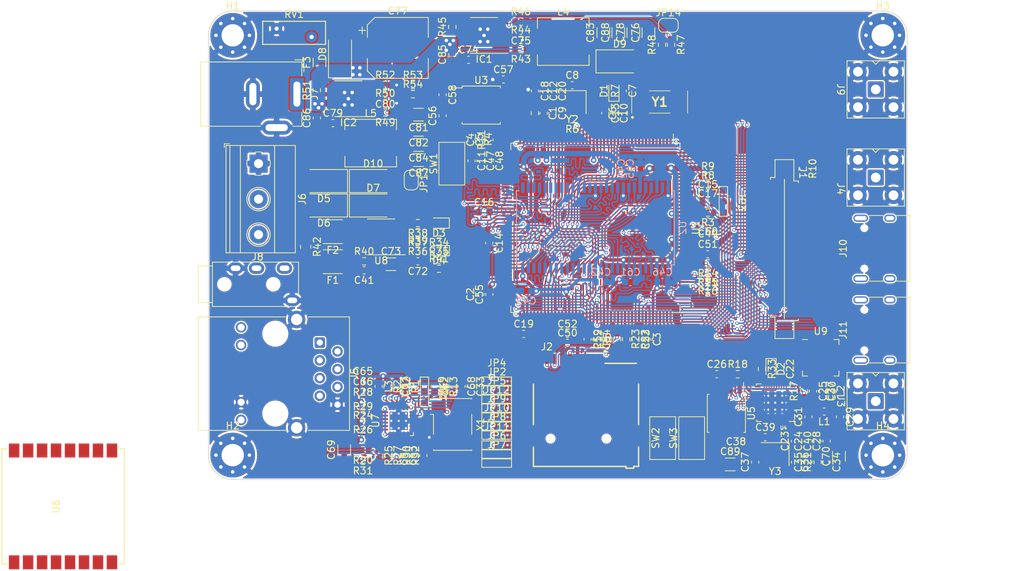
<source format=kicad_pcb>
(kicad_pcb (version 20211014) (generator pcbnew)
  (layers (0 "F.Cu" signal) (31 "B.Cu" signal) (34 "B.Paste" user) (35 "F.Paste" user) (36 "B.SilkS" user "B.Silkscreen") (37 "F.SilkS" user "F.Silkscreen") (38 "B.Mask" user) (39 "F.Mask" user) (44 "Edge.Cuts" user))
  (net 0 "")
  (net 1 "GND")
  (net 2 "Net-(C1-Pad2)")
  (net 3 "Net-(C2-Pad2)")
  (net 4 "Net-(C3-Pad2)")
  (net 5 "Net-(C4-Pad2)")
  (net 6 "LSEI")
  (net 7 "LSEO")
  (net 8 "HSEI")
  (net 9 "HSEO")
  (net 10 "Net-(D1-Pad1)")
  (net 11 "STATUS LED")
  (net 12 "+3.3V")
  (net 13 "BOOT0")
  (net 14 "Net-(R3-Pad2)")
  (net 17 "Net-(J1-Pad1)")
  (net 18 "/LTDC TFT LCD/LTDC_DE")
  (net 19 "+BATT")
  (net 20 "/LTDC TFT LCD/LTDC_VSYNC")
  (net 21 "/LTDC TFT LCD/LTDC_HSYNC")
  (net 23 "/LTDC TFT LCD/LTDC_B7")
  (net 24 "/LTDC TFT LCD/LTDC_B6")
  (net 25 "/LTDC TFT LCD/LTDC_B5")
  (net 26 "/LTDC TFT LCD/LTDC_B4")
  (net 27 "/LTDC TFT LCD/LTDC_B3")
  (net 28 "/LTDC TFT LCD/LTDC_B2")
  (net 29 "/LTDC TFT LCD/LTDC_B1")
  (net 30 "/MCU/RMII_TXD0")
  (net 32 "/MCU/RMII_TXD1")
  (net 33 "/MCU/RMII_TXEN")
  (net 34 "/LTDC TFT LCD/LTDC_B0")
  (net 35 "/LTDC TFT LCD/LTDC_G7")
  (net 36 "/LTDC TFT LCD/LTDC_G6")
  (net 37 "/LTDC TFT LCD/LTDC_G5")
  (net 38 "/LTDC TFT LCD/LTDC_G4")
  (net 40 "/LTDC TFT LCD/LTDC_G3")
  (net 41 "/LTDC TFT LCD/LTDC_G2")
  (net 42 "/LTDC TFT LCD/LTDC_G1")
  (net 43 "/LTDC TFT LCD/LTDC_G0")
  (net 44 "/MCU/RMII_RXD0")
  (net 48 "/LTDC TFT LCD/LTDC_R7")
  (net 49 "/LTDC TFT LCD/LTDC_R6")
  (net 50 "/LTDC TFT LCD/LTDC_R5")
  (net 51 "/LTDC TFT LCD/LTDC_R4")
  (net 52 "/LTDC TFT LCD/LTDC_R3")
  (net 53 "/LTDC TFT LCD/LTDC_R2")
  (net 54 "/LTDC TFT LCD/LTDC_R1")
  (net 55 "/LTDC TFT LCD/LTDC_R0")
  (net 56 "/LTDC TFT LCD/LTDC_PCLK")
  (net 57 "/LTDC TFT LCD/TOUCH_SCL")
  (net 58 "/LTDC TFT LCD/TOUCH_SDA")
  (net 59 "/LTDC TFT LCD/TOUCH_INT")
  (net 60 "/LTDC TFT LCD/LCD_BACKGROUND_LED")
  (net 61 "/MCU/RMII_RXD1")
  (net 62 "/MCU/RMII_CRS_DV")
  (net 65 "/MCU/RMII_MDIO")
  (net 66 "/MCU/RMII_MDC")
  (net 69 "/MCU/SPI1_SCK")
  (net 72 "/MCU/SPI1_MISO")
  (net 73 "/MCU/SPI1_MOSI")
  (net 74 "/MCU/FLASH_CS")
  (net 80 "Net-(C25-Pad2)")
  (net 81 "/MCU/USB_OTG_DM")
  (net 82 "/MCU/USB_OTG_DP")
  (net 83 "SWDIO")
  (net 84 "SWCLK")
  (net 88 "/MCU/USART2_TX")
  (net 89 "/MCU/USART2_RX")
  (net 90 "/MCU/RS485_TE")
  (net 96 "/MCU/ETH_CLKEN")
  (net 101 "+5V")
  (net 102 "/MCU/SDIO_D1")
  (net 103 "/MCU/SDIO_D0")
  (net 104 "/MCU/SDIO_CLK")
  (net 105 "/MCU/SDIO_CMD")
  (net 109 "/MCU/SDIO_D3")
  (net 110 "/MCU/SDIO_D2")
  (net 113 "/WIFI ESP32/ETH_REFCLK")
  (net 114 "/MCU/USART1_TX")
  (net 115 "/MCU/USART1_RX")
  (net 125 "Net-(C29-Pad1)")
  (net 126 "Net-(C30-Pad2)")
  (net 129 "Net-(U6-Pad1)")
  (net 131 "Net-(C34-Pad1)")
  (net 132 "Net-(C35-Pad1)")
  (net 133 "Net-(C36-Pad1)")
  (net 134 "Net-(C37-Pad1)")
  (net 135 "Net-(R22-Pad2)")
  (net 136 "Net-(R23-Pad2)")
  (net 137 "/WIFI ESP32/RMII_RXD0")
  (net 138 "/WIFI ESP32/RMII_RXD1")
  (net 139 "/WIFI ESP32/RMII_CRSDV")
  (net 140 "/WIFI ESP32/ETH_CLKEN")
  (net 141 "/WIFI ESP32/F_D2")
  (net 142 "/WIFI ESP32/F_D3")
  (net 143 "/WIFI ESP32/F_CMD")
  (net 144 "/WIFI ESP32/F_CLK")
  (net 145 "/WIFI ESP32/F_D0")
  (net 146 "/WIFI ESP32/F_D1")
  (net 147 "/WIFI ESP32/RMII_MDIO")
  (net 148 "/WIFI ESP32/RMII_MDC")
  (net 149 "/WIFI ESP32/RMII_TXD0")
  (net 150 "/WIFI ESP32/RMII_TXD1")
  (net 151 "/WIFI ESP32/ESP_FLASH_RX")
  (net 152 "/WIFI ESP32/ESP_FLASH_TX")
  (net 153 "/WIFI ESP32/RMII_TXEN")
  (net 155 "Net-(C31-Pad2)")
  (net 156 "/MCU/ETH_REFCLK")
  (net 161 "/MCU/SDRAM_A0")
  (net 162 "/MCU/SDRAM_A1")
  (net 163 "/MCU/SDRAM_A2")
  (net 164 "/MCU/SDRAM_A3")
  (net 165 "/MCU/SDRAM_A4")
  (net 166 "/MCU/SDRAM_A5")
  (net 167 "/MCU/SDRAM_NWE")
  (net 168 "/MCU/SDRAM_NE")
  (net 169 "/MCU/SDRAM_CKE")
  (net 170 "/MCU/SDRAM_NRAS")
  (net 171 "/MCU/SDRAM_A6")
  (net 172 "/MCU/SDRAM_A7")
  (net 173 "/MCU/SDRAM_A8")
  (net 174 "/MCU/SDRAM_A9")
  (net 175 "/MCU/SDRAM_A10")
  (net 176 "/MCU/SDRAM_A11")
  (net 177 "/MCU/SDRAM_D4")
  (net 178 "/MCU/SDRAM_D5")
  (net 179 "/MCU/SDRAM_D6")
  (net 180 "/MCU/SDRAM_D7")
  (net 181 "/MCU/SDRAM_D8")
  (net 182 "/MCU/SDRAM_D9")
  (net 183 "/MCU/SDRAM_D10")
  (net 184 "/MCU/SDRAM_D11")
  (net 185 "/MCU/SDRAM_D12")
  (net 186 "/MCU/SDRAM_D13")
  (net 187 "/MCU/SDRAM_D14")
  (net 188 "/MCU/SDRAM_D15")
  (net 189 "/MCU/SDRAM_D0")
  (net 190 "/MCU/SDRAM_D1")
  (net 191 "/MCU/SDRAM_BA0")
  (net 192 "/MCU/SDRAM_BA1")
  (net 193 "/MCU/SDRAM_CLK")
  (net 194 "/MCU/SDRAM_D2")
  (net 195 "/MCU/SDRAM_D3")
  (net 196 "/MCU/SDRAM_NCAS")
  (net 197 "/MCU/SDRAM_NBL0")
  (net 198 "/MCU/SDRAM_NBL1")
  (net 204 "Net-(C32-Pad2)")
  (net 205 "Net-(C63-Pad2)")
  (net 206 "Net-(C65-Pad2)")
  (net 207 "Net-(J5-Pad6)")
  (net 208 "Net-(J5-Pad2)")
  (net 209 "Net-(J5-Pad3)")
  (net 210 "Net-(J5-Pad12)")
  (net 211 "Net-(J5-Pad1)")
  (net 212 "Net-(J5-Pad9)")
  (net 214 "Net-(JP1-Pad2)")
  (net 215 "/ETH/RMII_MDIO")
  (net 216 "Net-(R20-Pad1)")
  (net 217 "Net-(R25-Pad1)")
  (net 218 "Net-(R27-Pad1)")
  (net 220 "Net-(R32-Pad1)")
  (net 221 "/ETH/RMII_RXD1")
  (net 222 "/ETH/RMII_RXD0")
  (net 223 "/ETH/RMII_CRS_DV")
  (net 224 "/ETH/RMII_MDC")
  (net 225 "/ETH/ETH_REFCLK")
  (net 226 "/ETH/RMII_TXEN")
  (net 227 "/ETH/RMII_TXD0")
  (net 228 "/ETH/RMII_TXD1")
  (net 229 "Net-(R32-Pad2)")
  (net 230 "/ETH/ETH_CLKEN")
  (net 231 "Net-(D2-Pad1)")
  (net 232 "Net-(D2-Pad2)")
  (net 233 "Net-(D3-Pad1)")
  (net 234 "Net-(D4-Pad1)")
  (net 235 "Net-(D5-Pad1)")
  (net 236 "Net-(D6-Pad1)")
  (net 237 "/RS485/B-")
  (net 238 "/RS485/A+")
  (net 239 "Net-(R36-Pad2)")
  (net 240 "Net-(R37-Pad2)")
  (net 241 "Net-(R38-Pad2)")
  (net 242 "Net-(C75-Pad1)")
  (net 243 "Net-(C76-Pad2)")
  (net 244 "Net-(C79-Pad1)")
  (net 245 "Net-(C79-Pad2)")
  (net 246 "Net-(C80-Pad1)")
  (net 247 "Net-(C81-Pad2)")
  (net 248 "VCC")
  (net 249 "Net-(F3-Pad1)")
  (net 250 "Net-(IC1-Pad4)")
  (net 251 "Net-(IC2-Pad6)")
  (net 252 "Net-(C74-Pad1)")
  (net 253 "Net-(C74-Pad2)")
  (net 254 "Net-(C75-Pad2)")
  (net 255 "Net-(C80-Pad2)")
  (net 256 "Net-(IC1-Pad2)")
  (net 257 "Net-(IC1-Pad6)")
  (net 258 "Net-(IC2-Pad2)")
  (net 259 "Net-(IC2-Pad4)")
  (net 260 "/AUDIO/Audio_Right")
  (net 261 "/AUDIO/Audio_Left")
  (net 269 "Net-(J10-PadA1)")
  (net 270 "Net-(J10-PadA4)")
  (net 280 "Net-(J11-PadA1)")
  (net 281 "Net-(J11-PadA4)")
  (net 293 "Net-(U9-Pad29)")
  (footprint "Resistor_SMD:R_0603_1608Metric" (layer "F.Cu") (at 175.75 114)
    (fp_text reference "R18")
    (fp_text value "R_Small")
  )
  (footprint "Capacitor_SMD:C_0603_1608Metric" (layer "F.Cu") (at 133.51 77.015 90)
    (fp_text reference "C56")
    (fp_text value "1uF")
  )
  (footprint "Anh_Footprints:Connector_Coaxial_SMA" (layer "F.Cu") (at 195.5 85.85 -90)
    (fp_text reference "J4")
    (fp_text value "xAnt2")
  )
  (footprint "Capacitor_SMD:C_0603_1608Metric" (layer "F.Cu") (at 138.94 83.47 -90)
    (fp_text reference "C47")
    (fp_text value "1uF")
  )
  (footprint "Resistor_SMD:R_0603_1608Metric" (layer "F.Cu") (at 124.37 125.64 -90)
    (fp_text reference "R25")
    (fp_text value "R_Small")
  )
  (footprint "Capacitor_SMD:C_0603_1608Metric" (layer "F.Cu") (at 190.4 116.425 90)
    (fp_text reference "C27")
    (fp_text value "1uF")
  )
  (footprint "MountingHole:MountingHole_3.2mm_M3_Pad_Via" (layer "F.Cu") (at 196.51 65.49)
    (fp_text reference "H3")
    (fp_text value "Hole")
  )
  (footprint "Capacitor_SMD:C_0603_1608Metric" (layer "F.Cu") (at 138.94 80.45 90)
    (fp_text reference "C4")
    (fp_text value "C_Small")
  )
  (footprint "Anh_Footprints:Jump3_0603_Open" (layer "F.Cu") (at 141.27 115)
    (fp_text reference "JP4")
    (fp_text value "J_TXD1")
  )
  (footprint "LED_SMD:LED_0603_1608Metric" (layer "F.Cu") (at 158.03 73.45 90)
    (fp_text reference "D1")
    (fp_text value "LED")
  )
  (footprint "Package_SO:SOIC-8_5.23x5.23mm_P1.27mm" (layer "F.Cu") (at 139.04 75.485)
    (fp_text reference "U3")
    (fp_text value "W25Q128JVS")
  )
  (footprint "Package_DFN_QFN:QFN-24-1EP_4x4mm_P0.5mm_EP2.6x2.6mm_ThermalVias" (layer "F.Cu") (at 127.23 120.68 90)
    (fp_text reference "U7")
    (fp_text value "LAN8720A")
  )
  (footprint "Capacitor_SMD:C_0603_1608Metric" (layer "F.Cu") (at 132.99 97.61)
    (fp_text reference "C71")
    (fp_text value "C_Small")
  )
  (footprint "Resistor_SMD:R_0603_1608Metric" (layer "F.Cu") (at 179.225 113.25 -90)
    (fp_text reference "R33")
    (fp_text value "R_Small")
  )
  (footprint "Capacitor_SMD:C_0603_1608Metric" (layer "F.Cu") (at 181.825 113.25 -90)
    (fp_text reference "C22")
    (fp_text value "1uF")
  )
  (footprint "Resistor_SMD:R_0603_1608Metric" (layer "F.Cu") (at 122.11 126.39 180)
    (fp_text reference "R31")
    (fp_text value "R_Small")
  )
  (footprint "Jumper:SolderJumper-2_P1.3mm_Open_RoundedPad1.0x1.5mm" (layer "F.Cu") (at 129.02 86.22 -90)
    (fp_text reference "JP13")
    (fp_text value "5V_EN")
  )
  (footprint "Capacitor_SMD:C_0603_1608Metric" (layer "F.Cu") (at 171.46 102.345)
    (fp_text reference "C21")
    (fp_text value "100nF")
  )
  (footprint "MountingHole:MountingHole_3.2mm_M3_Pad_Via" (layer "F.Cu") (at 196.52 125.59)
    (fp_text reference "H4")
    (fp_text value "Hole")
  )
  (footprint "Crystal:Crystal_SMD_3225-4Pin_3.2x2.5mm" (layer "F.Cu") (at 152.05 75.07 180)
    (fp_text reference "Y2")
    (fp_text value "25MHz")
  )
  (footprint "Capacitor_SMD:C_1206_3216Metric" (layer "F.Cu") (at 130.07 81.19 180)
    (fp_text reference "C84")
    (fp_text value "C_Small")
  )
  (footprint "Resistor_SMD:R_0603_1608Metric" (layer "F.Cu") (at 134.905 64.295 90)
    (fp_text reference "R45")
    (fp_text value "R_Small")
  )
  (footprint "Connector_BarrelJack:BarrelJack_GCT_DCJ200-10-A_Horizontal" (layer "F.Cu") (at 112.66 73.91 -90)
    (fp_text reference "J7")
    (fp_text value "Conn_Jack-DC")
  )
  (footprint "Resistor_SMD:R_0603_1608Metric" (layer "F.Cu") (at 132.9925 95 180)
    (fp_text reference "R35")
    (fp_text value "R_Small")
  )
  (footprint "Resistor_SMD:R_0603_1608Metric" (layer "F.Cu") (at 122.11 117.99)
    (fp_text reference "R28")
    (fp_text value "R_Small")
  )
  (footprint "Capacitor_SMD:C_1206_3216Metric" (layer "F.Cu") (at 190.25 125.75 90)
    (fp_text reference "C70")
    (fp_text value "10uF")
  )
  (footprint "Capacitor_SMD:C_0603_1608Metric" (layer "F.Cu") (at 164.04 109.01 90)
    (fp_text reference "C53")
    (fp_text value "1uF")
  )
  (footprint "Capacitor_SMD:C_1206_3216Metric" (layer "F.Cu") (at 126.12 98.26)
    (fp_text reference "C73")
    (fp_text value "C_Small")
  )
  (footprint "Resistor_SMD:R_0603_1608Metric" (layer "F.Cu") (at 137.66 80.45 -90)
    (fp_text reference "R11")
    (fp_text value "R_Small")
  )
  (footprint "Anh_Footprints:AudioJack_3.5mm_PJ-320" (layer "F.Cu") (at 107.03 101.13)
    (fp_text reference "J8")
    (fp_text value "AudioJack4")
  )
  (footprint "Capacitor_SMD:C_1206_3216Metric" (layer "F.Cu") (at 130.07 83.35 180)
    (fp_text reference "C87")
    (fp_text value "C_Small")
  )
  (footprint "Capacitor_SMD:C_0603_1608Metric" (layer "F.Cu") (at 185.875 126.575 90)
    (fp_text reference "C35")
    (fp_text value "100nF")
  )
  (footprint "Package_SO:SOIC-8_5.23x5.23mm_P1.27mm" (layer "F.Cu") (at 174.125 119.6 -90)
    (fp_text reference "U5")
    (fp_text value "W25Q32JVSS")
  )
  (footprint "Capacitor_SMD:C_0603_1608Metric" (layer "F.Cu") (at 175.5 125.07)
    (fp_text reference "C38")
    (fp_text value "1uF")
  )
  (footprint "Capacitor_SMD:C_1206_3216Metric" (layer "F.Cu") (at 119.43 124.81 90)
    (fp_text reference "C69")
    (fp_text value "C_Small")
  )
  (footprint "Resistor_SMD:R_0603_1608Metric" (layer "F.Cu") (at 129.97 93.68 180)
    (fp_text reference "R37")
    (fp_text value "R_Small")
  )
  (footprint "Diode_SMD:D_SMA" (layer "F.Cu") (at 123.57 86.36)
    (fp_text reference "D10")
    (fp_text value "SS34")
  )
  (footprint "Capacitor_SMD:C_0603_1608Metric" (layer "F.Cu") (at 147.97 76.65 -90)
    (fp_text reference "C1")
    (fp_text value "C_Small")
  )
  (footprint "Inductor_SMD:L_Abracon_ASPI-0630LR" (layer "F.Cu") (at 123.22 80.92)
    (fp_text reference "L5")
    (fp_text value "L_Ferrite_Small")
  )
  (footprint "Capacitor_SMD:C_0603_1608Metric" (layer "F.Cu") (at 156.79 76.64 -90)
    (fp_text reference "C13")
    (fp_text value "100nF")
  )
  (footprint "Capacitor_SMD:C_0603_1608Metric" (layer "F.Cu") (at 158.04 76.64 -90)
    (fp_text reference "C10")
    (fp_text value "1uF")
  )
  (footprint "Capacitor_SMD:C_0603_1608Metric" (layer "F.Cu") (at 129.97 97.84 180)
    (fp_text reference "C72")
    (fp_text value "C_Small")
  )
  (footprint "Button_Switch_SMD:SW_SPST_CK_RS282G05A3" (layer "F.Cu") (at 134.83 83.87 90)
    (fp_text reference "SW1")
    (fp_text value "SW_Push")
  )
  (footprint "Capacitor_SMD:C_0603_1608Metric" (layer "F.Cu") (at 132.37 115.75 -90)
    (fp_text reference "C62")
    (fp_text value "C_Small")
  )
  (footprint "Capacitor_SMD:C_0603_1608Metric" (layer "F.Cu") (at 122.11 116.49)
    (fp_text reference "C66")
    (fp_text value "C_Small")
  )
  (footprint "Inductor_SMD:L_0603_1608Metric" (layer "F.Cu") (at 189.09 116.425 -90)
    (fp_text reference "L2")
    (fp_text value "L_Small")
  )
  (footprint "Package_QFP:LQFP-176_24x24mm_P0.5mm" (layer "F.Cu") (at 155.38 93.05 -90)
    (fp_text reference "U1")
    (fp_text value "STM32F429IGTx")
  )
  (footprint "Capacitor_SMD:C_1206_3216Metric" (layer "F.Cu") (at 162.97 65.115 90)
    (fp_text reference "C76")
    (fp_text value "C_Small")
  )
  (footprint "Capacitor_SMD:C_0603_1608Metric" (layer "F.Cu") (at 117.81 78.065)
    (fp_text reference "C79")
    (fp_text value "C_Small")
  )
  (footprint "Resistor_SMD:R_0603_1608Metric" (layer "F.Cu") (at 159.79 109 -90)
    (fp_text reference "R23")
    (fp_text value "R_Small")
  )
  (footprint "Capacitor_SMD:C_0603_1608Metric" (layer "F.Cu") (at 130.76 125.64 90)
    (fp_text reference "C63")
    (fp_text value "C_Small")
  )
  (footprint "Resistor_SMD:R_0603_1608Metric" (layer "F.Cu") (at 171.47 98.11 180)
    (fp_text reference "R14")
    (fp_text value "R_Small")
  )
  (footprint "Resistor_SMD:R_0603_1608Metric" (layer "F.Cu") (at 144.71 63.54)
    (fp_text reference "R46")
    (fp_text value "R_Small")
  )
  (footprint "Package_SO:SOIC-8_3.9x4.9mm_P1.27mm" (layer "F.Cu") (at 124.72 94.34 180)
    (fp_text reference "U8")
    (fp_text value "MAX485E")
  )
  (footprint "MountingHole:MountingHole_3.2mm_M3_Pad_Via" (layer "F.Cu") (at 103.47 65.5)
    (fp_text reference "H1")
    (fp_text value "Hole")
  )
  (footprint "Capacitor_SMD:C_0603_1608Metric" (layer "F.Cu") (at 137.5 115.75 -90)
    (fp_text reference "C33")
    (fp_text value "C_Small")
  )
  (footprint "Varistor:RV_Disc_D9mm_W3.3mm_P5mm" (layer "F.Cu") (at 114.76 65.74 180)
    (fp_text reference "RV1")
    (fp_text value "Varistor")
  )
  (footprint "Diode_SMD:D_SMA" (layer "F.Cu") (at 116.51 86.36 180)
    (fp_text reference "D5")
    (fp_text value "D_TVS")
  )
  (footprint "Resistor_SMD:R_0603_1608Metric" (layer "F.Cu") (at 125.64 125.64 -90)
    (fp_text reference "R27")
    (fp_text value "R_Small")
  )
  (footprint "Capacitor_SMD:C_0603_1608Metric" (layer "F.Cu") (at 115.51 77.325 90)
    (fp_text reference "C86")
    (fp_text value "C_Small")
  )
  (footprint "Capacitor_SMD:C_0603_1608Metric" (layer "F.Cu") (at 142.21 71.82)
    (fp_text reference "C57")
    (fp_text value "100nF")
  )
  (footprint "Anh_Footprints:Jump3_0603_Open" (layer "F.Cu") (at 141.27 120.14)
    (fp_text reference "JP9")
    (fp_text value "J_MDIO")
  )
  (footprint "Connector_RJ:RJ45_Hanrun_HR911105A" (layer "F.Cu") (at 115.93 109.475 -90)
    (fp_text reference "J5")
    (fp_text value "HR911105A")
  )
  (footprint "Inductor_SMD:L_0603_1608Metric" (layer "F.Cu") (at 124.36 115.75 -90)
    (fp_text reference "L3")
    (fp_text value "L_Small")
  )
  (footprint "Resistor_SMD:R_0603_1608Metric" (layer "F.Cu") (at 129.97 95 180)
    (fp_text reference "R36")
    (fp_text value "R_Small")
  )
  (footprint "Resistor_SMD:R_0603_1608Metric" (layer "F.Cu") (at 128.2 115.75 -90)
    (fp_text reference "R1")
    (fp_text value "R_Small")
  )
  (footprint "Capacitor_SMD:C_0603_1608Metric" (layer "F.Cu") (at 186.52 116.425 -90)
    (fp_text reference "C25")
    (fp_text value "C_Small")
  )
  (footprint "Capacitor_SMD:C_0603_1608Metric" (layer "F.Cu") (at 146.72 73.47 -90)
    (fp_text reference "C18")
    (fp_text value "1uF")
  )
  (footprint "Resistor_SMD:R_0603_1608Metric" (layer "F.Cu") (at 164.91 66.845 90)
    (fp_text reference "R48")
    (fp_text value "R_Small")
  )
  (footprint "Resistor_SMD:R_0603_1608Metric" (layer "F.Cu") (at 132.99 98.9)
    (fp_text reference "R41")
    (fp_text value "R_Small")
  )
  (footprint "Connector_USB:USB_C_Receptacle_HRO_TYPE-C-31-M-12" (layer "F.Cu") (at 196.48 107.68 90)
    (fp_text reference "J11")
    (fp_text value "USB_WIFI_FLASH")
  )
  (footprint "Capacitor_SMD:C_1206_3216Metric" (layer "F.Cu") (at 160.81 65.115 90)
    (fp_text reference "C78")
    (fp_text value "C_Small")
  )
  (footprint "Capacitor_SMD:C_0603_1608Metric" (layer "F.Cu") (at 122.11 115)
    (fp_text reference "C65")
    (fp_text value "C_Small")
  )
  (footprint "Anh_Footprints:Jump3_0603_Open" (layer "F.Cu") (at 141.2725 125.43)
    (fp_text reference "JP6")
    (fp_text value "J_RXD0")
  )
  (footprint "Resistor_SMD:R_0603_1608Metric" (layer "F.Cu") (at 171.48 86.965)
    (fp_text reference "R8")
    (fp_text value "4k7")
  )
  (footprint "Connector_USB:USB_C_Receptacle_HRO_TYPE-C-31-M-12" (layer "F.Cu") (at 196.48 95.99 90)
    (fp_text reference "J10")
    (fp_text value "USB_OTG")
  )
  (footprint "Capacitor_SMD:C_0603_1608Metric" (layer "F.Cu") (at 152.06 72.64)
    (fp_text reference "C8")
    (fp_text value "C_Small")
  )
  (footprint "Anh_Footprints:Jump3_0603_Open" (layer "F.Cu") (at 130.92 116.55 -90)
    (fp_text reference "JP1")
    (fp_text value "PHYADDR")
  )
  (footprint "Fuse:Fuse_1206_3216Metric" (layer "F.Cu") (at 115.89 69.39 90)
    (fp_text reference "F3")
    (fp_text value "Fuse_Small")
  )
  (footprint "Capacitor_SMD:C_0603_1608Metric" (layer "F.Cu") (at 172.75 114)
    (fp_text reference "C26")
    (fp_text value "C_Small")
  )
  (footprint "Resistor_SMD:R_0603_1608Metric" (layer "F.Cu") (at 152.05 77.5 180)
    (fp_text reference "R6")
    (fp_text value "R_Small")
  )
  (footprint "Capacitor_SMD:C_0603_1608Metric" (layer "F.Cu") (at 159.28 73.45 -90)
    (fp_text reference "C7")
    (fp_text value "22pF")
  )
  (footprint "Resistor_SMD:R_0603_1608Metric" (layer "F.Cu") (at 125.3 72.61)
    (fp_text reference "R52")
    (fp_text value "R_Small")
  )
  (footprint "Capacitor_SMD:C_0603_1608Metric" (layer "F.Cu") (at 171.48 89.565)
    (fp_text reference "C17")
    (fp_text value "100nF")
  )
  (footprint "Capacitor_SMD:C_1206_3216Metric" (layer "F.Cu") (at 158.66 65.115 90)
    (fp_text reference "C88")
    (fp_text value "C_Small")
  )
  (footprint "Capacitor_SMD:C_0603_1608Metric" (layer "F.Cu") (at 187.175 123.575 90)
    (fp_text reference "C40")
    (fp_text value "100nF")
  )
  (footprint "Resistor_SMD:R_0603_1608Metric" (layer "F.Cu") (at 122.28 97.84)
    (fp_text reference "R40")
    (fp_text value "R_Small")
  )
  (footprint "Capacitor_SMD:C_0603_1608Metric" (layer "F.Cu") (at 137.66 83.47 -90)
    (fp_text reference "C11")
    (fp_text value "100nF")
  )
  (footprint "Capacitor_SMD:C_0603_1608Metric" (layer "F.Cu") (at 149.22 73.47 -90)
    (fp_text reference "C20")
    (fp_text value "100nF")
  )
  (footprint "Capacitor_SMD:C_0603_1608Metric" (layer "F.Cu") (at 147.97 73.47 -90)
    (fp_text reference "C12")
    (fp_text value "100nF")
  )
  (footprint "Resistor_SMD:R_0603_1608Metric" (layer "F.Cu") (at 157.19 109 90)
    (fp_text reference "R12")
    (fp_text value "R_Small")
  )
  (footprint "Resistor_SMD:R_0603_1608Metric" (layer "F.Cu") (at 171.47 100.66 180)
    (fp_text reference "R16")
    (fp_text value "R_Small")
  )
  (footprint "Anh_Footprints:Jump3_0603_Open" (layer "F.Cu") (at 141.2725 126.72)
    (fp_text reference "JP7")
    (fp_text value "J_RXD1")
  )
  (footprint "Resistor_SMD:R_0603_1608Metric" (layer "F.Cu") (at 187.175 126.575 90)
    (fp_text reference "R21")
    (fp_text value "R_Small")
  )
  (footprint "Capacitor_SMD:C_1206_3216Metric" (layer "F.Cu") (at 130.07 76.85 180)
    (fp_text reference "C81")
    (fp_text value "C_Small")
  )
  (footprint "Oscillator:Oscillator_SMD_Abracon_ASV-4Pin_7.0x5.1mm" (layer "F.Cu") (at 134.94 121.19 -90)
    (fp_text reference "X1")
    (fp_text value "50MHz")
  )
  (footprint "Anh_Footprints:Jump3_0603_Open" (layer "F.Cu") (at 141.27 121.43)
    (fp_text reference "JP10")
    (fp_text value "J_MDC")
  )
  (footprint "Capacitor_SMD:C_0603_1608Metric" (layer "F.Cu") (at 179.7 123.025)
    (fp_text reference "C39")
    (fp_text value "100nF")
  )
  (footprint "Capacitor_SMD:C_0603_1608Metric" (layer "F.Cu") (at 151.38 109.51)
    (fp_text reference "C50")
    (fp_text value "1uF")
  )
  (footprint "Resistor_SMD:R_0603_1608Metric" (layer "F.Cu") (at 128.2 125.64 -90)
    (fp_text reference "R32")
    (fp_text value "R_Small")
  )
  (footprint "Fuse:Fuse_1812_4532Metric" (layer "F.Cu") (at 117.8 93.6 180)
    (fp_text reference "F2")
    (fp_text value "Fuse")
  )
  (footprint "Resistor_SMD:R_0603_1608Metric" (layer "F.Cu") (at 122.11 124.88 180)
    (fp_text reference "R20")
    (fp_text value "R_Small")
  )
  (footprint "Capacitor_SMD:C_0603_1608Metric" (layer "F.Cu") (at 188.475 123.575 90)
    (fp_text reference "C28")
    (fp_text value "100nF")
  )
  (footprint "Capacitor_SMD:C_0603_1608Metric" (layer "F.Cu") (at 144.71 64.84 180)
    (fp_text reference "C75")
    (fp_text value "C_Small")
  )
  (footprint "Capacitor_SMD:C_0603_1608Metric" (layer "F.Cu") (at 171.47 96.825)
    (fp_text reference "C51")
    (fp_text value "100nF")
  )
  (footprint "Capacitor_SMD:C_0603_1608Metric" (layer "F.Cu") (at 129.48 115.75 90)
    (fp_text reference "C67")
    (fp_text value "C_Small")
  )
  (footprint "Capacitor_SMD:C_0603_1608Metric" (layer "F.Cu") (at 140.2 102.58 90)
    (fp_text reference "C55")
    (fp_text value "100nF")
  )
  (footprint "Capacitor_SMD:C_0603_1608Metric" (layer "F.Cu") (at 134.905 68.255 90)
    (fp_text reference "C85")
    (fp_text value "C_Small")
  )
  (footprint "Capacitor_SMD:C_0603_1608Metric" (layer "F.Cu") (at 145.12 108.24)
    (fp_text reference "C19")
    (fp_text value "100nF")
  )
  (footprint "Capacitor_SMD:C_0603_1608Metric" (layer "F.Cu") (at 162.77 109.01 -90)
    (fp_text reference "C3")
    (fp_text value "C_Small")
  )
  (footprint "Anh_Footprints:ESP32-QFN48" (layer "F.Cu") (at 181.125 118.075 180)
    (fp_text reference "U4")
    (fp_text value "ESP32-D0WD-V3")
  )
  (footprint "Capacitor_SMD:C_0603_1608Metric" (layer "F.Cu") (at 140.22 80.45 90)
    (fp_text reference "C5")
    (fp_text value "C_Small")
  )
  (footprint "RF_Module:Ai-Thinker-Ra-01-LoRa" (layer "F.Cu") (at 79.19 132.92 90)
    (fp_text reference "U6")
    (fp_text value "Ai-Thinker-Ra-02")
  )
  (footprint "Capacitor_SMD:C_0603_1608Metric" (layer "F.Cu") (at 138.92 102.58 90)
    (fp_text reference "C2")
    (fp_text value "C_Small")
  )
  (footprint "LED_SMD:LED_0603_1608Metric" (layer "F.Cu") (at 132.9925 96.31 180)
    (fp_text reference "D4")
    (fp_text value "RS_Rx")
  )
  (footprint "Resistor_SMD:R_0603_1608Metric" (layer "F.Cu") (at 125.3 75.22)
    (fp_text reference "R50")
    (fp_text value "R_Small")
  )
  (footprint "Capacitor_SMD:C_0603_1608Metric" (layer "F.Cu") (at 126.91 115.75 -90)
    (fp_text reference "C32")
    (fp_text value "C_Small")
  )
  (footprint "Resistor_SMD:R_0603_1608Metric" (layer "F.Cu") (at 122.11 120.04)
    (fp_text reference "R29")
    (fp_text value "R_Small")
  )
  (footprint "Resistor_SMD:R_0603_1608Metric" (layer "F.Cu") (at 144.71 67.48 180)
    (fp_text reference "R43")
    (fp_text value "R_Small")
  )
  (footprint "Capacitor_SMD:C_1206_3216Metric" (layer "F.Cu") (at 156.52 65.115 90)
    (fp_text reference "C83")
    (fp_text value "C_Small")
  )
  (footprint "Crystal:Crystal_SMD_3225-4Pin_3.2x2.5mm" (layer "F.Cu") (at 181.1 125.45 180)
    (fp_text reference "Y3")
    (fp_text value "40MHz")
  )
  (footprint "Capacitor_SMD:C_0603_1608Metric" (layer "F.Cu") (at 129.48 125.64 90)
    (fp_text reference "C64")
    (fp_text value "C_Small")
  )
  (footprint "Capacitor_SMD:C_0603_1608Metric" (layer "F.Cu") (at 139.45 90.805)
    (fp_text reference "C16")
    (fp_text value "1uF")
  )
  (footprint "Capacitor_SMD:C_0603_1608Metric" (layer "F.Cu") (at 136.22 115.75 -90)
    (fp_text reference "C68")
    (fp_text value "C_Small")
  )
  (footprint "LED_SMD:LED_0603_1608Metric" (layer "F.Cu") (at 180.525 113.25 -90)
    (fp_text reference "D2")
    (fp_text value "LED_WIFI")
  )
  (footprint "Resistor_SMD:R_0603_1608Metric" (layer "F.Cu") (at 122.11 123.37)
    (fp_text reference "R26")
    (fp_text value "R_Small")
  )
  (footprint "Capacitor_SMD:C_0603_1608Metric" (layer "F.Cu") (at 178.25 126.575 90)
    (fp_text reference "C37")
    (fp_text value "100nF")
  )
  (footprint "Resistor_SMD:R_0805_2012Metric" (layer "F.Cu") (at 113.91 95.76 -90)
    (fp_text reference "R42")
    (fp_text value "120")
  )
  (footprint "Fuse:Fuse_1812_4532Metric" (layer "F.Cu") (at 117.8 97.9 180)
    (fp_text reference "F1")
    (fp_text value "Fuse")
  )
  (footprint "TerminalBlock_Phoenix:TerminalBlock_Phoenix_MKDS-1,5-3-5.08_1x03_P5.08mm_Horizontal" (layer "F.Cu") (at 107.17 83.86 -90)
    (fp_text reference "J6")
    (fp_text value "RS485")
  )
  (footprint "Resistor_SMD:R_0603_1608Metric" (layer "F.Cu") (at 185.05 84.575 -90)
    (fp_text reference "R10")
    (fp_text value "220")
  )
  (footprint "Resistor_SMD:R_0603_1608Metric" (layer "F.Cu") (at 133.66 115.75 -90)
    (fp_text reference "R13")
    (fp_text value "R_Small")
  )
  (footprint "Resistor_SMD:R_0603_1608Metric" (layer "F.Cu") (at 125.3 76.54 180)
    (fp_text reference "R49")
    (fp_text value "R_Small")
  )
  (footprint "MountingHole:MountingHole_3.2mm_M3_Pad_Via" (layer "F.Cu") (at 103.47 125.58)
    (fp_text reference "H2")
    (fp_text value "Hole")
  )
  (footprint "Capacitor_SMD:C_0603_1608Metric" (layer "F.Cu") (at 183.95 126.575 -90)
    (fp_text reference "C36")
    (fp_text value "100nF")
  )
  (footprint "Capacitor_SMD:C_1206_3216Metric" (layer "F.Cu") (at 174.68 126.91)
    (fp_text reference "C89")
    (fp_text value "10uF")
  )
  (footprint "Package_SO:SOIC-8-1EP_3.9x4.9mm_P1.27mm_EP2.29x3mm" (layer "F.Cu") (at 139.44 65.51 180)
    (fp_text reference "IC1")
    (fp_text value "MP1584EN")
  )
  (footprint "Anh_Footprints:Connector_Coaxial_SMA" (layer "F.Cu") (at 195.5 73.24 -90)
    (fp_text reference "J9")
    (fp_text value "xAnt1")
  )
  (footprint "Resistor_SMD:R_0603_1608Metric" (layer "F.Cu") (at 166.2 66.845 -90)
    (fp_text reference "R47")
    (fp_text value "R_Small")
  )
  (footprint "Resistor_SMD:R_0603_1608Metric" (layer "F.Cu") (at 156.78 73.45 -90)
    (fp_text reference "R7")
    (fp_text value "R_Small")
  )
  (footprint "Resistor_SMD:R_0603_1608Metric" (layer "F.Cu") (at 129.26 73.92)
    (fp_text reference "R54")
    (fp_text value "R_Small")
  )
  (footprint "Resistor_SMD:R_0603_1608Metric" (layer "F.Cu") (at 132.99 93.68 180)
    (fp_text reference "R34")
    (fp_text value "R_Small")
  )
  (footprint "Capacitor_SMD:C_0603_1608Metric" (layer "F.Cu") (at 188.475 126.575 -90)
    (fp_text reference "C34")
    (fp_text value "100nF")
  )
  (footprint "Capacitor_SMD:C_0603_1608Metric" (layer "F.Cu") (at 125.3 73.91 180)
    (fp_text reference "C80")
    (fp_text value "C_Small")
  )
  (footprint "Capacitor_SMD:C_1206_3216Metric" (layer "F.Cu") (at 130.07 79.02 180)
    (fp_text reference "C82")
    (fp_text value "C_Small")
  )
  (footprint "Resistor_SMD:R_0603_1608Metric" (layer "F.Cu") (at 144.71 66.16)
    (fp_text reference "R44")
    (fp_text value "R_Small")
  )
  (footprint "Anh_Footprints:Jump3_0603_Open" (layer "F.Cu") (at 173.7 89.295 -90)
    (fp_text reference "JP3")
    (fp_text value "BOOT")
  )
  (footprint "Resistor_SMD:R_0603_1608Metric" (layer "F.Cu") (at 171.48 90.865 180)
    (fp_text reference "R3")
    (fp_text value "R_Small")
  )
  (footprint "Resistor_SMD:R_0603_1608Metric" (layer "F.Cu") (at 185.24 116.425 90)
    (fp_text reference "R17")
    (fp_text value "R_Small")
  )
  (footprint "Capacitor_SMD:C_0603_1608Metric" (layer "F.Cu") (at 190.395 120.105 -90)
    (fp_text reference "C29")
    (fp_text value "100nF")
  )
  (footprint "Diode_SMD:D_SMA" (layer "F.Cu") (at 118.83 68.18 90)
    (fp_text reference "D8")
    (fp_text value "SS34")
  )
  (footprint "Anh_Footprints:MicroSD_Socket" (layer "F.Cu") (at 153.56 123.2175)
    (fp_text reference "J2")
    (fp_text value "Micro_SD_Card")
  )
  (footprint "Capacitor_SMD:C_0603_1608Metric" (layer "F.Cu") (at 171.47 95.335)
    (fp_text reference "C49")
    (fp_text value "100nF")
  )
  (footprint "Anh_Footprints:Connector_Coaxial_SMA" (layer "F.Cu") (at 195.5 117.86 -90)
    (fp_text reference "J3")
    (fp_text value "ESP Anten")
  )
  (footprint "Resistor_SMD:R_0603_1608Metric" (layer "F.Cu") (at 122.11 121.32)
    (fp_text reference "R24")
    (fp_text value "R_Small")
  )
  (footprint "Package_DFN_QFN:QFN-28-1EP_5x5mm_P0.5mm_EP3.35x3.35mm" (layer "F.Cu") (at 187.62 111.65)
    (fp_text reference "U9")
    (fp_text value "CP2102N-Axx-xQFN28")
  )
  (footprint "Jumper:SolderJumper-2_P1.3mm_Open_RoundedPad1.0x1.5mm" (layer "F.Cu") (at 165.83 64.06)
    (fp_text reference "JP14")
    (fp_text value "3V3_EN")
  )
  (footprint "Resistor_SMD:R_0603_1608Metric" (layer "F.Cu") (at 161.07 109 -90)
    (fp_text reference "R22")
    (fp_text value "R_Small")
  )
  (footprint "Capacitor_SMD:CP_Elec_8x10.5" (layer "F.Cu") (at 127.1 67.3)
    (fp_text reference "C77")
    (fp_text value "220uF")
  )
  (footprint "Capacitor_SMD:C_0603_1608Metric" (layer "F.Cu") (at 171.48 92.135 180)
    (fp_text reference "C60")
    (fp_text value "100nF")
  )
  (footprint "Capacitor_SMD:C_0603_1608Metric" (layer "F.Cu") (at 187.81 116.425 -90)
    (fp_text reference "C30")
    (fp_text value "100nF")
  )
  (footprint "Capacitor_SMD:C_0603_1608Metric" (layer "F.Cu") (at 122.28 99.12 180)
    (fp_text reference "C41")
    (fp_text value "1uF")
  )
  (footprint "Capacitor_SMD:C_0603_1608Metric" (layer "F.Cu") (at 171.48 88.265)
    (fp_text reference "C15")
    (fp_text value "1uF")
  )
  (footprint "Capacitor_SMD:C_0603_1608Metric" (layer "F.Cu") (at 185.875 123.575 90)
    (fp_text reference "C24")
    (fp_text value "100nF")
  )
  (footprint "Resistor_SMD:R_0603_1608Metric" (layer "F.Cu") (at 171.47 99.39 180)
    (fp_text reference "R15")
    (fp_text value "R_Small")
  )
  (footprint "Inductor_SMD:L_0603_1608Metric" (layer "F.Cu") (at 188.135 119.35 180)
    (fp_text reference "L1")
    (fp_text value "L_Small")
  )
  (footprint "LED_SMD:LED_0603_1608Metric" (layer "F.Cu") (at 132.99 92.37 180)
    (fp_text reference "D3")
    (fp_text value "RS_Tx")
  )
  (footprint "Button_Switch_SMD:SW_SPST_CK_RS282G05A3" (layer "F.Cu") (at 165.01 123.15 90)
    (fp_text reference "SW2")
    (fp_text value "ESP_RESET")
  )
  (footprint "Anh_Footprints:Jump3_0603_Open" (layer "F.Cu") (at 141.27 117.58)
    (fp_text reference "JP5")
    (fp_text value "J_TXEN")
  )
  (footprint "Resistor_SMD:R_0603_1608Metric" (layer "F.Cu") (at 129.97 96.31)
    (fp_text reference "R39")
    (fp_text value "R_Small")
  )
  (footprint "Anh_Footprints:Jump3_0603_Open" (layer "F.Cu") (at 141.27 116.29)
    (fp_text reference "JP2")
    (fp_text value "J_TXD0")
  )
  (footprint "Diode_SMD:D_SMA" (layer "F.Cu") (at 158.86 69.225)
    (fp_text reference "D9")
    (fp_text value "SS34")
  )
  (footprint "Package_SO:SOIC-8-1EP_3.9x4.9mm_P1.27mm_EP2.29x3mm" (layer "F.Cu") (at 120.03 74.575 180)
    (fp_text reference "IC2")
    (fp_text value "MP1584EN")
  )
  (footprint "Resistor_SMD:R_0603_1608Metric" (layer "F.Cu") (at 125.63 115.75 -90)
    (fp_text reference "R2")
    (fp_text value "R_Small")
  )
  (footprint "Resistor_SMD:R_0603_1608Metric" (layer "F.Cu") (at 158.48 109 90)
    (fp_text reference "R5")
    (fp_text value "R_Small")
  )
  (footprint "Capacitor_SMD:C_0603_1608Metric" (layer "F.Cu") (at 183.95 123.575 90)
    (fp_text reference "C23")
    (fp_text value "100nF")
  )
  (footprint "Capacitor_SMD:C_0603_1608Metric" (layer "F.Cu") (at 140.19 95.24 -90)
    (fp_text reference "C14")
    (fp_text value "100nF")
  )
  (footprint "Capacitor_SMD:C_0603_1608Metric" (layer "F.Cu") (at 159.28 76.64 90)
    (fp_text reference "C6")
    (fp_text value "22pF")
  )
  (footprint "Button_Switch_SMD:SW_SPST_CK_RS282G05A3" (layer "F.Cu") (at 169.16 123.15 90)
    (fp_text reference "SW3")
    (fp_text value "ESP_BOOT")
  )
  (footprint "Resistor_SMD:R_0603_1608Metric" (layer "F.Cu") (at 115.5 73.36 90)
    (fp_text reference "R51")
    (fp_text value "R_Small")
  )
  (footprint "Anh_Footprints:MC306327680KE3ROHS" (layer "F.Cu") (at 164.58 75.04)
    (fp_text reference "Y1")
    (fp_text value "32.768KHz" hide)
  )
  (footprint "Diode_SMD:D_SMA" (layer "F.Cu") (at 116.51 89.85 180)
    (fp_text reference "D6")
    (fp_text value "D_TVS")
  )
  (footprint "Resistor_SMD:R_0603_1608Metric" (layer "F.Cu") (at 146.72 76.65 90)
    (fp_text reference "R4")
    (fp_text value "R_Small")
  )
  (footprint "Capacitor_SMD:C_0603_1608Metric" (layer "F.Cu") (at 137.22 69)
    (fp_text reference "C74")
    (fp_text value "C_Small")
  )
  (footprint "Resistor_SMD:R_0603_1608Metric" (layer "F.Cu") (at 134.93 115.75 90)
    (fp_text reference "R19")
    (fp_text value "R_Small")
  )
  (footprint "Anh_Footprints:Jump3_0603_Open" (layer "F.Cu") (at 141.2725 124.15)
    (fp_text reference "JP11")
    (fp_text value "J_CLKEN")
  )
  (footprint "Capacitor_SMD:C_0603_1608Metric" (layer "F.Cu") (at 154.27 109 -90)
    (fp_text reference "C59")
    (fp_text value "1uF")
  )
  (footprint "Anh_Footprints:FPC_40p_Vertical" (layer "F.Cu") (at 181.28 86.295 -90)
    (fp_text reference "J1")
    (fp_text value "LTDC_LCD_FPC_40p")
  )
  (footprint "Capacitor_SMD:C_0603_1608Metric" (layer "F.Cu") (at 149.22 76.65 -90)
    (fp_text reference "C9")
    (fp_text value "C_Small")
  )
  (footprint "Capacitor_SMD:C_0603_1608Metric" (layer "F.Cu") (at 140.22 83.47 -90)
    (fp_text reference "C48")
    (fp_text value "100nF")
  )
  (footprint "Anh_Footprints:Jump3_0603_Open" (layer "F.Cu") (at 141.27 122.72)
    (fp_text reference "JP8")
    (fp_text value "J_CRS_DV")
  )
  (footprint "Diode_SMD:D_SMA" (layer "F.Cu") (at 123.57 89.85)
    (fp_text reference "D7")
    (fp_text value "D_TVS")
  )
  (footprint "Capacitor_SMD:C_0603_1608Metric" (layer "F.Cu") (at 151.38 108.24)
    (fp_text reference "C52")
    (fp_text value "100nF")
  )
  (footprint "Resistor_SMD:R_0603_1608Metric" (layer "F.Cu") (at 171.48 85.665)
    (fp_text reference "R9")
    (fp_text value "4K7")
  )
  (footprint "Capacitor_SMD:C_0603_1608Metric" (layer "F.Cu") (at 155.54 109 -90)
    (fp_text reference "C54")
    (fp_text value "100nF")
  )
  (footprint "Capacitor_SMD:C_0603_1608Metric" (layer "F.Cu") (at 133.51 74.005 -90)
    (fp_text reference "C58")
    (fp_text value "100nF")
  )
  (footprint "Resistor_SMD:R_0603_1608Metric" (layer "F.Cu") (at 126.92 125.64 -90)
    (fp_text reference "R30")
    (fp_text value "R_Small")
  )
  (footprint "Resistor_SMD:R_0603_1608Metric" (layer "F.Cu") (at 129.26 72.62)
    (fp_text reference "R53")
    (fp_text value "R_Small")
  )
  (footprint "Anh_Footprints:Jump3_0603_Open" (layer "F.Cu") (at 141.27 118.86)
    (fp_text reference "JP12")
    (fp_text value "J_REFCLK")
  )
  (footprint "Inductor_SMD:L_Abracon_ASPI-0630LR" (layer "F.Cu") (at 150.78 66.39)
    (fp_text reference "L4")
    (fp_text value "L_Ferrite_Small")
  )
  (footprint "Capacitor_SMD:C_0603_1608Metric" (layer "F.Cu") (at 185.875 120.1 90)
    (fp_text reference "C31")
    (fp_text value "100nF")
  )
  (footprint "Resistor_SMD:R_0603_1608Metric" (layer "F.Cu") (at 129.97 92.37 180)
    (fp_text reference "R38")
    (fp_text value "R_Small")
  )
  (footprint "Capacitor_SMD:C_0603_1608Metric" (layer "B.Cu") (at 156.18 100.815 180)
    (fp_text reference "C42")
    (fp_text value "100nF")
  )
  (footprint "Package_SO:TSOP-II-54_22.2x10.16mm_P0.8mm" (layer "B.Cu") (at 155.38 93.05 90)
    (fp_text reference "U2")
    (fp_text value "IS42S16400J - HY57V641620E")
  )
  (footprint "Capacitor_SMD:C_0603_1608Metric" (layer "B.Cu") (at 164.98 100.815 180)
    (fp_text reference "C46")
    (fp_text value "100nF")
  )
  (footprint "Capacitor_SMD:C_0603_1608Metric" (layer "B.Cu") (at 160.49 84.585 -90)
    (fp_text reference "C44")
    (fp_text value "1uF")
  )
  (footprint "Capacitor_SMD:C_0603_1608Metric" (layer "B.Cu") (at 145.49 102.075)
    (fp_text reference "C43")
    (fp_text value "100nF")
  )
  (footprint "Capacitor_SMD:C_0603_1608Metric" (layer "B.Cu") (at 161.78 84.585 -90)
    (fp_text reference "C45")
    (fp_text value "100nF")
  )
  (footprint "Capacitor_SMD:C_0603_1608Metric" (layer "B.Cu") (at 160.39 100.815 180)
    (fp_text reference "C61")
    (fp_text value "100nF")
  )
  (gr_line (start 200 125.56) (end 200 65.52) (layer "Edge.Cuts") (width 0.1))
  (gr_arc (start 103.5 129.06) (mid 101.025126 128.034874) (end 100 125.56) (layer "Edge.Cuts") (width 0.1))
  (gr_arc (start 196.5 62.02) (mid 198.974874 63.045126) (end 200 65.52) (layer "Edge.Cuts") (width 0.1))
  (gr_line (start 100 125.56) (end 100 65.52) (layer "Edge.Cuts") (width 0.1))
  (gr_line (start 103.5 129.06) (end 196.5 129.06) (layer "Edge.Cuts") (width 0.1))
  (gr_arc (start 100 65.52) (mid 101.025126 63.045126) (end 103.5 62.02) (layer "Edge.Cuts") (width 0.1))
  (gr_line (start 103.5 62.02) (end 196.5 62.02) (layer "Edge.Cuts") (width 0.1))
  (gr_arc (start 200 125.56) (mid 198.974874 128.034874) (end 196.5 129.06) (layer "Edge.Cuts") (width 0.1))
  (segment (start 135.44 77.39) (end 133.91 77.39) (width 0.5) (layer "F.Cu") (net 1))
  (segment (start 119.43 125.26) (end 119.43 126.285) (width 0.5) (layer "F.Cu") (net 1))
  (segment (start 130.76 126.415) (end 129.48 126.415) (width 0.5) (layer "F.Cu") (net 1))
  (segment (start 129.48 116.44) (end 130.92 115) (width 0.25) (layer "F.Cu") (net 1))
  (segment (start 164.18 88.455) (end 159.38 88.455) (width 0.8) (layer "F.Cu") (net 1))
  (segment (start 174.1 126.91) (end 173.205 126.91) (width 0.5) (layer "F.Cu") (net 1))
  (segment (start 140.762011 90.005) (end 139.055603 90.005) (width 0.25) (layer "F.Cu") (net 1))
  (segment (start 160.86 69.225) (end 160.86 66.64) (width 1) (layer "F.Cu") (net 1))
  (segment (start 121.285 124.88) (end 119.81 124.88) (width 0.5) (layer "F.Cu") (net 1))
  (segment (start 158.66 66.59) (end 156.52 66.59) (width 1) (layer "F.Cu") (net 1))
  (segment (start 140.2 103.355) (end 138.92 103.355) (width 0.5) (layer "F.Cu") (net 1))
  (segment (start 130.92 115) (end 130.92 114.975) (width 0.25) (layer "F.Cu") (net 1))
  (segment (start 156.63 105.725) (end 156.63 106.592452) (width 0.25) (layer "F.Cu") (net 1))
  (segment (start 142.705 95.3) (end 141.383119 95.3) (width 0.25) (layer "F.Cu") (net 1))
  (segment (start 145.13 105.725) (end 145.13 107.159055) (width 0.25) (layer "F.Cu") (net 1))
  (segment (start 119.81 124.88) (end 119.43 125.26) (width 0.5) (layer "F.Cu") (net 1))
  (segment (start 142.705 90.3) (end 141.474203 90.3) (width 0.25) (layer "F.Cu") (net 1))
  (segment (start 182.2 126.3) (end 183.25 127.35) (width 0.5) (layer "F.Cu") (net 1))
  (segment (start 172.22 116) (end 172.22 114.245) (width 0.5) (layer "F.Cu") (net 1))
  (segment (start 183.25 127.35) (end 183.95 127.35) (width 0.5) (layer "F.Cu") (net 1))
  (segment (start 163.13 105.725) (end 163.13 107.365884) (width 0.25) (layer "F.Cu") (net 1))
  (segment (start 131.545 77.775) (end 131.545 79.02) (width 1) (layer "F.Cu") (net 1))
  (segment (start 145.535 66.16) (end 144.93 66.16) (width 0.5) (layer "F.Cu") (net 1))
  (segment (start 174.725 126.285) (end 174.1 126.91) (width 0.5) (layer "F.Cu") (net 1))
  (segment (start 151.13 105.725) (end 151.13 107.418434) (width 0.25) (layer "F.Cu") (net 1))
  (segment (start 163.55 109.16) (end 163.94454 109.55454) (width 0.25) (layer "F.Cu") (net 1))
  (segment (start 159.28 77.415) (end 159.28 77.245) (width 0.25) (layer "F.Cu") (net 1))
  (segment (start 170.695 95.335) (end 170.695 96.825) (width 0.5) (layer "F.Cu") (net 1))
  (segment (start 155.54 107.948604) (end 155.54 108.225) (width 0.25) (layer "F.Cu") (net 1))
  (segment (start 174.725 125.07) (end 174.725 126.285) (width 0.5) (layer "F.Cu") (net 1))
  (segment (start 138.94 81.225) (end 138.94 82.695) (width 0.5) (layer "F.Cu") (net 1))
  (segment (start 131.545 76.85) (end 131.545 77.775) (width 1) (layer "F.Cu") (net 1))
  (segment (start 132.94 123.73) (end 132.295 123.73) (width 0.5) (layer "F.Cu") (net 1))
  (segment (start 162.87253 108.482531) (end 163.55 109.16) (width 0.25) (layer "F.Cu") (net 1))
  (segment (start 160.81 66.59) (end 158.66 66.59) (width 1) (layer "F.Cu") (net 1))
  (segment (start 137.5 114.975) (end 136.22 114.975) (width 0.5) (layer "F.Cu") (net 1))
  (segment (start 173.7 90.82) (end 173.7 91.48) (width 0.5) (layer "F.Cu") (net 1))
  (segment (start 133.51 77.79) (end 131.56 77.79) (width 0.5) (layer "F.Cu") (net 1))
  (segment (start 144.345 108.24) (end 144.920736 107.664264) (width 0.25) (layer "F.Cu") (net 1))
  (segment (start 121.335 116.49) (end 121.335 115) (width 0.5) (layer "F.Cu") (net 1))
  (segment (start 131.56 77.79) (end 131.545 77.775) (width 0.5) (layer "F.Cu") (net 1))
  (segment (start 159.28 77.245) (end 158.04 76.005) (width 0.25) (layer "F.Cu") (net 1))
  (segment (start 160.86 66.64) (end 160.81 66.59) (width 1) (layer "F.Cu") (net 1))
  (segment (start 156.441802 107.046802) (end 155.54 107.948604) (width 0.25) (layer "F.Cu") (net 1))
  (segment (start 140.22 81.225) (end 138.94 81.225) (width 0.5) (layer "F.Cu") (net 1))
  (segment (start 138.675 90.385603) (end 138.675 90.805) (width 0.25) (layer "F.Cu") (net 1))
  (segment (start 149.275 72.64) (end 149.22 72.695) (width 0.5) (layer "F.Cu") (net 1))
  (segment (start 125.64 126.465) (end 124.37 126.465) (width 0.5) (layer "F.Cu") (net 1))
  (segment (start 147.97 75.875) (end 149.22 75.875) (width 0.5) (layer "F.Cu") (net 1))
  (segment (start 168.055 102.8) (end 169.586533 102.8) (width 0.25) (layer "F.Cu") (net 1))
  (segment (start 158.04 76.005) (end 158.04 75.865) (width 0.25) (layer "F.Cu") (net 1))
  (segment (start 187.175 124.35) (end 188.475 124.35) (width 0.5) (layer "F.Cu") (net 1))
  (segment (start 131.545 79.02) (end 131.545 81.19) (width 1) (layer "F.Cu") (net 1))
  (segment (start 133.91 77.39) (end 133.51 77.79) (width 0.5) (layer "F.Cu") (net 1))
  (segment (start 151.285 72.64) (end 149.275 72.64) (width 0.5) (layer "F.Cu") (net 1))
  (segment (start 147.97 72.695) (end 146.72 72.695) (width 0.5) (layer "F.Cu") (net 1))
  (segment (start 185.875 124.35) (end 187.175 124.35) (width 0.5) (layer "F.Cu") (net 1))
  (segment (start 172.22 114.245) (end 171.975 114) (width 0.5) (layer "F.Cu") (net 1))
  (segment (start 170.705 88.265) (end 170.705 89.565) (width 0.5) (layer "F.Cu") (net 1))
  (segment (start 140.22 81.225) (end 140.22 82.695) (width 0.5) (layer "F.Cu") (net 1))
  (segment (start 140.19 94.465) (end 140.771772 95.046772) (width 0.25) (layer "F.Cu") (net 1))
  (segment (start 173.7 91.48) (end 173.045 92.135) (width 0.5) (layer "F.Cu") (net 1))
  (segment (start 150.95 74.22) (end 150.685 74.22) (width 0.4) (layer "F.Cu") (net 1))
  (segment (start 159.38 88.455) (end 155.38 88.455) (width 0.8) (layer "F.Cu") (net 1))
  (segment (start 132.295 123.73) (end 131.605 123.04) (width 0.5) (layer "F.Cu") (net 1))
  (segment (start 165.78 88.455) (end 164.18 88.455) (width 0.8) (layer "F.Cu") (net 1))
  (segment (start 137.66 82.695) (end 138.94 82.695) (width 0.5) (layer "F.Cu") (net 1))
  (segment (start 154.27 108.225) (end 155.54 108.225) (width 0.5) (layer "F.Cu") (net 1))
  (segment (start 158.04 75.865) (end 156.79 75.865) (width 0.5) (layer "F.Cu") (net 1))
  (segment (start 150.95 74.22) (end 150.95 72.975) (width 0.5) (layer "F.Cu") (net 1))
  (segment (start 186.52 115.65) (end 187.81 115.65) (width 0.5) (layer "F.Cu") (net 1))
  (segment (start 131.545 81.19) (end 131.545 83.35) (width 1) (layer "F.Cu") (net 1))
  (segment (start 150.605 108.24) (end 150.605 109.51) (width 0.5) (layer "F.Cu") (net 1))
  (segment (start 134.98 114.975) (end 134.93 114.925) (width 0.5) (layer "F.Cu") (net 1))
  (segment (start 159.63 80.375) (end 159.63 78.259974) (width 0.2) (layer "F.Cu") (net 1))
  (segment (start 147.97 72.695) (end 149.22 72.695) (width 0.5) (layer "F.Cu") (net 1))
  (segment (start 173.045 92.135) (end 172.255 92.135) (width 0.5) (layer "F.Cu") (net 1))
  (segment (start 162.97 66.59) (end 160.81 66.59) (width 1) (layer "F.Cu") (net 1))
  (segment (start 150.605 108.24) (end 150.920296 107.924704) (width 0.25) (layer "F.Cu") (net 1))
  (segment (start 140.22 82.695) (end 138.94 82.695) (width 0.5) (layer "F.Cu") (net 1))
  (segment (start 149.22 75.685) (end 149.22 75.875) (width 0.4) (layer "F.Cu") (net 1))
  (segment (start 129.48 116.525) (end 129.48 116.44) (width 0.25) (layer "F.Cu") (net 1))
  (segment (start 150.685 74.22) (end 149.22 75.685) (width 0.4) (layer "F.Cu") (net 1))
  (via (at 138.89 66.4) (size 1) (drill 0.5) (layers "F.Cu" "B.Cu") (net 1))
  (via (at 126.93 75.21) (size 0.8) (drill 0.4) (layers "F.Cu" "B.Cu") (net 1))
  (via (at 119.48 75.46) (size 1) (drill 0.5) (layers "F.Cu" "B.Cu") (net 1))
  (via (at 144.93 66.16) (size 0.8) (drill 0.4) (layers "F.Cu" "B.Cu") (net 1))
  (via (at 139.44 65.515) (size 1) (drill 0.5) (layers "F.Cu" "B.Cu") (net 1))
  (via (at 165.78 88.455) (size 0.8) (drill 0.4) (layers "F.Cu" "B.Cu") (net 1))
  (via (at 126.93 72.61) (size 0.8) (drill 0.4) (layers "F.Cu" "B.Cu") (net 1))
  (via (at 140.69 71.82) (size 1) (drill 0.5) (layers "F.Cu" "B.Cu") (net 1))
  (via (at 120.57 73.68) (size 1) (drill 0.5) (layers "F.Cu" "B.Cu") (net 1))
  (via (at 139.98 64.62) (size 1) (drill 0.5) (layers "F.Cu" "B.Cu") (net 1))
  (via (at 159.38 88.455) (size 0.8) (drill 0.4) (layers "F.Cu" "B.Cu") (net 1))
  (via (at 131.605 123.04) (size 0.8) (drill 0.4) (layers "F.Cu" "B.Cu") (net 1))
  (via (at 120.57 75.46) (size 1) (drill 0.5) (layers "F.Cu" "B.Cu") (net 1))
  (via (at 155.38 88.455) (size 0.8) (drill 0.4) (layers "F.Cu" "B.Cu") (net 1))
  (via (at 145.76 73.26) (size 1) (drill 0.5) (layers "F.Cu" "B.Cu") (net 1))
  (via (at 139.98 66.4) (size 1) (drill 0.5) (layers "F.Cu" "B.Cu") (net 1))
  (via (at 138.89 64.62) (size 1) (drill 0.5) (layers "F.Cu" "B.Cu") (net 1))
  (via (at 119.48 73.68) (size 1) (drill 0.5) (layers "F.Cu" "B.Cu") (net 1))
  (via (at 120.03 74.575) (size 1) (drill 0.5) (layers "F.Cu" "B.Cu") (net 1))
  (arc (start 169.586533 102.8) (mid 170.181019 102.681749) (end 170.685 102.345) (width 0.25) (layer "F.Cu") (net 1))
  (arc (start 145.13 107.159055) (mid 145.075614 107.432472) (end 144.920736 107.664264) (width 0.25) (layer "F.Cu") (net 1))
  (arc (start 141.383119 95.3) (mid 141.05226 95.234188) (end 140.771772 95.046772) (width 0.25) (layer "F.Cu") (net 1))
  (arc (start 151.13 107.418434) (mid 151.0755 107.692425) (end 150.920296 107.924704) (width 0.25) (layer "F.Cu") (net 1))
  (arc (start 163.13 107.365884) (mid 163.036439 107.836246) (end 162.77 108.235) (width 0.25) (layer "F.Cu") (net 1))
  (arc (start 162.77 108.235) (mid 162.796647 108.368963) (end 162.87253 108.482531) (width 0.25) (layer "F.Cu") (net 1))
  (arc (start 163.94454 109.55454) (mid 164.015191 109.660276) (end 164.04 109.785) (width 0.25) (layer "F.Cu") (net 1))
  (arc (start 139.055603 90.005) (mid 138.786476 90.116476) (end 138.675 90.385603) (width 0.25) (layer "F.Cu") (net 1))
  (arc (start 141.474203 90.3) (mid 141.271686 90.259717) (end 141.1 90.145) (width 0.25) (layer "F.Cu") (net 1))
  (arc (start 156.63 106.592452) (mid 156.581089 106.838344) (end 156.441802 107.046802) (width 0.25) (layer "F.Cu") (net 1))
  (arc (start 141.1 90.145) (mid 140.944929 90.041385) (end 140.762011 90.005) (width 0.25) (layer "F.Cu") (net 1))
  (arc (start 150.95 72.975) (mid 151.048119 72.738119) (end 151.285 72.64) (width 0.5) (layer "F.Cu") (net 1))
  (arc (start 159.63 78.259974) (mid 159.539038 77.802677) (end 159.28 77.415) (width 0.2) (layer "F.Cu") (net 1))
  (segment (start 159.38 87.3) (end 159.38 88.455) (width 0.4) (layer "B.Cu") (net 1))
  (segment (start 156.98 98.8) (end 156.98 100.79) (width 0.4) (layer "B.Cu") (net 1))
  (segment (start 165.78 87.3) (end 165.78 88.455) (width 0.4) (layer "B.Cu") (net 1))
  (segment (start 161.165 100.815) (end 161.447871 100.815) (width 0.4) (layer "B.Cu") (net 1))
  (segment (start 156.98 100.79) (end 156.955 100.815) (width 0.4) (layer "B.Cu") (net 1))
  (segment (start 161.78 98.8) (end 161.78 100.482871) (width 0.4) (layer "B.Cu") (net 1))
  (segment (start 155.38 87.3) (end 155.38 88.455) (width 0.4) (layer "B.Cu") (net 1))
  (arc (start 161.78 100.482871) (mid 161.682722 100.717722) (end 161.447871 100.815) (width 0.4) (layer "B.Cu") (net 1))
  (segment (start 151.13 80.375) (end 151.13 79.260473) (width 0.25) (layer "F.Cu") (net 2))
  (segment (start 150.952661 78.832339) (end 150.547661 78.427339) (width 0.25) (layer "F.Cu") (net 2))
  (segment (start 150.083314 78.235) (end 148.670416 78.235) (width 0.25) (layer "F.Cu") (net 2))
  (segment (start 147.97 77.425) (end 146.84071 77.425) (width 0.5) (layer "F.Cu") (net 2))
  (segment (start 148.26 78.065) (end 148.11 77.915) (width 0.25) (layer "F.Cu") (net 2))
  (segment (start 147.97 77.577011) (end 147.97 77.425) (width 0.25) (layer "F.Cu") (net 2))
  (arc (start 150.547661 78.427339) (mid 150.334616 78.284988) (end 150.083314 78.235) (width 0.25) (layer "F.Cu") (net 2))
  (arc (start 146.84071 77.425) (mid 146.775382 77.437994) (end 146.72 77.475) (width 0.5) (layer "F.Cu") (net 2))
  (arc (start 151.13 79.260473) (mid 151.083911 79.028769) (end 150.952661 78.832339) (width 0.25) (layer "F.Cu") (net 2))
  (arc (start 148.670416 78.235) (mid 148.4483 78.190818) (end 148.26 78.065) (width 0.25) (layer "F.Cu") (net 2))
  (arc (start 148.11 77.915) (mid 148.006385 77.759929) (end 147.97 77.577011) (width 0.25) (layer "F.Cu") (net 2))
  (segment (start 140.01 100.56) (end 138.92 101.65) (width 0.25) (layer "F.Cu") (net 3))
  (segment (start 138.92 101.65) (end 138.92 101.805) (width 0.25) (layer "F.Cu") (net 3))
  (segment (start 142.705 100.3) (end 140.637695 100.3) (width 0.25) (layer "F.Cu") (net 3))
  (arc (start 140.637695 100.3) (mid 140.297989 100.367572) (end 140.01 100.56) (width 0.25) (layer "F.Cu") (net 3))
  (segment (start 162.026066 109.041066) (end 162.77 109.785) (width 0.2) (layer "F.Cu") (net 4))
  (segment (start 162.435 107.15) (end 162.110919 107.474081) (width 0.2) (layer "F.Cu") (net 4))
  (segment (start 161.92 107.935) (end 161.92 108.785) (width 0.2) (layer "F.Cu") (net 4))
  (segment (start 162.63 105.725) (end 162.63 106.679229) (width 0.2) (layer "F.Cu") (net 4))
  (arc (start 162.63 106.679229) (mid 162.579321 106.934008) (end 162.435 107.15) (width 0.2) (layer "F.Cu") (net 4))
  (arc (start 161.92 108.785) (mid 161.947566 108.923582) (end 162.026066 109.041066) (width 0.2) (layer "F.Cu") (net 4))
  (arc (start 162.110919 107.474081) (mid 161.969618 107.685552) (end 161.92 107.935) (width 0.2) (layer "F.Cu") (net 4))
  (segment (start 140.22 79.675) (end 138.94 79.675) (width 0.5) (layer "F.Cu") (net 5))
  (segment (start 147.15 78.845) (end 141.604766 78.845) (width 0.25) (layer "F.Cu") (net 5))
  (segment (start 137.66 81.275) (end 137.66 81.045) (width 0.25) (layer "F.Cu") (net 5))
  (segment (start 147.63 80.375) (end 147.63 79.325) (width 0.25) (layer "F.Cu") (net 5))
  (segment (start 140.657721 79.237279) (end 140.22 79.675) (width 0.25) (layer "F.Cu") (net 5))
  (segment (start 138.94 79.765) (end 138.94 79.675) (width 0.25) (layer "F.Cu") (net 5))
  (segment (start 137.66 81.045) (end 138.94 79.765) (width 0.25) (layer "F.Cu") (net 5))
  (arc (start 147.63 79.325) (mid 147.489411 78.985589) (end 147.15 78.845) (width 0.25) (layer "F.Cu") (net 5))
  (arc (start 141.604766 78.845) (mid 141.092229 78.94695) (end 140.657721 79.237279) (width 0.25) (layer "F.Cu") (net 5))
  (segment (start 162.356274 78.323726) (end 162.675 78.005) (width 0.25) (layer "F.Cu") (net 6))
  (segment (start 161.83 73.74) (end 161.83 73.44) (width 0.25) (layer "F.Cu") (net 6))
  (segment (start 162.9 77.461802) (end 162.9 75.057487) (width 0.25) (layer "F.Cu") (net 6))
  (segment (start 159.28 74.225) (end 161.045 74.225) (width 0.5) (layer "F.Cu") (net 6))
  (segment (start 162.13 80.375) (end 162.13 78.87) (width 0.25) (layer "F.Cu") (net 6))
  (segment (start 161.045 74.225) (end 161.83 73.44) (width 0.5) (layer "F.Cu") (net 6))
  (segment (start 162.725 74.635) (end 161.83 73.74) (width 0.25) (layer "F.Cu") (net 6))
  (arc (start 162.13 78.87) (mid 162.188807 78.574359) (end 162.356274 78.323726) (width 0.25) (layer "F.Cu") (net 6))
  (arc (start 162.9 75.057487) (mid 162.854519 74.828839) (end 162.725 74.635) (width 0.25) (layer "F.Cu") (net 6))
  (arc (start 162.675 78.005) (mid 162.841524 77.755779) (end 162.9 77.461802) (width 0.25) (layer "F.Cu") (net 6))
  (segment (start 161.055 75.865) (end 161.83 76.64) (width 0.5) (layer "F.Cu") (net 7))
  (segment (start 159.28 75.865) (end 161.055 75.865) (width 0.5) (layer "F.Cu") (net 7))
  (segment (start 161.63 80.375) (end 161.63 77.122842) (width 0.25) (layer "F.Cu") (net 7))
  (arc (start 161.63 77.122842) (mid 161.681978 76.86153) (end 161.83 76.64) (width 0.25) (layer "F.Cu") (net 7))
  (segment (start 154.18 76.501622) (end 154.18 75.272842) (width 0.25) (layer "F.Cu") (net 8))
  (segment (start 153.15 74.22) (end 153.15 72.955) (width 0.5) (layer "F.Cu") (net 8))
  (segment (start 153.98 74.79) (end 153.41 74.22) (width 0.25) (layer "F.Cu") (net 8))
  (segment (start 153.41 74.22) (end 153.15 74.22) (width 0.25) (layer "F.Cu") (net 8))
  (segment (start 152.875 77.5) (end 153.195764 77.5) (width 0.25) (layer "F.Cu") (net 8))
  (segment (start 152.13 80.375) (end 152.13 78.5137) (width 0.25) (layer "F.Cu") (net 8))
  (segment (start 152.32 78.055) (end 152.875 77.5) (width 0.25) (layer "F.Cu") (net 8))
  (segment (start 153.707876 77.287876) (end 153.957876 77.037876) (width 0.25) (layer "F.Cu") (net 8))
  (arc (start 154.18 75.272842) (mid 154.128022 75.01153) (end 153.98 74.79) (width 0.25) (layer "F.Cu") (net 8))
  (arc (start 152.13 78.5137) (mid 152.179379 78.265454) (end 152.32 78.055) (width 0.25) (layer "F.Cu") (net 8))
  (arc (start 153.15 72.955) (mid 153.057739 72.732261) (end 152.835 72.64) (width 0.5) (layer "F.Cu") (net 8))
  (arc (start 153.195764 77.5) (mid 153.472917 77.44487) (end 153.707876 77.287876) (width 0.25) (layer "F.Cu") (net 8))
  (arc (start 153.957876 77.037876) (mid 154.122272 76.791841) (end 154.18 76.501622) (width 0.25) (layer "F.Cu") (net 8))
  (segment (start 150.95 75.92) (end 150.95 77.225) (width 0.5) (layer "F.Cu") (net 9))
  (segment (start 149.22 77.425) (end 151.043934 77.425) (width 0.5) (layer "F.Cu") (net 9))
  (segment (start 151.410797 77.685797) (end 151.225 77.5) (width 0.25) (layer "F.Cu") (net 9))
  (segment (start 151.63 80.375) (end 151.63 78.215) (width 0.25) (layer "F.Cu") (net 9))
  (arc (start 150.95 77.225) (mid 151.030546 77.419454) (end 151.225 77.5) (width 0.5) (layer "F.Cu") (net 9))
  (arc (start 151.63 78.215) (mid 151.573031 77.928597) (end 151.410797 77.685797) (width 0.25) (layer "F.Cu") (net 9))
  (arc (start 151.043934 77.425) (mid 151.141926 77.444492) (end 151.225 77.5) (width 0.5) (layer "F.Cu") (net 9))
  (segment (start 156.8175 74.2375) (end 156.78 74.275) (width 0.5) (layer "F.Cu") (net 10))
  (segment (start 158.03 74.2375) (end 156.8175 74.2375) (width 0.5) (layer "F.Cu") (net 10))
  (segment (start 173.7 87.72) (end 172.317071 87.72) (width 0.8) (layer "F.Cu") (net 12))
  (segment (start 152.84 109.79) (end 152.855 109.775) (width 0.5) (layer "F.Cu") (net 12))
  (segment (start 145.115936 84.292591) (end 145.889174 85.065829) (width 0.4) (layer "F.Cu") (net 12))
  (segment (start 172.295 99.39) (end 172.295 98.11) (width 0.5) (layer "F.Cu") (net 12))
  (segment (start 176.03 120.845) (end 176.875 120) (width 0.15) (layer "F.Cu") (net 12))
  (segment (start 154.27 109.775) (end 152.855 109.775) (width 0.5) (layer "F.Cu") (net 12))
  (segment (start 140.21 101.225) (end 140.21 101.795) (width 0.25) (layer "F.Cu") (net 12))
  (segment (start 140.23 90.8) (end 140.225 90.805) (width 0.25) (layer "F.Cu") (net 12))
  (segment (start 179.35 119.85) (end 179.2 120) (width 0.15) (layer "F.Cu") (net 12))
  (segment (start 172.305 87.725) (end 172.305 88.14429) (width 0.5) (layer "F.Cu") (net 12))
  (segment (start 145.509999 77.965) (end 145.62 78.075) (width 0.25) (layer "F.Cu") (net 12))
  (segment (start 180.95 122.55) (end 180.475 123.025) (width 0.15) (layer "F.Cu") (net 12))
  (segment (start 166.2495 84.55) (end 168.055 84.55) (width 0.8) (layer "F.Cu") (net 12))
  (segment (start 176.155 125.19) (end 176.275 125.07) (width 0.5) (layer "F.Cu") (net 12))
  (segment (start 185.875 122.8) (end 187.175 122.8) (width 0.5) (layer "F.Cu") (net 12))
  (segment (start 131.50578 120.06922) (end 130.645 120.93) (width 0.25) (layer "F.Cu") (net 12))
  (segment (start 128.390215 114.925) (end 128.815 115.349785) (width 0.5) (layer "F.Cu") (net 12))
  (segment (start 189.09 115.6375) (end 190.3875 115.6375) (width 0.5) (layer "F.Cu") (net 12))
  (segment (start 181.3 116.15) (end 181.3 115.575) (width 0.15) (layer "F.Cu") (net 12))
  (segment (start 146.72 75.825) (end 146.72 74.245) (width 0.5) (layer "F.Cu") (net 12))
  (segment (start 176.03 124.825) (end 176.275 125.07) (width 0.5) (layer "F.Cu") (net 12))
  (segment (start 172.305 85.665) (end 172.305 86.965) (width 0.8) (layer "F.Cu") (net 12))
  (segment (start 159.13 80.375) (end 159.13 78.731274) (width 0.2) (layer "F.Cu") (net 12))
  (segment (start 130.92 118.075) (end 130.92 118.05) (width 0.5) (layer "F.Cu") (net 12))
  (segment (start 145.23 77.115) (end 145.23 77.685) (width 0.5) (layer "F.Cu") (net 12))
  (segment (start 156.865 107.26) (end 156.553848 107.571152) (width 0.25) (layer "F.Cu") (net 12))
  (segment (start 170 101.655) (end 169.53 102.125) (width 0.25) (layer "F.Cu") (net 12))
  (segment (start 172.295 101.5) (end 172.29 101.505) (width 0.25) (layer "F.Cu") (net 12))
  (segment (start 190.25 123.7) (end 190.25 124.275) (width 0.5) (layer "F.Cu") (net 12))
  (segment (start 121.285 123.37) (end 121.86 123.37) (width 0.5) (layer "F.Cu") (net 12))
  (segment (start 158.8 100.435) (end 157.345 101.89) (width 0.4) (layer "F.Cu") (net 12))
  (segment (start 144.935 100.8) (end 143.835 100.8) (width 0.4) (layer "F.Cu") (net 12))
  (segment (start 146.91 102.085) (end 145.849203 103.145797) (width 0.4) (layer "F.Cu") (net 12))
  (segment (start 179.2 116.15) (end 178.625 116.15) (width 0.15) (layer "F.Cu") (net 12))
  (segment (start 172.295 101.5) (end 172.295 102.200148) (width 0.5) (layer "F.Cu") (net 12))
  (segment (start 156.37 108.015) (end 156.37 109.825) (width 0.25) (layer "F.Cu") (net 12))
  (segment (start 143.918726 90.8) (end 143.775 90.8) (width 0.4) (layer "F.Cu") (net 12))
  (segment (start 164.2 101.685) (end 166.015736 101.685) (width 0.25) (layer "F.Cu") (net 12))
  (segment (start 163.135 84.55) (end 166.1505 84.55) (width 0.8) (layer "F.Cu") (net 12))
  (segment (start 180.95 120.575) (end 180.95 119.85) (width 0.15) (layer "F.Cu") (net 12))
  (segment (start 154.27 109.775) (end 155.54 109.775) (width 0.5) (layer "F.Cu") (net 12))
  (segment (start 180.95 119.85) (end 179.35 119.85) (width 0.15) (layer "F.Cu") (net 12))
  (segment (start 155.360409 78.820175) (end 156.765584 77.415) (width 0.25) (layer "F.Cu") (net 12))
  (segment (start 163.63 105.725) (end 163.63 102.550117) (width 0.25) (layer "F.Cu") (net 12))
  (segment (start 166.2 84.5005) (end 166.2495 84.55) (width 0.8) (layer "F.Cu") (net 12))
  (segment (start 152.84 111.7975) (end 152.84 109.79) (width 0.5) (layer "F.Cu") (net 12))
  (segment (start 176.155 126.91) (end 176.155 125.19) (width 0.5) (layer "F.Cu") (net 12))
  (segment (start 189.35 122.8) (end 190.25 123.7) (width 0.5) (layer "F.Cu") (net 12))
  (segment (start 177.22 114.645) (end 176.575 114) (width 0.15) (layer "F.Cu") (net 12))
  (segment (start 133.66 115.449785) (end 134.237323 115.449785) (width 0.25) (layer "F.Cu") (net 12))
  (segment (start 145.8575 101.0325) (end 146.91 102.085) (width 0.5) (layer "F.Cu") (net 12))
  (segment (start 172.32 84.535) (end 172.32 85.628787) (width 0.8) (layer "F.Cu") (net 12))
  (segment (start 145.63 104.595) (end 145.63 105.725) (width 0.25) (layer "F.Cu") (net 12))
  (segment (start 135.441214 76.121214) (end 136.262615 76.121214) (width 0.5) (layer "F.Cu") (net 12))
  (segment (start 190.3875 115.6375) (end 190.4 115.65) (width 0.5) (layer "F.Cu") (net 12))
  (segment (start 136.22 116.525) (end 136.895 116.525) (width 0.5) (layer "F.Cu") (net 12))
  (segment (start 156.32 109.775) (end 156.37 109.825) (width 0.5) (layer "F.Cu") (net 12))
  (segment (start 151.63 105.725) (end 151.63 107.43738) (width 0.25) (layer "F.Cu") (net 12))
  (segment (start 170.25 92.135) (end 170.705 92.135) (width 0.25) (layer "F.Cu") (net 12))
  (segment (start 172.295 100.66) (end 172.295 99.39) (width 0.5) (layer "F.Cu") (net 12))
  (segment (start 142.705 84.3) (end 143.825 84.3) (width 0.25) (layer "F.Cu") (net 12))
  (segment (start 136.94 118.65) (end 136.94 116.57) (width 0.5) (layer "F.Cu") (net 12))
  (segment (start 121.285 120.04) (end 121.285 120.685) (width 0.5) (layer "F.Cu") (net 12))
  (segment (start 146.15 85.695519) (end 146.15 90.995) (width 0.4) (layer "F.Cu") (net 12))
  (segment (start 133.51 74.78) (end 133.51 76.24) (width 0.5) (layer "F.Cu") (net 12))
  (segment (start 183.95 122.8) (end 183.375 122.225) (width 0.15) (layer "F.Cu") (net 12))
  (segment (start 168.055 84.55) (end 172.283787 84.55) (width 0.8) (layer "F.Cu") (net 12))
  (segment (start 138.75 78.235) (end 138.05 77.535) (width 0.5) (layer "F.Cu") (net 12))
  (segment (start 145.785 76.02) (end 145.44 76.365) (width 0.5) (layer "F.Cu") (net 12))
  (segment (start 134.537538 115.75) (end 135.445 115.75) (width 0.25) (layer "F.Cu") (net 12))
  (segment (start 163.63 102.550117) (end 163.63 104.585) (width 0.4) (layer "F.Cu") (net 12))
  (segment (start 166.781635 90.8) (end 166.925 90.8) (width 0.4) (layer "F.Cu") (net 12))
  (segment (start 148.505 78.95) (end 147.98 78.425) (width 0.25) (layer "F.Cu") (net 12))
  (segment (start 179.2 120) (end 178.625 120) (width 0.15) (layer "F.Cu") (net 12))
  (segment (start 172.29 101.505) (end 170.362132 101.505) (width 0.25) (layer "F.Cu") (net 12))
  (segment (start 158.04 77.415) (end 156.79 77.415) (width 0.5) (layer "F.Cu") (net 12))
  (segment (start 166.304622 94.730378) (end 166.304622 95.158874) (width 0.4) (layer "F.Cu") (net 12))
  (segment (start 144.95 77.965) (end 145.23 77.685) (width 0.5) (layer "F.Cu") (net 12))
  (segment (start 145.108527 84.3) (end 143.825 84.3) (width 0.4) (layer "F.Cu") (net 12))
  (segment (start 151.2095 102.195) (end 151.2095 102.543083) (width 0.4) (layer "F.Cu") (net 12))
  (segment (start 184.225 120.35) (end 184.675 120.8) (width 0.15) (layer "F.Cu") (net 12))
  (segment (start 187.175 122.8) (end 188.475 122.8) (width 0.5) (layer "F.Cu") (net 12))
  (segment (start 169.89 91.295) (end 169.89 91.775) (width 0.25) (layer "F.Cu") (net 12))
  (segment (start 128.815 115.349785) (end 129.189785 114.975) (width 0.5) (layer "F.Cu") (net 12))
  (segment (start 182 120.575) (end 182 120.025) (width 0.15) (layer "F.Cu") (net 12))
  (segment (start 146.72 75.825) (end 146.255771 75.825) (width 0.5) (layer "F.Cu") (net 12))
  (segment (start 124.995 114.3275) (end 124.36 114.9625) (width 0.5) (layer "F.Cu") (net 12))
  (segment (start 121.865 120.685) (end 121.87 120.68) (width 0.5) (layer "F.Cu") (net 12))
  (segment (start 181.15 116.3) (end 181.3 116.15) (width 0.15) (layer "F.Cu") (net 12))
  (segment (start 147.13 81.555) (end 147.13 83.3755) (width 0.4) (layer "F.Cu") (net 12))
  (segment (start 138.156031 77.64103) (end 138.05 77.535) (width 0.5) (layer "F.Cu") (net 12))
  (segment (start 144.98 100.755) (end 144.935 100.8) (width 0.4) (layer "F.Cu") (net 12))
  (segment (start 145.63 103.675) (end 145.63 104.595) (width 0.4) (layer "F.Cu") (net 12))
  (segment (start 142.64 73.58) (end 142.64 74.21) (width 0.5) (layer "F.Cu") (net 12))
  (segment (start 144.663223 91.318223) (end 144.305 90.96) (width 0.4) (layer "F.Cu") (net 12))
  (segment (start 135.44 76.12) (end 135.441214 76.121214) (width 0.5) (layer "F.Cu") (net 12))
  (segment (start 136.895 116.525) (end 137.5 116.525) (width 0.5) (layer "F.Cu") (net 12))
  (segment (start 168.055 90.8) (end 166.925 90.8) (width 0.25) (layer "F.Cu") (net 12))
  (segment (start 156.765584 77.415) (end 156.79 77.415) (width 0.25) (layer "F.Cu") (net 12))
  (segment (start 172.245 95.335) (end 172.245 96.825) (width 0.5) (layer "F.Cu") (net 12))
  (segment (start 177.22 115.49) (end 177.22 114.645) (width 0.15) (layer "F.Cu") (net 12))
  (segment (start 148.63 81.935) (end 148.63 80.375) (width 0.25) (layer "F.Cu") (net 12))
  (segment (start 158.97 78.345) (end 158.04 77.415) (width 0.2) (layer "F.Cu") (net 12))
  (segment (start 121.87 117.99) (end 121.88 117.98) (width 0.5) (layer "F.Cu") (net 12))
  (segment (start 145.23 77.115) (end 145.23 77.289021) (width 0.5) (layer "F.Cu") (net 12))
  (segment (start 172.295 98.11) (end 172.295 96.875) (width 0.5) (layer "F.Cu") (net 12))
  (segment (start 169.107513 102.3) (end 168.055 102.3) (width 0.25) (layer "F.Cu") (net 12))
  (segment (start 141.495 95.8) (end 141.304351 95.990649) (width 0.25) (layer "F.Cu") (net 12))
  (segment (start 159.38 97.645) (end 157.20179 97.645) (width 0.5) (layer "F.Cu") (net 12))
  (segment (start 138.94 84.245) (end 137.66 84.245) (width 0.5) (layer "F.Cu") (net 12))
  (segment (start 144.98 99.955) (end 144.98 100.755) (width 0.5) (layer "F.Cu") (net 12))
  (segment (start 137.66 79.625) (end 137.66 79.325) (width 0.5) (layer "F.Cu") (net 12))
  (segment (start 155.54 109.775) (end 156.32 109.775) (width 0.5) (layer "F.Cu") (net 12))
  (segment (start 142.705 95.8) (end 141.495 95.8) (width 0.25) (layer "F.Cu") (net 12))
  (segment (start 181.3 115.575) (end 181.3 114.55) (width 0.15) (layer "F.Cu") (net 12))
  (segment (start 121.86 123.37) (end 121.88 123.39) (width 0.5) (layer "F.Cu") (net 12))
  (segment (start 168.055 84.3) (end 168.055 84.55) (width 0.25) (layer "F.Cu") (net 12))
  (segment (start 155.13 80.375) (end 155.13 81.505) (width 0.25) (layer "F.Cu") (net 12))
  (segment (start 172.305 86.965) (end 172.305 87.725) (width 0.5) (layer "F.Cu") (net 12))
  (segment (start 151.63 103.344705) (end 151.63 104.585) (width 0.4) (layer "F.Cu") (net 12))
  (segment (start 182 120.575) (end 182 121.375) (width 0.15) (layer "F.Cu") (net 12))
  (segment (start 142.705 90.8) (end 143.775 90.8) (width 0.25) (layer "F.Cu") (net 12))
  (segment (start 179.35 116.3) (end 179.2 116.15) (width 0.15) (layer "F.Cu") (net 12))
  (segment (start 165.7505 97.645) (end 164.18 97.645) (width 0.8) (layer "F.Cu") (net 12))
  (segment (start 152.155 108.24) (end 152.155 109.51) (width 0.5) (layer "F.Cu") (net 12))
  (segment (start 185.875 122.485052) (end 185.875 122.8) (width 0.15) (layer "F.Cu") (net 12))
  (segment (start 132.37 116.6) (end 132.37 116.525) (width 0.5) (layer "F.Cu") (net 12))
  (segment (start 188.475 122.8) (end 189.35 122.8) (width 0.5) (layer "F.Cu") (net 12))
  (segment (start 177.88 116.15) (end 177.22 115.49) (width 0.15) (layer "F.Cu") (net 12))
  (segment (start 147.497158 78.225) (end 145.982132 78.225) (width 0.25) (layer "F.Cu") (net 12))
  (segment (start 133.360215 115.449785) (end 132.37 116.44) (width 0.25) (layer "F.Cu") (net 12))
  (segment (start 134.237323 115.449785) (end 134.537538 115.75) (width 0.25) (layer "F.Cu") (net 12))
  (segment (start 180.95 120.575) (end 180.95 122.55) (width 0.15) (layer "F.Cu") (net 12))
  (segment (start 142.705 90.8) (end 140.23 90.8) (width 0.25) (layer "F.Cu") (net 12))
  (segment (start 129.189785 114.975) (end 129.48 114.975) (width 0.5) (layer "F.Cu") (net 12))
  (segment (start 184.675 120.8) (end 184.675 121.285052) (width 0.15) (layer "F.Cu") (net 12))
  (segment (start 151.358995 102.903995) (end 151.51 103.055) (width 0.4) (layer "F.Cu") (net 12))
  (segment (start 141.495 95.8) (end 140.405 95.8) (width 0.25) (layer "F.Cu") (net 12))
  (segment (start 145.65 91.495) (end 145.09 91.495) (width 0.4) (layer "F.Cu") (net 12))
  (segment (start 152.155 108.24) (end 151.826307 107.911307) (width 0.25) (layer "F.Cu") (net 12))
  (segment (start 121.285 120.685) (end 121.285 121.32) (width 0.5) (layer "F.Cu") (net 12))
  (segment (start 147.13 80.375) (end 147.13 81.555) (width 0.25) (layer "F.Cu") (net 12))
  (segment (start 152.42 109.775) (end 152.155 109.51) (width 0.5) (layer "F.Cu") (net 12))
  (segment (start 135.44 76.12) (end 133.63 76.12) (width 0.5) (layer "F.Cu") (net 12))
  (segment (start 125.63 114.925) (end 125.63 114.915) (width 0.5) (layer "F.Cu") (net 12))
  (segment (start 181.3 114.55) (end 181.825 114.025) (width 0.15) (layer "F.Cu") (net 12))
  (segment (start 182.675 122.225) (end 182 121.55) (width 0.15) (layer "F.Cu") (net 12))
  (segment (start 179.35 119.85) (end 179.35 116.3) (width 0.15) (layer "F.Cu") (net 12))
  (segment (start 178.625 116.15) (end 177.88 116.15) (width 0.15) (layer "F.Cu") (net 12))
  (segment (start 168.055 102.3) (end 167.285 102.3) (width 0.25) (layer "F.Cu") (net 12))
  (segment (start 136.94 116.57) (end 136.895 116.525) (width 0.5) (layer "F.Cu") (net 12))
  (segment (start 130.645 120.93) (end 129.1675 120.93) (width 0.25) (layer "F.Cu") (net 12))
  (segment (start 168.055 90.8) (end 169.395 90.8) (width 0.25) (layer "F.Cu") (net 12))
  (segment (start 145.115936 84.292591) (end 145.108527 84.3) (width 0.4) (layer "F.Cu") (net 12))
  (segment (start 145.62 78.075) (end 145.23 77.685) (width 0.25) (layer "F.Cu") (net 12))
  (segment (start 168.055 95.8) (end 166.945748 95.8) (width 0.25) (layer "F.Cu") (net 12))
  (segment (start 121.285 117.99) (end 121.87 117.99) (width 0.5) (layer "F.Cu") (net 12))
  (segment (start 182 120.025) (end 181.825 119.85) (width 0.15) (layer "F.Cu") (net 12))
  (segment (start 124.995 114.28) (end 124.995 114.3275) (width 0.5) (layer "F.Cu") (net 12))
  (segment (start 172.305 86.965) (end 172.305 88.14429) (width 0.8) (layer "F.Cu") (net 12))
  (segment (start 179.35 116.3) (end 181.15 116.3) (width 0.15) (layer "F.Cu") (net 12))
  (segment (start 183.375 122.225) (end 182.675 122.225) (width 0.15) (layer "F.Cu") (net 12))
  (segment (start 128.2 114.925) (end 128.390215 114.925) (width 0.5) (layer "F.Cu") (net 12))
  (segment (start 139.59 78.235) (end 138.75 78.235) (width 0.5) (layer "F.Cu") (net 12))
  (segment (start 155.13 83.385) (end 155.13 81.505) (width 0.4) (layer "F.Cu") (net 12))
  (segment (start 155.13 80.375) (end 155.13 79.376431) (width 0.25) (layer "F.Cu") (net 12))
  (segment (start 176.03 123.2) (end 176.03 120.845) (width 0.15) (layer "F.Cu") (net 12))
  (segment (start 183.625 120.35) (end 184.225 120.35) (width 0.15) (layer "F.Cu") (net 12))
  (segment (start 131.50578 120.06922) (end 135.52078 120.06922) (width 0.25) (layer "F.Cu") (net 12))
  (segment (start 131.50578 118.66078) (end 130.92 118.075) (width 0.25) (layer "F.Cu") (net 12))
  (segment (start 137.66 79.325) (end 138.2025 78.7825) (width 0.5) (layer "F.Cu") (net 12))
  (segment (start 182 121.55) (end 182 121.375) (width 0.15) (layer "F.Cu") (net 12))
  (segment (start 133.66 115.449785) (end 133.360215 115.449785) (width 0.25) (layer "F.Cu") (net 12))
  (segment (start 152.855 109.775) (end 152.42 109.775) (width 0.5) (layer "F.Cu") (net 12))
  (segment (start 148.63 81.935) (end 148.63 83.136) (width 0.25) (layer "F.Cu") (net 12))
  (segment (start 131.50578 118.66078) (end 131.50578 120.06922) (width 0.25) (layer "F.Cu") (net 12))
  (segment (start 166.1505 84.55) (end 166.2 84.5005) (width 0.8) (layer "F.Cu") (net 12))
  (segment (start 172.255 88.265) (end 172.255 89.565) (width 0.8) (layer "F.Cu") (net 12))
  (segment (start 172.295 100.66) (end 172.295 101.5) (width 0.5) (layer "F.Cu") (net 12))
  (segment (start 144.135 100.8) (end 143.835 100.8) (width 0.25) (layer "F.Cu") (net 12))
  (segment (start 164.18 97.645) (end 159.38 97.645) (width 0.8) (layer "F.Cu") (net 12))
  (segment (start 125.63 114.915) (end 124.995 114.28) (width 0.5) (layer "F.Cu") (net 12))
  (segment (start 176.875 120) (end 178.625 120) (width 0.15) (layer "F.Cu") (net 12))
  (segment (start 139.59 78.235) (end 139.524281 78.235) (width 0.5) (layer "F.Cu") (net 12))
  (segment (start 148.63 80.375) (end 148.63 79.251776) (width 0.25) (layer "F.Cu") (net 12))
  (segment (start 135.52078 120.06922) (end 136.94 118.65) (width 0.25) (layer "F.Cu") (net 12))
  (segment (start 163.63 105.725) (end 163.63 107.245173) (width 0.25) (layer "F.Cu") (net 12))
  (segment (start 142.985 71.82) (end 142.985 73.235) (width 0.5) (layer "F.Cu") (net 12))
  (segment (start 168.055 84.55) (end 168.055 84.8) (width 0.25) (layer "F.Cu") (net 12))
  (segment (start 164.2 101.685) (end 163.83868 102.04632) (width 0.4) (layer "F.Cu") (net 12))
  (segment (start 134.08 74.21) (end 142.64 74.21) (width 0.25) (layer "F.Cu") (net 12))
  (segment (start 158.48 109.825) (end 157.19 109.825) (width 0.5) (layer "F.Cu") (net 12))
  (segment (start 157.13 105.725) (end 157.13 104.595) (width 0.25) (layer "F.Cu") (net 12))
  (segment (start 176.03 123.2) (end 176.03 124.825) (width 0.5) (layer "F.Cu") (net 12))
  (segment (start 157.13 102.409055) (end 157.13 104.595) (width 0.4) (layer "F.Cu") (net 12))
  (segment (start 157.13 105.725) (end 157.13 106.620234) (width 0.25) (layer "F.Cu") (net 12))
  (segment (start 119.465 123.37) (end 119.43 123.335) (width 0.5) (layer "F.Cu") (net 12))
  (segment (start 142.705 100.8) (end 144.935 100.8) (width 0.25) (layer "F.Cu") (net 12))
  (segment (start 121.285 123.37) (end 119.465 123.37) (width 0.5) (layer "F.Cu") (net 12))
  (segment (start 172.295 96.875) (end 172.245 96.825) (width 0.5) (layer "F.Cu") (net 12))
  (segment (start 138.2025 78.7825) (end 138.75 78.235) (width 0.5) (layer "F.Cu") (net 12))
  (segment (start 149.22 74.245) (end 147.97 74.245) (width 0.5) (layer "F.Cu") (net 12))
  (segment (start 144.98 100.755) (end 145.187556 100.755) (width 0.5) (layer "F.Cu") (net 12))
  (segment (start 142.705 100.8) (end 143.835 100.8) (width 0.25) (layer "F.Cu") (net 12))
  (segment (start 139.59 78.235) (end 144.298163 78.235) (width 0.5) (layer "F.Cu") (net 12))
  (segment (start 142.705 100.8) (end 140.635 100.8) (width 0.25) (layer "F.Cu") (net 12))
  (segment (start 130.92 118.05) (end 132.37 116.6) (width 0.5) (layer "F.Cu") (net 12))
  (segment (start 136.96 76.445) (end 138.05 77.535) (width 0.5) (layer "F.Cu") (net 12))
  (segment (start 142.64 74.21) (end 142.64 74.85) (width 0.5) (layer "F.Cu") (net 12))
  (segment (start 166.74 101.985) (end 166.892365 102.137365) (width 0.25) (layer "F.Cu") (net 12))
  (segment (start 140.2 101.805) (end 140.436152 101.568848) (width 0.25) (layer "F.Cu") (net 12))
  (segment (start 140.22 84.245) (end 138.94 84.245) (width 0.5) (layer "F.Cu") (net 12))
  (segment (start 184.675 121.285052) (end 185.875 122.485052) (width 0.15) (layer "F.Cu") (net 12))
  (segment (start 121.285 120.685) (end 121.865 120.685) (width 0.5) (layer "F.Cu") (net 12))
  (segment (start 132.37 116.44) (end 132.37 116.525) (width 0.25) (layer "F.Cu") (net 12))
  (segment (start 145.23 77.115) (end 145.23 76.871984) (width 0.5) (layer "F.Cu") (net 12))
  (segment (start 156.43 97.135) (end 156.754886 97.459886) (width 0.5) (layer "F.Cu") (net 12))
  (segment (start 157.19 109.825) (end 156.37 109.825) (width 0.5) (layer "F.Cu") (net 12))
  (segment (start 147.97 74.245) (end 146.72 74.245) (width 0.5) (layer "F.Cu") (net 12))
  (segment (start 181.825 119.85) (end 180.95 119.85) (width 0.15) (layer "F.Cu") (net 12))
  (segment (start 151.63 105.725) (end 151.63 103.344705) (width 0.25) (layer "F.Cu") (net 12))
  (segment (start 135.445 115.75) (end 136.22 116.525) (width 0.25) (layer "F.Cu") (net 12))
  (segment (start 145.63 105.725) (end 145.63 107.600234) (width 0.25) (layer "F.Cu") (net 12))
  (via (at 146.91 102.085) (size 0.8) (drill 0.4) (layers "F.Cu" "B.Cu") (net 12))
  (via (at 140.98 96.125) (size 0.8) (drill 0.4) (layers "F.Cu" "B.Cu") (net 12))
  (via (at 164.18 97.645) (size 0.8) (drill 0.4) (layers "F.Cu" "B.Cu") (net 12))
  (via (at 151.2095 102.195) (size 0.8) (drill 0.4) (layers "F.Cu" "B.Cu") (net 12))
  (via (at 164.2 101.685) (size 0.8) (drill 0.4) (layers "F.Cu" "B.Cu") (net 12))
  (via (at 145.115936 84.292591) (size 0.8) (drill 0.4) (layers "F.Cu" "B.Cu") (net 12))
  (via (at 163.135 84.55) (size 1) (drill 0.5) (layers "F.Cu" "B.Cu") (net 12))
  (via (at 121.88 117.98) (size 0.8) (drill 0.4) (layers "F.Cu" "B.Cu") (net 12))
  (via (at 166.3 90.9995) (size 0.8) (drill 0.4) (layers "F.Cu" "B.Cu") (net 12))
  (via (at 148.3805 83.3855) (size 0.8) (drill 0.4) (layers "F.Cu" "B.Cu") (net 12))
  (via (at 155.13 83.385) (size 0.8) (drill 0.4) (layers "F.Cu" "B.Cu") (net 12))
  (via (at 156.43 97.135) (size 0.6) (drill 0.3) (layers "F.Cu" "B.Cu") (net 12))
  (via (at 140.62 101.125) (size 0.8) (drill 0.4) (layers "F.Cu" "B.Cu") (net 12))
  (via (at 121.87 120.68) (size 0.8) (drill 0.4) (layers "F.Cu" "B.Cu") (net 12))
  (via (at 147.14 83.3855) (size 0.8) (drill 0.4) (layers "F.Cu" "B.Cu") (net 12))
  (via (at 165.7505 97.645) (size 0.8) (drill 0.4) (layers "F.Cu" "B.Cu") (net 12))
  (via (at 124.995 114.28) (size 0.8) (drill 0.4) (layers "F.Cu" "B.Cu") (net 12))
  (via (at 158.8 100.435) (size 0.8) (drill 0.4) (layers "F.Cu" "B.Cu") (net 12))
  (via (at 159.38 97.645) (size 0.8) (drill 0.4) (layers "F.Cu" "B.Cu") (net 12))
  (via (at 133.66 115.449785) (size 0.6) (drill 0.3) (layers "F.Cu" "B.Cu") (net 12))
  (via (at 121.88 123.39) (size 0.8) (drill 0.4) (layers "F.Cu" "B.Cu") (net 12))
  (via (at 166.2 84.5005) (size 1) (drill 0.5) (layers "F.Cu" "B.Cu") (net 12))
  (via (at 128.815 115.349785) (size 0.8) (drill 0.4) (layers "F.Cu" "B.Cu") (net 12))
  (via (at 166.304622 94.730378) (size 0.8) (drill 0.4) (layers "F.Cu" "B.Cu") (net 12))
  (via (at 144.98 99.955) (size 0.8) (drill 0.4) (layers "F.Cu" "B.Cu") (net 12))
  (arc (start 146.255771 75.825) (mid 146.000992 75.875679) (end 145.785 76.02) (width 0.5) (layer "F.Cu") (net 12))
  (arc (start 140.21 101.795) (mid 140.207071 101.802071) (end 140.2 101.805) (width 0.25) (layer "F.Cu") (net 12))
  (arc (start 156.553848 107.571152) (mid 156.417781 107.774791) (end 156.37 108.015) (width 0.25) (layer "F.Cu") (net 12))
  (arc (start 133.51 74.78) (mid 133.676949 74.376949) (end 134.08 74.21) (width 0.25) (layer "F.Cu") (net 12))
  (arc (start 145.23 76.871984) (mid 145.284577 76.597606) (end 145.44 76.365) (width 0.5) (layer "F.Cu") (net 12))
  (arc (start 166.304622 95.158874) (mid 166.492403 95.612219) (end 166.945748 95.8) (width 0.4) (layer "F.Cu") (net 12))
  (arc (start 172.295 102.200148) (mid 172.279406 102.278541) (end 172.235 102.345) (width 0.5) (layer "F.Cu") (net 12))
  (arc (start 157.20179 97.645) (mid 156.959927 97.59689) (end 156.754886 97.459886) (width 0.5) (layer "F.Cu") (net 12))
  (arc (start 163.63 107.245173) (mid 163.736556 107.780863) (end 164.04 108.235) (width 0.25) (layer "F.Cu") (net 12))
  (arc (start 141.304351 95.990649) (mid 141.155537 96.090083) (end 140.98 96.125) (width 0.25) (layer "F.Cu") (net 12))
  (arc (start 145.23 77.289021) (mid 145.302769 77.654858) (end 145.509999 77.965) (width 0.25) (layer "F.Cu") (net 12))
  (arc (start 145.23 77.289021) (mid 145.15723 77.654858) (end 144.95 77.965) (width 0.5) (layer "F.Cu") (net 12))
  (arc (start 145.982132 78.225) (mid 145.786148 78.186016) (end 145.62 78.075) (width 0.25) (layer "F.Cu") (net 12))
  (arc (start 145.849203 103.145797) (mid 145.686969 103.388597) (end 145.63 103.675) (width 0.4) (layer "F.Cu") (net 12))
  (arc (start 166.3 90.9995) (mid 166.520976 90.851848) (end 166.781635 90.8) (width 0.4) (layer "F.Cu") (net 12))
  (arc (start 139.59 78.235) (mid 138.813941 78.080632) (end 138.156031 77.64103) (width 0.5) (layer "F.Cu") (net 12))
  (arc (start 145.63 107.600234) (mid 145.698872 107.946472) (end 145.895 108.24) (width 0.25) (layer "F.Cu") (net 12))
  (arc (start 140.405 95.8) (mid 140.252972 95.862972) (end 140.19 96.015) (width 0.25) (layer "F.Cu") (net 12))
  (arc (start 159.13 78.731274) (mid 159.088417 78.522224) (end 158.97 78.345) (width 0.2) (layer "F.Cu") (net 12))
  (arc (start 147.98 78.425) (mid 147.75847 78.276979) (end 147.497158 78.225) (width 0.25) (layer "F.Cu") (net 12))
  (arc (start 148.63 79.251776) (mid 148.597514 79.088456) (end 148.505 78.95) (width 0.25) (layer "F.Cu") (net 12))
  (arc (start 169.89 91.775) (mid 169.995442 92.029558) (end 170.25 92.135) (width 0.25) (layer "F.Cu") (net 12))
  (arc (start 170.362132 101.505) (mid 170.166148 101.543984) (end 170 101.655) (width 0.25) (layer "F.Cu") (net 12))
  (arc (start 144.298163 78.235) (mid 144.650935 78.164829) (end 144.95 77.965) (width 0.5) (layer "F.Cu") (net 12))
  (arc (start 144.305 90.96) (mid 144.127776 90.841582) (end 143.918726 90.8) (width 0.4) (layer "F.Cu") (net 12))
  (arc (start 166.892365 102.137365) (mid 167.072507 102.257732) (end 167.285 102.3) (width 0.25) (layer "F.Cu") (net 12))
  (arc (start 147.13 83.3755) (mid 147.132929 83.382571) (end 147.14 83.3855) (width 0.4) (layer "F.Cu") (net 12))
  (arc (start 157.13 106.620234) (mid 157.061128 106.966473) (end 156.865 107.26) (width 0.25) (layer "F.Cu") (net 12))
  (arc (start 172.32 85.628787) (mid 172.316101 85.648385) (end 172.305 85.665) (width 0.8) (layer "F.Cu") (net 12))
  (arc (start 172.305 88.14429) (mid 172.292005 88.209618) (end 172.255 88.265) (width 0.8) (layer "F.Cu") (net 12))
  (arc (start 142.985 73.235) (mid 142.883952 73.478952) (end 142.64 73.58) (width 0.5) (layer "F.Cu") (net 12))
  (arc (start 169.53 102.125) (mid 169.336161 102.254519) (end 169.107513 102.3) (width 0.25) (layer "F.Cu") (net 12))
  (arc (start 155.13 79.376431) (mid 155.189881 79.075387) (end 155.360409 78.820175) (width 0.25) (layer "F.Cu") (net 12))
  (arc (start 136.262615 76.121214) (mid 136.639934 76.221928) (end 136.96 76.445) (width 0.5) (layer "F.Cu") (net 12))
  (arc (start 157.345 101.89) (mid 157.185877 102.128144) (end 157.13 102.409055) (width 0.4) (layer "F.Cu") (net 12))
  (arc (start 145.09 91.495) (mid 144.85903 91.449057) (end 144.663223 91.318223) (width 0.4) (layer "F.Cu") (net 12))
  (arc (start 140.436152 101.568848) (mid 140.57222 101.365209) (end 140.62 101.125) (width 0.25) (layer "F.Cu") (net 12))
  (arc (start 151.51 103.055) (mid 151.598813 103.187918) (end 151.63 103.344705) (width 0.4) (layer "F.Cu") (net 12))
  (arc (start 163.83868 102.04632) (mid 163.684234 102.277464) (end 163.63 102.550117) (width 0.4) (layer "F.Cu") (net 12))
  (arc (start 166.015736 101.685) (mid 166.407704 101.762968) (end 166.74 101.985) (width 0.25) (layer "F.Cu") (net 12))
  (arc (start 169.395 90.8) (mid 169.745018 90.944982) (end 169.89 91.295) (width 0.25) (layer "F.Cu") (net 12))
  (arc (start 172.3 85.66) (mid 172.301464 85.663536) (end 172.305 85.665) (width 0.25) (layer "F.Cu") (net 12))
  (arc (start 145.889174 85.065829) (mid 146.082213 85.354734) (end 146.15 85.695519) (width 0.4) (layer "F.Cu") (net 12))
  (arc (start 172.283787 84.55) (mid 172.303385 84.546101) (end 172.32 84.535) (width 0.8) (layer "F.Cu") (net 12))
  (arc (start 146.15 90.995) (mid 146.003553 91.348553) (end 145.65 91.495) (width 0.4) (layer "F.Cu") (net 12))
  (arc (start 133.63 76.12) (mid 133.545147 76.155147) (end 133.51 76.24) (width 0.5) (layer "F.Cu") (net 12))
  (arc (start 140.635 100.8) (mid 140.33448 100.92448) (end 140.21 101.225) (width 0.25) (layer "F.Cu") (net 12))
  (arc (start 172.317071 87.72) (mid 172.310539 87.721299) (end 172.305 87.725) (width 0.5) (layer "F.Cu") (net 12))
  (arc (start 145.187556 100.755) (mid 145.550127 100.82712) (end 145.8575 101.0325) (width 0.5) (layer "F.Cu") (net 12))
  (arc (start 151.63 107.43738) (mid 151.681019 107.693867) (end 151.826307 107.911307) (width 0.25) (layer "F.Cu") (net 12))
  (arc (start 151.2095 102.543083) (mid 151.248353 102.738407) (end 151.358995 102.903995) (width 0.4) (layer "F.Cu") (net 12))
  (arc (start 139.524281 78.235) (mid 138.808939 78.37729) (end 138.2025 78.7825) (width 0.5) (layer "F.Cu") (net 12))
  (arc (start 148.63 83.136) (mid 148.556923 83.312423) (end 148.3805 83.3855) (width 0.25) (layer "F.Cu") (net 12))
  (segment (start 155.405 100.815) (end 155.075 100.485) (width 0.5) (layer "B.Cu") (net 12))
  (segment (start 128.815 115.349785) (end 133.56 115.349785) (width 0.5) (layer "B.Cu") (net 12))
  (segment (start 146.485 101.855) (end 146.265 102.075) (width 0.5) (layer "B.Cu") (net 12))
  (segment (start 140.62 101.125) (end 140.62 96.994116) (width 0.25) (layer "B.Cu") (net 12))
  (segment (start 156.98 87.3) (end 156.98 86.425) (width 0.4) (layer "B.Cu") (net 12))
  (segment (start 148.37 82.425) (end 146.983527 82.425) (width 0.8) (layer "B.Cu") (net 12))
  (segment (start 121.88 117.98) (end 121.88 114.28) (width 0.5) (layer "B.Cu") (net 12))
  (segment (start 145.115936 84.292591) (end 145.115939 83.581124) (width 0.8) (layer "B.Cu") (net 12))
  (segment (start 144.98 98.8) (end 144.98 99.955) (width 0.4) (layer "B.Cu") (net 12))
  (segment (start 146.265 102.075) (end 146.9 102.075) (width 0.5) (layer "B.Cu") (net 12))
  (segment (start 166.304622 94.730378) (end 166.611453 94.730378) (width 0.8) (layer "B.Cu") (net 12))
  (segment (start 159.151084 84.193916) (end 159.191075 84.233916) (width 0.8) (layer "B.Cu") (net 12))
  (segment (start 159.38 98.8) (end 159.38 100.24766) (width 0.5) (layer "B.Cu") (net 12))
  (segment (start 160.0625 85.7875) (end 160.49 85.36) (width 0.4) (layer "B.Cu") (net 12))
  (segment (start 166.3 90.9995) (end 166.780154 90.9995) (width 0.8) (layer "B.Cu") (net 12))
  (segment (start 165.78 98.8) (end 165.78 97.6745) (width 0.4) (layer "B.Cu") (net 12))
  (segment (start 166.89 91.045) (end 166.89 94.615) (width 0.8) (layer "B.Cu") (net 12))
  (segment (start 147.14 83.3855) (end 147.14 82.581473) (width 0.8) (layer "B.Cu") (net 12))
  (segment (start 121.88 123.39) (end 121.88 120.69) (width 0.5) (layer "B.Cu") (net 12))
  (segment (start 156.43 97.135) (end 156.308406 97.135) (width 0.5) (layer "B.Cu") (net 12))
  (segment (start 127.745215 114.28) (end 128.815 115.349785) (width 0.5) (layer "B.Cu") (net 12))
  (segment (start 148.37 82.425) (end 155.14 82.425) (width 0.8) (layer "B.Cu") (net 12))
  (segment (start 121.88 120.69) (end 121.87 120.68) (width 0.5) (layer "B.Cu") (net 12))
  (segment (start 155.075 100.485) (end 152.94 100.485) (width 0.5) (layer "B.Cu") (net 12))
  (segment (start 166.42525 96.97025) (end 165.7505 97.645) (width 0.8) (layer "B.Cu") (net 12))
  (segment (start 161.78 87.3) (end 161.78 85.36) (width 0.5) (layer "B.Cu") (net 12))
  (segment (start 161.78 86.305) (end 161.78 87.3) (width 0.4) (layer "B.Cu") (net 12))
  (segment (start 166.59225 84.89275) (end 166.2 84.5005) (width 0.8) (layer "B.Cu") (net 12))
  (segment (start 164.18 98.8) (end 164.18 100.754645) (width 0.5) (layer "B.Cu") (net 12))
  (segment (start 158.034239 83.077071) (end 159.151084 84.193916) (width 0.8) (layer "B.Cu") (net 12))
  (segment (start 160.317159 85.36) (end 160.49 85.36) (width 0.8) (layer "B.Cu") (net 12))
  (segment (start 121.87 117.99) (end 121.88 117.98) (width 0.5) (layer "B.Cu") (net 12))
  (segment (start 155.14 82.425) (end 156.46 82.425) (width 0.8) (layer "B.Cu") (net 12))
  (segment (start 159.191075 84.233916) (end 160.317159 85.36) (width 0.8) (layer "B.Cu") (net 12))
  (segment (start 146.9 102.075) (end 146.91 102.085) (width 0.5) (layer "B.Cu") (net 12))
  (segment (start 166.89 94.615) (end 166.89 95.848245) (width 0.8) (layer "B.Cu") (net 12))
  (segment (start 159.542592 100.742591) (end 159.615 100.815) (width 0.5) (layer "B.Cu") (net 12))
  (segment (start 166.89 91.045) (end 166.89 85.611582) (width 0.8) (layer "B.Cu") (net 12))
  (segment (start 152.94 100.485) (end 151.57 101.855) (width 0.5) (layer "B.Cu") (net 12))
  (segment (start 121.87 120.68) (end 121.87 117.99) (width 0.5) (layer "B.Cu") (net 12))
  (segment (start 155.38 98.8) (end 155.38 100.754645) (width 0.5) (layer "B.Cu") (net 12))
  (segment (start 124.995 114.28) (end 127.745215 114.28) (width 0.5) (layer "B.Cu") (net 12))
  (segment (start 155.13 83.385) (end 155.13 82.435) (width 0.5) (layer "B.Cu") (net 12))
  (segment (start 155.38 98.8) (end 155.38 97.879558) (width 0.5) (layer "B.Cu") (net 12))
  (segment (start 165.78 97.6745) (end 165.7505 97.645) (width 0.4) (layer "B.Cu") (net 12))
  (segment (start 133.56 115.349785) (end 133.66 115.449785) (width 0.5) (layer "B.Cu") (net 12))
  (segment (start 160.49 85.36) (end 161.78 85.36) (width 0.8) (layer "B.Cu") (net 12))
  (segment (start 124.995 114.28) (end 121.88 114.28) (width 0.5) (layer "B.Cu") (net 12))
  (segment (start 148.3805 83.3855) (end 148.3805 82.4355) (width 0.8) (layer "B.Cu") (net 12))
  (segment (start 163.135 84.55) (end 162.645 85.04) (width 0.8) (layer "B.Cu") (net 12))
  (segment (start 159.38 98.8) (end 159.38 97.645) (width 0.5) (layer "B.Cu") (net 12))
  (segment (start 151.2095 102.195) (end 151.2095 102.022787) (width 0.5) (layer "B.Cu") (net 12))
  (segment (start 151.57 101.855) (end 151.14 101.855) (width 0.5) (layer "B.Cu") (net 12))
  (segment (start 157.37 86.035) (end 159.464983 86.035) (width 0.4) (layer "B.Cu") (net 12))
  (segment (start 161.78 85.36) (end 161.872452 85.36) (width 0.8) (layer "B.Cu") (net 12))
  (segment (start 164.18 98.8) (end 164.18 97.645) (width 0.5) (layer "B.Cu") (net 12))
  (segment (start 164.205 101.672929) (end 164.205 100.815) (width 0.5) (layer "B.Cu") (net 12))
  (segment (start 146.983527 82.425) (end 146.272097 82.42499) (width 0.8) (layer "B.Cu") (net 12))
  (segment (start 151.14 101.855) (end 146.485 101.855) (width 0.5) (layer "B.Cu") (net 12))
  (arc (start 155.13 82.435) (mid 155.132929 82.427929) (end 155.14 82.425) (width 0.5) (layer "B.Cu") (net 12))
  (arc (start 166.89 85.611582) (mid 166.812617 85.222553) (end 166.59225 84.89275) (width 0.8) (layer "B.Cu") (net 12))
  (arc (start 161.872452 85.36) (mid 162.290552 85.276834) (end 162.645 85.04) (width 0.8) (layer "B.Cu") (net 12))
  (arc (start 156.98 86.425) (mid 157.094228 86.149228) (end 157.37 86.035) (width 0.4) (layer "B.Cu") (net 12))
  (arc (start 159.464983 86.035) (mid 159.788357 85.970677) (end 160.0625 85.7875) (width 0.4) (layer "B.Cu") (net 12))
  (arc (start 146.272097 82.42499) (mid 145.454574 82.763607) (end 145.115939 83.581124) (width 0.8) (layer "B.Cu") (net 12))
  (arc (start 151.2095 102.022787) (mid 151.191438 101.931981) (end 151.14 101.855) (width 0.5) (layer "B.Cu") (net 12))
  (arc (start 164.2 101.685) (mid 164.203701 101.679462) (end 164.205 101.672929) (width 0.5) (layer "B.Cu") (net 12))
  (arc (start 156.308406 97.135) (mid 155.903372 97.215566) (end 155.56 97.445) (width 0.5) (layer "B.Cu") (net 12))
  (arc (start 158.8 100.435) (mid 159.201888 100.51494) (end 159.542592 100.742591) (width 0.5) (layer "B.Cu") (net 12))
  (arc (start 147.14 82.581473) (mid 147.09417 82.47083) (end 146.983527 82.425) (width 0.8) (layer "B.Cu") (net 12))
  (arc (start 166.89 95.848245) (mid 166.769215 96.45547) (end 166.42525 96.97025) (width 0.8) (layer "B.Cu") (net 12))
  (arc (start 155.38 97.879558) (mid 155.42678 97.644377) (end 155.56 97.445) (width 0.5) (layer "B.Cu") (net 12))
  (arc (start 148.3805 82.4355) (mid 148.377425 82.428075) (end 148.37 82.425) (width 0.8) (layer "B.Cu") (net 12))
  (arc (start 156.46 82.425) (mid 157.311972 82.594468) (end 158.034239 83.077071) (width 0.8) (layer "B.Cu") (net 12))
  (arc (start 159.38 100.24766) (mid 159.441075 100.554702) (end 159.615 100.815) (width 0.5) (layer "B.Cu") (net 12))
  (arc (start 155.38 100.754645) (mid 155.386498 100.787308) (end 155.405 100.815) (width 0.5) (layer "B.Cu") (net 12))
  (arc (start 166.611453 94.730378) (mid 166.762201 94.700392) (end 166.89 94.615) (width 0.8) (layer "B.Cu") (net 12))
  (arc (start 164.18 100.754645) (mid 164.186498 100.787308) (end 164.205 100.815) (width 0.5) (layer "B.Cu") (net 12))
  (arc (start 140.62 96.994116) (mid 140.713561 96.523754) (end 140.98 96.125) (width 0.25) (layer "B.Cu") (net 12))
  (arc (start 166.780154 90.9995) (mid 166.839602 91.011325) (end 166.89 91.045) (width 0.8) (layer "B.Cu") (net 12))
  (segment (start 169.875 90.085) (end 170.655 90.865) (width 0.2) (layer "F.Cu") (net 14))
  (segment (start 168.055 87.3) (end 169.14 87.3) (width 0.2) (layer "F.Cu") (net 14))
  (segment (start 169.65 87.81) (end 169.65 89.541802) (width 0.2) (layer "F.Cu") (net 14))
  (arc (start 169.14 87.3) (mid 169.500624 87.449376) (end 169.65 87.81) (width 0.2) (layer "F.Cu") (net 14))
  (arc (start 169.65 89.541802) (mid 169.708476 89.835778) (end 169.875 90.085) (width 0.2) (layer "F.Cu") (net 14))
  (segment (start 179.844736 82.765) (end 175.75 82.765) (width 0.2) (layer "F.Cu") (net 18))
  (segment (start 181.28 88.295) (end 177.09 88.295) (width 0.2) (layer "F.Cu") (net 18))
  (segment (start 177.1 87.925) (end 179.867864 87.925) (width 0.2) (layer "F.Cu") (net 18))
  (segment (start 180.36 87.432864) (end 180.36 83.280264) (width 0.2) (layer "F.Cu") (net 18))
  (segment (start 174.72 78.305) (end 171.020832 78.305) (width 0.2) (layer "F.Cu") (net 18))
  (segment (start 166.941253 80.682622) (end 169.672378 80.682622) (width 0.2) (layer "F.Cu") (net 18))
  (segment (start 152.63 80.375) (end 152.63 78.702279) (width 0.2) (layer "F.Cu") (net 18))
  (segment (start 175.47 82.485) (end 175.47 79.055) (width 0.2) (layer "F.Cu") (net 18))
  (segment (start 170.22 79.105832) (end 170.22 80.135) (width 0.2) (layer "F.Cu") (net 18))
  (via (at 152.72 78.485) (size 0.5) (drill 0.3) (layers "F.Cu" "B.Cu") (net 18))
  (via (at 166.941253 80.682622) (size 0.5) (drill 0.3) (layers "F.Cu" "B.Cu") (net 18))
  (arc (start 179.867864 87.925) (mid 180.215857 87.780857) (end 180.36 87.432864) (width 0.2) (layer "F.Cu") (net 18))
  (arc (start 180.36 83.280264) (mid 180.209083 82.915917) (end 179.844736 82.765) (width 0.2) (layer "F.Cu") (net 18))
  (arc (start 169.672378 80.682622) (mid 170.059605 80.522227) (end 170.22 80.135) (width 0.2) (layer "F.Cu") (net 18))
  (arc (start 152.63 78.702279) (mid 152.65339 78.584689) (end 152.72 78.485) (width 0.2) (layer "F.Cu") (net 18))
  (arc (start 175.47 79.055) (mid 175.25033 78.52467) (end 174.72 78.305) (width 0.2) (layer "F.Cu") (net 18))
  (arc (start 175.75 82.765) (mid 175.55201 82.68299) (end 175.47 82.485) (width 0.2) (layer "F.Cu") (net 18))
  (arc (start 177.09 88.295) (mid 176.962721 88.242279) (end 176.91 88.115) (width 0.2) (layer "F.Cu") (net 18))
  (arc (start 176.91 88.115) (mid 176.96565 87.98065) (end 177.1 87.925) (width 0.2) (layer "F.Cu") (net 18))
  (arc (start 171.020832 78.305) (mid 170.454558 78.539558) (end 170.22 79.105832) (width 0.2) (layer "F.Cu") (net 18))
  (segment (start 166.941253 80.682622) (end 155.345594 80.682622) (width 0.2) (layer "B.Cu") (net 18))
  (segment (start 154.615 80.38) (end 152.72 78.485) (width 0.2) (layer "B.Cu") (net 18))
  (arc (start 155.345594 80.682622) (mid 154.950199 80.603973) (end 154.615 80.38) (width 0.2) (layer "B.Cu") (net 18))
  (segment (start 176.51 87.925) (end 176.51 88.375037) (width 0.2) (layer "F.Cu") (net 20))
  (segment (start 170.62 81.035) (end 170.62 79.456895) (width 0.2) (layer "F.Cu") (net 20))
  (segment (start 161.333673 81.417283) (end 161.41866 81.434186) (width 0.2) (layer "F.Cu") (net 20))
  (segment (start 166.589186 81.434186) (end 170.220814 81.434186) (width 0.2) (layer "F.Cu") (net 20))
  (segment (start 175.05 79.415) (end 175.05 82.735) (width 0.2) (layer "F.Cu") (net 20))
  (segment (start 161.13 80.375) (end 161.13 81.21361) (width 0.2) (layer "F.Cu") (net 20))
  (segment (start 171.371895 78.705) (end 174.34 78.705) (width 0.2) (layer "F.Cu") (net 20))
  (segment (start 161.13 81.21361) (end 161.333673 81.417283) (width 0.2) (layer "F.Cu") (net 20))
  (segment (start 179.96 83.745) (end 179.96 87.065) (width 0.2) (layer "F.Cu") (net 20))
  (segment (start 175.48 83.165) (end 179.38 83.165) (width 0.2) (layer "F.Cu") (net 20))
  (segment (start 176.929963 88.795) (end 183.58 88.795) (width 0.2) (layer "F.Cu") (net 20))
  (segment (start 161.41866 81.434186) (end 166.589186 81.434186) (width 0.2) (layer "F.Cu") (net 20))
  (segment (start 179.5 87.525) (end 176.91 87.525) (width 0.2) (layer "F.Cu") (net 20))
  (arc (start 174.34 78.705) (mid 174.842046 78.912954) (end 175.05 79.415) (width 0.2) (layer "F.Cu") (net 20))
  (arc (start 175.05 82.735) (mid 175.175944 83.039056) (end 175.48 83.165) (width 0.2) (layer "F.Cu") (net 20))
  (arc (start 179.38 83.165) (mid 179.790122 83.334878) (end 179.96 83.745) (width 0.2) (layer "F.Cu") (net 20))
  (arc (start 176.91 87.525) (mid 176.627157 87.642157) (end 176.51 87.925) (width 0.2) (layer "F.Cu") (net 20))
  (arc (start 179.96 87.065) (mid 179.825269 87.390269) (end 179.5 87.525) (width 0.2) (layer "F.Cu") (net 20))
  (arc (start 170.220814 81.434186) (mid 170.503081 81.317267) (end 170.62 81.035) (width 0.2) (layer "F.Cu") (net 20))
  (arc (start 176.51 88.375037) (mid 176.633004 88.671996) (end 176.929963 88.795) (width 0.2) (layer "F.Cu") (net 20))
  (arc (start 170.62 79.456895) (mid 170.840225 78.925225) (end 171.371895 78.705) (width 0.2) (layer "F.Cu") (net 20))
  (segment (start 176.11 87.605) (end 176.11 88.808637) (width 0.2) (layer "F.Cu") (net 21))
  (segment (start 176.596363 89.295) (end 181.28 89.295) (width 0.2) (layer "F.Cu") (net 21))
  (segment (start 171.735534 79.105) (end 173.943265 79.105) (width 0.2) (layer "F.Cu") (net 21))
  (segment (start 174.64 80.975) (end 174.64 83.165) (width 0.2) (layer "F.Cu") (net 21))
  (segment (start 160.63 80.375) (end 160.63 81.013964) (width 0.2) (layer "F.Cu") (net 21))
  (segment (start 171.03 81.345) (end 171.03 79.810534) (width 0.2) (layer "F.Cu") (net 21))
  (segment (start 174.64 79.801735) (end 174.64 80.975) (width 0.2) (layer "F.Cu") (net 21))
  (segment (start 179.56 84.012986) (end 179.56 86.673793) (width 0.2) (layer "F.Cu") (net 21))
  (segment (start 179.108793 87.125) (end 176.59 87.125) (width 0.2) (layer "F.Cu") (net 21))
  (segment (start 175.04 83.565) (end 179.112014 83.565) (width 0.2) (layer "F.Cu") (net 21))
  (segment (start 161.456036 81.84) (end 167.275087 81.84) (width 0.2) (layer "F.Cu") (net 21))
  (segment (start 167.275087 81.84) (end 170.535 81.84) (width 0.2) (layer "F.Cu") (net 21))
  (arc (start 179.56 86.673793) (mid 179.427845 86.992845) (end 179.108793 87.125) (width 0.2) (layer "F.Cu") (net 21))
  (arc (start 160.63 81.013964) (mid 160.87194 81.59806) (end 161.456036 81.84) (width 0.2) (layer "F.Cu") (net 21))
  (arc (start 173.943265 79.105) (mid 174.435931 79.309069) (end 174.64 79.801735) (width 0.2) (layer "F.Cu") (net 21))
  (arc (start 176.11 88.808637) (mid 176.252452 89.152548) (end 176.596363 89.295) (width 0.2) (layer "F.Cu") (net 21))
  (arc (start 170.535 81.84) (mid 170.885018 81.695018) (end 171.03 81.345) (width 0.2) (layer "F.Cu") (net 21))
  (arc (start 174.64 83.165) (mid 174.757157 83.447843) (end 175.04 83.565) (width 0.2) (layer "F.Cu") (net 21))
  (arc (start 176.59 87.125) (mid 176.250589 87.265589) (end 176.11 87.605) (width 0.2) (layer "F.Cu") (net 21))
  (arc (start 171.03 79.810534) (mid 171.236646 79.311646) (end 171.735534 79.105) (width 0.2) (layer "F.Cu") (net 21))
  (arc (start 179.112014 83.565) (mid 179.428788 83.696212) (end 179.56 84.012986) (width 0.2) (layer "F.Cu") (net 21))
  (segment (start 176.228047 89.795) (end 183.58 89.795) (width 0.2) (layer "F.Cu") (net 23))
  (segment (start 178.76 86.725) (end 176.23 86.725) (width 0.2) (layer "F.Cu") (net 23))
  (segment (start 168.055 82.3) (end 171.045 82.3) (width 0.2) (layer "F.Cu") (net 23))
  (segment (start 179.16 84.380802) (end 179.16 86.325) (width 0.2) (layer "F.Cu") (net 23))
  (segment (start 174.24 80.091526) (end 174.24 83.585) (width 0.2) (layer "F.Cu") (net 23))
  (segment (start 171.996304 79.505) (end 173.653474 79.505) (width 0.2) (layer "F.Cu") (net 23))
  (segment (start 171.43 81.915) (end 171.43 80.071304) (width 0.2) (layer "F.Cu") (net 23))
  (segment (start 174.62 83.965) (end 178.744198 83.965) (width 0.2) (layer "F.Cu") (net 23))
  (segment (start 175.71 87.245) (end 175.71 89.276953) (width 0.2) (layer "F.Cu") (net 23))
  (arc (start 171.43 80.071304) (mid 171.595867 79.670867) (end 171.996304 79.505) (width 0.2) (layer "F.Cu") (net 23))
  (arc (start 173.653474 79.505) (mid 174.068211 79.676789) (end 174.24 80.091526) (width 0.2) (layer "F.Cu") (net 23))
  (arc (start 179.16 86.325) (mid 179.042843 86.607843) (end 178.76 86.725) (width 0.2) (layer "F.Cu") (net 23))
  (arc (start 174.24 83.585) (mid 174.351299 83.853701) (end 174.62 83.965) (width 0.2) (layer "F.Cu") (net 23))
  (arc (start 176.23 86.725) (mid 175.862304 86.877304) (end 175.71 87.245) (width 0.2) (layer "F.Cu") (net 23))
  (arc (start 175.71 89.276953) (mid 175.861732 89.643268) (end 176.228047 89.795) (width 0.2) (layer "F.Cu") (net 23))
  (arc (start 178.744198 83.965) (mid 179.038214 84.086786) (end 179.16 84.380802) (width 0.2) (layer "F.Cu") (net 23))
  (arc (start 171.045 82.3) (mid 171.317236 82.187236) (end 171.43 81.915) (width 0.2) (layer "F.Cu") (net 23))
  (segment (start 175.31 86.925) (end 175.31 89.715) (width 0.2) (layer "F.Cu") (net 24))
  (segment (start 175.89 90.295) (end 181.28 90.295) (width 0.2) (layer "F.Cu") (net 24))
  (segment (start 173.84 80.395915) (end 173.84 83.965) (width 0.2) (layer "F.Cu") (net 24))
  (segment (start 172.365114 79.905) (end 173.349085 79.905) (width 0.2) (layer "F.Cu") (net 24))
  (segment (start 171.84 82.425) (end 171.84 80.430114) (width 0.2) (layer "F.Cu") (net 24))
  (segment (start 174.24 84.365) (end 178.283598 84.365) (width 0.2) (layer "F.Cu") (net 24))
  (segment (start 178.76 84.841402) (end 178.76 85.895) (width 0.2) (layer "F.Cu") (net 24))
  (segment (start 178.33 86.325) (end 175.91 86.325) (width 0.2) (layer "F.Cu") (net 24))
  (segment (start 168.055 82.8) (end 171.465 82.8) (width 0.2) (layer "F.Cu") (net 24))
  (arc (start 178.283598 84.365) (mid 178.620465 84.504535) (end 178.76 84.841402) (width 0.2) (layer "F.Cu") (net 24))
  (arc (start 171.465 82.8) (mid 171.730165 82.690165) (end 171.84 82.425) (width 0.2) (layer "F.Cu") (net 24))
  (arc (start 178.76 85.895) (mid 178.634056 86.199056) (end 178.33 86.325) (width 0.2) (layer "F.Cu") (net 24))
  (arc (start 173.349085 79.905) (mid 173.696214 80.048786) (end 173.84 80.395915) (width 0.2) (layer "F.Cu") (net 24))
  (arc (start 175.91 86.325) (mid 175.485736 86.500736) (end 175.31 86.925) (width 0.2) (layer "F.Cu") (net 24))
  (arc (start 175.31 89.715) (mid 175.479878 90.125122) (end 175.89 90.295) (width 0.2) (layer "F.Cu") (net 24))
  (arc (start 171.84 80.430114) (mid 171.993802 80.058802) (end 172.365114 79.905) (width 0.2) (layer "F.Cu") (net 24))
  (arc (start 173.84 83.965) (mid 173.957157 84.247843) (end 174.24 84.365) (width 0.2) (layer "F.Cu") (net 24))
  (segment (start 168.055 83.3) (end 171.925 83.3) (width 0.2) (layer "F.Cu") (net 25))
  (segment (start 173.868884 84.765) (end 177.98 84.765) (width 0.2) (layer "F.Cu") (net 25))
  (segment (start 172.24 82.985) (end 172.24 80.62994) (width 0.2) (layer "F.Cu") (net 25))
  (segment (start 173.44 80.64226) (end 173.44 84.336116) (width 0.2) (layer "F.Cu") (net 25))
  (segment (start 172.56494 80.305) (end 173.10274 80.305) (width 0.2) (layer "F.Cu") (net 25))
  (segment (start 175.390109 90.795) (end 183.58 90.795) (width 0.2) (layer "F.Cu") (net 25))
  (segment (start 177.981117 85.925) (end 175.39 85.925) (width 0.2) (layer "F.Cu") (net 25))
  (segment (start 178.36 85.145) (end 178.36 85.546117) (width 0.2) (layer "F.Cu") (net 25))
  (segment (start 174.91 86.405) (end 174.91 90.314891) (width 0.2) (layer "F.Cu") (net 25))
  (arc (start 178.36 85.546117) (mid 178.249028 85.814028) (end 177.981117 85.925) (width 0.2) (layer "F.Cu") (net 25))
  (arc (start 174.91 90.314891) (mid 175.050621 90.654379) (end 175.390109 90.795) (width 0.2) (layer "F.Cu") (net 25))
  (arc (start 173.44 84.336116) (mid 173.565617 84.639383) (end 173.868884 84.765) (width 0.2) (layer "F.Cu") (net 25))
  (arc (start 177.98 84.765) (mid 178.248701 84.876299) (end 178.36 85.145) (width 0.2) (layer "F.Cu") (net 25))
  (arc (start 172.24 80.62994) (mid 172.335173 80.400173) (end 172.56494 80.305) (width 0.2) (layer "F.Cu") (net 25))
  (arc (start 173.10274 80.305) (mid 173.341219 80.403781) (end 173.44 80.64226) (width 0.2) (layer "F.Cu") (net 25))
  (arc (start 175.39 85.925) (mid 175.050589 86.065589) (end 174.91 86.405) (width 0.2) (layer "F.Cu") (net 25))
  (arc (start 171.925 83.3) (mid 172.147739 83.207739) (end 172.24 82.985) (width 0.2) (layer "F.Cu") (net 25))
  (segment (start 172.64 83.343481) (end 172.64 80.853183) (width 0.2) (layer "F.Cu") (net 26))
  (segment (start 169.400234 83.8) (end 168.055 83.8) (width 0.2) (layer "F.Cu") (net 26))
  (segment (start 172.84 80.705) (end 172.788183 80.705) (width 0.2) (layer "F.Cu") (net 26))
  (segment (start 177.96 85.337833) (end 177.96 85.335) (width 0.2) (layer "F.Cu") (net 26))
  (segment (start 169.400234 83.8) (end 172.183481 83.8) (width 0.2) (layer "F.Cu") (net 26))
  (segment (start 173.04 84.596177) (end 173.04 80.854995) (width 0.2) (layer "F.Cu") (net 26))
  (segment (start 177.79 85.165) (end 173.608823 85.165) (width 0.2) (layer "F.Cu") (net 26))
  (segment (start 175.08 85.525) (end 177.772833 85.525) (width 0.2) (layer "F.Cu") (net 26))
  (segment (start 172.89 80.705) (end 172.84 80.705) (width 0.2) (layer "F.Cu") (net 26))
  (segment (start 181.28 91.295) (end 175.07 91.295) (width 0.2) (layer "F.Cu") (net 26))
  (segment (start 174.51 90.735) (end 174.51 86.095) (width 0.2) (layer "F.Cu") (net 26))
  (arc (start 173.608823 85.165) (mid 173.206604 84.998396) (end 173.04 84.596177) (width 0.2) (layer "F.Cu") (net 26))
  (arc (start 174.51 86.095) (mid 174.676949 85.691949) (end 175.08 85.525) (width 0.2) (layer "F.Cu") (net 26))
  (arc (start 172.183481 83.8) (mid 172.506289 83.666289) (end 172.64 83.343481) (width 0.2) (layer "F.Cu") (net 26))
  (arc (start 177.96 85.335) (mid 177.910208 85.214792) (end 177.79 85.165) (width 0.2) (layer "F.Cu") (net 26))
  (arc (start 177.772833 85.525) (mid 177.90518 85.47018) (end 177.96 85.337833) (width 0.2) (layer "F.Cu") (net 26))
  (arc (start 172.64 80.853183) (mid 172.683402 80.748402) (end 172.788183 80.705) (width 0.2) (layer "F.Cu") (net 26))
  (arc (start 175.07 91.295) (mid 174.67402 91.13098) (end 174.51 90.735) (width 0.2) (layer "F.Cu") (net 26))
  (arc (start 173.04 80.854995) (mid 172.996067 80.748933) (end 172.89 80.705) (width 0.2) (layer "F.Cu") (net 26))
  (segment (start 173.3275 93.1225) (end 174.4825 91.9675) (width 0.2) (layer "F.Cu") (net 27))
  (segment (start 174.898951 91.795) (end 183.58 91.795) (width 0.2) (layer "F.Cu") (net 27))
  (segment (start 168.055 93.3) (end 172.898978 93.3) (width 0.2) (layer "F.Cu") (net 27))
  (segment (start 168.055 93.3) (end 169.325 93.3) (width 0.2) (layer "F.Cu") (net 27))
  (arc (start 172.898978 93.3) (mid 173.130893 93.253869) (end 173.3275 93.1225) (width 0.2) (layer "F.Cu") (net 27))
  (arc (start 174.4825 91.9675) (mid 174.67357 91.839831) (end 174.898951 91.795) (width 0.2) (layer "F.Cu") (net 27))
  (segment (start 175.04644 92.295) (end 181.28 92.295) (width 0.2) (layer "F.Cu") (net 28))
  (segment (start 168.055 93.8) (end 172.797929 93.8) (width 0.2) (layer "F.Cu") (net 28))
  (segment (start 173.511085 93.504601) (end 174.490343 92.525343) (width 0.2) (layer "F.Cu") (net 28))
  (arc (start 174.490343 92.525343) (mid 174.745483 92.354864) (end 175.04644 92.295) (width 0.2) (layer "F.Cu") (net 28))
  (arc (start 172.797929 93.8) (mid 173.183886 93.723228) (end 173.511085 93.504601) (width 0.2) (layer "F.Cu") (net 28))
  (segment (start 168.985 92.8) (end 169.08 92.705) (width 0.2) (layer "F.Cu") (net 29))
  (segment (start 169.179503 92.605497) (end 169.33 92.605497) (width 0.2) (layer "F.Cu") (net 29))
  (segment (start 169.08 92.705) (end 169.179503 92.605497) (width 0.2) (layer "F.Cu") (net 29))
  (segment (start 172.823328 94.316673) (end 172.7905 94.3495) (width 0.2) (layer "F.Cu") (net 29))
  (segment (start 168.055 92.8) (end 168.985 92.8) (width 0.2) (layer "F.Cu") (net 29))
  (segment (start 183.58 92.795) (end 175.109075 92.795) (width 0.2) (layer "F.Cu") (net 29))
  (segment (start 174.558186 93.023186) (end 173.576797 94.004575) (width 0.2) (layer "F.Cu") (net 29))
  (via (at 169.33 92.605497) (size 0.5) (drill 0.3) (layers "F.Cu" "B.Cu") (net 29))
  (via (at 172.7905 94.3495) (size 0.5) (drill 0.3) (layers "F.Cu" "B.Cu") (net 29))
  (arc (start 175.109075 92.795) (mid 174.810936 92.854303) (end 174.558186 93.023186) (width 0.2) (layer "F.Cu") (net 29))
  (arc (start 173.576797 94.004575) (mid 173.360335 94.149211) (end 173.105 94.2) (width 0.2) (layer "F.Cu") (net 29))
  (arc (start 173.105 94.2) (mid 172.95256 94.230322) (end 172.823328 94.316673) (width 0.2) (layer "F.Cu") (net 29))
  (segment (start 171.309482 92.868482) (end 172.7905 94.3495) (width 0.2) (layer "B.Cu") (net 29))
  (segment (start 169.33 92.605497) (end 170.674581 92.605497) (width 0.2) (layer "B.Cu") (net 29))
  (arc (start 170.674581 92.605497) (mid 171.018187 92.673845) (end 171.309482 92.868482) (width 0.2) (layer "B.Cu") (net 29))
  (segment (start 174.622989 77.902989) (end 174.811141 77.902989) (width 0.2) (layer "F.Cu") (net 34))
  (segment (start 165.16358 79.328966) (end 165.22476 79.24476) (width 0.2) (layer "F.Cu") (net 34))
  (segment (start 175.27491 93.295) (end 175.222705 93.347205) (width 0.2) (layer "F.Cu") (net 34))
  (segment (start 165.46 79.15) (end 168.902912 79.15) (width 0.2) (layer "F.Cu") (net 34))
  (segment (start 165.407957 79.151416) (end 165.46 79.15) (width 0.2) (layer "F.Cu") (net 34))
  (segment (start 165.13 80.375) (end 165.13 79.48) (width 0.2) (layer "F.Cu") (net 34))
  (segment (start 181.28 93.295) (end 175.27491 93.295) (width 0.2) (layer "F.Cu") (net 34))
  (segment (start 170.832011 77.902989) (end 174.622989 77.902989) (width 0.2) (layer "F.Cu") (net 34))
  (segment (start 165.13 79.48) (end 165.131416 79.427957) (width 0.2) (layer "F.Cu") (net 34))
  (segment (start 165.308966 79.18358) (end 165.407957 79.151416) (width 0.2) (layer "F.Cu") (net 34))
  (segment (start 165.131416 79.427957) (end 165.16358 79.328966) (width 0.2) (layer "F.Cu") (net 34))
  (segment (start 165.22476 79.24476) (end 165.308966 79.18358) (width 0.2) (layer "F.Cu") (net 34))
  (segment (start 169.5125 78.8975) (end 170.277201 78.132799) (width 0.2) (layer "F.Cu") (net 34))
  (via (at 175.222705 93.347205) (size 0.5) (drill 0.3) (layers "F.Cu" "B.Cu") (net 34))
  (via (at 175.78127 78.30483) (size 0.5) (drill 0.3) (layers "F.Cu" "B.Cu") (net 34))
  (arc (start 168.902912 79.15) (mid 169.232819 79.084377) (end 169.5125 78.8975) (width 0.2) (layer "F.Cu") (net 34))
  (arc (start 174.811141 77.902989) (mid 175.336171 78.007424) (end 175.78127 78.30483) (width 0.2) (layer "F.Cu") (net 34))
  (arc (start 170.277201 78.132799) (mid 170.53175 77.962715) (end 170.832011 77.902989) (width 0.2) (layer "F.Cu") (net 34))
  (segment (start 175.788056 92.396944) (end 175.788056 78.321212) (width 0.2) (layer "B.Cu") (net 34))
  (segment (start 175.222705 93.347205) (end 175.502827 93.067083) (width 0.2) (layer "B.Cu") (net 34))
  (segment (start 175.775 92.41) (end 175.788056 92.396944) (width 0.2) (layer "B.Cu") (net 34))
  (arc (start 175.502827 93.067083) (mid 175.704265 92.765611) (end 175.775 92.41) (width 0.2) (layer "B.Cu") (net 34))
  (arc (start 175.788056 78.321212) (mid 175.786292 78.312346) (end 175.78127 78.30483) (width 0.2) (layer "B.Cu") (net 34))
  (segment (start 175.3675 94.0625) (end 173.326881 96.103119) (width 0.2) (layer "F.Cu") (net 35))
  (segment (start 172.81 104.34) (end 170.89 106.26) (width 0.2) (layer "F.Cu") (net 35))
  (segment (start 170.445 105.685) (end 167.973288 105.685) (width 0.2) (layer "F.Cu") (net 35))
  (segment (start 170.89 106.26) (end 170.834705 106.315294) (width 0.2) (layer "F.Cu") (net 35))
  (segment (start 171.255 104.895) (end 167.96 104.895) (width 0.2) (layer "F.Cu") (net 35))
  (segment (start 167.78 106.300735) (end 167.78 106.275) (width 0.2) (layer "F.Cu") (net 35))
  (segment (start 167.8 104.735) (end 167.8 104.678538) (width 0.2) (layer "F.Cu") (net 35))
  (segment (start 183.58 93.795) (end 176.013302 93.795) (width 0.2) (layer "F.Cu") (net 35))
  (segment (start 168.795 103.8) (end 168.055 103.8) (width 0.2) (layer "F.Cu") (net 35))
  (segment (start 167.963538 104.515) (end 168.81 104.515) (width 0.2) (layer "F.Cu") (net 35))
  (segment (start 170.425 106.485) (end 167.964265 106.485) (width 0.2) (layer "F.Cu") (net 35))
  (segment (start 173.09 96.675) (end 173.09 103.664021) (width 0.2) (layer "F.Cu") (net 35))
  (segment (start 167.79 105.501712) (end 167.79 105.485) (width 0.2) (layer "F.Cu") (net 35))
  (segment (start 169.15 104.175) (end 169.15 104.155) (width 0.2) (layer "F.Cu") (net 35))
  (segment (start 167.97 105.305) (end 171.255 105.305) (width 0.2) (layer "F.Cu") (net 35))
  (segment (start 167.96 106.095) (end 170.425 106.095) (width 0.2) (layer "F.Cu") (net 35))
  (arc (start 167.964265 106.485) (mid 167.83397 106.43103) (end 167.78 106.300735) (width 0.2) (layer "F.Cu") (net 35))
  (arc (start 167.78 106.275) (mid 167.832721 106.147721) (end 167.96 106.095) (width 0.2) (layer "F.Cu") (net 35))
  (arc (start 171.255 105.305) (mid 171.399957 105.244957) (end 171.46 105.1) (width 0.2) (layer "F.Cu") (net 35))
  (arc (start 167.96 104.895) (mid 167.846863 104.848137) (end 167.8 104.735) (width 0.2) (layer "F.Cu") (net 35))
  (arc (start 169.15 104.155) (mid 169.046023 103.903977) (end 168.795 103.8) (width 0.2) (layer "F.Cu") (net 35))
  (arc (start 173.326881 96.103119) (mid 173.151563 96.3655) (end 173.09 96.675) (width 0.2) (layer "F.Cu") (net 35))
  (arc (start 176.013302 93.795) (mid 175.663797 93.864521) (end 175.3675 94.0625) (width 0.2) (layer "F.Cu") (net 35))
  (arc (start 173.09 103.664021) (mid 173.01723 104.029858) (end 172.81 104.34) (width 0.2) (layer "F.Cu") (net 35))
  (arc (start 167.79 105.485) (mid 167.842721 105.357721) (end 167.97 105.305) (width 0.2) (layer "F.Cu") (net 35))
  (arc (start 167.8 104.678538) (mid 167.847899 104.562899) (end 167.963538 104.515) (width 0.2) (layer "F.Cu") (net 35))
  (arc (start 170.425 106.095) (mid 170.577028 106.032028) (end 170.64 105.88) (width 0.2) (layer "F.Cu") (net 35))
  (arc (start 167.973288 105.685) (mid 167.843684 105.631316) (end 167.79 105.501712) (width 0.2) (layer "F.Cu") (net 35))
  (arc (start 170.64 105.88) (mid 170.582886 105.742114) (end 170.445 105.685) (width 0.2) (layer "F.Cu") (net 35))
  (arc (start 170.834705 106.315294) (mid 170.646731 106.440895) (end 170.425 106.485) (width 0.2) (layer "F.Cu") (net 35))
  (arc (start 168.81 104.515) (mid 169.050416 104.415416) (end 169.15 104.175) (width 0.2) (layer "F.Cu") (net 35))
  (arc (start 171.46 105.1) (mid 171.399957 104.955043) (end 171.255 104.895) (width 0.2) (layer "F.Cu") (net 35))
  (segment (start 176.054724 94.295) (end 175.970706 94.296675) (width 0.2) (layer "F.Cu") (net 36))
  (segment (start 173.519086 96.594623) (end 173.491369 96.733964) (width 0.2) (layer "F.Cu") (net 36))
  (segment (start 173.701647 96.294039) (end 173.652386 96.345238) (width 0.2) (layer "F.Cu") (net 36))
  (segment (start 171.105471 106.610212) (end 171.032841 106.682841) (width 0.2) (layer "F.Cu") (net 36))
  (segment (start 171.023141 106.686859) (end 169.334782 108.375218) (width 0.2) (layer "F.Cu") (net 36))
  (segment (start 173.49 96.805) (end 173.49 103.847869) (width 0.2) (layer "F.Cu") (net 36))
  (segment (start 166.2575 106.7275) (end 166.217956 106.686224) (width 0.2) (layer "F.Cu") (net 36))
  (segment (start 173.652386 96.345238) (end 173.573455 96.463366) (width 0.2) (layer "F.Cu") (net 36))
  (segment (start 171.112843 106.602843) (end 171.105479 106.610208) (width 0.2) (layer "F.Cu") (net 36))
  (segment (start 175.510932 94.487112) (end 175.450343 94.545343) (width 0.2) (layer "F.Cu") (net 36))
  (segment (start 166.77 108.45) (end 166.645 108.325) (width 0.2) (layer "F.Cu") (net 36))
  (segment (start 175.450343 94.545343) (end 173.701647 96.294039) (width 0.2) (layer "F.Cu") (net 36))
  (segment (start 173.573455 96.463366) (end 173.519086 96.594623) (width 0.2) (layer "F.Cu") (net 36))
  (segment (start 175.970706 94.296675) (end 175.805897 94.329454) (width 0.2) (layer "F.Cu") (net 36))
  (segment (start 175.805897 94.329454) (end 175.65065 94.393756) (width 0.2) (layer "F.Cu") (net 36))
  (segment (start 166.493628 107.959556) (end 166.493628 107.297563) (width 0.2) (layer "F.Cu") (net 36))
  (segment (start 175.65065 94.393756) (end 175.510932 94.487112) (width 0.2) (layer "F.Cu") (net 36))
  (segment (start 181.28 94.295) (end 176.054724 94.295) (width 0.2) (layer "F.Cu") (net 36))
  (segment (start 166.13 106.419688) (end 166.13 105.725) (width 0.2) (layer "F.Cu") (net 36))
  (segment (start 168.792111 108.6) (end 167.132132 108.6) (width 0.2) (layer "F.Cu") (net 36))
  (segment (start 166.217956 106.686224) (end 166.160808 106.58724) (width 0.2) (layer "F.Cu") (net 36))
  (segment (start 173.222843 104.492843) (end 171.112843 106.602843) (width 0.2) (layer "F.Cu") (net 36))
  (segment (start 166.160808 106.58724) (end 166.131228 106.476837) (width 0.2) (layer "F.Cu") (net 36))
  (segment (start 166.131228 106.476837) (end 166.13 106.419688) (width 0.2) (layer "F.Cu") (net 36))
  (segment (start 173.491369 96.733964) (end 173.49 96.805) (width 0.2) (layer "F.Cu") (net 36))
  (arc (start 166.645 108.325) (mid 166.532969 108.157332) (end 166.493628 107.959556) (width 0.2) (layer "F.Cu") (net 36))
  (arc (start 173.49 103.847869) (mid 173.420568 104.196926) (end 173.222843 104.492843) (width 0.2) (layer "F.Cu") (net 36))
  (arc (start 166.493628 107.297563) (mid 166.43226 106.989047) (end 166.2575 106.7275) (width 0.2) (layer "F.Cu") (net 36))
  (arc (start 171.105479 106.610208) (mid 171.105474 106.610209) (end 171.105471 106.610212) (width 0.2) (layer "F.Cu") (net 36))
  (arc (start 169.334782 108.375218) (mid 169.085802 108.541581) (end 168.792111 108.6) (width 0.2) (layer "F.Cu") (net 36))
  (arc (start 167.132132 108.6) (mid 166.936148 108.561016) (end 166.77 108.45) (width 0.2) (layer "F.Cu") (net 36))
  (arc (start 171.032841 106.682841) (mid 171.027591 106.683885) (end 171.023141 106.686859) (width 0.2) (layer "F.Cu") (net 36))
  (segment (start 173.891515 96.901324) (end 173.919433 96.760998) (width 0.2) (layer "F.Cu") (net 37))
  (segment (start 173.97419 96.628814) (end 174.05368 96.509851) (width 0.2) (layer "F.Cu") (net 37))
  (segment (start 169.565185 108.716187) (end 173.600686 104.680686) (width 0.2) (layer "F.Cu") (net 37))
  (segment (start 167.033136 109) (end 168.88 109) (width 0.2) (layer "F.Cu") (net 37))
  (segment (start 176.001704 94.79643) (end 176.074933 94.795) (width 0.2) (layer "F.Cu") (net 37))
  (segment (start 173.919433 96.760998) (end 173.97419 96.628814) (width 0.2) (layer "F.Cu") (net 37))
  (segment (start 175.722747 94.881042) (end 175.858058 94.824998) (width 0.2) (layer "F.Cu") (net 37))
  (segment (start 176.074933 94.795) (end 183.58 94.795) (width 0.2) (layer "F.Cu") (net 37))
  (segment (start 166.287157 108.532843) (end 166.557157 108.802843) (width 0.2) (layer "F.Cu") (net 37))
  (segment (start 166.093628 107.449592) (end 166.093628 108.065623) (width 0.2) (layer "F.Cu") (net 37))
  (segment (start 165.782157 106.817843) (end 165.867157 106.902843) (width 0.2) (layer "F.Cu") (net 37))
  (segment (start 174.05368 96.509851) (end 174.103186 96.458186) (width 0.2) (layer "F.Cu") (net 37))
  (segment (start 173.600686 104.680686) (end 173.667626 104.610372) (width 0.2) (layer "F.Cu") (net 37))
  (segment (start 175.60097 94.962409) (end 175.722747 94.881042) (width 0.2) (layer "F.Cu") (net 37))
  (segment (start 173.89 103.982221) (end 173.89 96.972862) (width 0.2) (layer "F.Cu") (net 37))
  (segment (start 173.89 96.972862) (end 173.891515 96.901324) (width 0.2) (layer "F.Cu") (net 37))
  (segment (start 165.63 105.725) (end 165.63 106.450504) (width 0.2) (layer "F.Cu") (net 37))
  (segment (start 175.858058 94.824998) (end 176.001704 94.79643) (width 0.2) (layer "F.Cu") (net 37))
  (segment (start 173.849749 104.26965) (end 173.88762 104.079274) (width 0.2) (layer "F.Cu") (net 37))
  (segment (start 173.88762 104.079274) (end 173.89 103.982221) (width 0.2) (layer "F.Cu") (net 37))
  (segment (start 175.548186 95.013186) (end 175.60097 94.962409) (width 0.2) (layer "F.Cu") (net 37))
  (segment (start 174.103186 96.458186) (end 175.548186 95.013186) (width 0.2) (layer "F.Cu") (net 37))
  (segment (start 173.775466 104.448979) (end 173.849749 104.26965) (width 0.2) (layer "F.Cu") (net 37))
  (segment (start 173.667626 104.610372) (end 173.775466 104.448979) (width 0.2) (layer "F.Cu") (net 37))
  (arc (start 168.88 109) (mid 169.250819 108.92624) (end 169.565185 108.716187) (width 0.2) (layer "F.Cu") (net 37))
  (arc (start 165.63 106.450504) (mid 165.669545 106.649306) (end 165.782157 106.817843) (width 0.2) (layer "F.Cu") (net 37))
  (arc (start 166.557157 108.802843) (mid 166.775538 108.948761) (end 167.033136 109) (width 0.2) (layer "F.Cu") (net 37))
  (arc (start 165.867157 106.902843) (mid 166.03477 107.153694) (end 166.093628 107.449592) (width 0.2) (layer "F.Cu") (net 37))
  (arc (start 166.093628 108.065623) (mid 166.143925 108.31848) (end 166.287157 108.532843) (width 0.2) (layer "F.Cu") (net 37))
  (segment (start 181.28 95.295) (end 176.095142 95.295) (width 0.2) (layer "F.Cu") (net 38))
  (segment (start 176.095142 95.295) (end 176.011789 95.297021) (width 0.2) (layer "F.Cu") (net 38))
  (segment (start 165.22806 106.827099) (end 165.164532 106.717068) (width 0.2) (layer "F.Cu") (net 38))
  (segment (start 174.377152 96.792859) (end 174.320377 96.929936) (width 0.2) (layer "F.Cu") (net 38))
  (segment (start 175.646029 95.481029) (end 174.511029 96.616029) (width 0.2) (layer "F.Cu") (net 38))
  (segment (start 166.345 109.195) (end 165.94 108.79) (width 0.2) (layer "F.Cu") (net 38))
  (segment (start 165.439314 107.040686) (end 165.271814 106.873186) (width 0.2) (layer "F.Cu") (net 38))
  (segment (start 165.13 106.530817) (end 165.13 105.725) (width 0.2) (layer "F.Cu") (net 38))
  (segment (start 165.164532 106.717068) (end 165.131645 106.594344) (width 0.2) (layer "F.Cu") (net 38))
  (segment (start 165.271814 106.873186) (end 165.22806 106.827099) (width 0.2) (layer "F.Cu") (net 38))
  (segment (start 165.131645 106.594344) (end 165.13 106.530817) (width 0.2) (layer "F.Cu") (net 38))
  (segment (start 175.706389 95.42351) (end 175.646029 95.481029) (width 0.2) (layer "F.Cu") (net 38))
  (segment (start 168.94 109.4) (end 166.839913 109.4) (width 0.2) (layer "F.Cu") (net 38))
  (segment (start 173.955 104.915) (end 169.844767 109.025233) (width 0.2) (layer "F.Cu") (net 38))
  (segment (start 174.320377 96.929936) (end 174.291437 97.075455) (width 0.2) (layer "F.Cu") (net 38))
  (segment (start 176.011789 95.297021) (end 175.850762 95.34016) (width 0.2) (layer "F.Cu") (net 38))
  (segment (start 174.29 97.14964) (end 174.29 104.106239) (width 0.2) (layer "F.Cu") (net 38))
  (segment (start 175.850762 95.34016) (end 175.706389 95.42351) (width 0.2) (layer "F.Cu") (net 38))
  (segment (start 174.511029 96.616029) (end 174.45958 96.669493) (width 0.2) (layer "F.Cu") (net 38))
  (segment (start 165.693628 108.195206) (end 165.693628 107.654654) (width 0.2) (layer "F.Cu") (net 38))
  (segment (start 174.45958 96.669493) (end 174.377152 96.792859) (width 0.2) (layer "F.Cu") (net 38))
  (segment (start 174.291437 97.075455) (end 174.29 97.14964) (width 0.2) (layer "F.Cu") (net 38))
  (arc (start 166.839913 109.4) (mid 166.572068 109.346722) (end 166.345 109.195) (width 0.2) (layer "F.Cu") (net 38))
  (arc (start 165.693628 107.654654) (mid 165.627534 107.322377) (end 165.439314 107.040686) (width 0.2) (layer "F.Cu") (net 38))
  (arc (start 169.844767 109.025233) (mid 169.429656 109.302601) (end 168.94 109.4) (width 0.2) (layer "F.Cu") (net 38))
  (arc (start 165.94 108.79) (mid 165.757658 108.517106) (end 165.693628 108.195206) (width 0.2) (layer "F.Cu") (net 38))
  (arc (start 174.29 104.106239) (mid 174.202936 104.543937) (end 173.955 104.915) (width 0.2) (layer "F.Cu") (net 38))
  (segment (start 165.293628 107.803147) (end 165.293628 108.323628) (width 0.2) (layer "F.Cu") (net 40))
  (segment (start 169.999393 109.445043) (end 170.083743 109.363947) (width 0.2) (layer "F.Cu") (net 40))
  (segment (start 164.631711 106.638647) (end 164.669741 106.780598) (width 0.2) (layer "F.Cu") (net 40))
  (segment (start 174.598434 104.722073) (end 174.658138 104.53832) (width 0.2) (layer "F.Cu") (net 40))
  (segment (start 174.792958 96.902266) (end 174.838872 96.853872) (width 0.2) (layer "F.Cu") (net 40))
  (segment (start 169.148006 109.797704) (end 169.379102 109.7611) (width 0.2) (layer "F.Cu") (net 40))
  (segment (start 164.743217 106.907868) (end 164.793971 106.961029) (width 0.2) (layer "F.Cu") (net 40))
  (segment (start 164.793971 106.961029) (end 165.051471 107.218529) (width 0.2) (layer "F.Cu") (net 40))
  (segment (start 170.083743 109.363947) (end 174.397155 105.050535) (width 0.2) (layer "F.Cu") (net 40))
  (segment (start 174.658138 104.53832) (end 174.688361 104.347489) (width 0.2) (layer "F.Cu") (net 40))
  (segment (start 174.69 97.21328) (end 174.691749 97.146594) (width 0.2) (layer "F.Cu") (net 40))
  (segment (start 166.684349 109.8) (end 169.14571 109.8) (width 0.2) (layer "F.Cu") (net 40))
  (segment (start 169.14571 109.8) (end 169.148006 109.797704) (width 0.2) (layer "F.Cu") (net 40))
  (segment (start 165.566349 108.982035) (end 166.172157 109.587843) (width 0.2) (layer "F.Cu") (net 40))
  (segment (start 169.601627 109.688796) (end 169.810102 109.582572) (width 0.2) (layer "F.Cu") (net 40))
  (segment (start 169.379102 109.7611) (end 169.601627 109.688796) (width 0.2) (layer "F.Cu") (net 40))
  (segment (start 164.63 105.725) (end 164.63 106.565168) (width 0.2) (layer "F.Cu") (net 40))
  (segment (start 174.691749 97.146594) (end 174.726271 97.017768) (width 0.2) (layer "F.Cu") (net 40))
  (segment (start 174.838872 96.853872) (end 175.897744 95.795) (width 0.2) (layer "F.Cu") (net 40))
  (segment (start 174.397155 105.050535) (end 174.51072 104.894225) (width 0.2) (layer "F.Cu") (net 40))
  (segment (start 174.688361 104.347489) (end 174.69 104.250884) (width 0.2) (layer "F.Cu") (net 40))
  (segment (start 174.51072 104.894225) (end 174.598434 104.722073) (width 0.2) (layer "F.Cu") (net 40))
  (segment (start 174.726271 97.017768) (end 174.792958 96.902266) (width 0.2) (layer "F.Cu") (net 40))
  (segment (start 175.897744 95.795) (end 183.58 95.795) (width 0.2) (layer "F.Cu") (net 40))
  (segment (start 174.69 104.250884) (end 174.69 97.21328) (width 0.2) (layer "F.Cu") (net 40))
  (segment (start 164.63 106.565168) (end 164.631711 106.638647) (width 0.2) (layer "F.Cu") (net 40))
  (segment (start 164.669741 106.780598) (end 164.743217 106.907868) (width 0.2) (layer "F.Cu") (net 40))
  (segment (start 169.810102 109.582572) (end 169.999393 109.445043) (width 0.2) (layer "F.Cu") (net 40))
  (arc (start 165.051471 107.218529) (mid 165.230693 107.486754) (end 165.293628 107.803147) (width 0.2) (layer "F.Cu") (net 40))
  (arc (start 165.293628 108.323628) (mid 165.364506 108.679955) (end 165.566349 108.982035) (width 0.2) (layer "F.Cu") (net 40))
  (arc (start 166.172157 109.587843) (mid 166.407153 109.744862) (end 166.684349 109.8) (width 0.2) (layer "F.Cu") (net 40))
  (segment (start 170.243971 109.771715) (end 170.161311 109.851587) (width 0.2) (layer "F.Cu") (net 41))
  (segment (start 175.041931 104.779696) (end 174.952778 104.994923) (width 0.2) (layer "F.Cu") (net 41))
  (segment (start 176.110028 96.296784) (end 175.978742 96.331965) (width 0.2) (layer "F.Cu") (net 41))
  (segment (start 175.861034 96.399925) (end 175.811715 96.446715) (width 0.2) (layer "F.Cu") (net 41))
  (segment (start 175.811715 96.446715) (end 175.246715 97.011715) (width 0.2) (layer "F.Cu") (net 41))
  (segment (start 181.28 96.295) (end 176.177987 96.295) (width 0.2) (layer "F.Cu") (net 41))
  (segment (start 169.770557 110.091051) (end 169.551952 110.162083) (width 0.2) (layer "F.Cu") (net 41))
  (segment (start 175.246715 97.011715) (end 175.198407 97.062678) (width 0.2) (layer "F.Cu") (net 41))
  (segment (start 169.551952 110.162083) (end 169.324927 110.198041) (width 0.2) (layer "F.Cu") (net 41))
  (segment (start 176.177987 96.295) (end 176.110028 96.296784) (width 0.2) (layer "F.Cu") (net 41))
  (segment (start 174.952778 104.994923) (end 174.82335 105.188622) (width 0.2) (layer "F.Cu") (net 41))
  (segment (start 169.322968 110.2) (end 166.542926 110.2) (width 0.2) (layer "F.Cu") (net 41))
  (segment (start 164.695638 107.428382) (end 164.336128 107.068872) (width 0.2) (layer "F.Cu") (net 41))
  (segment (start 165.229314 109.210686) (end 165.182572 109.163943) (width 0.2) (layer "F.Cu") (net 41))
  (segment (start 175.128209 97.184258) (end 175.091866 97.319863) (width 0.2) (layer "F.Cu") (net 41))
  (segment (start 169.324927 110.198041) (end 169.322968 110.2) (width 0.2) (layer "F.Cu") (net 41))
  (segment (start 164.13 106.571235) (end 164.13 105.725) (width 0.2) (layer "F.Cu") (net 41))
  (segment (start 164.131457 106.640406) (end 164.13 106.571235) (width 0.2) (layer "F.Cu") (net 41))
  (segment (start 175.087384 104.551212) (end 175.041931 104.779696) (width 0.2) (layer "F.Cu") (net 41))
  (segment (start 164.893628 108.466372) (end 164.893628 107.906372) (width 0.2) (layer "F.Cu") (net 41))
  (segment (start 175.091866 97.319863) (end 175.09 97.390058) (width 0.2) (layer "F.Cu") (net 41))
  (segment (start 174.742843 105.272843) (end 170.243971 109.771715) (width 0.2) (layer "F.Cu") (net 41))
  (segment (start 164.158451 106.776088) (end 164.131457 106.640406) (width 0.2) (layer "F.Cu") (net 41))
  (segment (start 164.288255 107.018923) (end 164.211395 106.903897) (width 0.2) (layer "F.Cu") (net 41))
  (segment (start 174.82335 105.188622) (end 174.742843 105.272843) (width 0.2) (layer "F.Cu") (net 41))
  (segment (start 169.975357 109.986696) (end 169.770557 110.091051) (width 0.2) (layer "F.Cu") (net 41))
  (segment (start 175.09 97.390058) (end 175.09 104.434732) (width 0.2) (layer "F.Cu") (net 41))
  (segment (start 175.978742 96.331965) (end 175.861034 96.399925) (width 0.2) (layer "F.Cu") (net 41))
  (segment (start 175.198407 97.062678) (end 175.128209 97.184258) (width 0.2) (layer "F.Cu") (net 41))
  (segment (start 170.161311 109.851587) (end 169.975357 109.986696) (width 0.2) (layer "F.Cu") (net 41))
  (segment (start 165.989314 109.970686) (end 165.229314 109.210686) (width 0.2) (layer "F.Cu") (net 41))
  (segment (start 175.09 104.434732) (end 175.087384 104.551212) (width 0.2) (layer "F.Cu") (net 41))
  (segment (start 164.336128 107.068872) (end 164.288255 107.018923) (width 0.2) (layer "F.Cu") (net 41))
  (segment (start 164.211395 106.903897) (end 164.158451 106.776088) (width 0.2) (layer "F.Cu") (net 41))
  (arc (start 165.182572 109.163943) (mid 164.968722 108.843895) (end 164.893628 108.466372) (width 0.2) (layer "F.Cu") (net 41))
  (arc (start 166.542926 110.2) (mid 166.243313 110.140403) (end 165.989314 109.970686) (width 0.2) (layer "F.Cu") (net 41))
  (arc (start 164.893628 107.906372) (mid 164.842172 107.647686) (end 164.695638 107.428382) (width 0.2) (layer "F.Cu") (net 41))
  (segment (start 183.58 96.795) (end 176.247271 96.795) (width 0.2) (layer "F.Cu") (net 42))
  (segment (start 164.13 80.375) (end 164.13 79.343475) (width 0.2) (layer "F.Cu") (net 42))
  (segment (start 170.557011 77.102989) (end 175.469902 77.102989) (width 0.2) (layer "F.Cu") (net 42))
  (segment (start 176.247271 96.795) (end 176.197771 96.8445) (width 0.2) (layer "F.Cu") (net 42))
  (segment (start 164.306754 78.916754) (end 164.694254 78.529254) (width 0.2) (layer "F.Cu") (net 42))
  (segment (start 177.052448 78.113397) (end 177.052448 78.311149) (width 0.2) (layer "F.Cu") (net 42))
  (segment (start 169.109314 78.169314) (end 169.905968 77.37266) (width 0.2) (layer "F.Cu") (net 42))
  (segment (start 165.139082 78.345) (end 168.685171 78.345) (width 0.2) (layer "F.Cu") (net 42))
  (via (at 177.052448 78.311149) (size 0.5) (drill 0.3) (layers "F.Cu" "B.Cu") (net 42))
  (via (at 176.197771 96.8445) (size 0.5) (drill 0.3) (layers "F.Cu" "B.Cu") (net 42))
  (arc (start 164.13 79.343475) (mid 164.175937 79.112535) (end 164.306754 78.916754) (width 0.2) (layer "F.Cu") (net 42))
  (arc (start 164.694254 78.529254) (mid 164.898343 78.392886) (end 165.139082 78.345) (width 0.2) (layer "F.Cu") (net 42))
  (arc (start 175.469902 77.102989) (mid 176.230335 77.254249) (end 176.875 77.685) (width 0.2) (layer "F.Cu") (net 42))
  (arc (start 168.685171 78.345) (mid 168.914716 78.29934) (end 169.109314 78.169314) (width 0.2) (layer "F.Cu") (net 42))
  (arc (start 176.875 77.685) (mid 177.006331 77.88155) (end 177.052448 78.113397) (width 0.2) (layer "F.Cu") (net 42))
  (arc (start 169.905968 77.37266) (mid 170.204669 77.173074) (end 170.557011 77.102989) (width 0.2) (layer "F.Cu") (net 42))
  (segment (start 176.588056 81.096944) (end 176.588056 95.902269) (width 0.2) (layer "B.Cu") (net 42))
  (segment (start 176.588056 81.096944) (end 176.588056 79.215612) (width 0.2) (layer "B.Cu") (net 42))
  (segment (start 176.725 78.885) (end 176.878214 78.731786) (width 0.2) (layer "B.Cu") (net 42))
  (segment (start 176.588056 80.846944) (end 176.588056 81.096944) (width 0.2) (layer "B.Cu") (net 42))
  (arc (start 176.878214 78.731786) (mid 177.007166 78.538796) (end 177.052448 78.311149) (width 0.2) (layer "B.Cu") (net 42))
  (arc (start 176.588056 95.902269) (mid 176.486607 96.412192) (end 176.197771 96.8445) (width 0.2) (layer "B.Cu") (net 42))
  (arc (start 176.588056 79.215612) (mid 176.623647 79.036686) (end 176.725 78.885) (width 0.2) (layer "B.Cu") (net 42))
  (segment (start 176.105 97.51) (end 176.357973 97.51) (width 0.2) (layer "F.Cu") (net 43))
  (segment (start 165.35333 78.747838) (end 168.766709 78.747838) (width 0.2) (layer "F.Cu") (net 43))
  (segment (start 164.63 80.375) (end 164.63 79.471168) (width 0.2) (layer "F.Cu") (net 43))
  (segment (start 170.667989 77.502989) (end 174.375 77.502989) (width 0.2) (layer "F.Cu") (net 43))
  (segment (start 176.877027 97.295) (end 181.28 97.295) (width 0.2) (layer "F.Cu") (net 43))
  (segment (start 169.329657 78.514657) (end 170.110338 77.733976) (width 0.2) (layer "F.Cu") (net 43))
  (segment (start 175.710706 97.346678) (end 175.701946 97.337918) (width 0.2) (layer "F.Cu") (net 43))
  (segment (start 174.375 77.502989) (end 175.185401 77.502989) (width 0.2) (layer "F.Cu") (net 43))
  (via (at 176.41918 78.014037) (size 0.5) (drill 0.3) (layers "F.Cu" "B.Cu") (net 43))
  (via (at 175.701946 97.337918) (size 0.5) (drill 0.3) (layers "F.Cu" "B.Cu") (net 43))
  (arc (start 168.766709 78.747838) (mid 169.071374 78.687236) (end 169.329657 78.514657) (width 0.2) (layer "F.Cu") (net 43))
  (arc (start 176.105 97.51) (mid 175.89161 97.467554) (end 175.710706 97.346678) (width 0.2) (layer "F.Cu") (net 43))
  (arc (start 175.185401 77.502989) (mid 175.853117 77.635806) (end 176.41918 78.014037) (width 0.2) (layer "F.Cu") (net 43))
  (arc (start 164.63 79.471168) (mid 164.841858 78.959696) (end 165.35333 78.747838) (width 0.2) (layer "F.Cu") (net 43))
  (arc (start 176.6175 97.4025) (mid 176.736572 97.322938) (end 176.877027 97.295) (width 0.2) (layer "F.Cu") (net 43))
  (arc (start 170.110338 77.733976) (mid 170.36619 77.563021) (end 170.667989 77.502989) (width 0.2) (layer "F.Cu") (net 43))
  (arc (start 176.357973 97.51) (mid 176.498428 97.482061) (end 176.6175 97.4025) (width 0.2) (layer "F.Cu") (net 43))
  (segment (start 176.41918 78.014037) (end 176.41918 78.472275) (width 0.2) (layer "B.Cu") (net 43))
  (segment (start 175.8925 96.3175) (end 175.760815 96.449185) (width 0.2) (layer "B.Cu") (net 43))
  (segment (start 176.188056 95.827295) (end 176.188056 79.073056) (width 0.2) (layer "B.Cu") (net 43))
  (segment (start 176.184288 95.831063) (end 176.188056 95.827295) (width 0.2) (layer "B.Cu") (net 43))
  (segment (start 176.188056 79.030256) (end 176.188056 79.073056) (width 0.2) (layer "B.Cu") (net 43))
  (segment (start 175.63 96.765) (end 175.63 97.164225) (width 0.2) (layer "B.Cu") (net 43))
  (segment (start 175.8925 96.3175) (end 176.04665 96.16335) (width 0.2) (layer "B.Cu") (net 43))
  (arc (start 175.63 97.164225) (mid 175.648698 97.258227) (end 175.701946 97.337918) (width 0.2) (layer "B.Cu") (net 43))
  (arc (start 176.04665 96.16335) (mid 176.148517 96.010895) (end 176.184288 95.831063) (width 0.2) (layer "B.Cu") (net 43))
  (arc (start 176.41918 78.472275) (mid 176.388206 78.627991) (end 176.3 78.76) (width 0.2) (layer "B.Cu") (net 43))
  (arc (start 175.760815 96.449185) (mid 175.663998 96.594082) (end 175.63 96.765) (width 0.2) (layer "B.Cu") (net 43))
  (arc (start 176.3 78.76) (mid 176.217149 78.883994) (end 176.188056 79.030256) (width 0.2) (layer "B.Cu") (net 43))
  (segment (start 176.07273 105.334064) (end 176.07273 100.23773) (width 0.2) (layer "F.Cu") (net 48))
  (segment (start 178.519665 97.795) (end 183.58 97.795) (width 0.2) (layer "F.Cu") (net 48))
  (segment (start 175.924811 105.662) (end 176.031997 105.554814) (width 0.2) (layer "F.Cu") (net 48))
  (segment (start 176.370785 99.645785) (end 178.010785 98.005785) (width 0.2) (layer "F.Cu") (net 48))
  (segment (start 176.280542 99.736029) (end 176.370785 99.645785) (width 0.2) (layer "F.Cu") (net 48))
  (segment (start 155.13 105.725) (end 155.13 104.492603) (width 0.2) (layer "F.Cu") (net 48))
  (segment (start 175.826489 105.662) (end 175.924811 105.662) (width 0.2) (layer "F.Cu") (net 48))
  (via (at 155.5805 103.405) (size 0.5) (drill 0.3) (layers "F.Cu" "B.Cu") (net 48))
  (via (at 175.826489 105.662) (size 0.5) (drill 0.3) (layers "F.Cu" "B.Cu") (net 48))
  (arc (start 176.031997 105.554814) (mid 176.061713 105.445983) (end 176.07273 105.334064) (width 0.2) (layer "F.Cu") (net 48))
  (arc (start 176.07273 100.23773) (mid 176.126738 99.966211) (end 176.280542 99.736029) (width 0.2) (layer "F.Cu") (net 48))
  (arc (start 155.13 104.492603) (mid 155.247081 103.903997) (end 155.5805 103.405) (width 0.2) (layer "F.Cu") (net 48))
  (arc (start 178.010785 98.005785) (mid 178.244261 97.849781) (end 178.519665 97.795) (width 0.2) (layer "F.Cu") (net 48))
  (segment (start 172.72 104.135) (end 156.551269 104.135) (width 0.2) (layer "B.Cu") (net 48))
  (segment (start 175.199254 106.003314) (end 175.295571 106.003314) (width 0.2) (layer "B.Cu") (net 48))
  (segment (start 174.699844 105.764628) (end 173.317856 104.38264) (width 0.2) (layer "B.Cu") (net 48))
  (segment (start 156.14025 103.96475) (end 155.5805 103.405) (width 0.2) (layer "B.Cu") (net 48))
  (segment (start 175.826489 105.662) (end 175.619244 105.869244) (width 0.2) (layer "B.Cu") (net 48))
  (arc (start 175.199254 106.003314) (mid 174.929162 105.926139) (end 174.699844 105.764628) (width 0.2) (layer "B.Cu") (net 48))
  (arc (start 156.551269 104.135) (mid 156.328827 104.090754) (end 156.14025 103.96475) (width 0.2) (layer "B.Cu") (net 48))
  (arc (start 173.317856 104.38264) (mid 173.043557 104.19936) (end 172.72 104.135) (width 0.2) (layer "B.Cu") (net 48))
  (arc (start 175.295571 106.003314) (mid 175.470742 105.96847) (end 175.619244 105.869244) (width 0.2) (layer "B.Cu") (net 48))
  (segment (start 177.995402 98.586854) (end 176.758628 99.823628) (width 0.2) (layer "F.Cu") (net 49))
  (segment (start 144.63 105.45) (end 144.63 105.725) (width 0.2) (layer "F.Cu") (net 49))
  (segment (start 144.575 105.395) (end 144.63 105.45) (width 0.2) (layer "F.Cu") (net 49))
  (segment (start 181.28 98.295) (end 178.7 98.295) (width 0.2) (layer "F.Cu") (net 49))
  (segment (start 144.04 105.395) (end 144.575 105.395) (width 0.2) (layer "F.Cu") (net 49))
  (segment (start 176.758628 99.823628) (end 176.73309 99.849167) (width 0.2) (layer "F.Cu") (net 49))
  (segment (start 176.47273 100.47773) (end 176.47273 105.792868) (width 0.2) (layer "F.Cu") (net 49))
  (via (at 144.04 105.395) (size 0.5) (drill 0.3) (layers "F.Cu" "B.Cu") (net 49))
  (via (at 176.32273 106.155) (size 0.5) (drill 0.3) (layers "F.Cu" "B.Cu") (net 49))
  (arc (start 176.73309 99.849167) (mid 176.540395 100.137554) (end 176.47273 100.47773) (width 0.2) (layer "F.Cu") (net 49))
  (arc (start 178.7 98.295) (mid 178.318674 98.370851) (end 177.995402 98.586854) (width 0.2) (layer "F.Cu") (net 49))
  (arc (start 176.47273 105.792868) (mid 176.433746 105.988852) (end 176.32273 106.155) (width 0.2) (layer "F.Cu") (net 49))
  (segment (start 173.280539 107.292925) (end 173.225734 107.160609) (width 0.2) (layer "B.Cu") (net 49))
  (segment (start 172.305527 106.241529) (end 172.169671 106.185253) (width 0.2) (layer "B.Cu") (net 49))
  (segment (start 144.15156 105.392577) (end 144.064229 105.395) (width 0.2) (layer "B.Cu") (net 49))
  (segment (start 145.038051 104.871543) (end 144.982714 104.872735) (width 0.2) (layer "B.Cu") (net 49))
  (segment (start 155.048978 106.152903) (end 154.848198 106.11297) (width 0.2) (layer "B.Cu") (net 49))
  (segment (start 173.31 107.99) (end 173.31 108.207913) (width 0.2) (layer "B.Cu") (net 49))
  (segment (start 144.74 104.995) (end 144.535 105.2) (width 0.2) (layer "B.Cu") (net 49))
  (segment (start 173.096605 106.989819) (end 172.480893 106.374107) (width 0.2) (layer "B.Cu") (net 49))
  (segment (start 144.535 105.2) (end 144.471529 105.260033) (width 0.2) (layer "B.Cu") (net 49))
  (segment (start 177.25 108.125553) (end 177.25 107.175) (width 0.2) (layer "B.Cu") (net 49))
  (segment (start 144.320268 105.347366) (end 144.15156 105.392577) (width 0.2) (layer "B.Cu") (net 49))
  (segment (start 174.012087 108.91) (end 176.465553 108.91) (width 0.2) (layer "B.Cu") (net 49))
  (segment (start 153.611129 105.043871) (end 153.555238 104.990557) (width 0.2) (layer "B.Cu") (net 49))
  (segment (start 144.982714 104.872735) (end 144.87581 104.901371) (width 0.2) (layer "B.Cu") (net 49))
  (segment (start 154.415 105.85) (end 154.021129 105.456129) (width 0.2) (layer "B.Cu") (net 49))
  (segment (start 173.31 107.505) (end 173.308479 107.433391) (width 0.2) (layer "B.Cu") (net 49))
  (segment (start 144.87581 104.901371) (end 144.779961 104.956703) (width 0.2) (layer "B.Cu") (net 49))
  (segment (start 172.169671 106.185253) (end 172.025447 106.156562) (width 0.2) (layer "B.Cu") (net 49))
  (segment (start 144.779961 104.956703) (end 144.74 104.995) (width 0.2) (layer "B.Cu") (net 49))
  (segment (start 172.025447 106.156562) (end 171.951922 106.155) (width 0.2) (layer "B.Cu") (net 49))
  (segment (start 154.021129 105.456129) (end 154.021129 105.453871) (width 0.2) (layer "B.Cu") (net 49))
  (segment (start 154.659066 106.034633) (end 154.488852 105.920902) (width 0.2) (layer "B.Cu") (net 49))
  (segment (start 144.471529 105.260033) (end 144.320268 105.347366) (width 0.2) (layer "B.Cu") (net 49))
  (segment (start 176.755 106.33) (end 176.745217 106.33) (width 0.2) (layer "B.Cu") (net 49))
  (segment (start 173.146168 107.041526) (end 173.096605 106.989819) (width 0.2) (layer "B.Cu") (net 49))
  (segment (start 153.555238 104.990557) (end 153.42149 104.913338) (width 0.2) (layer "B.Cu") (net 49))
  (segment (start 173.225734 107.160609) (end 173.146168 107.041526) (width 0.2) (layer "B.Cu") (net 49))
  (segment (start 171.951922 106.155) (end 155.151335 106.155) (width 0.2) (layer "B.Cu") (net 49))
  (segment (start 172.480893 106.374107) (end 172.427794 106.323226) (width 0.2) (layer "B.Cu") (net 49))
  (segment (start 155.151335 106.155) (end 155.048978 106.152903) (width 0.2) (layer "B.Cu") (net 49))
  (segment (start 154.021129 105.453871) (end 153.611129 105.043871) (width 0.2) (layer "B.Cu") (net 49))
  (segment (start 172.427794 106.323226) (end 172.305527 106.241529) (width 0.2) (layer "B.Cu") (net 49))
  (segment (start 154.848198 106.11297) (end 154.659066 106.034633) (width 0.2) (layer "B.Cu") (net 49))
  (segment (start 177.002512 106.577512) (end 176.755 106.33) (width 0.2) (layer "B.Cu") (net 49))
  (segment (start 173.31 107.99) (end 173.31 107.505) (width 0.2) (layer "B.Cu") (net 49))
  (segment (start 154.488852 105.920902) (end 154.415 105.85) (width 0.2) (layer "B.Cu") (net 49))
  (segment (start 153.195093 104.871543) (end 145.038051 104.871543) (width 0.2) (layer "B.Cu") (net 49))
  (segment (start 153.272313 104.873367) (end 153.195093 104.871543) (width 0.2) (layer "B.Cu") (net 49))
  (segment (start 173.308479 107.433391) (end 173.280539 107.292925) (width 0.2) (layer "B.Cu") (net 49))
  (segment (start 153.42149 104.913338) (end 153.272313 104.873367) (width 0.2) (layer "B.Cu") (net 49))
  (segment (start 144.064229 105.395) (end 144.04 105.395) (width 0.2) (layer "B.Cu") (net 49))
  (arc (start 176.745217 106.33) (mid 176.551378 106.200481) (end 176.32273 106.155) (width 0.2) (layer "B.Cu") (net 49))
  (arc (start 176.465553 108.91) (mid 177.020241 108.680241) (end 177.25 108.125553) (width 0.2) (layer "B.Cu") (net 49))
  (arc (start 173.31 108.207913) (mid 173.515637 108.704363) (end 174.012087 108.91) (width 0.2) (layer "B.Cu") (net 49))
  (arc (start 177.25 107.175) (mid 177.18568 106.851642) (end 177.002512 106.577512) (width 0.2) (layer "B.Cu") (net 49))
  (segment (start 176.87273 106.223782) (end 176.87273 100.619913) (width 0.2) (layer "F.Cu") (net 50))
  (segment (start 176.665274 106.590274) (end 176.760274 106.495274) (width 0.2) (layer "F.Cu") (net 50))
  (segment (start 142.705 103.8) (end 143.08312 103.8) (width 0.2) (layer "F.Cu") (net 50))
  (segment (start 177.116471 100.031471) (end 178.076471 99.071471) (width 0.2) (layer "F.Cu") (net 50))
  (segment (start 178.743931 98.795) (end 183.58 98.795) (width 0.2) (layer "F.Cu") (net 50))
  (segment (start 175.64 106.7045) (end 176.389509 106.7045) (width 0.2) (layer "F.Cu") (net 50))
  (segment (start 144.055005 104.675633) (end 144.055005 104.535005) (width 0.2) (layer "F.Cu") (net 50))
  (segment (start 144.055005 104.535005) (end 143.4875 103.9675) (width 0.2) (layer "F.Cu") (net 50))
  (via (at 144.055005 104.675633) (size 0.5) (drill 0.3) (layers "F.Cu" "B.Cu") (net 50))
  (via (at 175.64 106.7045) (size 0.5) (drill 0.3) (layers "F.Cu" "B.Cu") (net 50))
  (arc (start 143.08312 103.8) (mid 143.301969 103.843532) (end 143.4875 103.9675) (width 0.2) (layer "F.Cu") (net 50))
  (arc (start 176.87273 100.619913) (mid 176.936076 100.301451) (end 177.116471 100.031471) (width 0.2) (layer "F.Cu") (net 50))
  (arc (start 176.389509 106.7045) (mid 176.538752 106.674813) (end 176.665274 106.590274) (width 0.2) (layer "F.Cu") (net 50))
  (arc (start 176.760274 106.495274) (mid 176.843503 106.370712) (end 176.87273 106.223782) (width 0.2) (layer "F.Cu") (net 50))
  (arc (start 178.076471 99.071471) (mid 178.382704 98.866852) (end 178.743931 98.795) (width 0.2) (layer "F.Cu") (net 50))
  (segment (start 144.325418 104.675633) (end 144.373349 104.674496) (width 0.2) (layer "B.Cu") (net 50))
  (segment (start 173.416662 106.74419) (end 173.416619 106.746309) (width 0.2) (layer "B.Cu") (net 50))
  (segment (start 144.055005 104.675633) (end 144.325418 104.675633) (width 0.2) (layer "B.Cu") (net 50))
  (segment (start 154.676613 105.540768) (end 154.832277 105.644781) (width 0.2) (layer "B.Cu") (net 50))
  (segment (start 153.287014 104.471543) (end 153.362344 104.473149) (width 0.2) (layer "B.Cu") (net 50))
  (segment (start 173.708467 107.450895) (end 173.71 107.452367) (width 0.2) (layer "B.Cu") (net 50))
  (segment (start 144.373349 104.674496) (end 144.465945 104.649682) (width 0.2) (layer "B.Cu") (net 50))
  (segment (start 172.598995 105.928609) (end 172.653736 105.981264) (width 0.2) (layer "B.Cu") (net 50))
  (segment (start 154.608971 105.476029) (end 154.676613 105.540768) (width 0.2) (layer "B.Cu") (net 50))
  (segment (start 154.832277 105.644781) (end 155.00524 105.716429) (width 0.2) (layer "B.Cu") (net 50))
  (segment (start 155.00524 105.716429) (end 155.188858 105.752958) (width 0.2) (layer "B.Cu") (net 50))
  (segment (start 176.63 106.815) (end 176.745 106.93) (width 0.2) (layer "B.Cu") (net 50))
  (segment (start 144.774589 104.47238) (end 144.818134 104.471543) (width 0.2) (layer "B.Cu") (net 50))
  (segment (start 153.510108 104.502543) (end 153.649298 104.560199) (width 0.2) (layer "B.Cu") (net 50))
  (segment (start 153.774566 104.643902) (end 153.828971 104.696029) (width 0.2) (layer "B.Cu") (net 50))
  (segment (start 144.690464 104.494914) (end 144.774589 104.47238) (width 0.2) (layer "B.Cu") (net 50))
  (segment (start 153.649298 104.560199) (end 153.774566 104.643902) (width 0.2) (layer "B.Cu") (net 50))
  (segment (start 172.33239 105.786108) (end 172.47271 105.844229) (width 0.2) (layer "B.Cu") (net 50))
  (segment (start 153.362344 104.473149) (end 153.510108 104.502543) (width 0.2) (layer "B.Cu") (net 50))
  (segment (start 155.282466 105.755) (end 172.107487 105.755) (width 0.2) (layer "B.Cu") (net 50))
  (segment (start 173.681305 107.109796) (end 173.703873 107.223255) (width 0.2) (layer "B.Cu") (net 50))
  (segment (start 172.47271 105.844229) (end 172.598995 105.928609) (width 0.2) (layer "B.Cu") (net 50))
  (segment (start 144.61504 104.538457) (end 144.690464 104.494914) (width 0.2) (layer "B.Cu") (net 50))
  (segment (start 175.64 106.7045) (end 176.36323 106.7045) (width 0.2) (layer "B.Cu") (net 50))
  (segment (start 153.828971 104.696029) (end 154.608971 105.476029) (width 0.2) (layer "B.Cu") (net 50))
  (segment (start 173.638608 107.006719) (end 173.681305 107.109796) (width 0.2) (layer "B.Cu") (net 50))
  (segment (start 144.465945 104.649682) (end 144.548964 104.601749) (width 0.2) (layer "B.Cu") (net 50))
  (segment (start 173.416619 106.746309) (end 173.574332 106.910525) (width 0.2) (layer "B.Cu") (net 50))
  (segment (start 176.85 107.183492) (end 176.85 107.88) (width 0.2) (layer "B.Cu") (net 50))
  (segment (start 172.107487 105.755) (end 172.183427 105.75648) (width 0.2) (layer "B.Cu") (net 50))
  (segment (start 176.23 108.5) (end 174.38 108.5) (width 0.2) (layer "B.Cu") (net 50))
  (segment (start 144.548964 104.601749) (end 144.583664 104.568664) (width 0.2) (layer "B.Cu") (net 50))
  (segment (start 144.818134 104.471543) (end 153.287014 104.471543) (width 0.2) (layer "B.Cu") (net 50))
  (segment (start 172.653736 105.981264) (end 173.416662 106.74419) (width 0.2) (layer "B.Cu") (net 50))
  (segment (start 173.71 107.452367) (end 173.71 107.83) (width 0.2) (layer "B.Cu") (net 50))
  (segment (start 144.583664 104.568664) (end 144.61504 104.538457) (width 0.2) (layer "B.Cu") (net 50))
  (segment (start 173.703873 107.223255) (end 173.708467 107.450895) (width 0.2) (layer "B.Cu") (net 50))
  (segment (start 173.574332 106.910525) (end 173.638608 107.006719) (width 0.2) (layer "B.Cu") (net 50))
  (segment (start 155.188858 105.752958) (end 155.282466 105.755) (width 0.2) (layer "B.Cu") (net 50))
  (segment (start 172.183427 105.75648) (end 172.33239 105.786108) (width 0.2) (layer "B.Cu") (net 50))
  (arc (start 176.745 106.93) (mid 176.822711 107.046303) (end 176.85 107.183492) (width 0.2) (layer "B.Cu") (net 50))
  (arc (start 174.38 108.5) (mid 173.906238 108.303762) (end 173.71 107.83) (width 0.2) (layer "B.Cu") (net 50))
  (arc (start 176.36323 106.7045) (mid 176.507605 106.733218) (end 176.63 106.815) (width 0.2) (layer "B.Cu") (net 50))
  (arc (start 176.85 107.88) (mid 176.668406 108.318406) (end 176.23 108.5) (width 0.2) (layer "B.Cu") (net 50))
  (segment (start 177.084474 106.73676) (end 176.766893 107.054341) (width 0.2) (layer "F.Cu") (net 51))
  (segment (start 177.27273 100.69773) (end 177.27273 106.28227) (width 0.2) (layer "F.Cu") (net 51))
  (segment (start 178.129314 99.584314) (end 177.529314 100.184314) (width 0.2) (layer "F.Cu") (net 51))
  (segment (start 144.3384 104.036109) (end 143.773645 103.471355) (width 0.2) (layer "F.Cu") (net 51))
  (segment (start 181.28 99.295) (end 178.827779 99.295) (width 0.2) (layer "F.Cu") (net 51))
  (segment (start 142.705 103.3) (end 143.359958 103.3) (width 0.2) (layer "F.Cu") (net 51))
  (segment (start 177.529314 100.184314) (end 177.454338 100.259291) (width 0.2) (layer "F.Cu") (net 51))
  (via (at 176.284874 107.254) (size 0.5) (drill 0.3) (layers "F.Cu" "B.Cu") (net 51))
  (via (at 144.3384 104.036109) (size 0.5) (drill 0.3) (layers "F.Cu" "B.Cu") (net 51))
  (arc (start 177.27273 106.28227) (mid 177.223804 106.528238) (end 177.084474 106.73676) (width 0.2) (layer "F.Cu") (net 51))
  (arc (start 177.454338 100.259291) (mid 177.319928 100.460448) (end 177.27273 100.69773) (width 0.2) (layer "F.Cu") (net 51))
  (arc (start 143.359958 103.3) (mid 143.583843 103.344534) (end 143.773645 103.471355) (width 0.2) (layer "F.Cu") (net 51))
  (arc (start 178.827779 99.295) (mid 178.449772 99.37019) (end 178.129314 99.584314) (width 0.2) (layer "F.Cu") (net 51))
  (arc (start 176.766893 107.054341) (mid 176.545741 107.202111) (end 176.284874 107.254) (width 0.2) (layer "F.Cu") (net 51))
  (segment (start 154.830492 105.129031) (end 154.759208 105.06058) (width 0.2) (layer "B.Cu") (net 51))
  (segment (start 172.571502 105.400453) (end 172.402349 105.35513) (width 0.2) (layer "B.Cu") (net 51))
  (segment (start 174.07074 106.991659) (end 173.997514 106.81488) (width 0.2) (layer "B.Cu") (net 51))
  (segment (start 154.994802 105.238821) (end 154.830492 105.129031) (width 0.2) (layer "B.Cu") (net 51))
  (segment (start 175.862815 108.08) (end 174.63 108.08) (width 0.2) (layer "B.Cu") (net 51))
  (segment (start 153.751137 104.117486) (end 153.588393 104.073868) (width 0.2) (layer "B.Cu") (net 51))
  (segment (start 174.108069 107.179328) (end 174.07074 106.991659) (width 0.2) (layer "B.Cu") (net 51))
  (segment (start 173.891208 106.655783) (end 173.824924 106.586766) (width 0.2) (layer "B.Cu") (net 51))
  (segment (start 173.824924 106.586766) (end 172.786579 105.548421) (width 0.2) (layer "B.Cu") (net 51))
  (segment (start 144.373834 104.071543) (end 144.3384 104.036109) (width 0.2) (layer "B.Cu") (net 51))
  (segment (start 173.997514 106.81488) (end 173.891208 106.655783) (width 0.2) (layer "B.Cu") (net 51))
  (segment (start 172.402349 105.35513) (end 172.314789 105.352999) (width 0.2) (layer "B.Cu") (net 51))
  (segment (start 172.314789 105.352999) (end 155.371192 105.352999) (width 0.2) (layer "B.Cu") (net 51))
  (segment (start 174.11 107.275) (end 174.108069 107.179328) (width 0.2) (layer "B.Cu") (net 51))
  (segment (start 172.786579 105.548421) (end 172.72316 105.488012) (width 0.2) (layer "B.Cu") (net 51))
  (segment (start 154.759208 105.06058) (end 153.958275 104.259648) (width 0.2) (layer "B.Cu") (net 51))
  (segment (start 153.504149 104.071543) (end 144.373834 104.071543) (width 0.2) (layer "B.Cu") (net 51))
  (segment (start 155.177375 105.314446) (end 154.994802 105.238821) (width 0.2) (layer "B.Cu") (net 51))
  (segment (start 153.958275 104.259648) (end 153.897048 104.201736) (width 0.2) (layer "B.Cu") (net 51))
  (segment (start 172.72316 105.488012) (end 172.571502 105.400453) (width 0.2) (layer "B.Cu") (net 51))
  (segment (start 155.371192 105.352999) (end 155.177375 105.314446) (width 0.2) (layer "B.Cu") (net 51))
  (segment (start 153.897048 104.201736) (end 153.751137 104.117486) (width 0.2) (layer "B.Cu") (net 51))
  (segment (start 174.11 107.56) (end 174.11 107.275) (width 0.2) (layer "B.Cu") (net 51))
  (segment (start 153.588393 104.073868) (end 153.504149 104.071543) (width 0.2) (layer "B.Cu") (net 51))
  (segment (start 176.284874 107.254) (end 176.284874 107.657941) (width 0.2) (layer "B.Cu") (net 51))
  (arc (start 174.63 108.08) (mid 174.262304 107.927696) (end 174.11 107.56) (width 0.2) (layer "B.Cu") (net 51))
  (arc (start 176.284874 107.657941) (mid 176.161256 107.956382) (end 175.862815 108.08) (width 0.2) (layer "B.Cu") (net 51))
  (segment (start 176.380631 107.804) (end 176.051942 107.804) (width 0.2) (layer "F.Cu") (net 52))
  (segment (start 144.066961 102.978039) (end 144.431791 103.342869) (width 0.2) (layer "F.Cu") (net 52))
  (segment (start 177.465959 106.920959) (end 176.72596 107.66096) (width 0.2) (layer "F.Cu") (net 52))
  (segment (start 142.705 102.8) (end 143.637137 102.8) (width 0.2) (layer "F.Cu") (net 52))
  (segment (start 177.67273 100.867403) (end 177.67273 106.42177) (width 0.2) (layer "F.Cu") (net 52))
  (segment (start 175.825001 107.709998) (end 175.64 107.524997) (width 0.2) (layer "F.Cu") (net 52))
  (segment (start 178.272157 100.007157) (end 177.857157 100.422157) (width 0.2) (layer "F.Cu") (net 52))
  (segment (start 183.58 99.795) (end 178.784349 99.795) (width 0.2) (layer "F.Cu") (net 52))
  (via (at 175.64 107.524997) (size 0.5) (drill 0.3) (layers "F.Cu" "B.Cu") (net 52))
  (via (at 144.431791 103.342869) (size 0.5) (drill 0.3) (layers "F.Cu" "B.Cu") (net 52))
  (arc (start 177.857157 100.422157) (mid 177.720661 100.626438) (end 177.67273 100.867403) (width 0.2) (layer "F.Cu") (net 52))
  (arc (start 143.637137 102.8) (mid 143.869756 102.846271) (end 144.066961 102.978039) (width 0.2) (layer "F.Cu") (net 52))
  (arc (start 177.67273 106.42177) (mid 177.618992 106.691929) (end 177.465959 106.920959) (width 0.2) (layer "F.Cu") (net 52))
  (arc (start 176.051942 107.804) (mid 175.929122 107.77957) (end 175.825001 107.709998) (width 0.2) (layer "F.Cu") (net 52))
  (arc (start 178.784349 99.795) (mid 178.507152 99.850138) (end 178.272157 100.007157) (width 0.2) (layer "F.Cu") (net 52))
  (arc (start 176.72596 107.66096) (mid 176.567522 107.766825) (end 176.380631 107.804) (width 0.2) (layer "F.Cu") (net 52))
  (segment (start 155.155504 104.838468) (end 155.322694 104.907724) (width 0.2) (layer "B.Cu") (net 52))
  (segment (start 172.462392 104.946779) (end 172.637231 104.981551) (width 0.2) (layer "B.Cu") (net 52))
  (segment (start 144.96341 103.671543) (end 153.608947 103.671543) (width 0.2) (layer "B.Cu") (net 52))
  (segment (start 153.838667 103.703479) (end 153.981991 103.762853) (width 0.2) (layer "B.Cu") (net 52))
  (segment (start 144.616961 103.528039) (end 144.663458 103.572495) (width 0.2) (layer "B.Cu") (net 52))
  (segment (start 154.110978 103.849045) (end 154.167017 103.902703) (width 0.2) (layer "B.Cu") (net 52))
  (segment (start 144.899097 103.670097) (end 144.96341 103.671543) (width 0.2) (layer "B.Cu") (net 52))
  (segment (start 172.801926 105.049765) (end 172.950147 105.148802) (width 0.2) (layer "B.Cu") (net 52))
  (segment (start 153.981991 103.762853) (end 154.110978 103.849045) (width 0.2) (layer "B.Cu") (net 52))
  (segment (start 172.637231 104.981551) (end 172.801926 105.049765) (width 0.2) (layer "B.Cu") (net 52))
  (segment (start 155.590666 104.945) (end 172.37326 104.945) (width 0.2) (layer "B.Cu") (net 52))
  (segment (start 155.500183 104.943034) (end 155.590666 104.945) (width 0.2) (layer "B.Cu") (net 52))
  (segment (start 173.014422 105.210578) (end 174.184422 106.380578) (width 0.2) (layer "B.Cu") (net 52))
  (segment (start 174.507566 107.05735) (end 174.51 107.166592) (width 0.2) (layer "B.Cu") (net 52))
  (segment (start 144.774852 103.636808) (end 144.899097 103.670097) (width 0.2) (layer "B.Cu") (net 52))
  (segment (start 174.381329 106.64121) (end 174.46494 106.843063) (width 0.2) (layer "B.Cu") (net 52))
  (segment (start 153.608947 103.671543) (end 153.686514 103.673207) (width 0.2) (layer "B.Cu") (net 52))
  (segment (start 155.005036 104.737927) (end 155.155504 104.838468) (width 0.2) (layer "B.Cu") (net 52))
  (segment (start 174.184422 106.380578) (end 174.259945 106.459547) (width 0.2) (layer "B.Cu") (net 52))
  (segment (start 175.64 107.524997) (end 174.868405 107.524997) (width 0.2) (layer "B.Cu") (net 52))
  (segment (start 155.322694 104.907724) (end 155.500183 104.943034) (width 0.2) (layer "B.Cu") (net 52))
  (segment (start 174.46494 106.843063) (end 174.507566 107.05735) (width 0.2) (layer "B.Cu") (net 52))
  (segment (start 172.37326 104.945) (end 172.462392 104.946779) (width 0.2) (layer "B.Cu") (net 52))
  (segment (start 172.950147 105.148802) (end 173.014422 105.210578) (width 0.2) (layer "B.Cu") (net 52))
  (segment (start 144.431791 103.342869) (end 144.616961 103.528039) (width 0.2) (layer "B.Cu") (net 52))
  (segment (start 154.939657 104.675343) (end 155.005036 104.737927) (width 0.2) (layer "B.Cu") (net 52))
  (segment (start 174.259945 106.459547) (end 174.381329 106.64121) (width 0.2) (layer "B.Cu") (net 52))
  (segment (start 154.167017 103.902703) (end 154.939657 104.675343) (width 0.2) (layer "B.Cu") (net 52))
  (segment (start 153.686514 103.673207) (end 153.838667 103.703479) (width 0.2) (layer "B.Cu") (net 52))
  (segment (start 144.663458 103.572495) (end 144.774852 103.636808) (width 0.2) (layer "B.Cu") (net 52))
  (arc (start 174.868405 107.524997) (mid 174.614974 107.420023) (end 174.51 107.166592) (width 0.2) (layer "B.Cu") (net 52))
  (segment (start 144.499249 102.525436) (end 144.519407 102.545593) (width 0.2) (layer "F.Cu") (net 53))
  (segment (start 144.519407 102.545593) (end 145.095356 103.121543) (width 0.2) (layer "F.Cu") (net 53))
  (segment (start 178.75506 100.295) (end 181.28 100.295) (width 0.2) (layer "F.Cu") (net 53))
  (segment (start 142.705 102.3) (end 143.955 102.3) (width 0.2) (layer "F.Cu") (net 53))
  (segment (start 174.965606 106.51877) (end 174.965606 107.618665) (width 0.2) (layer "F.Cu") (net 53))
  (segment (start 178.225 100.62) (end 178.405 100.44) (width 0.2) (layer "F.Cu") (net 53))
  (segment (start 175.569 108.204) (end 176.531001 108.203999) (width 0.2) (layer "F.Cu") (net 53))
  (segment (start 176.902474 108.05013) (end 177.838802 107.113802) (width 0.2) (layer "F.Cu") (net 53))
  (segment (start 175.107873 107.962127) (end 175.241234 108.095488) (width 0.2) (layer "F.Cu") (net 53))
  (segment (start 178.07273 106.54905) (end 178.07273 100.987612) (width 0.2) (layer "F.Cu") (net 53))
  (via (at 145.095356 103.121543) (size 0.5) (drill 0.3) (layers "F.Cu" "B.Cu") (net 53))
  (via (at 174.965606 106.51877) (size 0.5) (drill 0.3) (layers "F.Cu" "B.Cu") (net 53))
  (arc (start 176.531001 108.203999) (mid 176.73204 108.16401) (end 176.902474 108.05013) (width 0.2) (layer "F.Cu") (net 53))
  (arc (start 143.955 102.3) (mid 144.249546 102.358589) (end 144.499249 102.525436) (width 0.2) (layer "F.Cu") (net 53))
  (arc (start 174.965606 107.618665) (mid 175.00258 107.804545) (end 175.107873 107.962127) (width 0.2) (layer "F.Cu") (net 53))
  (arc (start 178.405 100.44) (mid 178.565609 100.332684) (end 178.75506 100.295) (width 0.2) (layer "F.Cu") (net 53))
  (arc (start 177.838802 107.113802) (mid 178.011934 106.854692) (end 178.07273 106.54905) (width 0.2) (layer "F.Cu") (net 53))
  (arc (start 175.241234 108.095488) (mid 175.396815 108.175574) (end 175.569 108.204) (width 0.2) (layer "F.Cu") (net 53))
  (arc (start 178.07273 100.987612) (mid 178.112304 100.788662) (end 178.225 100.62) (width 0.2) (layer "F.Cu") (net 53))
  (segment (start 155.1475 104.3175) (end 154.3675 103.5375) (width 0.2) (layer "B.Cu") (net 53))
  (segment (start 174.564765 106.195235) (end 174.833636 106.464106) (width 0.2) (layer "B.Cu") (net 53))
  (segment (start 153.725424 103.271543) (end 145.457488 103.271543) (width 0.2) (layer "B.Cu") (net 53))
  (segment (start 174.564765 106.195235) (end 173.141079 104.771548) (width 0.2) (layer "B.Cu") (net 53))
  (segment (start 172.57 104.535) (end 155.672591 104.535) (width 0.2) (layer "B.Cu") (net 53))
  (arc (start 173.141079 104.771548) (mid 172.879065 104.596477) (end 172.57 104.535) (width 0.2) (layer "B.Cu") (net 53))
  (arc (start 145.457488 103.271543) (mid 145.261504 103.232559) (end 145.095356 103.121543) (width 0.2) (layer "B.Cu") (net 53))
  (arc (start 155.672591 104.535) (mid 155.388414 104.478474) (end 155.1475 104.3175) (width 0.2) (layer "B.Cu") (net 53))
  (arc (start 154.3675 103.5375) (mid 154.072913 103.340663) (end 153.725424 103.271543) (width 0.2) (layer "B.Cu") (net 53))
  (arc (start 174.833636 106.464106) (mid 174.894184 106.504563) (end 174.965606 106.51877) (width 0.2) (layer "B.Cu") (net 53))
  (segment (start 144.63 80.82) (end 144.42 81.03) (width 0.2) (layer "F.Cu") (net 54))
  (segment (start 144.42 81.03) (end 144.03 81.03) (width 0.2) (layer "F.Cu") (net 54))
  (segment (start 179.619003 100.795) (end 179.569503 100.8445) (width 0.2) (layer "F.Cu") (net 54))
  (segment (start 183.58 100.795) (end 179.619003 100.795) (width 0.2) (layer "F.Cu") (net 54))
  (segment (start 144.63 80.375) (end 144.63 80.82) (width 0.2) (layer "F.Cu") (net 54))
  (via (at 144.03 81.03) (size 0.5) (drill 0.3) (layers "F.Cu" "B.Cu") (net 54))
  (via (at 179.569503 100.8445) (size 0.5) (drill 0.3) (layers "F.Cu" "B.Cu") (net 54))
  (segment (start 158.037973 81.167063) (end 158.222266 81.203724) (width 0.2) (layer "B.Cu") (net 54))
  (segment (start 158.795972 81.617778) (end 158.93859 81.700118) (width 0.2) (layer "B.Cu") (net 54))
  (segment (start 144.374106 80.857124) (end 144.452487 80.855) (width 0.2) (layer "B.Cu") (net 54))
  (segment (start 158.736152 81.561152) (end 158.795972 81.617778) (width 0.2) (layer "B.Cu") (net 54))
  (segment (start 158.222266 81.203724) (end 158.395867 81.275634) (width 0.2) (layer "B.Cu") (net 54))
  (segment (start 159.09766 81.742741) (end 159.18 81.745) (width 0.2) (layer "B.Cu") (net 54))
  (segment (start 167.343933 81.880234) (end 167.534845 82.007798) (width 0.2) (layer "B.Cu") (net 54))
  (segment (start 166.906607 81.747572) (end 167.131803 81.792367) (width 0.2) (layer "B.Cu") (net 54))
  (segment (start 167.131803 81.792367) (end 167.343933 81.880234) (width 0.2) (layer "B.Cu") (net 54))
  (segment (start 174.553759 89.081966) (end 174.631059 89.268589) (width 0.2) (layer "B.Cu") (net 54))
  (segment (start 174.371699 88.841013) (end 174.441536 88.91401) (width 0.2) (layer "B.Cu") (net 54))
  (segment (start 174.672705 89.567705) (end 174.672705 96.961659) (width 0.2) (layer "B.Cu") (net 54))
  (segment (start 158.552103 81.380029) (end 158.62 81.445) (width 0.2) (layer "B.Cu") (net 54))
  (segment (start 175.6278 97.92) (end 176.927154 97.92) (width 0.2) (layer "B.Cu") (net 54))
  (segment (start 174.441536 88.91401) (end 174.553759 89.081966) (width 0.2) (layer "B.Cu") (net 54))
  (segment (start 174.670466 89.466706) (end 174.672705 89.567705) (width 0.2) (layer "B.Cu") (net 54))
  (segment (start 145.392132 81.165) (end 157.944021 81.165) (width 0.2) (layer "B.Cu") (net 54))
  (segment (start 158.93859 81.700118) (end 159.09766 81.742741) (width 0.2) (layer "B.Cu") (net 54))
  (segment (start 145.078614 81.061451) (end 145.195047 81.12867) (width 0.2) (layer "B.Cu") (net 54))
  (segment (start 167.617843 82.087157) (end 174.371699 88.841013) (width 0.2) (layer "B.Cu") (net 54))
  (segment (start 177.668093 98.226907) (end 179.388093 99.946907) (width 0.2) (layer "B.Cu") (net 54))
  (segment (start 179.569503 100.384869) (end 179.569503 100.8445) (width 0.2) (layer "B.Cu") (net 54))
  (segment (start 174.631059 89.268589) (end 174.670466 89.466706) (width 0.2) (layer "B.Cu") (net 54))
  (segment (start 174.860343 97.414657) (end 175.180343 97.734657) (width 0.2) (layer "B.Cu") (net 54))
  (segment (start 166.791803 81.745) (end 166.906607 81.747572) (width 0.2) (layer "B.Cu") (net 54))
  (segment (start 157.944021 81.165) (end 158.037973 81.167063) (width 0.2) (layer "B.Cu") (net 54))
  (segment (start 144.452487 80.855) (end 144.643726 80.855) (width 0.2) (layer "B.Cu") (net 54))
  (segment (start 144.086928 80.976081) (end 144.222687 80.897699) (width 0.2) (layer "B.Cu") (net 54))
  (segment (start 144.03 81.03) (end 144.086928 80.976081) (width 0.2) (layer "B.Cu") (net 54))
  (segment (start 144.222687 80.897699) (end 144.374106 80.857124) (width 0.2) (layer "B.Cu") (net 54))
  (segment (start 144.715392 80.856912) (end 144.853839 80.894013) (width 0.2) (layer "B.Cu") (net 54))
  (segment (start 167.534845 82.007798) (end 167.617843 82.087157) (width 0.2) (layer "B.Cu") (net 54))
  (segment (start 158.395867 81.275634) (end 158.552103 81.380029) (width 0.2) (layer "B.Cu") (net 54))
  (segment (start 144.977967 80.965681) (end 145.03 81.015) (width 0.2) (layer "B.Cu") (net 54))
  (segment (start 145.03 81.015) (end 145.078614 81.061451) (width 0.2) (layer "B.Cu") (net 54))
  (segment (start 144.853839 80.894013) (end 144.977967 80.965681) (width 0.2) (layer "B.Cu") (net 54))
  (segment (start 145.195047 81.12867) (end 145.32491 81.163461) (width 0.2) (layer "B.Cu") (net 54))
  (segment (start 144.0355 81.0245) (end 144.03 81.03) (width 0.2) (layer "B.Cu") (net 54))
  (segment (start 145.32491 81.163461) (end 145.392132 81.165) (width 0.2) (layer "B.Cu") (net 54))
  (segment (start 158.62 81.445) (end 158.736152 81.561152) (width 0.2) (layer "B.Cu") (net 54))
  (segment (start 159.18 81.745) (end 166.791803 81.745) (width 0.2) (layer "B.Cu") (net 54))
  (segment (start 144.643726 80.855) (end 144.715392 80.856912) (width 0.2) (layer "B.Cu") (net 54))
  (arc (start 174.672705 96.961659) (mid 174.721471 97.206819) (end 174.860343 97.414657) (width 0.2) (layer "B.Cu") (net 54))
  (arc (start 175.180343 97.734657) (mid 175.385638 97.871831) (end 175.6278 97.92) (width 0.2) (layer "B.Cu") (net 54))
  (arc (start 179.388093 99.946907) (mid 179.522356 100.147846) (end 179.569503 100.384869) (width 0.2) (layer "B.Cu") (net 54))
  (arc (start 176.927154 97.92) (mid 177.328147 97.999763) (end 177.668093 98.226907) (width 0.2) (layer "B.Cu") (net 54))
  (segment (start 144.7955 81.5745) (end 145.13 81.24) (width 0.2) (layer "F.Cu") (net 55))
  (segment (start 178.75 101.355) (end 178.75 100.9645) (width 0.2) (layer "F.Cu") (net 55))
  (segment (start 179.705 101.6) (end 178.995 101.6) (width 0.2) (layer "F.Cu") (net 55))
  (segment (start 145.13 81.24) (end 145.13 80.375) (width 0.2) (layer "F.Cu") (net 55))
  (segment (start 180.0575 101.4425) (end 180.037886 101.462114) (width 0.2) (layer "F.Cu") (net 55))
  (segment (start 181.28 101.295) (end 180.413596 101.295) (width 0.2) (layer "F.Cu") (net 55))
  (segment (start 144.652376 81.5745) (end 144.7955 81.5745) (width 0.2) (layer "F.Cu") (net 55))
  (via (at 178.87 100.8445) (size 0.5) (drill 0.3) (layers "F.Cu" "B.Cu") (net 55))
  (via (at 144.652376 81.5745) (size 0.5) (drill 0.3) (layers "F.Cu" "B.Cu") (net 55))
  (arc (start 180.037886 101.462114) (mid 179.885157 101.564165) (end 179.705 101.6) (width 0.2) (layer "F.Cu") (net 55))
  (arc (start 180.413596 101.295) (mid 180.220879 101.333334) (end 180.0575 101.4425) (width 0.2) (layer "F.Cu") (net 55))
  (arc (start 178.75 100.9645) (mid 178.785147 100.879647) (end 178.87 100.8445) (width 0.2) (layer "F.Cu") (net 55))
  (arc (start 178.995 101.6) (mid 178.821759 101.528241) (end 178.75 101.355) (width 0.2) (layer "F.Cu") (net 55))
  (segment (start 159.121837 82.155) (end 166.794731 82.155) (width 0.2) (layer "B.Cu") (net 55))
  (segment (start 175.542946 98.32) (end 176.814016 98.32) (width 0.2) (layer "B.Cu") (net 55))
  (segment (start 174.272705 89.652295) (end 174.272705 97.074797) (width 0.2) (layer "B.Cu") (net 55))
  (segment (start 174.4975 97.6175) (end 174.9575 98.0775) (width 0.2) (layer "B.Cu") (net 55))
  (segment (start 177.46525 98.58975) (end 178.678727 99.803227) (width 0.2) (layer "B.Cu") (net 55))
  (segment (start 144.652376 81.5745) (end 157.919803 81.5745) (width 0.2) (layer "B.Cu") (net 55))
  (segment (start 167.35 82.385) (end 174.029043 89.064043) (width 0.2) (layer "B.Cu") (net 55))
  (segment (start 158.328991 81.743991) (end 158.47 81.885) (width 0.2) (layer "B.Cu") (net 55))
  (segment (start 178.87 100.265) (end 178.87 100.8445) (width 0.2) (layer "B.Cu") (net 55))
  (arc (start 178.678727 99.803227) (mid 178.820289 100.01509) (end 178.87 100.265) (width 0.2) (layer "B.Cu") (net 55))
  (arc (start 176.814016 98.32) (mid 177.166461 98.390106) (end 177.46525 98.58975) (width 0.2) (layer "B.Cu") (net 55))
  (arc (start 174.272705 97.074797) (mid 174.331128 97.368505) (end 174.4975 97.6175) (width 0.2) (layer "B.Cu") (net 55))
  (arc (start 157.919803 81.5745) (mid 158.141254 81.618549) (end 158.328991 81.743991) (width 0.2) (layer "B.Cu") (net 55))
  (arc (start 166.794731 82.155) (mid 167.09524 82.214775) (end 167.35 82.385) (width 0.2) (layer "B.Cu") (net 55))
  (arc (start 158.47 81.885) (mid 158.769065 82.084829) (end 159.121837 82.155) (width 0.2) (layer "B.Cu") (net 55))
  (arc (start 174.029043 89.064043) (mid 174.209379 89.333935) (end 174.272705 89.652295) (width 0.2) (layer "B.Cu") (net 55))
  (arc (start 174.9575 98.0775) (mid 175.226105 98.256976) (end 175.542946 98.32) (width 0.2) (layer "B.Cu") (net 55))
  (segment (start 178.48 106.637566) (end 178.48 102.405) (width 0.2) (layer "F.Cu") (net 56))
  (segment (start 180.403596 102.295) (end 181.28 102.295) (width 0.2) (layer "F.Cu") (net 56))
  (segment (start 155.63 105.725) (end 155.63 106.92) (width 0.2) (layer "F.Cu") (net 56))
  (segment (start 178.885 102) (end 179.691404 102) (width 0.2) (layer "F.Cu") (net 56))
  (segment (start 177.134145 108.384145) (end 178.196645 107.321645) (width 0.2) (layer "F.Cu") (net 56))
  (segment (start 172.859926 108.61) (end 176.588883 108.61) (width 0.2) (layer "F.Cu") (net 56))
  (via (at 155.63 106.92) (size 0.5) (drill 0.3) (layers "F.Cu" "B.Cu") (net 56))
  (via (at 172.781124 108.577359) (size 0.5) (drill 0.3) (layers "F.Cu" "B.Cu") (net 56))
  (arc (start 176.588883 108.61) (mid 176.883977 108.551302) (end 177.134145 108.384145) (width 0.2) (layer "F.Cu") (net 56))
  (arc (start 178.48 102.405) (mid 178.598622 102.118622) (end 178.885 102) (width 0.2) (layer "F.Cu") (net 56))
  (arc (start 172.781124 108.577359) (mid 172.817279 108.601517) (end 172.859926 108.61) (width 0.2) (layer "F.Cu") (net 56))
  (arc (start 179.691404 102) (mid 179.884121 102.038334) (end 180.0475 102.1475) (width 0.2) (layer "F.Cu") (net 56))
  (arc (start 180.0475 102.1475) (mid 180.210878 102.256666) (end 180.403596 102.295) (width 0.2) (layer "F.Cu") (net 56))
  (arc (start 178.196645 107.321645) (mid 178.406358 107.007787) (end 178.48 106.637566) (width 0.2) (layer "F.Cu") (net 56))
  (segment (start 172.91 107.625) (end 172.91 108.266225) (width 0.2) (layer "B.Cu") (net 56))
  (segment (start 156.511187 106.555) (end 171.849584 106.555) (width 0.2) (layer "B.Cu") (net 56))
  (segment (start 172.26 106.725) (end 172.733223 107.198223) (width 0.2) (layer "B.Cu") (net 56))
  (arc (start 155.63 106.92) (mid 156.034292 106.64986) (end 156.511187 106.555) (width 0.2) (layer "B.Cu") (net 56))
  (arc (start 172.733223 107.198223) (mid 172.864057 107.39403) (end 172.91 107.625) (width 0.2) (layer "B.Cu") (net 56))
  (arc (start 172.91 108.266225) (mid 172.876506 108.434609) (end 172.781124 108.577359) (width 0.2) (layer "B.Cu") (net 56))
  (arc (start 171.849584 106.555) (mid 172.071699 106.599182) (end 172.26 106.725) (width 0.2) (layer "B.Cu") (net 56))
  (segment (start 168.055 86.8) (end 170.256655 86.8) (width 0.25) (layer "F.Cu") (net 57))
  (segment (start 180.208036 103.673924) (end 180.207657 103.673924) (width 0.2) (layer "F.Cu") (net 57))
  (segment (start 183.58 103.795) (end 180.500339 103.795) (width 0.2) (layer "F.Cu") (net 57))
  (segment (start 180.207657 103.673924) (end 179.93646 103.402727) (width 0.2) (layer "F.Cu") (net 57))
  (segment (start 170.205 86.965) (end 170 87.17) (width 0.5) (layer "F.Cu") (net 57))
  (segment (start 179.78 103.025) (end 179.78 102.649918) (width 0.2) (layer "F.Cu") (net 57))
  (segment (start 170.655 86.965) (end 170.205 86.965) (width 0.5) (layer "F.Cu") (net 57))
  (via (at 179.782243 102.644503) (size 0.5) (drill 0.3) (layers "F.Cu" "B.Cu") (net 57))
  (via (at 170 87.17) (size 0.5) (drill 0.3) (layers "F.Cu" "B.Cu") (net 57))
  (arc (start 179.93646 103.402727) (mid 179.820662 103.229425) (end 179.78 103.025) (width 0.2) (layer "F.Cu") (net 57))
  (arc (start 179.78 102.649918) (mid 179.780583 102.646988) (end 179.782243 102.644503) (width 0.2) (layer "F.Cu") (net 57))
  (arc (start 170.256655 86.8) (mid 170.472237 86.842882) (end 170.655 86.965) (width 0.25) (layer "F.Cu") (net 57))
  (arc (start 180.500339 103.795) (mid 180.342146 103.763533) (end 180.208036 103.673924) (width 0.2) (layer "F.Cu") (net 57))
  (segment (start 170.137401 88.216715) (end 173.532691 91.612005) (width 0.2) (layer "B.Cu") (net 57))
  (segment (start 175.435 98.72) (end 176.634465 98.72) (width 0.2) (layer "B.Cu") (net 57))
  (segment (start 177.308103 98.998289) (end 178.026179 99.716365) (width 0.2) (layer "B.Cu") (net 57))
  (segment (start 173.805321 92.061471) (end 173.846746 92.269727) (width 0.2) (layer "B.Cu") (net 57))
  (segment (start 173.532691 91.612005) (end 173.606094 91.688747) (width 0.2) (layer "B.Cu") (net 57))
  (segment (start 170.033239 88.065546) (end 170.094822 88.172206) (width 0.2) (layer "B.Cu") (net 57))
  (segment (start 178.27 100.305) (end 178.27 100.725) (width 0.2) (layer "B.Cu") (net 57))
  (segment (start 178.480236 101.232553) (end 178.491341 101.243659) (width 0.2) (layer "B.Cu") (net 57))
  (segment (start 173.606094 91.688747) (end 173.724062 91.865298) (width 0.2) (layer "B.Cu") (net 57))
  (segment (start 170.094822 88.172206) (end 170.137401 88.216715) (width 0.2) (layer "B.Cu") (net 57))
  (segment (start 173.846746 92.269727) (end 173.849105 92.375895) (width 0.2) (layer "B.Cu") (net 57))
  (segment (start 170 87.17) (end 170 87.885) (width 0.2) (layer "B.Cu") (net 57))
  (segment (start 170.001361 87.946581) (end 170.033239 88.065546) (width 0.2) (layer "B.Cu") (net 57))
  (segment (start 173.849105 92.375895) (end 173.849105 97.179286) (width 0.2) (layer "B.Cu") (net 57))
  (segment (start 177.306403 98.998326) (end 177.308103 98.998289) (width 0.2) (layer "B.Cu") (net 57))
  (segment (start 174.1 97.785) (end 174.752157 98.437157) (width 0.2) (layer "B.Cu") (net 57))
  (segment (start 170 87.885) (end 170.001361 87.946581) (width 0.2) (layer "B.Cu") (net 57))
  (segment (start 173.724062 91.865298) (end 173.805321 92.061471) (width 0.2) (layer "B.Cu") (net 57))
  (segment (start 178.491341 101.243659) (end 179.704502 102.45682) (width 0.2) (layer "B.Cu") (net 57))
  (arc (start 176.634465 98.72) (mid 176.998115 98.792335) (end 177.306403 98.998326) (width 0.2) (layer "B.Cu") (net 57))
  (arc (start 178.27 100.725) (mid 178.324638 100.999686) (end 178.480236 101.232553) (width 0.2) (layer "B.Cu") (net 57))
  (arc (start 178.026179 99.716365) (mid 178.206633 99.986433) (end 178.27 100.305) (width 0.2) (layer "B.Cu") (net 57))
  (arc (start 174.752157 98.437157) (mid 175.065448 98.646491) (end 175.435 98.72) (width 0.2) (layer "B.Cu") (net 57))
  (arc (start 173.849105 97.179286) (mid 173.914311 97.507096) (end 174.1 97.785) (width 0.2) (layer "B.Cu") (net 57))
  (arc (start 179.704502 102.45682) (mid 179.762039 102.54293) (end 179.782243 102.644503) (width 0.2) (layer "B.Cu") (net 57))
  (segment (start 168.055 86.3) (end 169.372513 86.3) (width 0.25) (layer "F.Cu") (net 58))
  (segment (start 170.655 85.665) (end 170.255 85.665) (width 0.5) (layer "F.Cu") (net 58))
  (segment (start 181.28 104.295) (end 180.613553 104.295) (width 0.2) (layer "F.Cu") (net 58))
  (segment (start 170.255 85.665) (end 170.03 85.89) (width 0.5) (layer "F.Cu") (net 58))
  (segment (start 169.795 86.125) (end 170.03 85.89) (width 0.25) (layer "F.Cu") (net 58))
  (segment (start 179.397527 103.432527) (end 180.01 104.045) (width 0.2) (layer "F.Cu") (net 58))
  (via (at 170.03 85.89) (size 0.5) (drill 0.3) (layers "F.Cu" "B.Cu") (net 58))
  (via (at 179.040035 102.569465) (size 0.5) (drill 0.3) (layers "F.Cu" "B.Cu") (net 58))
  (arc (start 179.040035 102.569465) (mid 179.132944 103.036551) (end 179.397527 103.432527) (width 0.2) (layer "F.Cu") (net 58))
  (arc (start 169.372513 86.3) (mid 169.601161 86.254519) (end 169.795 86.125) (width 0.25) (layer "F.Cu") (net 58))
  (arc (start 180.613553 104.295) (mid 180.286912 104.230027) (end 180.01 104.045) (width 0.2) (layer "F.Cu") (net 58))
  (segment (start 177.082986 99.341516) (end 177.150906 99.406778) (width 0.2) (layer "B.Cu") (net 58))
  (segment (start 176.473464 99.126172) (end 176.567638 99.128067) (width 0.2) (layer "B.Cu") (net 58))
  (segment (start 175.208055 99.12405) (end 175.311529 99.126172) (width 0.2) (layer "B.Cu") (net 58))
  (segment (start 178.048901 101.366905) (end 178.813498 102.131502) (width 0.2) (layer "B.Cu") (net 58))
  (segment (start 173.414731 92.198691) (end 173.4473 92.362424) (width 0.2) (layer "B.Cu") (net 58))
  (segment (start 177.713148 99.970877) (end 177.789395 100.084986) (width 0.2) (layer "B.Cu") (net 58))
  (segment (start 173.200352 91.845352) (end 173.258098 91.905651) (width 0.2) (layer "B.Cu") (net 58))
  (segment (start 177.789395 100.084986) (end 177.841916 100.211778) (width 0.2) (layer "B.Cu") (net 58))
  (segment (start 169.577222 88.219028) (end 169.633848 88.278848) (width 0.2) (layer "B.Cu") (net 58))
  (segment (start 178.813498 102.131502) (end 178.890534 102.208538) (width 0.2) (layer "B.Cu") (net 58))
  (segment (start 173.258098 91.905651) (end 173.350845 92.044458) (width 0.2) (layer "B.Cu") (net 58))
  (segment (start 178.813498 102.131502) (end 178.927773 102.245777) (width 0.2) (layer "B.Cu") (net 58))
  (segment (start 169.576287 86.34688) (end 169.49455 86.488453) (width 0.2) (layer "B.Cu") (net 58))
  (segment (start 169.6325 86.2875) (end 169.576287 86.34688) (width 0.2) (layer "B.Cu") (net 58))
  (segment (start 174.641818 98.889516) (end 174.813889 99.004489) (width 0.2) (layer "B.Cu") (net 58))
  (segment (start 177.150906 99.406778) (end 177.665555 99.921427) (width 0.2) (layer "B.Cu") (net 58))
  (segment (start 173.449105 92.445895) (end 173.449105 97.348993) (width 0.2) (layer "B.Cu") (net 58))
  (segment (start 173.639453 97.887813) (end 173.697157 97.947843) (width 0.2) (layer "B.Cu") (net 58))
  (segment (start 173.350845 92.044458) (end 173.414731 92.198691) (width 0.2) (layer "B.Cu") (net 58))
  (segment (start 174.813889 99.004489) (end 175.005084 99.083681) (width 0.2) (layer "B.Cu") (net 58))
  (segment (start 173.483234 97.595545) (end 173.546951 97.749372) (width 0.2) (layer "B.Cu") (net 58))
  (segment (start 177.87 100.415) (end 177.87 100.935) (width 0.2) (layer "B.Cu") (net 58))
  (segment (start 175.311529 99.126172) (end 176.473464 99.126172) (width 0.2) (layer "B.Cu") (net 58))
  (segment (start 169.452238 86.646356) (end 169.45 86.728093) (width 0.2) (layer "B.Cu") (net 58))
  (segment (start 169.633848 88.278848) (end 173.200352 91.845352) (width 0.2) (layer "B.Cu") (net 58))
  (segment (start 176.926379 99.236879) (end 177.082986 99.341516) (width 0.2) (layer "B.Cu") (net 58))
  (segment (start 169.45 87.835) (end 169.452259 87.91734) (width 0.2) (layer "B.Cu") (net 58))
  (segment (start 170.03 85.89) (end 169.6325 86.2875) (width 0.2) (layer "B.Cu") (net 58))
  (segment (start 169.45 86.728093) (end 169.45 87.835) (width 0.2) (layer "B.Cu") (net 58))
  (segment (start 174.567157 98.817843) (end 174.641818 98.889516) (width 0.2) (layer "B.Cu") (net 58))
  (segment (start 177.86869 100.34638) (end 177.87 100.415) (width 0.2) (layer "B.Cu") (net 58))
  (segment (start 169.452259 87.91734) (end 169.494882 88.07641) (width 0.2) (layer "B.Cu") (net 58))
  (segment (start 173.697157 97.947843) (end 174.567157 98.817843) (width 0.2) (layer "B.Cu") (net 58))
  (segment (start 176.567638 99.128067) (end 176.752367 99.164806) (width 0.2) (layer "B.Cu") (net 58))
  (segment (start 173.450753 97.432243) (end 173.483234 97.595545) (width 0.2) (layer "B.Cu") (net 58))
  (segment (start 177.665555 99.921427) (end 177.713148 99.970877) (width 0.2) (layer "B.Cu") (net 58))
  (segment (start 173.4473 92.362424) (end 173.449105 92.445895) (width 0.2) (layer "B.Cu") (net 58))
  (segment (start 173.449105 97.348993) (end 173.450753 97.432243) (width 0.2) (layer "B.Cu") (net 58))
  (segment (start 169.49455 86.488453) (end 169.452238 86.646356) (width 0.2) (layer "B.Cu") (net 58))
  (segment (start 175.005084 99.083681) (end 175.208055 99.12405) (width 0.2) (layer "B.Cu") (net 58))
  (segment (start 176.752367 99.164806) (end 176.926379 99.236879) (width 0.2) (layer "B.Cu") (net 58))
  (segment (start 169.494882 88.07641) (end 169.577222 88.219028) (width 0.2) (layer "B.Cu") (net 58))
  (segment (start 173.546951 97.749372) (end 173.639453 97.887813) (width 0.2) (layer "B.Cu") (net 58))
  (segment (start 177.841916 100.211778) (end 177.86869 100.34638) (width 0.2) (layer "B.Cu") (net 58))
  (arc (start 178.890534 102.208538) (mid 179.001181 102.374133) (end 179.040035 102.569465) (width 0.2) (layer "B.Cu") (net 58))
  (arc (start 177.87 100.935) (mid 177.916495 101.168745) (end 178.048901 101.366905) (width 0.2) (layer "B.Cu") (net 58))
  (segment (start 166.14 102.482868) (end 166.14 102.345) (width 0.25) (layer "F.Cu") (net 59))
  (segment (start 166.485 103.04) (end 166.29 102.845) (width 0.25) (layer "F.Cu") (net 59))
  (segment (start 168.055 103.3) (end 167.085 103.3) (width 0.25) (layer "F.Cu") (net 59))
  (segment (start 182.42 104.795) (end 183.58 104.795) (width 0.2) (layer "F.Cu") (net 59))
  (segment (start 166.504583 103.059584) (end 166.485 103.04) (width 0.25) (layer "F.Cu") (net 59))
  (via (at 166.14 102.345) (size 0.5) (drill 0.3) (layers "F.Cu" "B.Cu") (net 59))
  (via (at 182.42 104.795) (size 0.5) (drill 0.3) (layers "F.Cu" "B.Cu") (net 59))
  (arc (start 167.085 103.3) (mid 166.770881 103.237518) (end 166.504583 103.059584) (width 0.25) (layer "F.Cu") (net 59))
  (arc (start 166.29 102.845) (mid 166.178983 102.678853) (end 166.14 102.482868) (width 0.25) (layer "F.Cu") (net 59))
  (segment (start 166.14 102.345) (end 167.425 101.06) (width 0.2) (layer "B.Cu") (net 59))
  (segment (start 179.29 105.775) (end 181.203837 105.775) (width 0.2) (layer "B.Cu") (net 59))
  (segment (start 181.606992 105.608008) (end 182.42 104.795) (width 0.2) (layer "B.Cu") (net 59))
  (segment (start 169.7 100.995) (end 170.571299 101.866299) (width 0.2) (layer "B.Cu") (net 59))
  (segment (start 171.22 102.135) (end 174.966572 102.135) (width 0.2) (layer "B.Cu") (net 59))
  (segment (start 167.968198 100.835) (end 169.313726 100.835) (width 0.2) (layer "B.Cu") (net 59))
  (segment (start 175.718529 102.446471) (end 178.875271 105.603213) (width 0.2) (layer "B.Cu") (net 59))
  (arc (start 178.875271 105.603213) (mid 179.06555 105.730354) (end 179.29 105.775) (width 0.2) (layer "B.Cu") (net 59))
  (arc (start 174.966572 102.135) (mid 175.373528 102.215949) (end 175.718529 102.446471) (width 0.2) (layer "B.Cu") (net 59))
  (arc (start 170.571299 101.866299) (mid 170.868926 102.065167) (end 171.22 102.135) (width 0.2) (layer "B.Cu") (net 59))
  (arc (start 167.425 101.06) (mid 167.674222 100.893476) (end 167.968198 100.835) (width 0.2) (layer "B.Cu") (net 59))
  (arc (start 181.203837 105.775) (mid 181.422023 105.7316) (end 181.606992 105.608008) (width 0.2) (layer "B.Cu") (net 59))
  (arc (start 169.313726 100.835) (mid 169.522776 100.876583) (end 169.7 100.995) (width 0.2) (layer "B.Cu") (net 59))
  (segment (start 155.41954 72.669815) (end 155.31553 72.514152) (width 0.25) (layer "F.Cu") (net 69))
  (segment (start 145.371104 71.161104) (end 144.296104 72.236104) (width 0.25) (layer "F.Cu") (net 69))
  (segment (start 155.250961 72.446341) (end 154.914466 72.109847) (width 0.25) (layer "F.Cu") (net 69))
  (segment (start 155.488815 77.253215) (end 155.527578 77.05837) (width 0.25) (layer "F.Cu") (net 69))
  (segment (start 155.302413 77.601937) (end 155.412786 77.436755) (width 0.25) (layer "F.Cu") (net 69))
  (segment (start 154.56125 78.346528) (end 154.872036 78.035756) (width 0.25) (layer "F.Cu") (net 69))
  (segment (start 153.400138 70.887062) (end 153.31029 70.885) (width 0.25) (layer "F.Cu") (net 69))
  (segment (start 155.53 76.959038) (end 155.53 73.12) (width 0.25) (layer "F.Cu") (net 69))
  (segment (start 154.13 80.375) (end 154.13 79.387622) (width 0.25) (layer "F.Cu") (net 69))
  (segment (start 154.041396 71.233604) (end 153.891812 71.090716) (width 0.25) (layer "F.Cu") (net 69))
  (segment (start 153.31029 70.885) (end 146.037678 70.885) (width 0.25) (layer "F.Cu") (net 69))
  (segment (start 154.13 79.387622) (end 154.13215 79.271915) (width 0.25) (layer "F.Cu") (net 69))
  (segment (start 155.31553 72.514152) (end 155.250961 72.446341) (width 0.25) (layer "F.Cu") (net 69))
  (segment (start 154.914466 72.109847) (end 154.846396 72.038604) (width 0.25) (layer "F.Cu") (net 69))
  (segment (start 155.53 73.12) (end 155.527706 73.026393) (width 0.25) (layer "F.Cu") (net 69))
  (segment (start 143.229584 76.12) (end 142.64 76.12) (width 0.25) (layer "F.Cu") (net 69))
  (segment (start 155.527578 77.05837) (end 155.53 76.959038) (width 0.25) (layer "F.Cu") (net 69))
  (segment (start 154.480941 78.429853) (end 154.56125 78.346528) (width 0.25) (layer "F.Cu") (net 69))
  (segment (start 155.412786 77.436755) (end 155.488815 77.253215) (width 0.25) (layer "F.Cu") (net 69))
  (segment (start 154.168348 79.04335) (end 154.239858 78.823262) (width 0.25) (layer "F.Cu") (net 69))
  (segment (start 154.239858 78.823262) (end 154.344918 78.61707) (width 0.25) (layer "F.Cu") (net 69))
  (segment (start 155.491183 72.842777) (end 155.41954 72.669815) (width 0.25) (layer "F.Cu") (net 69))
  (segment (start 154.872036 78.035756) (end 155.233896 77.673896) (width 0.25) (layer "F.Cu") (net 69))
  (segment (start 153.891812 71.090716) (end 153.7424 70.990883) (width 0.25) (layer "F.Cu") (net 69))
  (segment (start 153.576382 70.922118) (end 153.400138 70.887062) (width 0.25) (layer "F.Cu") (net 69))
  (segment (start 154.344918 78.61707) (end 154.480941 78.429853) (width 0.25) (layer "F.Cu") (net 69))
  (segment (start 155.527706 73.026393) (end 155.491183 72.842777) (width 0.25) (layer "F.Cu") (net 69))
  (segment (start 154.846396 72.038604) (end 154.041396 71.233604) (width 0.25) (layer "F.Cu") (net 69))
  (segment (start 144.01 72.92682) (end 144.01 75.367868) (width 0.25) (layer "F.Cu") (net 69))
  (segment (start 143.86 75.73) (end 143.64 75.95) (width 0.25) (layer "F.Cu") (net 69))
  (segment (start 153.7424 70.990883) (end 153.576382 70.922118) (width 0.25) (layer "F.Cu") (net 69))
  (segment (start 155.233896 77.673896) (end 155.302413 77.601937) (width 0.25) (layer "F.Cu") (net 69))
  (segment (start 154.13215 79.271915) (end 154.168348 79.04335) (width 0.25) (layer "F.Cu") (net 69))
  (arc (start 144.01 75.367868) (mid 143.971016 75.563852) (end 143.86 75.73) (width 0.25) (layer "F.Cu") (net 69))
  (arc (start 143.64 75.95) (mid 143.451699 76.075819) (end 143.229584 76.12) (width 0.25) (layer "F.Cu") (net 69))
  (arc (start 144.296104 72.236104) (mid 144.084356 72.553008) (end 144.01 72.92682) (width 0.25) (layer "F.Cu") (net 69))
  (arc (start 146.037678 70.885) (mid 145.676931 70.956757) (end 145.371104 71.161104) (width 0.25) (layer "F.Cu") (net 69))
  (segment (start 154.826697 72.658473) (end 154.448198 72.279975) (width 0.25) (layer "F.Cu") (net 72))
  (segment (start 135.44224 74.85224) (end 135.44 74.85) (width 0.25) (layer "F.Cu") (net 72))
  (segment (start 138.8925 76.3575) (end 137.7025 75.1675) (width 0.25) (layer "F.Cu") (net 72))
  (segment (start 143.274584 76.755) (end 139.852149 76.755) (width 0.25) (layer "F.Cu") (net 72))
  (segment (start 154.477776 77.79362) (end 154.774957 77.496439) (width 0.25) (layer "F.Cu") (net 72))
  (segment (start 154.448198 72.276802) (end 153.783198 71.611802) (width 0.25) (layer "F.Cu") (net 72))
  (segment (start 153.114939 71.335) (end 146.274558 71.335) (width 0.25) (layer "F.Cu") (net 72))
  (segment (start 155.08 76.76) (end 155.08 73.27) (width 0.25) (layer "F.Cu") (net 72))
  (segment (start 154.196129 78.075259) (end 154.477776 77.79362) (width 0.25) (layer "F.Cu") (net 72))
  (segment (start 154.448198 72.279975) (end 154.448198 72.276802) (width 0.25) (layer "F.Cu") (net 72))
  (segment (start 136.941396 74.85224) (end 135.44224 74.85224) (width 0.25) (layer "F.Cu") (net 72))
  (segment (start 144.205 76.065) (end 143.685 76.585) (width 0.25) (layer "F.Cu") (net 72))
  (segment (start 144.46 73.135) (end 144.46 75.449376) (width 0.25) (layer "F.Cu") (net 72))
  (segment (start 153.63 80.375) (end 153.63 79.44199) (width 0.25) (layer "F.Cu") (net 72))
  (segment (start 145.521802 71.646802) (end 144.761508 72.407096) (width 0.25) (layer "F.Cu") (net 72))
  (arc (start 153.63 79.44199) (mid 153.777132 78.702318) (end 154.196129 78.075259) (width 0.25) (layer "F.Cu") (net 72))
  (arc (start 155.08 73.27) (mid 155.014169 72.939044) (end 154.826697 72.658473) (width 0.25) (layer "F.Cu") (net 72))
  (arc (start 137.7025 75.1675) (mid 137.353302 74.934174) (end 136.941396 74.85224) (width 0.25) (layer "F.Cu") (net 72))
  (arc (start 146.274558 71.335) (mid 145.86717 71.416035) (end 145.521802 71.646802) (width 0.25) (layer "F.Cu") (net 72))
  (arc (start 153.783198 71.611802) (mid 153.476598 71.406939) (end 153.114939 71.335) (width 0.25) (layer "F.Cu") (net 72))
  (arc (start 144.46 75.449376) (mid 144.393727 75.782549) (end 144.205 76.065) (width 0.25) (layer "F.Cu") (net 72))
  (arc (start 144.761508 72.407096) (mid 144.53836 72.741061) (end 144.46 73.135) (width 0.25) (layer "F.Cu") (net 72))
  (arc (start 143.685 76.585) (mid 143.4967 76.710818) (end 143.274584 76.755) (width 0.25) (layer "F.Cu") (net 72))
  (arc (start 154.774957 77.496439) (mid 155.000722 77.158558) (end 155.08 76.76) (width 0.25) (layer "F.Cu") (net 72))
  (arc (start 139.852149 76.755) (mid 139.332791 76.651693) (end 138.8925 76.3575) (width 0.25) (layer "F.Cu") (net 72))
  (segment (start 153.809324 77.822823) (end 154.336074 77.296074) (width 0.25) (layer "F.Cu") (net 73))
  (segment (start 154.628055 76.685122) (end 154.63 76.586474) (width 0.25) (layer "F.Cu") (net 73))
  (segment (start 152.996872 71.813922) (end 146.309198 71.813922) (width 0.25) (layer "F.Cu") (net 73))
  (segment (start 153.250487 78.716427) (end 153.366723 78.435804) (width 0.25) (layer "F.Cu") (net 73))
  (segment (start 145.774668 72.035332) (end 145.18 72.63) (width 0.25) (layer "F.Cu") (net 73))
  (segment (start 154.63 76.586474) (end 154.63 73.466739) (width 0.25) (layer "F.Cu") (net 73))
  (segment (start 153.13 80.375) (end 153.13 79.462839) (width 0.25) (layer "F.Cu") (net 73))
  (segment (start 143.160295 77.39) (end 142.64 77.39) (width 0.25) (layer "F.Cu") (net 73))
  (segment (start 144.583198 76.323198) (end 143.768198 77.138198) (width 0.25) (layer "F.Cu") (net 73))
  (segment (start 144.91 73.21312) (end 144.91 73.41) (width 0.25) (layer "F.Cu") (net 73))
  (segment (start 153.366723 78.435804) (end 153.518593 78.172754) (width 0.25) (layer "F.Cu") (net 73))
  (segment (start 154.589569 76.878627) (end 154.628055 76.685122) (width 0.25) (layer "F.Cu") (net 73))
  (segment (start 153.13 79.462839) (end 153.132234 79.310967) (width 0.25) (layer "F.Cu") (net 73))
  (segment (start 153.6 72.07) (end 154.370676 72.840676) (width 0.25) (layer "F.Cu") (net 73))
  (segment (start 153.7035 77.931778) (end 153.809324 77.822823) (width 0.25) (layer "F.Cu") (net 73))
  (segment (start 144.91 73.41) (end 144.91 75.534229) (width 0.25) (layer "F.Cu") (net 73))
  (segment (start 153.171876 79.009822) (end 153.250487 78.716427) (width 0.25) (layer "F.Cu") (net 73))
  (segment (start 154.514069 77.060905) (end 154.589569 76.878627) (width 0.25) (layer "F.Cu") (net 73))
  (segment (start 153.518593 78.172754) (end 153.7035 77.931778) (width 0.25) (layer "F.Cu") (net 73))
  (segment (start 153.132234 79.310967) (end 153.171876 79.009822) (width 0.25) (layer "F.Cu") (net 73))
  (segment (start 154.336074 77.296074) (end 154.404459 77.22495) (width 0.25) (layer "F.Cu") (net 73))
  (segment (start 153.589324 72.059323) (end 153.6 72.07) (width 0.25) (layer "F.Cu") (net 73))
  (segment (start 144.91 73.281837) (end 144.91 73.41) (width 0.25) (layer "F.Cu") (net 73))
  (segment (start 154.404459 77.22495) (end 154.514069 77.060905) (width 0.25) (layer "F.Cu") (net 73))
  (arc (start 143.768198 77.138198) (mid 143.48929 77.324559) (end 143.160295 77.39) (width 0.25) (layer "F.Cu") (net 73))
  (arc (start 152.996872 71.813922) (mid 153.317504 71.8777) (end 153.589324 72.059323) (width 0.25) (layer "F.Cu") (net 73))
  (arc (start 144.91 75.534229) (mid 144.825067 75.961216) (end 144.583198 76.323198) (width 0.25) (layer "F.Cu") (net 73))
  (arc (start 146.309198 71.813922) (mid 146.019912 71.871465) (end 145.774668 72.035332) (width 0.25) (layer "F.Cu") (net 73))
  (arc (start 154.370676 72.840676) (mid 154.562604 73.127916) (end 154.63 73.466739) (width 0.25) (layer "F.Cu") (net 73))
  (arc (start 145.18 72.63) (mid 144.980171 72.929066) (end 144.91 73.281837) (width 0.25) (layer "F.Cu") (net 73))
  (segment (start 154.63 79.38755) (end 154.63 80.375) (width 0.25) (layer "F.Cu") (net 74))
  (segment (start 154.239594 70.795406) (end 155.651769 72.207581) (width 0.25) (layer "F.Cu") (net 74))
  (segment (start 137.76 73.235) (end 140.235 70.76) (width 0.25) (layer "F.Cu") (net 74))
  (segment (start 155.274594 78.269594) (end 154.964758 78.57941) (width 0.25) (layer "F.Cu") (net 74))
  (segment (start 135.44 73.58) (end 135.442328 73.577672) (width 0.25) (layer "F.Cu") (net 74))
  (segment (start 141.019619 70.435) (end 153.369497 70.435) (width 0.25) (layer "F.Cu") (net 74))
  (segment (start 155.98 73) (end 155.98 77.06) (width 0.25) (layer "F.Cu") (net 74))
  (segment (start 155.623485 77.920703) (end 155.274594 78.269594) (width 0.25) (layer "F.Cu") (net 74))
  (segment (start 135.442328 73.577672) (end 137.042881 73.577672) (width 0.25) (layer "F.Cu") (net 74))
  (arc (start 155.98 77.06) (mid 155.887345 77.525809) (end 155.623485 77.920703) (width 0.25) (layer "F.Cu") (net 74))
  (arc (start 137.042881 73.577672) (mid 137.430715 73.466908) (end 137.76 73.235) (width 0.25) (layer "F.Cu") (net 74))
  (arc (start 155.651769 72.207581) (mid 155.894695 72.571146) (end 155.98 73) (width 0.25) (layer "F.Cu") (net 74))
  (arc (start 154.964758 78.57941) (mid 154.717001 78.950185) (end 154.63 79.38755) (width 0.25) (layer "F.Cu") (net 74))
  (arc (start 153.369497 70.435) (mid 153.84039 70.528667) (end 154.239594 70.795406) (width 0.25) (layer "F.Cu") (net 74))
  (arc (start 141.019619 70.435) (mid 140.594987 70.519465) (end 140.235 70.76) (width 0.25) (layer "F.Cu") (net 74))
  (segment (start 185.24 117.25) (end 185.24 116.7) (width 0.25) (layer "F.Cu") (net 80))
  (segment (start 165.01 119.25) (end 166.13 120.37) (width 0.25) (layer "F.Cu") (net 80))
  (segment (start 166.13 120.37) (end 171.81 120.37) (width 0.25) (layer "F.Cu") (net 80))
  (segment (start 184.94 117.55) (end 185.24 117.25) (width 0.15) (layer "F.Cu") (net 80))
  (segment (start 185.24 117.25) (end 186.47 117.25) (width 0.5) (layer "F.Cu") (net 80))
  (segment (start 171.81 120.37) (end 174.8 117.38) (width 0.25) (layer "F.Cu") (net 80))
  (segment (start 183.625 117.55) (end 184.94 117.55) (width 0.15) (layer "F.Cu") (net 80))
  (segment (start 186.47 117.25) (end 186.52 117.2) (width 0.5) (layer "F.Cu") (net 80))
  (via (at 174.8 117.38) (size 0.5) (drill 0.3) (layers "F.Cu" "B.Cu") (net 80))
  (via (at 185.24 116.7) (size 0.5) (drill 0.3) (layers "F.Cu" "B.Cu") (net 80))
  (segment (start 184.63 116.09) (end 175.41 116.09) (width 0.25) (layer "B.Cu") (net 80))
  (segment (start 175.41 116.09) (end 174.8 116.7) (width 0.25) (layer "B.Cu") (net 80))
  (segment (start 174.8 116.7) (end 174.8 117.38) (width 0.25) (layer "B.Cu") (net 80))
  (segment (start 185.24 116.7) (end 184.63 116.09) (width 0.25) (layer "B.Cu") (net 80))
  (segment (start 161.280816 103.705816) (end 161.630816 103.355816) (width 0.2) (layer "F.Cu") (net 81))
  (segment (start 161.13 105.725) (end 161.13 104.069918) (width 0.2) (layer "F.Cu") (net 81))
  (segment (start 161.78 102.995654) (end 161.78 102.9945) (width 0.2) (layer "F.Cu") (net 81))
  (via (at 161.78 102.9945) (size 0.5) (drill 0.3) (layers "F.Cu" "B.Cu") (net 81))
  (arc (start 161.630816 103.355816) (mid 161.741229 103.190572) (end 161.78 102.995654) (width 0.2) (layer "F.Cu") (net 81))
  (arc (start 161.13 104.069918) (mid 161.169196 103.872868) (end 161.280816 103.705816) (width 0.2) (layer "F.Cu") (net 81))
  (segment (start 175.372843 103.232157) (end 178.507575 106.366889) (width 0.2) (layer "B.Cu") (net 81))
  (segment (start 161.78 102.9945) (end 161.823218 102.9945) (width 0.2) (layer "B.Cu") (net 81))
  (segment (start 164.047975 102.935) (end 174.655443 102.935) (width 0.2) (layer "B.Cu") (net 81))
  (segment (start 179.01 106.575) (end 186.42 106.575) (width 0.2) (layer "B.Cu") (net 81))
  (segment (start 162.569711 102.6355) (end 163.324919 102.6355) (width 0.2) (layer "B.Cu") (net 81))
  (segment (start 162.16 102.855) (end 162.245 102.77) (width 0.2) (layer "B.Cu") (net 81))
  (arc (start 163.324919 102.6355) (mid 163.544801 102.679238) (end 163.731209 102.803791) (width 0.2) (layer "B.Cu") (net 81))
  (arc (start 174.655443 102.935) (mid 175.043697 103.012229) (end 175.372843 103.232157) (width 0.2) (layer "B.Cu") (net 81))
  (arc (start 162.245 102.77) (mid 162.393979 102.670455) (end 162.569711 102.6355) (width 0.2) (layer "B.Cu") (net 81))
  (arc (start 178.507575 106.366889) (mid 178.73809 106.520913) (end 179.01 106.575) (width 0.2) (layer "B.Cu") (net 81))
  (arc (start 163.731209 102.803791) (mid 163.876542 102.9009) (end 164.047975 102.935) (width 0.2) (layer "B.Cu") (net 81))
  (arc (start 161.823218 102.9945) (mid 162.005483 102.958245) (end 162.16 102.855) (width 0.2) (layer "B.Cu") (net 81))
  (segment (start 161.63 105.725) (end 161.63 104.075985) (width 0.2) (layer "F.Cu") (net 82))
  (segment (start 161.738659 103.813659) (end 161.911161 103.641157) (width 0.2) (layer "F.Cu") (net 82))
  (via (at 162.288261 103.484957) (size 0.5) (drill 0.3) (layers "F.Cu" "B.Cu") (net 82))
  (arc (start 161.63 104.075985) (mid 161.658239 103.934016) (end 161.738659 103.813659) (width 0.2) (layer "F.Cu") (net 82))
  (arc (start 161.911161 103.641157) (mid 162.084176 103.525552) (end 162.288261 103.484957) (width 0.2) (layer "F.Cu") (net 82))
  (segment (start 178.92 106.975) (end 186.64 106.975) (width 0.2) (layer "B.Cu") (net 82))
  (segment (start 175.165 103.59) (end 178.28837 106.71337) (width 0.2) (layer "B.Cu") (net 82))
  (segment (start 163.85506 103.335) (end 174.549376 103.335) (width 0.2) (layer "B.Cu") (net 82))
  (segment (start 162.424402 103.156284) (end 162.442843 103.137843) (width 0.2) (layer "B.Cu") (net 82))
  (segment (start 162.68992 103.0355) (end 163.132005 103.0355) (width 0.2) (layer "B.Cu") (net 82))
  (arc (start 162.442843 103.137843) (mid 162.556203 103.062098) (end 162.68992 103.0355) (width 0.2) (layer "B.Cu") (net 82))
  (arc (start 162.288261 103.484957) (mid 162.323643 103.30708) (end 162.424402 103.156284) (width 0.2) (layer "B.Cu") (net 82))
  (arc (start 174.549376 103.335) (mid 174.882549 103.401273) (end 175.165 103.59) (width 0.2) (layer "B.Cu") (net 82))
  (arc (start 178.28837 106.71337) (mid 178.578164 106.907004) (end 178.92 106.975) (width 0.2) (layer "B.Cu") (net 82))
  (arc (start 163.132005 103.0355) (mid 163.333868 103.075653) (end 163.505 103.19) (width 0.2) (layer "B.Cu") (net 82))
  (arc (start 163.505 103.19) (mid 163.665609 103.297316) (end 163.85506 103.335) (width 0.2) (layer "B.Cu") (net 82))
  (segment (start 162.3155 104.2505) (end 162.9805 103.5855) (width 0.2) (layer "F.Cu") (net 83))
  (segment (start 162.13 105.725) (end 162.13 104.698336) (width 0.2) (layer "F.Cu") (net 83))
  (via (at 162.9805 103.5855) (size 0.5) (drill 0.3) (layers "F.Cu" "B.Cu") (net 83))
  (arc (start 162.13 104.698336) (mid 162.17821 104.455969) (end 162.3155 104.2505) (width 0.2) (layer "F.Cu") (net 83))
  (segment (start 174.955 103.96) (end 178.101299 107.106299) (width 0.2) (layer "B.Cu") (net 83))
  (segment (start 163.341424 103.735) (end 174.411802 103.735) (width 0.2) (layer "B.Cu") (net 83))
  (segment (start 178.75 107.375) (end 186.9 107.375) (width 0.2) (layer "B.Cu") (net 83))
  (arc (start 162.9805 103.5855) (mid 163.146093 103.696146) (end 163.341424 103.735) (width 0.2) (layer "B.Cu") (net 83))
  (arc (start 178.101299 107.106299) (mid 178.398926 107.305167) (end 178.75 107.375) (width 0.2) (layer "B.Cu") (net 83))
  (arc (start 174.411802 103.735) (mid 174.705778 103.793476) (end 174.955 103.96) (width 0.2) (layer "B.Cu") (net 83))
  (segment (start 169.3 101.385) (end 169.3 101.56065) (width 0.2) (layer "F.Cu") (net 84))
  (segment (start 169.06065 101.8) (end 168.055 101.8) (width 0.2) (layer "F.Cu") (net 84))
  (via (at 169.3 101.385) (size 0.5) (drill 0.3) (layers "F.Cu" "B.Cu") (net 84))
  (arc (start 169.3 101.56065) (mid 169.229896 101.729896) (end 169.06065 101.8) (width 0.2) (layer "F.Cu") (net 84))
  (segment (start 170.7187 102.535) (end 174.88 102.535) (width 0.2) (layer "B.Cu") (net 84))
  (segment (start 169.3 101.385) (end 170.26 102.345) (width 0.2) (layer "B.Cu") (net 84))
  (segment (start 175.4969 102.790529) (end 175.540686 102.834314) (width 0.2) (layer "B.Cu") (net 84))
  (segment (start 179.193469 106.175) (end 186.19 106.175) (width 0.2) (layer "B.Cu") (net 84))
  (segment (start 175.540686 102.834314) (end 178.660686 105.954314) (width 0.2) (layer "B.Cu") (net 84))
  (arc (start 174.88 102.535) (mid 175.213864 102.60141) (end 175.4969 102.790529) (width 0.2) (layer "B.Cu") (net 84))
  (arc (start 170.26 102.345) (mid 170.470453 102.485621) (end 170.7187 102.535) (width 0.2) (layer "B.Cu") (net 84))
  (arc (start 178.660686 105.954314) (mid 178.905129 106.117646) (end 179.193469 106.175) (width 0.2) (layer "B.Cu") (net 84))
  (segment (start 158.95 107.705) (end 158.48 108.175) (width 0.2) (layer "F.Cu") (net 102))
  (segment (start 148.44 111.7975) (end 148.44 112.7) (width 0.5) (layer "F.Cu") (net 102))
  (segment (start 158.48 108.175) (end 158.48 108.73) (width 0.5) (layer "F.Cu") (net 102))
  (segment (start 159.13 105.725) (end 159.13 107.270442) (width 0.2) (layer "F.Cu") (net 102))
  (via (at 148.44 112.7) (size 0.5) (drill 0.3) (layers "F.Cu" "B.Cu") (net 102))
  (via (at 158.48 108.73) (size 0.5) (drill 0.3) (layers "F.Cu" "B.Cu") (net 102))
  (arc (start 159.13 107.270442) (mid 159.083219 107.505623) (end 158.95 107.705) (width 0.2) (layer "F.Cu") (net 102))
  (segment (start 150.09 111.295686) (end 150.09 112.927818) (width 0.2) (layer "B.Cu") (net 102))
  (segment (start 156.82 110.39) (end 150.995686 110.39) (width 0.2) (layer "B.Cu") (net 102))
  (segment (start 150.09 112.927818) (end 149.767818 113.25) (width 0.2) (layer "B.Cu") (net 102))
  (segment (start 149.767818 113.25) (end 148.99 113.25) (width 0.2) (layer "B.Cu") (net 102))
  (segment (start 148.99 113.25) (end 148.44 112.7) (width 0.2) (layer "B.Cu") (net 102))
  (segment (start 150.995686 110.39) (end 150.09 111.295686) (width 0.2) (layer "B.Cu") (net 102))
  (segment (start 158.48 108.73) (end 156.82 110.39) (width 0.2) (layer "B.Cu") (net 102))
  (segment (start 149.54 111.7975) (end 149.54 112.7) (width 0.5) (layer "F.Cu") (net 103))
  (segment (start 158.63 105.725) (end 158.63 106.553371) (width 0.2) (layer "F.Cu") (net 103))
  (segment (start 157.19 108.175) (end 157.19 108.73) (width 0.5) (layer "F.Cu") (net 103))
  (segment (start 158.445 107) (end 157.27 108.175) (width 0.2) (layer "F.Cu") (net 103))
  (segment (start 157.27 108.175) (end 157.19 108.175) (width 0.2) (layer "F.Cu") (net 103))
  (via (at 149.54 112.7) (size 0.5) (drill 0.3) (layers "F.Cu" "B.Cu") (net 103))
  (via (at 157.19 108.73) (size 0.5) (drill 0.3) (layers "F.Cu" "B.Cu") (net 103))
  (arc (start 158.63 106.553371) (mid 158.58192 106.795085) (end 158.445 107) (width 0.2) (layer "F.Cu") (net 103))
  (segment (start 157.19 109.454314) (end 156.654314 109.99) (width 0.2) (layer "B.Cu") (net 103))
  (segment (start 156.654314 109.99) (end 150.83 109.99) (width 0.2) (layer "B.Cu") (net 103))
  (segment (start 150.83 109.99) (end 149.69 111.130001) (width 0.2) (layer "B.Cu") (net 103))
  (segment (start 157.19 108.73) (end 157.19 109.454314) (width 0.2) (layer "B.Cu") (net 103))
  (segment (start 149.69 111.130001) (end 149.69 112.55) (width 0.2) (layer "B.Cu") (net 103))
  (segment (start 149.69 112.55) (end 149.54 112.7) (width 0.2) (layer "B.Cu") (net 103))
  (segment (start 170.54 110.61) (end 170.517695 110.632304) (width 0.2) (layer "F.Cu") (net 104))
  (segment (start 178.611988 107.471988) (end 177.271988 108.811988) (width 0.2) (layer "F.Cu") (net 104))
  (segment (start 178.9832 104.449235) (end 178.916201 104.56528) (width 0.2) (layer "F.Cu") (net 104))
  (segment (start 179.0295 104.400785) (end 178.886864 104.400785) (width 0.2) (layer "F.Cu") (net 104))
  (segment (start 168.055 99.8) (end 169.123371 99.8) (width 0.2) (layer "F.Cu") (net 104))
  (segment (start 169.63 111) (end 157.290924 111) (width 0.2) (layer "F.Cu") (net 104))
  (segment (start 171.655 109.495) (end 170.54 110.61) (width 0.2) (layer "F.Cu") (net 104))
  (segment (start 178.881521 104.694711) (end 178.88 104.761709) (width 0.2) (layer "F.Cu") (net 104))
  (segment (start 178.916201 104.56528) (end 178.881521 104.694711) (width 0.2) (layer "F.Cu") (net 104))
  (segment (start 176.510616 109.127359) (end 172.542563 109.127359) (width 0.2) (layer "F.Cu") (net 104))
  (segment (start 151.74 111.7975) (end 151.74 110.95) (width 0.2) (layer "F.Cu") (net 104))
  (segment (start 178.886864 104.400785) (end 178.88 104.407649) (width 0.2) (layer "F.Cu") (net 104))
  (segment (start 178.88 104.761709) (end 178.88 106.82495) (width 0.2) (layer "F.Cu") (net 104))
  (segment (start 179.0295 104.400785) (end 178.9832 104.449235) (width 0.2) (layer "F.Cu") (net 104))
  (via (at 151.74 110.95) (size 0.5) (drill 0.3) (layers "F.Cu" "B.Cu") (net 104))
  (via (at 169.57 99.615) (size 0.5) (drill 0.3) (layers "F.Cu" "B.Cu") (net 104))
  (via (at 156.93 111.1495) (size 0.5) (drill 0.3) (layers "F.Cu" "B.Cu") (net 104))
  (via (at 179.0295 104.400785) (size 0.5) (drill 0.3) (layers "F.Cu" "B.Cu") (net 104))
  (arc (start 170.517695 110.632304) (mid 170.110417 110.904439) (end 169.63 111) (width 0.2) (layer "F.Cu") (net 104))
  (arc (start 157.290924 111) (mid 157.095594 111.038854) (end 156.93 111.1495) (width 0.2) (layer "F.Cu") (net 104))
  (arc (start 172.542563 109.127359) (mid 172.062217 109.222906) (end 171.655 109.495) (width 0.2) (layer "F.Cu") (net 104))
  (arc (start 178.88 106.82495) (mid 178.810346 107.175124) (end 178.611988 107.471988) (width 0.2) (layer "F.Cu") (net 104))
  (arc (start 169.123371 99.8) (mid 169.365085 99.75192) (end 169.57 99.615) (width 0.2) (layer "F.Cu") (net 104))
  (arc (start 177.271988 108.811988) (mid 176.922668 109.045396) (end 176.510616 109.127359) (width 0.2) (layer "F.Cu") (net 104))
  (segment (start 176.019215 101.615785) (end 177.808429 103.405) (width 0.2) (layer "B.Cu") (net 104))
  (segment (start 177.81 103.405) (end 177.808429 103.405) (width 0.2) (layer "B.Cu") (net 104))
  (segment (start 170.395269 100.115) (end 171.77 100.115) (width 0.2) (layer "B.Cu") (net 104))
  (segment (start 151.74 110.95) (end 151.9 110.79) (width 0.2) (layer "B.Cu") (net 104))
  (segment (start 169.57 99.615) (end 169.84 99.885) (width 0.2) (layer "B.Cu") (net 104))
  (segment (start 173.70485 101.335) (end 175.341341 101.335) (width 0.2) (layer "B.Cu") (net 104))
  (segment (start 156.5705 110.79) (end 156.93 111.1495) (width 0.2) (layer "B.Cu") (net 104))
  (segment (start 172.27979 100.326162) (end 172.994314 101.040686) (width 0.2) (layer "B.Cu") (net 104))
  (segment (start 177.808429 103.405) (end 178.644912 104.241483) (width 0.2) (layer "B.Cu") (net 104))
  (segment (start 151.9 110.79) (end 156.5705 110.79) (width 0.2) (layer "B.Cu") (net 104))
  (arc (start 178.644912 104.241483) (mid 178.821362 104.359383) (end 179.0295 104.400785) (width 0.2) (layer "B.Cu") (net 104))
  (arc (start 175.341341 101.335) (mid 175.708203 101.407974) (end 176.019215 101.615785) (width 0.2) (layer "B.Cu") (net 104))
  (arc (start 172.994314 101.040686) (mid 173.320311 101.25851) (end 173.70485 101.335) (width 0.2) (layer "B.Cu") (net 104))
  (arc (start 169.84 99.885) (mid 170.09476 100.055225) (end 170.395269 100.115) (width 0.2) (layer "B.Cu") (net 104))
  (arc (start 171.77 100.115) (mid 172.045896 100.169879) (end 172.27979 100.326162) (width 0.2) (layer "B.Cu") (net 104))
  (segment (start 168.055 98.3) (end 170.1863 98.3) (width 0.25) (layer "F.Cu") (net 105))
  (segment (start 170.645 98.11) (end 171.195 98.11) (width 0.5) (layer "F.Cu") (net 105))
  (segment (start 175.6395 99.71) (end 175.49 99.8595) (width 0.2) (layer "F.Cu") (net 105))
  (segment (start 170.355686 110.225686) (end 170.321754 110.259619) (width 0.2) (layer "F.Cu") (net 105))
  (segment (start 175.49 99.8595) (end 175.49 104.632723) (width 0.2) (layer "F.Cu") (net 105))
  (segment (start 169.5 110.6) (end 154.33 110.6) (width 0.2) (layer "F.Cu") (net 105))
  (segment (start 171.195 98.11) (end 171.2 98.115) (width 0.5) (layer "F.Cu") (net 105))
  (segment (start 153.94 110.99) (end 153.94 111.7975) (width 0.2) (layer "F.Cu") (net 105))
  (segment (start 175.165686 105.415686) (end 170.355686 110.225686) (width 0.2) (layer "F.Cu") (net 105))
  (via (at 175.6395 99.71) (size 0.5) (drill 0.3) (layers "F.Cu" "B.Cu") (net 105))
  (via (at 171.2 98.115) (size 0.5) (drill 0.3) (layers "F.Cu" "B.Cu") (net 105))
  (arc (start 175.49 104.632723) (mid 175.405713 105.056459) (end 175.165686 105.415686) (width 0.2) (layer "F.Cu") (net 105))
  (arc (start 170.321754 110.259619) (mid 169.94473 110.511538) (end 169.5 110.6) (width 0.2) (layer "F.Cu") (net 105))
  (arc (start 170.1863 98.3) (mid 170.434547 98.25062) (end 170.645 98.11) (width 0.25) (layer "F.Cu") (net 105))
  (arc (start 154.33 110.6) (mid 154.054228 110.714228) (end 153.94 110.99) (width 0.2) (layer "F.Cu") (net 105))
  (segment (start 174.02305 100.535) (end 175.365 100.535) (width 0.2) (layer "B.Cu") (net 105))
  (segment (start 175.365 100.535) (end 175.365 100.372701) (width 0.2) (layer "B.Cu") (net 105))
  (segment (start 175.365 100.535) (end 175.74 100.535) (width 0.2) (layer "B.Cu") (net 105))
  (segment (start 171.2 98.115) (end 173.335 100.25) (width 0.2) (layer "B.Cu") (net 105))
  (arc (start 173.335 100.25) (mid 173.65068 100.460931) (end 174.02305 100.535) (width 0.2) (layer "B.Cu") (net 105))
  (arc (start 175.365 100.372701) (mid 175.43634 100.01405) (end 175.6395 99.71) (width 0.2) (layer "B.Cu") (net 105))
  (segment (start 179.702674 107.512674) (end 179.791164 107.424185) (width 0.2) (layer "F.Cu") (net 109))
  (segment (start 179.9795 106.9695) (end 179.9795 104.9095) (width 0.2) (layer "F.Cu") (net 109))
  (segment (start 155.375663 112.82) (end 156.407139 112.82) (width 0.2) (layer "F.Cu") (net 109))
  (segment (start 170.645 99.39) (end 171.187929 99.39) (width 0.4) (layer "F.Cu") (net 109))
  (segment (start 156.741502 112.681502) (end 157.371502 112.051502) (width 0.2) (layer "F.Cu") (net 109))
  (segment (start 177.647674 109.567674) (end 179.702674 107.512674) (width 0.2) (layer "F.Cu") (net 109))
  (segment (start 170.906676 111.423324) (end 172.196152 110.133848) (width 0.2) (layer "F.Cu") (net 109))
  (segment (start 179.889741 104.692804) (end 179.758464 104.561526) (width 0.2) (layer "F.Cu") (net 109))
  (segment (start 168.055 100.3) (end 169.169425 100.3) (width 0.25) (layer "F.Cu") (net 109))
  (segment (start 179.957948 104.791491) (end 179.917691 104.721777) (width 0.2) (layer "F.Cu") (net 109))
  (segment (start 155.04 111.7975) (end 155.04 112.484337) (width 0.2) (layer "F.Cu") (net 109))
  (segment (start 170.645 99.39) (end 170.134921 99.900079) (width 0.25) (layer "F.Cu") (net 109))
  (segment (start 172.64 109.95) (end 176.724658 109.95) (width 0.2) (layer "F.Cu") (net 109))
  (segment (start 179.9795 104.9095) (end 179.978787 104.869249) (width 0.2) (layer "F.Cu") (net 109))
  (segment (start 179.917691 104.721777) (end 179.889741 104.692804) (width 0.2) (layer "F.Cu") (net 109))
  (segment (start 179.978787 104.869249) (end 179.957948 104.791491) (width 0.2) (layer "F.Cu") (net 109))
  (segment (start 157.978681 111.8) (end 169.997299 111.8) (width 0.2) (layer "F.Cu") (net 109))
  (via (at 179.758464 104.561526) (size 0.5) (drill 0.3) (layers "F.Cu" "B.Cu") (net 109))
  (via (at 171.2 99.385) (size 0.5) (drill 0.3) (layers "F.Cu" "B.Cu") (net 109))
  (arc (start 176.724658 109.95) (mid 177.224191 109.850636) (end 177.647674 109.567674) (width 0.2) (layer "F.Cu") (net 109))
  (arc (start 171.187929 99.39) (mid 171.194462 99.3887) (end 171.2 99.385) (width 0.4) (layer "F.Cu") (net 109))
  (arc (start 157.371502 112.051502) (mid 157.650078 111.865363) (end 157.978681 111.8) (width 0.2) (layer "F.Cu") (net 109))
  (arc (start 169.997299 111.8) (mid 170.48945 111.702105) (end 170.906676 111.423324) (width 0.2) (layer "F.Cu") (net 109))
  (arc (start 169.169425 100.3) (mid 169.691948 100.196064) (end 170.134921 99.900079) (width 0.25) (layer "F.Cu") (net 109))
  (arc (start 156.407139 112.82) (mid 156.588095 112.784005) (end 156.741502 112.681502) (width 0.2) (layer "F.Cu") (net 109))
  (arc (start 179.791164 107.424185) (mid 179.930553 107.215573) (end 179.9795 106.9695) (width 0.2) (layer "F.Cu") (net 109))
  (arc (start 155.04 112.484337) (mid 155.138313 112.721687) (end 155.375663 112.82) (width 0.2) (layer "F.Cu") (net 109))
  (arc (start 172.196152 110.133848) (mid 172.399791 109.997781) (end 172.64 109.95) (width 0.2) (layer "F.Cu") (net 109))
  (segment (start 177.967058 102.997942) (end 177.968627 102.997942) (width 0.2) (layer "B.Cu") (net 109))
  (segment (start 173.89 100.935) (end 175.53226 100.935) (width 0.2) (layer "B.Cu") (net 109))
  (segment (start 171.2 99.385) (end 171.62 99.385) (width 0.2) (layer "B.Cu") (net 109))
  (segment (start 172.122157 99.602843) (end 173.146238 100.626923) (width 0.2) (layer "B.Cu") (net 109))
  (segment (start 179.758464 104.531188) (end 179.758464 104.561526) (width 0.2) (layer "B.Cu") (net 109))
  (segment (start 179.398908 103.977096) (end 179.620906 104.199094) (width 0.2) (layer "B.Cu") (net 109))
  (segment (start 177.968627 102.997942) (end 178.628784 103.6581) (width 0.2) (layer "B.Cu") (net 109))
  (segment (start 172.105355 99.58604) (end 172.122157 99.602843) (width 0.2) (layer "B.Cu") (net 109))
  (segment (start 176.167058 101.197942) (end 177.967058 102.997942) (width 0.2) (layer "B.Cu") (net 109))
  (arc (start 179.620906 104.199094) (mid 179.722714 104.35146) (end 179.758464 104.531188) (width 0.2) (layer "B.Cu") (net 109))
  (arc (start 171.62 99.385) (mid 171.882672 99.437249) (end 172.105355 99.58604) (width 0.2) (layer "B.Cu") (net 109))
  (arc (start 175.53226 100.935) (mid 175.87581 101.003337) (end 176.167058 101.197942) (width 0.2) (layer "B.Cu") (net 109))
  (arc (start 178.628784 103.6581) (mid 178.835804 103.796426) (end 179.08 103.845) (width 0.2) (layer "B.Cu") (net 109))
  (arc (start 173.146238 100.626923) (mid 173.487479 100.854934) (end 173.89 100.935) (width 0.2) (layer "B.Cu") (net 109))
  (arc (start 179.08 103.845) (mid 179.252592 103.879331) (end 179.398908 103.977096) (width 0.2) (layer "B.Cu") (net 109))
  (segment (start 170.645 100.66) (end 171.277929 100.66) (width 0.4) (layer "F.Cu") (net 110))
  (segment (start 157.258659 111.598659) (end 157.227628 111.62969) (width 0.2) (layer "F.Cu") (net 110))
  (segment (start 169.855026 111.4) (end 157.738264 111.4) (width 0.2) (layer "F.Cu") (net 110))
  (segment (start 179.4295 105.21) (end 179.28 105.21) (width 0.2) (layer "F.Cu") (net 110))
  (segment (start 179.223972 107.425687) (end 179.17483 107.47483) (width 0.2) (layer "F.Cu") (net 110))
  (segment (start 176.593232 109.54) (end 172.54 109.54) (width 0.2) (layer "F.Cu") (net 110))
  (segment (start 171.976654 109.773346) (end 170.7 111.05) (width 0.2) (layer "F.Cu") (net 110))
  (segment (start 156.8225 111.7975) (end 156.14 111.7975) (width 0.2) (layer "F.Cu") (net 110))
  (segment (start 168.055 100.8) (end 170.307011 100.8) (width 0.25) (layer "F.Cu") (net 110))
  (segment (start 179.4295 105.21) (end 179.4295 106.9295) (width 0.2) (layer "F.Cu") (net 110))
  (segment (start 179.17483 107.47483) (end 177.47483 109.17483) (width 0.2) (layer "F.Cu") (net 110))
  (via (at 179.4295 105.21) (size 0.5) (drill 0.3) (layers "F.Cu" "B.Cu") (net 110))
  (via (at 171.29 100.665) (size 0.5) (drill 0.3) (layers "F.Cu" "B.Cu") (net 110))
  (arc (start 157.227628 111.62969) (mid 157.041754 111.753888) (end 156.8225 111.7975) (width 0.2) (layer "F.Cu") (net 110))
  (arc (start 179.4295 106.9295) (mid 179.376085 107.198035) (end 179.223972 107.425687) (width 0.2) (layer "F.Cu") (net 110))
  (arc (start 157.738264 111.4) (mid 157.478704 111.45163) (end 157.258659 111.598659) (width 0.2) (layer "F.Cu") (net 110))
  (arc (start 170.7 111.05) (mid 170.312323 111.309038) (end 169.855026 111.4) (width 0.2) (layer "F.Cu") (net 110))
  (arc (start 177.47483 109.17483) (mid 177.070349 109.445095) (end 176.593232 109.54) (width 0.2) (layer "F.Cu") (net 110))
  (arc (start 172.54 109.54) (mid 172.235119 109.600645) (end 171.976654 109.773346) (width 0.2) (layer "F.Cu") (net 110))
  (arc (start 171.277929 100.66) (mid 171.284461 100.6613) (end 171.29 100.665) (width 0.4) (layer "F.Cu") (net 110))
  (arc (start 170.307011 100.8) (mid 170.489929 100.763615) (end 170.645 100.66) (width 0.25) (layer "F.Cu") (net 110))
  (segment (start 173.499788 101.735) (end 175.21406 101.735) (width 0.2) (layer "B.Cu") (net 110))
  (segment (start 172.241471 100.853529) (end 172.856471 101.468529) (width 0.2) (layer "B.Cu") (net 110))
  (segment (start 179.164917 105.115083) (end 179.200351 105.115083) (width 0.2) (layer "B.Cu") (net 110))
  (segment (start 171.29 100.665) (end 171.786322 100.665) (width 0.2) (layer "B.Cu") (net 110))
  (segment (start 175.826372 101.988628) (end 178.802856 104.965112) (width 0.2) (layer "B.Cu") (net 110))
  (arc (start 178.802856 104.965112) (mid 178.968971 105.076106) (end 179.164917 105.115083) (width 0.2) (layer "B.Cu") (net 110))
  (arc (start 179.200351 105.115083) (mid 179.324365 105.139751) (end 179.4295 105.21) (width 0.2) (layer "B.Cu") (net 110))
  (arc (start 171.786322 100.665) (mid 172.032646 100.713997) (end 172.241471 100.853529) (width 0.2) (layer "B.Cu") (net 110))
  (arc (start 172.856471 101.468529) (mid 173.151627 101.665747) (end 173.499788 101.735) (width 0.2) (layer "B.Cu") (net 110))
  (arc (start 175.21406 101.735) (mid 175.54544 101.800916) (end 175.826372 101.988628) (width 0.2) (layer "B.Cu") (net 110))
  (segment (start 172.86 114.64) (end 172.86 118.683604) (width 0.25) (layer "F.Cu") (net 113))
  (segment (start 173.525 114) (end 173.5 114) (width 0.25) (layer "F.Cu") (net 113))
  (segment (start 173.5 114) (end 172.86 114.64) (width 0.25) (layer "F.Cu") (net 113))
  (segment (start 173.525 114) (end 174.925 114) (width 0.5) (layer "F.Cu") (net 113))
  (segment (start 171.663604 119.88) (end 169.79 119.88) (width 0.25) (layer "F.Cu") (net 113))
  (segment (start 169.79 119.88) (end 169.16 119.25) (width 0.25) (layer "F.Cu") (net 113))
  (segment (start 172.86 118.683604) (end 171.663604 119.88) (width 0.25) (layer "F.Cu") (net 113))
  (via (at 142.795 118.86) (size 0.6) (drill 0.3) (layers "F.Cu" "B.Cu") (net 113))
  (segment (start 160.13 105.725) (end 160.13 107.354168) (width 0.2) (layer "F.Cu") (net 114))
  (arc (start 160.13 107.354168) (mid 160.041637 107.798399) (end 159.79 108.175) (width 0.2) (layer "F.Cu") (net 114))
  (segment (start 160.926985 108.031985) (end 161.07 108.175) (width 0.2) (layer "F.Cu") (net 115))
  (segment (start 160.63 105.725) (end 160.63 107.315) (width 0.2) (layer "F.Cu") (net 115))
  (arc (start 160.63 107.315) (mid 160.707184 107.70303) (end 160.926985 108.031985) (width 0.2) (layer "F.Cu") (net 115))
  (segment (start 188.9225 119.35) (end 190.375 119.35) (width 0.8) (layer "F.Cu") (net 125))
  (segment (start 190.375 119.35) (end 190.395 119.33) (width 0.8) (layer "F.Cu") (net 125))
  (segment (start 183.625 119.65) (end 183.625 119.475) (width 0.15) (layer "F.Cu") (net 126))
  (segment (start 183.625 119.475) (end 183.625 119.3) (width 0.15) (layer "F.Cu") (net 126))
  (segment (start 183.625 119.475) (end 183.995 119.475) (width 0.4) (layer "F.Cu") (net 126))
  (segment (start 187.81 117.2) (end 189.0775 117.2) (width 0.5) (layer "F.Cu") (net 126))
  (segment (start 185.029797 118.09) (end 186.92 118.09) (width 0.4) (layer "F.Cu") (net 126))
  (segment (start 189.0775 117.2) (end 189.09 117.2125) (width 0.5) (layer "F.Cu") (net 126))
  (segment (start 183.625 119.475) (end 183.402071 119.475) (width 0.4) (layer "F.Cu") (net 126))
  (segment (start 184.52 118.95) (end 184.52 118.599797) (width 0.4) (layer "F.Cu") (net 126))
  (arc (start 183.402071 119.475) (mid 183.395538 119.473701) (end 183.39 119.47) (width 0.4) (layer "F.Cu") (net 126))
  (arc (start 184.52 118.599797) (mid 184.669316 118.239316) (end 185.029797 118.09) (width 0.4) (layer "F.Cu") (net 126))
  (arc (start 183.995 119.475) (mid 184.366231 119.321231) (end 184.52 118.95) (width 0.4) (layer "F.Cu") (net 126))
  (arc (start 186.92 118.09) (mid 187.549325 117.829325) (end 187.81 117.2) (width 0.4) (layer "F.Cu") (net 126))
  (segment (start 187.175 125.75) (end 188.425 125.75) (width 0.5) (layer "F.Cu") (net 131))
  (segment (start 182.964948 121.525) (end 184.419974 121.525) (width 0.15) (layer "F.Cu") (net 131))
  (segment (start 185.1 125.025) (end 185.875 125.8) (width 0.15) (layer "F.Cu") (net 131))
  (segment (start 184.419974 121.525) (end 185.1 122.205026) (width 0.15) (layer "F.Cu") (net 131))
  (segment (start 185.1 122.205026) (end 185.1 125.025) (width 0.15) (layer "F.Cu") (net 131))
  (segment (start 182.7 121.260052) (end 182.964948 121.525) (width 0.15) (layer "F.Cu") (net 131))
  (segment (start 187.175 125.75) (end 185.925 125.75) (width 0.5) (layer "F.Cu") (net 131))
  (segment (start 188.425 125.75) (end 188.475 125.8) (width 0.5) (layer "F.Cu") (net 131))
  (segment (start 185.925 125.75) (end 185.875 125.8) (width 0.5) (layer "F.Cu") (net 131))
  (segment (start 182.7 120.575) (end 182.7 121.260052) (width 0.15) (layer "F.Cu") (net 131))
  (segment (start 184.75 126.225) (end 185.875 127.35) (width 0.15) (layer "F.Cu") (net 132))
  (segment (start 182.35 120.575) (end 182.35 121.405026) (width 0.15) (layer "F.Cu") (net 132))
  (segment (start 184.275 121.875) (end 184.75 122.35) (width 0.15) (layer "F.Cu") (net 132))
  (segment (start 187.125 127.35) (end 187.175 127.4) (width 0.5) (layer "F.Cu") (net 132))
  (segment (start 185.875 127.35) (end 187.125 127.35) (width 0.5) (layer "F.Cu") (net 132))
  (segment (start 184.75 122.35) (end 184.75 126.225) (width 0.15) (layer "F.Cu") (net 132))
  (segment (start 182.35 121.405026) (end 182.819974 121.875) (width 0.15) (layer "F.Cu") (net 132))
  (segment (start 182.819974 121.875) (end 184.275 121.875) (width 0.15) (layer "F.Cu") (net 132))
  (segment (start 182.6 124.6) (end 183.8 125.8) (width 0.4) (layer "F.Cu") (net 133))
  (segment (start 181.65 124.05) (end 182.2 124.6) (width 0.15) (layer "F.Cu") (net 133))
  (segment (start 181.65 120.575) (end 181.65 124.05) (width 0.15) (layer "F.Cu") (net 133))
  (segment (start 182.2 124.6) (end 182.6 124.6) (width 0.4) (layer "F.Cu") (net 133))
  (segment (start 183.8 125.8) (end 183.95 125.8) (width 0.4) (layer "F.Cu") (net 133))
  (segment (start 181.3 123.65) (end 181.1 123.85) (width 0.15) (layer "F.Cu") (net 134))
  (segment (start 181.3 120.575) (end 181.3 123.65) (width 0.15) (layer "F.Cu") (net 134))
  (segment (start 180.1 126.3) (end 180 126.3) (width 0.15) (layer "F.Cu") (net 134))
  (segment (start 178.95 127.35) (end 178.25 127.35) (width 0.5) (layer "F.Cu") (net 134))
  (segment (start 181.1 123.85) (end 181.1 125.3) (width 0.15) (layer "F.Cu") (net 134))
  (segment (start 180 126.3) (end 178.95 127.35) (width 0.5) (layer "F.Cu") (net 134))
  (segment (start 181.1 125.3) (end 180.1 126.3) (width 0.15) (layer "F.Cu") (net 134))
  (via (at 142.795 122.72) (size 0.6) (drill 0.3) (layers "F.Cu" "B.Cu") (net 139))
  (segment (start 142.7975 124.15) (end 142.795 124.15) (width 0.15) (layer "F.Cu") (net 140))
  (via (at 142.795 124.15) (size 0.6) (drill 0.3) (layers "F.Cu" "B.Cu") (net 140))
  (segment (start 173.7 114.9) (end 173.49 115.11) (width 0.15) (layer "F.Cu") (net 141))
  (segment (start 176.625 115.175) (end 176.35 114.9) (width 0.15) (layer "F.Cu") (net 141))
  (segment (start 173.49 115.11) (end 173.49 116) (width 0.15) (layer "F.Cu") (net 141))
  (segment (start 177.225 116.85) (end 176.625 116.25) (width 0.15) (layer "F.Cu") (net 141))
  (segment (start 178.625 116.85) (end 177.225 116.85) (width 0.15) (layer "F.Cu") (net 141))
  (segment (start 176.35 114.9) (end 173.7 114.9) (width 0.15) (layer "F.Cu") (net 141))
  (segment (start 176.625 116.25) (end 176.625 115.175) (width 0.15) (layer "F.Cu") (net 141))
  (segment (start 174.76 123.2) (end 174.76 119.87673) (width 0.15) (layer "F.Cu") (net 142))
  (segment (start 176.821833 117.2) (end 176.647333 117.0255) (width 0.15) (layer "F.Cu") (net 142))
  (segment (start 178.625 117.2) (end 176.821833 117.2) (width 0.15) (layer "F.Cu") (net 142))
  (segment (start 174.76 119.87673) (end 175.856115 118.780615) (width 0.15) (layer "F.Cu") (net 142))
  (via (at 175.856115 118.780615) (size 0.5) (drill 0.3) (layers "F.Cu" "B.Cu") (net 142))
  (via (at 176.647333 117.0255) (size 0.5) (drill 0.3) (layers "F.Cu" "B.Cu") (net 142))
  (segment (start 176.647333 117.272989) (end 176.647333 117.0255) (width 0.15) (layer "B.Cu") (net 142))
  (segment (start 176.025 117.895322) (end 176.647333 117.272989) (width 0.15) (layer "B.Cu") (net 142))
  (segment (start 176.025 118.61173) (end 176.025 117.895322) (width 0.15) (layer "B.Cu") (net 142))
  (segment (start 175.856115 118.780615) (end 176.025 118.61173) (width 0.15) (layer "B.Cu") (net 142))
  (segment (start 176.03 117.155) (end 176.03 116) (width 0.15) (layer "F.Cu") (net 143))
  (segment (start 176.425 117.55) (end 176.03 117.155) (width 0.15) (layer "F.Cu") (net 143))
  (segment (start 178.625 117.55) (end 176.425 117.55) (width 0.15) (layer "F.Cu") (net 143))
  (segment (start 173.49 119.91) (end 175.5 117.9) (width 0.15) (layer "F.Cu") (net 144))
  (segment (start 175.5 117.9) (end 178.625 117.9) (width 0.15) (layer "F.Cu") (net 144))
  (segment (start 173.49 123.2) (end 173.49 119.91) (width 0.15) (layer "F.Cu") (net 144))
  (segment (start 174.125 119.769974) (end 174.125 124.05) (width 0.15) (layer "F.Cu") (net 145))
  (segment (start 173.875 124.3) (end 172.425 124.3) (width 0.15) (layer "F.Cu") (net 145))
  (segment (start 178.625 118.25) (end 175.644974 118.25) (width 0.15) (layer "F.Cu") (net 145))
  (segment (start 172.425 124.3) (end 172.22 124.095) (width 0.15) (layer "F.Cu") (net 145))
  (segment (start 175.644974 118.25) (end 174.125 119.769974) (width 0.15) (layer "F.Cu") (net 145))
  (segment (start 172.22 124.095) (end 172.22 123.2) (width 0.15) (layer "F.Cu") (net 145))
  (segment (start 174.125 124.05) (end 173.875 124.3) (width 0.15) (layer "F.Cu") (net 145))
  (segment (start 174.76 116) (end 174.76 116.585) (width 0.15) (layer "F.Cu") (net 146))
  (segment (start 178.625 118.6) (end 176.730091 118.6) (width 0.15) (layer "F.Cu") (net 146))
  (segment (start 176.730091 118.6) (end 176.555591 118.7745) (width 0.15) (layer "F.Cu") (net 146))
  (segment (start 174.76 116.585) (end 175.55 117.375) (width 0.15) (layer "F.Cu") (net 146))
  (via (at 175.55 117.375) (size 0.5) (drill 0.3) (layers "F.Cu" "B.Cu") (net 146))
  (via (at 176.555591 118.7745) (size 0.5) (drill 0.3) (layers "F.Cu" "B.Cu") (net 146))
  (segment (start 176.375 118.040296) (end 177.172333 117.242963) (width 0.15) (layer "B.Cu") (net 146))
  (segment (start 177.172333 117.242963) (end 177.172333 116.747333) (width 0.15) (layer "B.Cu") (net 146))
  (segment (start 176.375 118.593909) (end 176.375 118.040296) (width 0.15) (layer "B.Cu") (net 146))
  (segment (start 176.555591 118.7745) (end 176.375 118.593909) (width 0.15) (layer "B.Cu") (net 146))
  (segment (start 176.9255 116.5005) (end 175.7995 116.5005) (width 0.15) (layer "B.Cu") (net 146))
  (segment (start 177.172333 116.747333) (end 176.9255 116.5005) (width 0.15) (layer "B.Cu") (net 146))
  (segment (start 175.7995 116.5005) (end 175.55 116.75) (width 0.15) (layer "B.Cu") (net 146))
  (segment (start 175.55 116.75) (end 175.55 117.375) (width 0.15) (layer "B.Cu") (net 146))
  (via (at 142.795 120.14) (size 0.6) (drill 0.3) (layers "F.Cu" "B.Cu") (net 147))
  (via (at 142.795 121.43) (size 0.6) (drill 0.3) (layers "F.Cu" "B.Cu") (net 148))
  (via (at 142.795 116.29) (size 0.6) (drill 0.3) (layers "F.Cu" "B.Cu") (net 149))
  (via (at 142.795 115) (size 0.6) (drill 0.3) (layers "F.Cu" "B.Cu") (net 150))
  (via (at 142.795 117.58) (size 0.6) (drill 0.3) (layers "F.Cu" "B.Cu") (net 153))
  (segment (start 187.3225 119.325) (end 187.3475 119.35) (width 0.8) (layer "F.Cu") (net 155))
  (segment (start 185.875 119.325) (end 187.3225 119.325) (width 0.8) (layer "F.Cu") (net 155))
  (segment (start 183.625 120) (end 184.245406 120) (width 0.15) (layer "F.Cu") (net 155))
  (arc (start 184.245406 120) (mid 185.127336 119.824573) (end 185.875 119.325) (width 0.15) (layer "F.Cu") (net 155))
  (segment (start 152.810333 88.334667) (end 152.810333 92.5345) (width 0.2) (layer "F.Cu") (net 161))
  (segment (start 158.48 81.35) (end 158.48 85.125) (width 0.2) (layer "F.Cu") (net 161))
  (segment (start 158.63 80.375) (end 158.63 81.2) (width 0.2) (layer "F.Cu") (net 161))
  (segment (start 156.87 86.735) (end 154.437193 86.735) (width 0.2) (layer "F.Cu") (net 161))
  (segment (start 158.63 81.2) (end 158.48 81.35) (width 0.2) (layer "F.Cu") (net 161))
  (segment (start 153.725 87.03) (end 153.086105 87.668895) (width 0.2) (layer "F.Cu") (net 161))
  (via (at 152.810333 92.5345) (size 0.5) (drill 0.3) (layers "F.Cu" "B.Cu") (net 161))
  (arc (start 154.437193 86.735) (mid 154.051757 86.811668) (end 153.725 87.03) (width 0.2) (layer "F.Cu") (net 161))
  (arc (start 158.48 85.125) (mid 158.008442 86.263442) (end 156.87 86.735) (width 0.2) (layer "F.Cu") (net 161))
  (arc (start 153.086105 87.668895) (mid 152.882004 87.974353) (end 152.810333 88.334667) (width 0.2) (layer "F.Cu") (net 161))
  (segment (start 152.499088 93.285912) (end 148.413345 97.371655) (width 0.2) (layer "B.Cu") (net 161))
  (segment (start 148.18 97.935) (end 148.18 98.8) (width 0.2) (layer "B.Cu") (net 161))
  (arc (start 152.810333 92.5345) (mid 152.729443 92.941161) (end 152.499088 93.285912) (width 0.2) (layer "B.Cu") (net 161))
  (arc (start 148.413345 97.371655) (mid 148.240645 97.63012) (end 148.18 97.935) (width 0.2) (layer "B.Cu") (net 161))
  (segment (start 156.670133 86.335) (end 154.75 86.335) (width 0.2) (layer "F.Cu") (net 162))
  (segment (start 152.39 88.355) (end 152.39 91.860524) (width 0.2) (layer "F.Cu") (net 162))
  (segment (start 158.08 80.425) (end 158.08 84.925133) (width 0.2) (layer "F.Cu") (net 162))
  (segment (start 158.13 80.375) (end 158.08 80.425) (width 0.2) (layer "F.Cu") (net 162))
  (segment (start 154.75 86.335) (end 154.433969 86.335) (width 0.2) (layer "F.Cu") (net 162))
  (segment (start 153.42 86.755) (end 152.793052 87.381948) (width 0.2) (layer "F.Cu") (net 162))
  (via (at 152.11083 92.5345) (size 0.5) (drill 0.3) (layers "F.Cu" "B.Cu") (net 162))
  (arc (start 154.433969 86.335) (mid 153.885213 86.444154) (end 153.42 86.755) (width 0.2) (layer "F.Cu") (net 162))
  (arc (start 152.39 91.860524) (mid 152.317446 92.225277) (end 152.11083 92.5345) (width 0.2) (layer "F.Cu") (net 162))
  (arc (start 158.08 84.925133) (mid 157.66706 85.92206) (end 156.670133 86.335) (width 0.2) (layer "F.Cu") (net 162))
  (arc (start 152.793052 87.381948) (mid 152.49475 87.828388) (end 152.39 88.355) (width 0.2) (layer "F.Cu") (net 162))
  (segment (start 152.11083 92.5345) (end 152.11083 92.537605) (width 0.2) (layer "B.Cu") (net 162))
  (segment (start 148.232157 96.987157) (end 147.762157 97.457157) (width 0.2) (layer "B.Cu") (net 162))
  (segment (start 151.707133 93.512181) (end 148.232157 96.987157) (width 0.2) (layer "B.Cu") (net 162))
  (segment (start 147.38 98.379765) (end 147.38 98.8) (width 0.2) (layer "B.Cu") (net 162))
  (arc (start 147.762157 97.457157) (mid 147.479319 97.880453) (end 147.38 98.379765) (width 0.2) (layer "B.Cu") (net 162))
  (arc (start 152.11083 92.537605) (mid 152.005912 93.065029) (end 151.707133 93.512181) (width 0.2) (layer "B.Cu") (net 162))
  (segment (start 154.81 85.935) (end 154.391248 85.935) (width 0.2) (layer "F.Cu") (net 163))
  (segment (start 157.68 80.425) (end 157.68 84.937672) (width 0.2) (layer "F.Cu") (net 163))
  (segment (start 151.99 88.335) (end 151.99 91.365884) (width 0.2) (layer "F.Cu") (net 163))
  (segment (start 153.16 86.445) (end 153.153273 86.445) (width 0.2) (layer "F.Cu") (net 163))
  (segment (start 156.682672 85.935) (end 154.81 85.935) (width 0.2) (layer "F.Cu") (net 163))
  (segment (start 153.153273 86.445) (end 152.503874 87.094399) (width 0.2) (layer "F.Cu") (net 163))
  (segment (start 157.63 80.375) (end 157.68 80.425) (width 0.2) (layer "F.Cu") (net 163))
  (segment (start 151.63 92.235) (end 151.468481 92.396519) (width 0.2) (layer "F.Cu") (net 163))
  (via (at 151.411327 92.5345) (size 0.5) (drill 0.3) (layers "F.Cu" "B.Cu") (net 163))
  (arc (start 151.99 91.365884) (mid 151.896439 91.836246) (end 151.63 92.235) (width 0.2) (layer "F.Cu") (net 163))
  (arc (start 151.468481 92.396519) (mid 151.426181 92.459825) (end 151.411327 92.5345) (width 0.2) (layer "F.Cu") (net 163))
  (arc (start 157.68 84.937672) (mid 157.387889 85.642889) (end 156.682672 85.935) (width 0.2) (layer "F.Cu") (net 163))
  (arc (start 152.503874 87.094399) (mid 152.123552 87.663591) (end 151.99 88.335) (width 0.2) (layer "F.Cu") (net 163))
  (arc (start 154.391248 85.935) (mid 153.724902 86.067545) (end 153.16 86.445) (width 0.2) (layer "F.Cu") (net 163))
  (segment (start 147.909314 96.744314) (end 146.884314 97.769314) (width 0.2) (layer "B.Cu") (net 163))
  (segment (start 150.910814 93.742814) (end 147.909314 96.744314) (width 0.2) (layer "B.Cu") (net 163))
  (segment (start 146.58 98.503992) (end 146.58 98.8) (width 0.2) (layer "B.Cu") (net 163))
  (arc (start 146.884314 97.769314) (mid 146.659089 98.106387) (end 146.58 98.503992) (width 0.2) (layer "B.Cu") (net 163))
  (arc (start 151.411327 92.5345) (mid 151.281248 93.18842) (end 150.910814 93.742814) (width 0.2) (layer "B.Cu") (net 163))
  (segment (start 152.86 86.165) (end 152.209325 86.815675) (width 0.2) (layer "F.Cu") (net 164))
  (segment (start 151.02 92.145) (end 150.777334 92.387666) (width 0.2) (layer "F.Cu") (net 164))
  (segment (start 157.28 81.35) (end 157.28 84.947501) (width 0.2) (layer "F.Cu") (net 164))
  (segment (start 157.13 80.375) (end 157.13 81.2) (width 0.2) (layer "F.Cu") (net 164))
  (segment (start 156.692501 85.535) (end 155.14 85.535) (width 0.2) (layer "F.Cu") (net 164))
  (segment (start 155.14 85.535) (end 154.380954 85.535) (width 0.2) (layer "F.Cu") (net 164))
  (segment (start 151.58 88.335) (end 151.58 90.793041) (width 0.2) (layer "F.Cu") (net 164))
  (segment (start 157.13 81.2) (end 157.28 81.35) (width 0.2) (layer "F.Cu") (net 164))
  (via (at 150.711913 92.545605) (size 0.5) (drill 0.3) (layers "F.Cu" "B.Cu") (net 164))
  (arc (start 150.777334 92.387666) (mid 150.728916 92.460129) (end 150.711913 92.545605) (width 0.2) (layer "F.Cu") (net 164))
  (arc (start 151.58 90.793041) (mid 151.43446 91.524716) (end 151.02 92.145) (width 0.2) (layer "F.Cu") (net 164))
  (arc (start 152.209325 86.815675) (mid 151.743557 87.512747) (end 151.58 88.335) (width 0.2) (layer "F.Cu") (net 164))
  (arc (start 154.380954 85.535) (mid 153.55782 85.698732) (end 152.86 86.165) (width 0.2) (layer "F.Cu") (net 164))
  (arc (start 157.28 84.947501) (mid 157.107926 85.362926) (end 156.692501 85.535) (width 0.2) (layer "F.Cu") (net 164))
  (segment (start 150.711913 92.767293) (end 150.711913 92.545605) (width 0.2) (layer "B.Cu") (net 164))
  (segment (start 145.78 98.8) (end 145.78 98.256629) (width 0.2) (layer "B.Cu") (net 164))
  (segment (start 147.661471 96.426471) (end 150.281471 93.806471) (width 0.2) (layer "B.Cu") (net 164))
  (segment (start 146.571089 97.516853) (end 147.661471 96.426471) (width 0.2) (layer "B.Cu") (net 164))
  (segment (start 145.965 97.81) (end 146.045 97.73) (width 0.2) (layer "B.Cu") (net 164))
  (segment (start 146.298492 97.625) (end 146.31 97.625) (width 0.2) (layer "B.Cu") (net 164))
  (arc (start 146.045 97.73) (mid 146.161303 97.652289) (end 146.298492 97.625) (width 0.2) (layer "B.Cu") (net 164))
  (arc (start 146.31 97.625) (mid 146.4513 97.596894) (end 146.571089 97.516853) (width 0.2) (layer "B.Cu") (net 164))
  (arc (start 150.281471 93.806471) (mid 150.600044 93.329692) (end 150.711913 92.767293) (width 0.2) (layer "B.Cu") (net 164))
  (arc (start 145.78 98.256629) (mid 145.82808 98.014915) (end 145.965 97.81) (width 0.2) (layer "B.Cu") (net 164))
  (segment (start 156.63 84.885) (end 156.73 84.985) (width 0.2) (layer "F.Cu") (net 165))
  (segment (start 156.63 80.375) (end 156.63 84.885) (width 0.2) (layer "F.Cu") (net 165))
  (via (at 156.73 84.985) (size 0.5) (drill 0.3) (layers "F.Cu" "B.Cu") (net 165))
  (segment (start 151.955 83.86) (end 151.955 83.378536) (width 0.2) (layer "B.Cu") (net 165))
  (segment (start 145.555 86.15) (end 145.005 86.15) (width 0.2) (layer "B.Cu") (net 165))
  (segment (start 153.98 84.085) (end 155.06 84.085) (width 0.2) (layer "B.Cu") (net 165))
  (segment (start 153.155 84.300732) (end 153.155 83.378536) (width 0.2) (layer "B.Cu") (net 165))
  (segment (start 153.755 83.378536) (end 153.755 83.86) (width 0.2) (layer "B.Cu") (net 165))
  (segment (start 145.005 85.55) (end 145.555 85.55) (width 0.2) (layer "B.Cu") (net 165))
  (segment (start 156.73 84.906184) (end 156.73 84.985) (width 0.2) (layer "B.Cu") (net 165))
  (segment (start 144.78 85.925) (end 144.78 85.775) (width 0.2) (layer "B.Cu") (net 165))
  (segment (start 152.18 83.153536) (end 152.33 83.153536) (width 0.2) (layer "B.Cu") (net 165))
  (segment (start 145.78 87.3) (end 145.78 86.375) (width 0.2) (layer "B.Cu") (net 165))
  (segment (start 146.27 84.085) (end 151.73 84.085) (width 0.2) (layer "B.Cu") (net 165))
  (segment (start 153.38 83.153536) (end 153.53 83.153536) (width 0.2) (layer "B.Cu") (net 165))
  (segment (start 156.124408 84.300592) (end 156.73 84.906184) (width 0.2) (layer "B.Cu") (net 165))
  (segment (start 152.555 83.378536) (end 152.555 84.300732) (width 0.2) (layer "B.Cu") (net 165))
  (segment (start 152.770732 84.516464) (end 152.939268 84.516464) (width 0.2) (layer "B.Cu") (net 165))
  (segment (start 145.78 85.325) (end 145.78 84.575) (width 0.2) (layer "B.Cu") (net 165))
  (segment (start 155.06 84.085) (end 155.603923 84.085) (width 0.2) (layer "B.Cu") (net 165))
  (arc (start 145.005 86.15) (mid 144.845901 86.084099) (end 144.78 85.925) (width 0.2) (layer "B.Cu") (net 165))
  (arc (start 145.555 85.55) (mid 145.714099 85.484099) (end 145.78 85.325) (width 0.2) (layer "B.Cu") (net 165))
  (arc (start 153.755 83.86) (mid 153.820901 84.019099) (end 153.98 84.085) (width 0.2) (layer "B.Cu") (net 165))
  (arc (start 144.78 85.775) (mid 144.845901 85.615901) (end 145.005 85.55) (width 0.2) (layer "B.Cu") (net 165))
  (arc (start 152.33 83.153536) (mid 152.489099 83.219437) (end 152.555 83.378536) (width 0.2) (layer "B.Cu") (net 165))
  (arc (start 153.155 83.378536) (mid 153.220901 83.219437) (end 153.38 83.153536) (width 0.2) (layer "B.Cu") (net 165))
  (arc (start 145.78 84.575) (mid 145.923518 84.228518) (end 146.27 84.085) (width 0.2) (layer "B.Cu") (net 165))
  (arc (start 151.73 84.085) (mid 151.889099 84.019099) (end 151.955 83.86) (width 0.2) (layer "B.Cu") (net 165))
  (arc (start 152.939268 84.516464) (mid 153.091814 84.453278) (end 153.155 84.300732) (width 0.2) (layer "B.Cu") (net 165))
  (arc (start 152.555 84.300732) (mid 152.618186 84.453278) (end 152.770732 84.516464) (width 0.2) (layer "B.Cu") (net 165))
  (arc (start 151.955 83.378536) (mid 152.020901 83.219437) (end 152.18 83.153536) (width 0.2) (layer "B.Cu") (net 165))
  (arc (start 153.53 83.153536) (mid 153.689099 83.219437) (end 153.755 83.378536) (width 0.2) (layer "B.Cu") (net 165))
  (arc (start 155.603923 84.085) (mid 155.885607 84.141031) (end 156.124408 84.300592) (width 0.2) (layer "B.Cu") (net 165))
  (arc (start 145.78 86.375) (mid 145.714099 86.215901) (end 145.555 86.15) (width 0.2) (layer "B.Cu") (net 165))
  (segment (start 156.13 84.884998) (end 156.030498 84.9845) (width 0.2) (layer "F.Cu") (net 166))
  (segment (start 156.13 80.375) (end 156.13 84.884998) (width 0.2) (layer "F.Cu") (net 166))
  (via (at 156.030498 84.9845) (size 0.5) (drill 0.3) (layers "F.Cu" "B.Cu") (net 166))
  (segment (start 151.065 85.26) (end 151.065 84.71) (width 0.2) (layer "B.Cu") (net 166))
  (segment (start 148.12 85.485) (end 148.27 85.485) (width 0.2) (layer "B.Cu") (net 166))
  (segment (start 152.9905 85.560076) (end 153.1405 85.560076) (width 0.2) (layer "B.Cu") (net 166))
  (segment (start 149.865 84.96) (end 149.865 84.71) (width 0.2) (layer "B.Cu") (net 166))
  (segment (start 149.49 85.185) (end 149.64 85.185) (width 0.2) (layer "B.Cu") (net 166))
  (segment (start 150.09 84.485) (end 150.24 84.485) (width 0.2) (layer "B.Cu") (net 166))
  (segment (start 146.805 86.12) (end 147.355 86.12) (width 0.2) (layer "B.Cu") (net 166))
  (segment (start 146.58 85.295) (end 146.58 84.889231) (width 0.2) (layer "B.Cu") (net 166))
  (segment (start 153.5905 84.9845) (end 153.7405 84.9845) (width 0.2) (layer "B.Cu") (net 166))
  (segment (start 146.58 87.3) (end 146.58 86.345) (width 0.2) (layer "B.Cu") (net 166))
  (segment (start 150.465 84.71) (end 150.465 85.26) (width 0.2) (layer "B.Cu") (net 166))
  (segment (start 147.58 85.895) (end 147.58 85.745) (width 0.2) (layer "B.Cu") (net 166))
  (segment (start 151.89 85.485) (end 152.04 85.485) (width 0.2) (layer "B.Cu") (net 166))
  (segment (start 153.3655 85.335076) (end 153.3655 85.2095) (width 0.2) (layer "B.Cu") (net 166))
  (segment (start 149.265 84.71) (end 149.265 84.96) (width 0.2) (layer "B.Cu") (net 166))
  (segment (start 151.665 84.71) (end 151.665 85.26) (width 0.2) (layer "B.Cu") (net 166))
  (segment (start 147.895 84.71) (end 147.895 85.26) (width 0.2) (layer "B.Cu") (net 166))
  (segment (start 146.984231 84.485) (end 147.67 84.485) (width 0.2) (layer "B.Cu") (net 166))
  (segment (start 147.355 85.52) (end 146.805 85.52) (width 0.2) (layer "B.Cu") (net 166))
  (segment (start 148.495 85.26) (end 148.495 84.71) (width 0.2) (layer "B.Cu") (net 166))
  (segment (start 153.7405 84.9845) (end 156.030498 84.9845) (width 0.2) (layer "B.Cu") (net 166))
  (segment (start 150.69 85.485) (end 150.84 85.485) (width 0.2) (layer "B.Cu") (net 166))
  (segment (start 148.72 84.485) (end 149.04 84.485) (width 0.2) (layer "B.Cu") (net 166))
  (segment (start 151.29 84.485) (end 151.44 84.485) (width 0.2) (layer "B.Cu") (net 166))
  (segment (start 152.7655 85.2095) (end 152.7655 85.335076) (width 0.2) (layer "B.Cu") (net 166))
  (arc (start 151.665 85.26) (mid 151.730901 85.419099) (end 151.89 85.485) (width 0.2) (layer "B.Cu") (net 166))
  (arc (start 146.58 86.345) (mid 146.645901 86.185901) (end 146.805 86.12) (width 0.2) (layer "B.Cu") (net 166))
  (arc (start 149.865 84.71) (mid 149.930901 84.550901) (end 150.09 84.485) (width 0.2) (layer "B.Cu") (net 166))
  (arc (start 152.04 85.485) (mid 152.199099 85.419099) (end 152.265 85.26) (width 0.2) (layer "B.Cu") (net 166))
  (arc (start 151.44 84.485) (mid 151.599099 84.550901) (end 151.665 84.71) (width 0.2) (layer "B.Cu") (net 166))
  (arc (start 153.1405 85.560076) (mid 153.299599 85.494175) (end 153.3655 85.335076) (width 0.2) (layer "B.Cu") (net 166))
  (arc (start 149.265 84.96) (mid 149.330901 85.119099) (end 149.49 85.185) (width 0.2) (layer "B.Cu") (net 166))
  (arc (start 147.58 85.745) (mid 147.514099 85.585901) (end 147.355 85.52) (width 0.2) (layer "B.Cu") (net 166))
  (arc (start 146.58 84.889231) (mid 146.698397 84.603397) (end 146.984231 84.485) (width 0.2) (layer "B.Cu") (net 166))
  (arc (start 150.465 85.26) (mid 150.530901 85.419099) (end 150.69 85.485) (width 0.2) (layer "B.Cu") (net 166))
  (arc (start 149.04 84.485) (mid 149.199099 84.550901) (end 149.265 84.71) (width 0.2) (layer "B.Cu") (net 166))
  (arc (start 147.67 84.485) (mid 147.829099 84.550901) (end 147.895 84.71) (width 0.2) (layer "B.Cu") (net 166))
  (arc (start 152.7655 85.335076) (mid 152.831401 85.494175) (end 152.9905 85.560076) (width 0.2) (layer "B.Cu") (net 166))
  (arc (start 148.27 85.485) (mid 148.429099 85.419099) (end 148.495 85.26) (width 0.2) (layer "B.Cu") (net 166))
  (arc (start 153.3655 85.2095) (mid 153.431401 85.050401) (end 153.5905 84.9845) (width 0.2) (layer "B.Cu") (net 166))
  (arc (start 146.805 85.52) (mid 146.645901 85.454099) (end 146.58 85.295) (width 0.2) (layer "B.Cu") (net 166))
  (arc (start 150.84 85.485) (mid 150.999099 85.419099) (end 151.065 85.26) (width 0.2) (layer "B.Cu") (net 166))
  (arc (start 150.24 84.485) (mid 150.399099 84.550901) (end 150.465 84.71) (width 0.2) (layer "B.Cu") (net 166))
  (arc (start 147.355 86.12) (mid 147.514099 86.054099) (end 147.58 85.895) (width 0.2) (layer "B.Cu") (net 166))
  (arc (start 152.5405 84.9845) (mid 152.699599 85.050401) (end 152.7655 85.2095) (width 0.2) (layer "B.Cu") (net 166))
  (arc (start 147.895 85.26) (mid 147.960901 85.419099) (end 148.12 85.485) (width 0.2) (layer "B.Cu") (net 166))
  (arc (start 148.495 84.71) (mid 148.560901 84.550901) (end 148.72 84.485) (width 0.2) (layer "B.Cu") (net 166))
  (arc (start 152.265 85.26) (mid 152.345692 85.065192) (end 152.5405 84.9845) (width 0.2) (layer "B.Cu") (net 166))
  (arc (start 151.065 84.71) (mid 151.130901 84.550901) (end 151.29 84.485) (width 0.2) (layer "B.Cu") (net 166))
  (arc (start 149.64 85.185) (mid 149.799099 85.119099) (end 149.865 84.96) (width 0.2) (layer "B.Cu") (net 166))
  (segment (start 153.78 98.990383) (end 153.78 99.785) (width 0.2) (layer "F.Cu") (net 167))
  (segment (start 150.162512 93.357512) (end 149.99 93.185) (width 0.2) (layer "F.Cu") (net 167))
  (segment (start 150.359403 89.118279) (end 150.026341 89.451341) (width 0.2) (layer "F.Cu") (net 167))
  (segment (start 155.107107 93.987893) (end 154.992107 93.872893) (width 0.2) (layer "F.Cu") (net 167))
  (segment (start 149.761913 92.563087) (end 149.761913 92.681738) (width 0.2) (layer "F.Cu") (net 167))
  (segment (start 154.203343 97.968343) (end 154.983343 97.188343) (width 0.2) (layer "F.Cu") (net 167))
  (segment (start 149.761913 92.63435) (end 149.761913 92.563087) (width 0.2) (layer "F.Cu") (net 167))
  (segment (start 150.63 80.375) (end 150.63 88.465) (width 0.2) (layer "F.Cu") (net 167))
  (segment (start 155.39 96.206587) (end 155.39 94.670857) (width 0.2) (layer "F.Cu") (net 167))
  (segment (start 149.761913 90.089726) (end 149.761913 92.563087) (width 0.2) (layer "F.Cu") (net 167))
  (segment (start 154.345357 93.605) (end 150.76 93.605) (width 0.2) (layer "F.Cu") (net 167))
  (via (at 153.78 99.785) (size 0.5) (drill 0.3) (layers "F.Cu" "B.Cu") (net 167))
  (arc (start 154.992107 93.872893) (mid 154.695375 93.674623) (end 154.345357 93.605) (width 0.2) (layer "F.Cu") (net 167))
  (arc (start 149.99 93.185) (mid 149.821191 92.932359) (end 149.761913 92.63435) (width 0.2) (layer "F.Cu") (net 167))
  (arc (start 155.39 94.670857) (mid 155.316479 94.30124) (end 155.107107 93.987893) (width 0.2) (layer "F.Cu") (net 167))
  (arc (start 153.78 98.990383) (mid 153.890023 98.437259) (end 154.203343 97.968343) (width 0.2) (layer "F.Cu") (net 167))
  (arc (start 154.983343 97.188343) (mid 155.284313 96.73791) (end 155.39 96.206587) (width 0.2) (layer "F.Cu") (net 167))
  (arc (start 150.63 88.465) (mid 150.559674 88.818552) (end 150.359403 89.118279) (width 0.2) (layer "F.Cu") (net 167))
  (arc (start 150.76 93.605) (mid 150.436642 93.54068) (end 150.162512 93.357512) (width 0.2) (layer "F.Cu") (net 167))
  (arc (start 150.026341 89.451341) (mid 149.830635 89.744235) (end 149.761913 90.089726) (width 0.2) (layer "F.Cu") (net 167))
  (segment (start 153.78 98.8) (end 153.78 99.785) (width 0.25) (layer "B.Cu") (net 167))
  (segment (start 149.7 93.485) (end 149.914157 93.699157) (width 0.2) (layer "F.Cu") (net 168))
  (segment (start 154.947177 96.485857) (end 154.867694 96.677744) (width 0.2) (layer "F.Cu") (net 168))
  (segment (start 154.99 96.178301) (end 154.987697 96.28215) (width 0.2) (layer "F.Cu") (net 168))
  (segment (start 154.721972 94.193028) (end 154.878826 94.349882) (width 0.2) (layer "F.Cu") (net 168))
  (segment (start 149.63 80.375) (end 149.63 89.096025) (width 0.2) (layer "F.Cu") (net 168))
  (segment (start 154.752303 96.850439) (end 154.6805 96.9255) (width 0.2) (layer "F.Cu") (net 168))
  (segment (start 154.99 94.745) (end 154.99 96.178301) (width 0.2) (layer "F.Cu") (net 168))
  (segment (start 154.987988 94.661849) (end 154.99 94.745) (width 0.2) (layer "F.Cu") (net 168))
  (segment (start 154.867694 96.677744) (end 154.752303 96.850439) (width 0.2) (layer "F.Cu") (net 168))
  (segment (start 149.361913 89.743243) (end 149.361913 92.656913) (width 0.2) (layer "F.Cu") (net 168))
  (segment (start 149.361913 92.656913) (end 149.361913 92.668786) (width 0.2) (layer "F.Cu") (net 168))
  (segment (start 154.950982 94.499716) (end 154.987988 94.661849) (width 0.2) (layer "F.Cu") (net 168))
  (segment (start 154.878826 94.349882) (end 154.950982 94.499716) (width 0.2) (layer "F.Cu") (net 168))
  (segment (start 154.6805 96.9255) (end 151.6305 99.9755) (width 0.2) (layer "F.Cu") (net 168))
  (segment (start 154.987697 96.28215) (end 154.947177 96.485857) (width 0.2) (layer "F.Cu") (net 168))
  (segment (start 150.652527 94.005) (end 154.268033 94.005) (width 0.2) (layer "F.Cu") (net 168))
  (via (at 151.6305 99.9755) (size 0.5) (drill 0.3) (layers "F.Cu" "B.Cu") (net 168))
  (arc (start 149.914157 93.699157) (mid 150.252924 93.925514) (end 150.652527 94.005) (width 0.2) (layer "F.Cu") (net 168))
  (arc (start 149.63 89.096025) (mid 149.595823 89.26784) (end 149.498498 89.413498) (width 0.2) (layer "F.Cu") (net 168))
  (arc (start 149.498498 89.413498) (mid 149.39741 89.564787) (end 149.361913 89.743243) (width 0.2) (layer "F.Cu") (net 168))
  (arc (start 154.268033 94.005) (mid 154.513703 94.053867) (end 154.721972 94.193028) (width 0.2) (layer "F.Cu") (net 168))
  (arc (start 149.361913 92.668786) (mid 149.449779 93.110517) (end 149.7 93.485) (width 0.2) (layer "F.Cu") (net 168))
  (segment (start 151.38 99.575) (end 151.38 98.8) (width 0.2) (layer "B.Cu") (net 168))
  (segment (start 151.6305 99.9755) (end 151.486066 99.831066) (width 0.2) (layer "B.Cu") (net 168))
  (arc (start 151.486066 99.831066) (mid 151.407566 99.713582) (end 151.38 99.575) (width 0.2) (layer "B.Cu") (net 168))
  (segment (start 147.735 89.65) (end 148.285 89.65) (width 0.2) (layer "F.Cu") (net 169))
  (segment (start 149.08 80.386981) (end 149.08 84.105589) (width 0.2) (layer "F.Cu") (net 169))
  (segment (start 147.51 89.275) (end 147.51 89.425) (width 0.2) (layer "F.Cu") (net 169))
  (segment (start 148.51 90.925) (end 148.51 90.975) (width 0.2) (layer "F.Cu") (net 169))
  (segment (start 149.13 80.375) (end 149.091981 80.375) (width 0.2) (layer "F.Cu") (net 169))
  (segment (start 148.51 85.48169) (end 148.51 88.825) (width 0.2) (layer "F.Cu") (net 169))
  (segment (start 148.285 89.05) (end 147.735 89.05) (width 0.2) (layer "F.Cu") (net 169))
  (segment (start 149.091981 80.375) (end 149.08 80.386981) (width 0.2) (layer "F.Cu") (net 169))
  (segment (start 148.961913 85.750031) (end 149.0805 85.631444) (width 0.2) (layer "F.Cu") (net 169))
  (segment (start 147.735 90.7) (end 148.285 90.7) (width 0.2) (layer "F.Cu") (net 169))
  (segment (start 147.51 90.325) (end 147.51 90.475) (width 0.2) (layer "F.Cu") (net 169))
  (segment (start 148.285 90.1) (end 147.735 90.1) (width 0.2) (layer "F.Cu") (net 169))
  (segment (start 148.961913 90.983087) (end 148.961913 85.750031) (width 0.2) (layer "F.Cu") (net 169))
  (via (at 149.0805 85.631444) (size 0.5) (drill 0.3) (layers "F.Cu" "B.Cu") (net 169))
  (arc (start 148.51 89.875) (mid 148.444099 90.034099) (end 148.285 90.1) (width 0.2) (layer "F.Cu") (net 169))
  (arc (start 148.51 88.825) (mid 148.444099 88.984099) (end 148.285 89.05) (width 0.2) (layer "F.Cu") (net 169))
  (arc (start 147.735 90.1) (mid 147.575901 90.165901) (end 147.51 90.325) (width 0.2) (layer "F.Cu") (net 169))
  (arc (start 147.51 90.475) (mid 147.575901 90.634099) (end 147.735 90.7) (width 0.2) (layer "F.Cu") (net 169))
  (arc (start 148.285 90.7) (mid 148.444099 90.765901) (end 148.51 90.925) (width 0.2) (layer "F.Cu") (net 169))
  (arc (start 147.51 89.425) (mid 147.575901 89.584099) (end 147.735 89.65) (width 0.2) (layer "F.Cu") (net 169))
  (arc (start 148.84 84.685) (mid 148.595764 85.050524) (end 148.51 85.48169) (width 0.2) (layer "F.Cu") (net 169))
  (arc (start 148.51 90.975) (mid 148.577365 91.137635) (end 148.74 91.205) (width 0.2) (layer "F.Cu") (net 169))
  (arc (start 147.735 89.05) (mid 147.575901 89.115901) (end 147.51 89.275) (width 0.2) (layer "F.Cu") (net 169))
  (arc (start 148.285 89.65) (mid 148.444099 89.715901) (end 148.51 89.875) (width 0.2) (layer "F.Cu") (net 169))
  (arc (start 149.08 84.105589) (mid 149.017626 84.419164) (end 148.84 84.685) (width 0.2) (layer "F.Cu") (net 169))
  (arc (start 148.74 91.205) (mid 148.896916 91.140003) (end 148.961913 90.983087) (width 0.2) (layer "F.Cu") (net 169))
  (segment (start 152.18 87.3) (end 152.18 86.395) (width 0.2) (layer "B.Cu") (net 169))
  (segment (start 151.79 86.005) (end 149.454056 86.005) (width 0.2) (layer "B.Cu") (net 169))
  (arc (start 152.18 86.395) (mid 152.065772 86.119228) (end 151.79 86.005) (width 0.2) (layer "B.Cu") (net 169))
  (arc (start 149.454056 86.005) (mid 149.189912 85.895588) (end 149.0805 85.631444) (width 0.2) (layer "B.Cu") (net 169))
  (segment (start 142.705 89.3) (end 144.180945 89.3) (width 0.2) (layer "F.Cu") (net 170))
  (segment (start 144.7 89.515) (end 144.985 89.8) (width 0.2) (layer "F.Cu") (net 170))
  (segment (start 145.18 90.270771) (end 145.18 90.765) (width 0.2) (layer "F.Cu") (net 170))
  (via (at 145.18 90.765) (size 0.5) (drill 0.3) (layers "F.Cu" "B.Cu") (net 170))
  (arc (start 144.180945 89.3) (mid 144.461855 89.355877) (end 144.7 89.515) (width 0.2) (layer "F.Cu") (net 170))
  (arc (start 144.985 89.8) (mid 145.129321 90.015991) (end 145.18 90.270771) (width 0.2) (layer "F.Cu") (net 170))
  (segment (start 152.18 98.8) (end 152.18 100.166691) (width 0.2) (layer "B.Cu") (net 170))
  (segment (start 144.019914 91.925086) (end 145.18 90.765) (width 0.2) (layer "B.Cu") (net 170))
  (segment (start 151.998904 100.603896) (end 151.5039 101.0989) (width 0.2) (layer "B.Cu") (net 170))
  (segment (start 143.73 100.301712) (end 143.73 92.625) (width 0.2) (layer "B.Cu") (net 170))
  (segment (start 151.078757 101.275) (end 144.703288 101.275) (width 0.2) (layer "B.Cu") (net 170))
  (arc (start 143.73 92.625) (mid 143.805346 92.246209) (end 144.019914 91.925086) (width 0.2) (layer "B.Cu") (net 170))
  (arc (start 152.18 100.166691) (mid 152.132935 100.403305) (end 151.998904 100.603896) (width 0.2) (layer "B.Cu") (net 170))
  (arc (start 151.5039 101.0989) (mid 151.308843 101.229233) (end 151.078757 101.275) (width 0.2) (layer "B.Cu") (net 170))
  (arc (start 144.703288 101.275) (mid 144.015069 100.989931) (end 143.73 100.301712) (width 0.2) (layer "B.Cu") (net 170))
  (segment (start 141.572695 89.8) (end 142.705 89.8) (width 0.25) (layer "F.Cu") (net 171))
  (segment (start 138.69 89.545) (end 140.957071 89.545) (width 0.25) (layer "F.Cu") (net 171))
  (segment (start 138.69 89.545) (end 136.63464 89.545) (width 0.25) (layer "F.Cu") (net 171))
  (via (at 136.630102 89.549538) (size 0.5) (drill 0.3) (layers "F.Cu" "B.Cu") (net 171))
  (arc (start 140.957071 89.545) (mid 141.122745 89.577955) (end 141.263198 89.671802) (width 0.25) (layer "F.Cu") (net 171))
  (arc (start 141.263198 89.671802) (mid 141.405196 89.766682) (end 141.572695 89.8) (width 0.25) (layer "F.Cu") (net 171))
  (arc (start 136.63464 89.545) (mid 136.631431 89.546329) (end 136.630102 89.549538) (width 0.25) (layer "F.Cu") (net 171))
  (segment (start 144.370881 88.44378) (end 144.488069 88.522083) (width 0.2) (layer "B.Cu") (net 171))
  (segment (start 137.388182 87.580568) (end 137.538182 87.580568) (width 0.2) (layer "B.Cu") (net 171))
  (segment (start 138.363182 86.438068) (end 138.363182 86.871818) (width 0.2) (layer "B.Cu") (net 171))
  (segment (start 144.32 88.395) (end 144.370881 88.44378) (width 0.2) (layer "B.Cu") (net 171))
  (segment (start 144.488069 88.522083) (end 144.618281 88.57602) (width 0.2) (layer "B.Cu") (net 171))
  (segment (start 137.163182 87.321818) (end 137.163182 87.355568) (width 0.2) (layer "B.Cu") (net 171))
  (segment (start 144.267131 87.069337) (end 144.373198 87.175404) (width 0.2) (layer "B.Cu") (net 171))
  (segment (start 144.373198 87.493602) (end 144.055 87.811801) (width 0.2) (layer "B.Cu") (net 171))
  (segment (start 137.988182 86.213068) (end 138.138182 86.213068) (width 0.2) (layer "B.Cu") (net 171))
  (segment (start 144.826984 88.605) (end 146.9 88.605) (width 0.2) (layer "B.Cu") (net 171))
  (segment (start 142.06 87.101636) (end 142.796636 87.101636) (width 0.2) (layer "B.Cu") (net 171))
  (segment (start 142.055182 87.096818) (end 142.06 87.101636) (width 0.2) (layer "B.Cu") (net 171))
  (segment (start 144.055 88.13) (end 144.32 88.395) (width 0.2) (layer "B.Cu") (net 171))
  (segment (start 138.588182 87.096818) (end 139.492341 87.096818) (width 0.2) (layer "B.Cu") (net 171))
  (segment (start 139.492341 87.096818) (end 142.055182 87.096818) (width 0.2) (layer "B.Cu") (net 171))
  (segment (start 144.618281 88.57602) (end 144.756513 88.603519) (width 0.2) (layer "B.Cu") (net 171))
  (segment (start 144.055 87.811801) (end 144.054999 87.811801) (width 0.2) (layer "B.Cu") (net 171))
  (segment (start 144.756513 88.603519) (end 144.826984 88.605) (width 0.2) (layer "B.Cu") (net 171))
  (segment (start 136.64 89.53964) (end 136.64 87.395) (width 0.2) (layer "B.Cu") (net 171))
  (segment (start 147.38 88.125) (end 147.38 87.3) (width 0.2) (layer "B.Cu") (net 171))
  (segment (start 137.763182 87.321818) (end 137.763182 86.438068) (width 0.2) (layer "B.Cu") (net 171))
  (segment (start 137.763182 87.355568) (end 137.763182 87.321818) (width 0.2) (layer "B.Cu") (net 171))
  (segment (start 143.630734 87.387535) (end 143.948932 87.069338) (width 0.2) (layer "B.Cu") (net 171))
  (segment (start 143.189273 87.264271) (end 143.312536 87.387535) (width 0.2) (layer "B.Cu") (net 171))
  (arc (start 144.373198 87.175404) (mid 144.439099 87.334503) (end 144.373198 87.493602) (width 0.2) (layer "B.Cu") (net 171))
  (arc (start 146.9 88.605) (mid 147.239411 88.464411) (end 147.38 88.125) (width 0.2) (layer "B.Cu") (net 171))
  (arc (start 136.64 87.395) (mid 136.727335 87.184153) (end 136.938182 87.096818) (width 0.2) (layer "B.Cu") (net 171))
  (arc (start 137.538182 87.580568) (mid 137.697281 87.514667) (end 137.763182 87.355568) (width 0.2) (layer "B.Cu") (net 171))
  (arc (start 137.163182 87.355568) (mid 137.229083 87.514667) (end 137.388182 87.580568) (width 0.2) (layer "B.Cu") (net 171))
  (arc (start 143.948932 87.069338) (mid 144.108031 87.003436) (end 144.267131 87.069337) (width 0.2) (layer "B.Cu") (net 171))
  (arc (start 143.312536 87.387535) (mid 143.471635 87.453436) (end 143.630734 87.387535) (width 0.2) (layer "B.Cu") (net 171))
  (arc (start 138.363182 86.871818) (mid 138.429083 87.030917) (end 138.588182 87.096818) (width 0.2) (layer "B.Cu") (net 171))
  (arc (start 142.796636 87.101636) (mid 143.009129 87.143904) (end 143.189273 87.264271) (width 0.2) (layer "B.Cu") (net 171))
  (arc (start 138.138182 86.213068) (mid 138.297281 86.278969) (end 138.363182 86.438068) (width 0.2) (layer "B.Cu") (net 171))
  (arc (start 144.054999 87.811801) (mid 143.989098 87.970901) (end 144.055 88.13) (width 0.2) (layer "B.Cu") (net 171))
  (arc (start 137.763182 86.438068) (mid 137.829083 86.278969) (end 137.988182 86.213068) (width 0.2) (layer "B.Cu") (net 171))
  (arc (start 136.938182 87.096818) (mid 137.097281 87.162719) (end 137.163182 87.321818) (width 0.2) (layer "B.Cu") (net 171))
  (arc (start 136.630102 89.549538) (mid 136.637101 89.546639) (end 136.64 89.53964) (width 0.2) (layer "B.Cu") (net 171))
  (segment (start 142.705 91.3) (end 141.645 91.3) (width 0.2) (layer "F.Cu") (net 172))
  (segment (start 140.148874 91.965) (end 138.177936 91.965) (width 0.2) (layer "F.Cu") (net 172))
  (segment (start 140.757305 91.667696) (end 140.68 91.745) (width 0.2) (layer "F.Cu") (net 172))
  (via (at 138.0155 92.127436) (size 0.5) (drill 0.3) (layers "F.Cu" "B.Cu") (net 172))
  (arc (start 141.645 91.3) (mid 141.164583 91.395561) (end 140.757305 91.667696) (width 0.2) (layer "F.Cu") (net 172))
  (arc (start 140.68 91.745) (mid 140.436317 91.907824) (end 140.148874 91.965) (width 0.2) (layer "F.Cu") (net 172))
  (arc (start 138.177936 91.965) (mid 138.063076 92.012576) (end 138.0155 92.127436) (width 0.2) (layer "F.Cu") (net 172))
  (segment (start 138.16 89.095) (end 138.16 89.245) (width 0.2) (layer "B.Cu") (net 172))
  (segment (start 138.01 92.495) (end 138.01 92.132936) (width 0.2) (layer "B.Cu") (net 172))
  (segment (start 144.226431 88.901431) (end 143.877587 88.552587) (width 0.2) (layer "B.Cu") (net 172))
  (segment (start 137.16 88.631804) (end 137.16 88.645) (width 0.2) (layer "B.Cu") (net 172))
  (segment (start 140.518707 87.726636) (end 140.518707 88.21) (width 0.2) (layer "B.Cu") (net 172))
  (segment (start 148.18 87.3) (end 148.18 88.324082) (width 0.2) (layer "B.Cu") (net 172))
  (segment (start 137.893707 88.435) (end 137.743707 88.435) (width 0.2) (layer "B.Cu") (net 172))
  (segment (start 139.318707 87.726636) (end 139.318707 88.21) (width 0.2) (layer "B.Cu") (net 172))
  (segment (start 147.48494 89.005) (end 144.476469 89.005) (width 0.2) (layer "B.Cu") (net 172))
  (segment (start 138.718707 88.21) (end 138.718707 87.726636) (width 0.2) (layer "B.Cu") (net 172))
  (segment (start 141.493707 88.435) (end 141.343707 88.435) (width 0.2) (layer "B.Cu") (net 172))
  (segment (start 141.718707 87.726636) (end 141.718707 88.21) (width 0.2) (layer "B.Cu") (net 172))
  (segment (start 137.46 92.675) (end 137.83 92.675) (width 0.2) (layer "B.Cu") (net 172))
  (segment (start 141.118707 88.21) (end 141.118707 87.726636) (width 0.2) (layer "B.Cu") (net 172))
  (segment (start 139.918707 88.21) (end 139.918707 87.726636) (width 0.2) (layer "B.Cu") (net 172))
  (segment (start 139.693707 87.501636) (end 139.543707 87.501636) (width 0.2) (layer "B.Cu") (net 172))
  (segment (start 140.893707 87.501636) (end 140.743707 87.501636) (width 0.2) (layer "B.Cu") (net 172))
  (segment (start 138.493707 87.501636) (end 138.343707 87.501636) (width 0.2) (layer "B.Cu") (net 172))
  (segment (start 142.093707 87.501636) (end 141.943707 87.501636) (width 0.2) (layer "B.Cu") (net 172))
  (segment (start 148.045 88.65) (end 147.835 88.86) (width 0.2) (layer "B.Cu") (net 172))
  (segment (start 137.385 88.87) (end 137.935 88.87) (width 0.2) (layer "B.Cu") (net 172))
  (segment (start 139.093707 88.435) (end 138.943707 88.435) (width 0.2) (layer "B.Cu") (net 172))
  (segment (start 142.318707 88.21) (end 142.318707 87.726636) (width 0.2) (layer "B.Cu") (net 172))
  (segment (start 138.118707 87.726636) (end 138.118707 88.21) (width 0.2) (layer "B.Cu") (net 172))
  (segment (start 137.935 89.47) (end 137.385 89.47) (width 0.2) (layer "B.Cu") (net 172))
  (segment (start 140.293707 88.435) (end 140.143707 88.435) (width 0.2) (layer "B.Cu") (net 172))
  (segment (start 137.743707 88.435) (end 137.356804 88.435) (width 0.2) (layer "B.Cu") (net 172))
  (segment (start 143.143707 88.885) (end 142.993707 88.885) (width 0.2) (layer "B.Cu") (net 172))
  (segment (start 137.16 89.695) (end 137.16 92.375) (width 0.2) (layer "B.Cu") (net 172))
  (arc (start 143.593707 88.435) (mid 143.434608 88.500901) (end 143.368707 88.66) (width 0.2) (layer "B.Cu") (net 172))
  (arc (start 140.143707 88.435) (mid 139.984608 88.369099) (end 139.918707 88.21) (width 0.2) (layer "B.Cu") (net 172))
  (arc (start 140.518707 88.21) (mid 140.452806 88.369099) (end 140.293707 88.435) (width 0.2) (layer "B.Cu") (net 172))
  (arc (start 140.743707 87.501636) (mid 140.584608 87.567537) (end 140.518707 87.726636) (width 0.2) (layer "B.Cu") (net 172))
  (arc (start 139.543707 87.501636) (mid 139.384608 87.567537) (end 139.318707 87.726636) (width 0.2) (layer "B.Cu") (net 172))
  (arc (start 143.877587 88.552587) (mid 143.747342 88.46556) (end 143.593707 88.435) (width 0.2) (layer "B.Cu") (net 172))
  (arc (start 137.356804 88.435) (mid 137.217643 88.492643) (end 137.16 88.631804) (width 0.2) (layer "B.Cu") (net 172))
  (arc (start 141.718707 88.21) (mid 141.652806 88.369099) (end 141.493707 88.435) (width 0.2) (layer "B.Cu") (net 172))
  (arc (start 137.16 92.375) (mid 137.247868 92.587132) (end 137.46 92.675) (width 0.2) (layer "B.Cu") (net 172))
  (arc (start 148.18 88.324082) (mid 148.144914 88.500468) (end 148.045 88.65) (width 0.2) (layer "B.Cu") (net 172))
  (arc (start 141.343707 88.435) (mid 141.184608 88.369099) (end 141.118707 88.21) (width 0.2) (layer "B.Cu") (net 172))
  (arc (start 142.318707 87.726636) (mid 142.252806 87.567537) (end 142.093707 87.501636) (width 0.2) (layer "B.Cu") (net 172))
  (arc (start 142.768707 88.66) (mid 142.702806 88.500901) (end 142.543707 88.435) (width 0.2) (layer "B.Cu") (net 172))
  (arc (start 143.368707 88.66) (mid 143.302806 88.819099) (end 143.143707 88.885) (width 0.2) (layer "B.Cu") (net 172))
  (arc (start 137.83 92.675) (mid 137.957279 92.622279) (end 138.01 92.495) (width 0.2) (layer "B.Cu") (net 172))
  (arc (start 141.943707 87.501636) (mid 141.784608 87.567537) (end 141.718707 87.726636) (width 0.2) (layer "B.Cu") (net 172))
  (arc (start 138.343707 87.501636) (mid 138.184608 87.567537) (end 138.118707 87.726636) (width 0.2) (layer "B.Cu") (net 172))
  (arc (start 138.718707 87.726636) (mid 138.652806 87.567537) (end 138.493707 87.501636) (width 0.2) (layer "B.Cu") (net 172))
  (arc (start 139.318707 88.21) (mid 139.252806 88.369099) (end 139.093707 88.435) (width 0.2) (layer "B.Cu") (net 172))
  (arc (start 144.476469 89.005) (mid 144.341149 88.978083) (end 144.226431 88.901431) (width 0.2) (layer "B.Cu") (net 172))
  (arc (start 138.01 92.132936) (mid 138.011611 92.129047) (end 138.0155 92.127436) (width 0.2) (layer "B.Cu") (net 172))
  (arc (start 142.993707 88.885) (mid 142.834608 88.819099) (end 142.768707 88.66) (width 0.2) (layer "B.Cu") (net 172))
  (arc (start 137.16 88.645) (mid 137.225901 88.804099) (end 137.385 88.87) (width 0.2) (layer "B.Cu") (net 172))
  (arc (start 138.943707 88.435) (mid 138.784608 88.369099) (end 138.718707 88.21) (width 0.2) (layer "B.Cu") (net 172))
  (arc (start 147.835 88.86) (mid 147.674391 88.967315) (end 147.48494 89.005) (width 0.2) (layer "B.Cu") (net 172))
  (arc (start 141.118707 87.726636) (mid 141.052806 87.567537) (end 140.893707 87.501636) (width 0.2) (layer "B.Cu") (net 172))
  (arc (start 138.013064 92.125) (mid 138.014787 92.125713) (end 138.0155 92.127436) (width 0.2) (layer "B.Cu") (net 172))
  (arc (start 139.918707 87.726636) (mid 139.852806 87.567537) (end 139.693707 87.501636) (width 0.2) (layer "B.Cu") (net 172))
  (arc (start 138.16 89.245) (mid 138.094099 89.404099) (end 137.935 89.47) (width 0.2) (layer "B.Cu") (net 172))
  (arc (start 142.543707 88.435) (mid 142.384608 88.369099) (end 142.318707 88.21) (width 0.2) (layer "B.Cu") (net 172))
  (arc (start 137.935 88.87) (mid 138.094099 88.935901) (end 138.16 89.095) (width 0.2) (layer "B.Cu") (net 172))
  (arc (start 137.385 89.47) (mid 137.225901 89.535901) (end 137.16 89.695) (width 0.2) (layer "B.Cu") (net 172))
  (arc (start 138.118707 88.21) (mid 138.052806 88.369099) (end 137.893707 88.435) (width 0.2) (layer "B.Cu") (net 172))
  (segment (start 142.705 91.8) (end 141.678761 91.8) (width 0.2) (layer "F.Cu") (net 173))
  (segment (start 139.928078 92.531406) (end 139.4155 92.531406) (width 0.2) (layer "F.Cu") (net 173))
  (segment (start 140.87 92.135) (end 140.859333 92.145667) (width 0.2) (layer "F.Cu") (net 173))
  (via (at 139.4155 92.531406) (size 0.5) (drill 0.3) (layers "F.Cu" "B.Cu") (net 173))
  (arc (start 141.678761 91.8) (mid 141.241063 91.887064) (end 140.87 92.135) (width 0.2) (layer "F.Cu") (net 173))
  (arc (start 140.859333 92.145667) (mid 140.432069 92.431156) (end 139.928078 92.531406) (width 0.2) (layer "F.Cu") (net 173))
  (segment (start 138.99 89.925) (end 138.79 89.925) (width 0.2) (layer "B.Cu") (net 173))
  (segment (start 137.565 90.15) (end 137.565 90.3) (width 0.2) (layer "B.Cu") (net 173))
  (segment (start 138.34 90.975) (end 137.79 90.975) (width 0.2) (layer "B.Cu") (net 173))
  (segment (start 139.215 89.55) (end 139.215 89.7) (width 0.2) (layer "B.Cu") (net 173))
  (segment (start 137.565 91.2) (end 137.565 91.35) (width 0.2) (layer "B.Cu") (net 173))
  (segment (start 148.805 88.91) (end 148.445 89.27) (width 0.2) (layer "B.Cu") (net 173))
  (segment (start 137.79 91.575) (end 138.34 91.575) (width 0.2) (layer "B.Cu") (net 173))
  (segment (start 138.79699 92.531406) (end 139.4155 92.531406) (width 0.2) (layer "B.Cu") (net 173))
  (segment (start 141.968168 88.845) (end 138.764117 88.845) (width 0.2) (layer "B.Cu") (net 173))
  (segment (start 138.79 89.325) (end 138.99 89.325) (width 0.2) (layer "B.Cu") (net 173))
  (segment (start 148.119082 89.405) (end 143.02506 89.405) (width 0.2) (layer "B.Cu") (net 173))
  (segment (start 138.565 89.1) (end 138.565 89.044117) (width 0.2) (layer "B.Cu") (net 173))
  (segment (start 138.565 91.95) (end 138.565 92.299416) (width 0.2) (layer "B.Cu") (net 173))
  (segment (start 138.79 89.925) (end 137.79 89.925) (width 0.2) (layer "B.Cu") (net 173))
  (segment (start 138.565 91.8) (end 138.565 91.95) (width 0.2) (layer "B.Cu") (net 173))
  (segment (start 137.79 90.525) (end 138.34 90.525) (width 0.2) (layer "B.Cu") (net 173))
  (segment (start 148.98 87.3) (end 148.98 88.487513) (width 0.2) (layer "B.Cu") (net 173))
  (segment (start 142.722397 89.30438) (end 142.471509 89.053491) (width 0.2) (layer "B.Cu") (net 173))
  (arc (start 137.565 90.3) (mid 137.630901 90.459099) (end 137.79 90.525) (width 0.2) (layer "B.Cu") (net 173))
  (arc (start 138.34 91.575) (mid 138.499099 91.640901) (end 138.565 91.8) (width 0.2) (layer "B.Cu") (net 173))
  (arc (start 139.215 89.7) (mid 139.149099 89.859099) (end 138.99 89.925) (width 0.2) (layer "B.Cu") (net 173))
  (arc (start 137.565 91.35) (mid 137.630901 91.509099) (end 137.79 91.575) (width 0.2) (layer "B.Cu") (net 173))
  (arc (start 138.565 89.1) (mid 138.630901 89.259099) (end 138.79 89.325) (width 0.2) (layer "B.Cu") (net 173))
  (arc (start 138.565 92.299416) (mid 138.632948 92.463458) (end 138.79699 92.531406) (width 0.2) (layer "B.Cu") (net 173))
  (arc (start 142.471509 89.053491) (mid 142.240574 88.899185) (end 141.968168 88.845) (width 0.2) (layer "B.Cu") (net 173))
  (arc (start 138.34 90.525) (mid 138.499099 90.590901) (end 138.565 90.75) (width 0.2) (layer "B.Cu") (net 173))
  (arc (start 143.02506 89.405) (mid 142.865933 89.378718) (end 142.722397 89.30438) (width 0.2) (layer "B.Cu") (net 173))
  (arc (start 137.79 89.925) (mid 137.630901 89.990901) (end 137.565 90.15) (width 0.2) (layer "B.Cu") (net 173))
  (arc (start 138.565 90.75) (mid 138.499099 90.909099) (end 138.34 90.975) (width 0.2) (layer "B.Cu") (net 173))
  (arc (start 138.99 89.325) (mid 139.149099 89.390901) (end 139.215 89.55) (width 0.2) (layer "B.Cu") (net 173))
  (arc (start 137.79 90.975) (mid 137.630901 91.040901) (end 137.565 91.2) (width 0.2) (layer "B.Cu") (net 173))
  (arc (start 148.98 88.487513) (mid 148.934519 88.716161) (end 148.805 88.91) (width 0.2) (layer "B.Cu") (net 173))
  (arc (start 148.445 89.27) (mid 148.295468 89.369914) (end 148.119082 89.405) (width 0.2) (layer "B.Cu") (net 173))
  (arc (start 138.764117 88.845) (mid 138.62332 88.90332) (end 138.565 89.044117) (width 0.2) (layer "B.Cu") (net 173))
  (segment (start 142.705 92.3) (end 141.605 92.3) (width 0.2) (layer "F.Cu") (net 174))
  (segment (start 140.720575 93.064425) (end 140.720575 93.4745) (width 0.2) (layer "F.Cu") (net 174))
  (segment (start 141.058726 92.526274) (end 140.861996 92.723004) (width 0.2) (layer "F.Cu") (net 174))
  (via (at 140.720575 93.4745) (size 0.5) (drill 0.3) (layers "F.Cu" "B.Cu") (net 174))
  (arc (start 141.605 92.3) (mid 141.309359 92.358807) (end 141.058726 92.526274) (width 0.2) (layer "F.Cu") (net 174))
  (arc (start 140.861996 92.723004) (mid 140.757329 92.879649) (end 140.720575 93.064425) (width 0.2) (layer "F.Cu") (net 174))
  (segment (start 139.965 92.176369) (end 139.965 93.08) (width 0.2) (layer "B.Cu") (net 174))
  (segment (start 142.453378 89.641622) (end 142.208378 89.396622) (width 0.2) (layer "B.Cu") (net 174))
  (segment (start 138.965 90.526369) (end 138.965 90.676369) (width 0.2) (layer "B.Cu") (net 174))
  (segment (start 140.965 89.926369) (end 140.965 90.076369) (width 0.2) (layer "B.Cu") (net 174))
  (segment (start 149.63 88.975) (end 148.955039 89.649961) (width 0.2) (layer "B.Cu") (net 174))
  (segment (start 139.965 93.08) (end 139.965 93.19) (width 0.2) (layer "B.Cu") (net 174))
  (segment (start 139.74 91.351369) (end 139.238282 91.351369) (width 0.2) (layer "B.Cu") (net 174))
  (segment (start 140.2495 93.4745) (end 140.720575 93.4745) (width 0.2) (layer "B.Cu") (net 174))
  (segment (start 149.78 87.3) (end 149.78 88.612868) (width 0.2) (layer "B.Cu") (net 174))
  (segment (start 139.19 90.901369) (end 139.74 90.901369) (width 0.2) (layer "B.Cu") (net 174))
  (segment (start 139.013282 91.576369) (end 139.013282 91.726369) (width 0.2) (layer "B.Cu") (net 174))
  (segment (start 148.580743 89.805) (end 142.847807 89.805) (width 0.2) (layer "B.Cu") (net 174))
  (segment (start 141.895318 89.266948) (end 140.174421 89.266948) (width 0.2) (layer "B.Cu") (net 174))
  (segment (start 140.74 90.301369) (end 139.19 90.301369) (width 0.2) (layer "B.Cu") (net 174))
  (segment (start 139.238282 91.951369) (end 139.74 91.951369) (width 0.2) (layer "B.Cu") (net 174))
  (segment (start 140.19 89.701369) (end 140.74 89.701369) (width 0.2) (layer "B.Cu") (net 174))
  (arc (start 142.847807 89.805) (mid 142.634344 89.762539) (end 142.453378 89.641622) (width 0.2) (layer "B.Cu") (net 174))
  (arc (start 149.78 88.612868) (mid 149.741016 88.808852) (end 149.63 88.975) (width 0.2) (layer "B.Cu") (net 174))
  (arc (start 140.965 90.076369) (mid 140.899099 90.235468) (end 140.74 90.301369) (width 0.2) (layer "B.Cu") (net 174))
  (arc (start 139.965 91.126369) (mid 139.899099 91.285468) (end 139.74 91.351369) (width 0.2) (layer "B.Cu") (net 174))
  (arc (start 139.19 90.301369) (mid 139.030901 90.36727) (end 138.965 90.526369) (width 0.2) (layer "B.Cu") (net 174))
  (arc (start 139.965 93.19) (mid 140.048328 93.391172) (end 140.2495 93.4745) (width 0.2) (layer "B.Cu") (net 174))
  (arc (start 140.74 89.701369) (mid 140.899099 89.76727) (end 140.965 89.926369) (width 0.2) (layer "B.Cu") (net 174))
  (arc (start 139.238282 91.351369) (mid 139.079183 91.41727) (end 139.013282 91.576369) (width 0.2) (layer "B.Cu") (net 174))
  (arc (start 139.74 91.951369) (mid 139.899099 92.01727) (end 139.965 92.176369) (width 0.2) (layer "B.Cu") (net 174))
  (arc (start 139.013282 91.726369) (mid 139.079183 91.885468) (end 139.238282 91.951369) (width 0.2) (layer "B.Cu") (net 174))
  (arc (start 142.208378 89.396622) (mid 142.064745 89.300649) (end 141.895318 89.266948) (width 0.2) (layer "B.Cu") (net 174))
  (arc (start 139.74 90.901369) (mid 139.899099 90.96727) (end 139.965 91.126369) (width 0.2) (layer "B.Cu") (net 174))
  (arc (start 138.965 90.676369) (mid 139.030901 90.835468) (end 139.19 90.901369) (width 0.2) (layer "B.Cu") (net 174))
  (arc (start 148.955039 89.649961) (mid 148.78331 89.764707) (end 148.580743 89.805) (width 0.2) (layer "B.Cu") (net 174))
  (arc (start 140.174421 89.266948) (mid 140.026338 89.328286) (end 139.965 89.476369) (width 0.2) (layer "B.Cu") (net 174))
  (arc (start 139.965 89.476369) (mid 140.030901 89.635468) (end 140.19 89.701369) (width 0.2) (layer "B.Cu") (net 174))
  (segment (start 145.069056 92.495944) (end 145.08 92.485) (width 0.2) (layer "F.Cu") (net 175))
  (segment (start 144.335 92.8) (end 142.705 92.8) (width 0.2) (layer "F.Cu") (net 175))
  (via (at 145.08 92.485) (size 0.5) (drill 0.3) (layers "F.Cu" "B.Cu") (net 175))
  (arc (start 144.335 92.8) (mid 144.732268 92.720978) (end 145.069056 92.495944) (width 0.2) (layer "F.Cu") (net 175))
  (segment (start 148.02 99.875) (end 148.17 99.875) (width 0.2) (layer "B.Cu") (net 175))
  (segment (start 144.86889 92.69611) (end 144.302366 92.69611) (width 0.2) (layer "B.Cu") (net 175))
  (segment (start 144.720741 100.875) (end 145.32 100.875) (width 0.2) (layer "B.Cu") (net 175))
  (segment (start 148.62 100.875) (end 148.754667 100.875) (width 0.2) (layer "B.Cu") (net 175))
  (segment (start 145.92 99.875) (end 146.07 99.875) (width 0.2) (layer "B.Cu") (net 175))
  (segment (start 145.08 92.485) (end 144.86889 92.69611) (width 0.2) (layer "B.Cu") (net 175))
  (segment (start 145.13 93.43478) (end 145.13 93.58478) (width 0.2) (layer "B.Cu") (net 175))
  (segment (start 145.695 100.65) (end 145.695 100.1) (width 0.2) (layer "B.Cu") (net 175))
  (segment (start 147.345 100.1) (end 147.345 100.65) (width 0.2) (layer "B.Cu") (net 175))
  (segment (start 147.795 100.65) (end 147.795 100.1) (width 0.2) (layer "B.Cu") (net 175))
  (segment (start 146.97 99.875) (end 147.12 99.875) (width 0.2) (layer "B.Cu") (net 175))
  (segment (start 144.905 93.80978) (end 144.355 93.80978) (width 0.2) (layer "B.Cu") (net 175))
  (segment (start 146.295 100.1) (end 146.295 100.65) (width 0.2) (layer "B.Cu") (net 175))
  (segment (start 144.130005 92.909866) (end 144.13 92.98478) (width 0.2) (layer "B.Cu") (net 175))
  (segment (start 148.395 100.1) (end 148.395 100.65) (width 0.2) (layer "B.Cu") (net 175))
  (segment (start 144.355 93.20978) (end 144.905 93.20978) (width 0.2) (layer "B.Cu") (net 175))
  (segment (start 145.32 100.875) (end 145.47 100.875) (width 0.2) (layer "B.Cu") (net 175))
  (segment (start 148.98 100.649667) (end 148.98 98.8) (width 0.2) (layer "B.Cu") (net 175))
  (segment (start 146.745 100.65) (end 146.745 100.1) (width 0.2) (layer "B.Cu") (net 175))
  (segment (start 144.13 94.03478) (end 144.13 94.18478) (width 0.2) (layer "B.Cu") (net 175))
  (segment (start 144.13 94.18478) (end 144.13 100.284259) (width 0.2) (layer "B.Cu") (net 175))
  (arc (start 144.302366 92.69611) (mid 144.178792 92.773562) (end 144.130005 92.909866) (width 0.2) (layer "B.Cu") (net 175))
  (arc (start 145.695 100.1) (mid 145.760901 99.940901) (end 145.92 99.875) (width 0.2) (layer "B.Cu") (net 175))
  (arc (start 146.295 100.65) (mid 146.360901 100.809099) (end 146.52 100.875) (width 0.2) (layer "B.Cu") (net 175))
  (arc (start 148.17 99.875) (mid 148.329099 99.940901) (end 148.395 100.1) (width 0.2) (layer "B.Cu") (net 175))
  (arc (start 145.13 93.58478) (mid 145.064099 93.743879) (end 144.905 93.80978) (width 0.2) (layer "B.Cu") (net 175))
  (arc (start 144.13 92.98478) (mid 144.195901 93.143879) (end 144.355 93.20978) (width 0.2) (layer "B.Cu") (net 175))
  (arc (start 146.07 99.875) (mid 146.229099 99.940901) (end 146.295 100.1) (width 0.2) (layer "B.Cu") (net 175))
  (arc (start 147.57 100.875) (mid 147.729099 100.809099) (end 147.795 100.65) (width 0.2) (layer "B.Cu") (net 175))
  (arc (start 148.395 100.65) (mid 148.460901 100.809099) (end 148.62 100.875) (width 0.2) (layer "B.Cu") (net 175))
  (arc (start 146.52 100.875) (mid 146.679099 100.809099) (end 146.745 100.65) (width 0.2) (layer "B.Cu") (net 175))
  (arc (start 144.905 93.20978) (mid 145.064099 93.275681) (end 145.13 93.43478) (width 0.2) (layer "B.Cu") (net 175))
  (arc (start 147.345 100.65) (mid 147.410901 100.809099) (end 147.57 100.875) (width 0.2) (layer "B.Cu") (net 175))
  (arc (start 146.745 100.1) (mid 146.810901 99.940901) (end 146.97 99.875) (width 0.2) (layer "B.Cu") (net 175))
  (arc (start 147.12 99.875) (mid 147.279099 99.940901) (end 147.345 100.1) (width 0.2) (layer "B.Cu") (net 175))
  (arc (start 145.47 100.875) (mid 145.629099 100.809099) (end 145.695 100.65) (width 0.2) (layer "B.Cu") (net 175))
  (arc (start 148.754667 100.875) (mid 148.914001 100.809001) (end 148.98 100.649667) (width 0.2) (layer "B.Cu") (net 175))
  (arc (start 147.795 100.1) (mid 147.860901 99.940901) (end 148.02 99.875) (width 0.2) (layer "B.Cu") (net 175))
  (arc (start 144.355 93.80978) (mid 144.195901 93.875681) (end 144.13 94.03478) (width 0.2) (layer "B.Cu") (net 175))
  (arc (start 144.13 100.284259) (mid 144.303024 100.701976) (end 144.720741 100.875) (width 0.2) (layer "B.Cu") (net 175))
  (segment (start 142.705 93.3) (end 141.794203 93.3) (width 0.2) (layer "F.Cu") (net 176))
  (via (at 141.42 93.455) (size 0.5) (drill 0.3) (layers "F.Cu" "B.Cu") (net 176))
  (arc (start 141.794203 93.3) (mid 141.591686 93.340283) (end 141.42 93.455) (width 0.2) (layer "F.Cu") (net 176))
  (segment (start 142.79 90.205) (end 142.94 90.205) (width 0.2) (layer "B.Cu") (net 176))
  (segment (start 150.467503 88.794752) (end 150.540347 88.668576) (width 0.2) (layer "B.Cu") (net 176))
  (segment (start 142.365 92.1) (end 142.365 91.95) (width 0.2) (layer "B.Cu") (net 176))
  (segment (start 141.965 89.923568) (end 141.965 90.786432) (width 0.2) (layer "B.Cu") (net 176))
  (segment (start 140.59 91.125) (end 141.14 91.125) (width 0.2) (layer "B.Cu") (net 176))
  (segment (start 141.365 91.725) (end 140.59 91.725) (width 0.2) (layer "B.Cu") (net 176))
  (segment (start 143.165 90.43) (end 143.165 90.832514) (width 0.2) (layer "B.Cu") (net 176))
  (segment (start 140.59 92.325) (end 141.14 92.325) (width 0.2) (layer "B.Cu") (net 176))
  (segment (start 143.765 90.832514) (end 143.765 90.43) (width 0.2) (layer "B.Cu") (net 176))
  (segment (start 141.365 90.001266) (end 141.365 89.923568) (width 0.2) (layer "B.Cu") (net 176))
  (segment (start 142.19 91.011432) (end 142.34 91.011432) (width 0.2) (layer "B.Cu") (net 176))
  (segment (start 140.365 91.5) (end 140.365 91.35) (width 0.2) (layer "B.Cu") (net 176))
  (segment (start 142.565 90.786432) (end 142.565 90.43) (width 0.2) (layer "B.Cu") (net 176))
  (segment (start 141.14 92.925) (end 140.59 92.925) (width 0.2) (layer "B.Cu") (net 176))
  (segment (start 143.99 90.205) (end 144.14 90.205) (width 0.2) (layer "B.Cu") (net 176))
  (segment (start 149.268627 89.993627) (end 150.467503 88.794752) (width 0.2) (layer "B.Cu") (net 176))
  (segment (start 141.14 92.325) (end 142.14 92.325) (width 0.2) (layer "B.Cu") (net 176))
  (segment (start 142.14 91.725) (end 141.365 91.725) (width 0.2) (layer "B.Cu") (net 176))
  (segment (start 150.58 88.455) (end 150.58 87.3) (width 0.2) (layer "B.Cu") (net 176))
  (segment (start 140.365 92.7) (end 140.365 92.55) (width 0.2) (layer "B.Cu") (net 176))
  (segment (start 141.365 90.9) (end 141.365 90.001266) (width 0.2) (layer "B.Cu") (net 176))
  (segment (start 141.365 93.322219) (end 141.365 93.15) (width 0.2) (layer "B.Cu") (net 176))
  (segment (start 150.540347 88.668576) (end 150.578053 88.527847) (width 0.2) (layer "B.Cu") (net 176))
  (segment (start 150.578053 88.527847) (end 150.58 88.455) (width 0.2) (layer "B.Cu") (net 176))
  (segment (start 141.59 89.698568) (end 141.74 89.698568) (width 0.2) (layer "B.Cu") (net 176))
  (segment (start 143.39 91.057514) (end 143.54 91.057514) (width 0.2) (layer "B.Cu") (net 176))
  (segment (start 144.14 90.205) (end 148.758328 90.205) (width 0.2) (layer "B.Cu") (net 176))
  (arc (start 140.365 92.55) (mid 140.430901 92.390901) (end 140.59 92.325) (width 0.2) (layer "B.Cu") (net 176))
  (arc (start 142.365 91.95) (mid 142.299099 91.790901) (end 142.14 91.725) (width 0.2) (layer "B.Cu") (net 176))
  (arc (start 141.965 90.786432) (mid 142.030901 90.945531) (end 142.19 91.011432) (width 0.2) (layer "B.Cu") (net 176))
  (arc (start 141.365 89.923568) (mid 141.430901 89.764469) (end 141.59 89.698568) (width 0.2) (layer "B.Cu") (net 176))
  (arc (start 142.34 91.011432) (mid 142.499099 90.945531) (end 142.565 90.786432) (width 0.2) (layer "B.Cu") (net 176))
  (arc (start 141.74 89.698568) (mid 141.899099 89.764469) (end 141.965 89.923568) (width 0.2) (layer "B.Cu") (net 176))
  (arc (start 143.765 90.43) (mid 143.830901 90.270901) (end 143.99 90.205) (width 0.2) (layer "B.Cu") (net 176))
  (arc (start 140.59 91.725) (mid 140.430901 91.659099) (end 140.365 91.5) (width 0.2) (layer "B.Cu") (net 176))
  (arc (start 141.42 93.455) (mid 141.379294 93.394079) (end 141.365 93.322219) (width 0.2) (layer "B.Cu") (net 176))
  (arc (start 140.59 92.925) (mid 140.430901 92.859099) (end 140.365 92.7) (width 0.2) (layer "B.Cu") (net 176))
  (arc (start 141.14 91.125) (mid 141.299099 91.059099) (end 141.365 90.9) (width 0.2) (layer "B.Cu") (net 176))
  (arc (start 142.94 90.205) (mid 143.099099 90.270901) (end 143.165 90.43) (width 0.2) (layer "B.Cu") (net 176))
  (arc (start 148.758328 90.205) (mid 149.0345 90.150066) (end 149.268627 89.993627) (width 0.2) (layer "B.Cu") (net 176))
  (arc (start 143.165 90.832514) (mid 143.230901 90.991613) (end 143.39 91.057514) (width 0.2) (layer "B.Cu") (net 176))
  (arc (start 140.365 91.35) (mid 140.430901 91.190901) (end 140.59 91.125) (width 0.2) (layer "B.Cu") (net 176))
  (arc (start 142.14 92.325) (mid 142.299099 92.259099) (end 142.365 92.1) (width 0.2) (layer "B.Cu") (net 176))
  (arc (start 141.365 93.15) (mid 141.299099 92.990901) (end 141.14 92.925) (width 0.2) (layer "B.Cu") (net 176))
  (arc (start 142.565 90.43) (mid 142.630901 90.270901) (end 142.79 90.205) (width 0.2) (layer "B.Cu") (net 176))
  (arc (start 143.54 91.057514) (mid 143.699099 90.991613) (end 143.765 90.832514) (width 0.2) (layer "B.Cu") (net 176))
  (segment (start 150.24 94.405) (end 153.8613 94.405) (width 0.2) (layer "F.Cu") (net 177))
  (segment (start 145.839281 92.685) (end 147.876447 92.685) (width 0.2) (layer "F.Cu") (net 177))
  (segment (start 148.48 92.935) (end 149.744938 94.199938) (width 0.2) (layer "F.Cu") (net 177))
  (segment (start 142.705 93.8) (end 144.235 93.8) (width 0.2) (layer "F.Cu") (net 177))
  (segment (start 144.781274 93.573726) (end 145.5503 92.8047) (width 0.2) (layer "F.Cu") (net 177))
  (via (at 154.32 94.595) (size 0.5) (drill 0.3) (layers "F.Cu" "B.Cu") (net 177))
  (arc (start 145.5503 92.8047) (mid 145.682886 92.716109) (end 145.839281 92.685) (width 0.2) (layer "F.Cu") (net 177))
  (arc (start 147.876447 92.685) (mid 148.203087 92.749973) (end 148.48 92.935) (width 0.2) (layer "F.Cu") (net 177))
  (arc (start 144.235 93.8) (mid 144.530641 93.741193) (end 144.781274 93.573726) (width 0.2) (layer "F.Cu") (net 177))
  (arc (start 149.744938 94.199938) (mid 149.972074 94.351706) (end 150.24 94.405) (width 0.2) (layer "F.Cu") (net 177))
  (arc (start 153.8613 94.405) (mid 154.109546 94.45438) (end 154.32 94.595) (width 0.2) (layer "F.Cu") (net 177))
  (segment (start 159.160527 94.592671) (end 159.05446 94.698737) (width 0.2) (layer "B.Cu") (net 177))
  (segment (start 159.478724 95.123001) (end 159.58479 95.016934) (width 0.2) (layer "B.Cu") (net 177))
  (segment (start 159.902988 95.016934) (end 160.051975 95.165921) (width 0.2) (layer "B.Cu") (net 177))
  (segment (start 154.700514 94.437386) (end 154.76645 94.37145) (width 0.2) (layer "B.Cu") (net 177))
  (segment (start 159.054461 95.016936) (end 159.05446 95.016935) (width 0.2) (layer "B.Cu") (net 177))
  (segment (start 159.753408 96.3) (end 159.955 96.3) (width 0.2) (layer "B.Cu") (net 177))
  (segment (start 159.478725 95.123) (end 159.478724 95.123001) (width 0.2) (layer "B.Cu") (net 177))
  (segment (start 159.160526 94.592672) (end 159.160527 94.592671) (width 0.2) (layer "B.Cu") (net 177))
  (segment (start 160.18 96.675) (end 160.18 98.8) (width 0.2) (layer "B.Cu") (net 177))
  (segment (start 155.302051 94.094473) (end 158.725969 94.094473) (width 0.2) (layer "B.Cu") (net 177))
  (segment (start 159.528408 95.925) (end 159.528408 96.075) (width 0.2) (layer "B.Cu") (net 177))
  (segment (start 159.902989 95.016935) (end 159.902988 95.016934) (width 0.2) (layer "B.Cu") (net 177))
  (segment (start 159.955 95.7) (end 159.753408 95.7) (width 0.2) (layer "B.Cu") (net 177))
  (segment (start 159.05446 95.016935) (end 159.160526 95.123001) (width 0.2) (layer "B.Cu") (net 177))
  (segment (start 154.76645 94.37145) (end 154.868348 94.274119) (width 0.2) (layer "B.Cu") (net 177))
  (segment (start 160.18 96.525) (end 160.18 96.675) (width 0.2) (layer "B.Cu") (net 177))
  (arc (start 159.05446 94.698737) (mid 158.988559 94.857837) (end 159.054461 95.016936) (width 0.2) (layer "B.Cu") (net 177))
  (arc (start 159.753408 95.7) (mid 159.594309 95.765901) (end 159.528408 95.925) (width 0.2) (layer "B.Cu") (net 177))
  (arc (start 154.868348 94.274119) (mid 155.067334 94.141174) (end 155.302051 94.094473) (width 0.2) (layer "B.Cu") (net 177))
  (arc (start 159.58479 95.016934) (mid 159.74389 94.951033) (end 159.902989 95.016935) (width 0.2) (layer "B.Cu") (net 177))
  (arc (start 160.051975 95.165921) (mid 160.146727 95.307728) (end 160.18 95.475) (width 0.2) (layer "B.Cu") (net 177))
  (arc (start 159.160527 94.274473) (mid 159.226428 94.433573) (end 159.160526 94.592672) (width 0.2) (layer "B.Cu") (net 177))
  (arc (start 160.18 95.475) (mid 160.114099 95.634099) (end 159.955 95.7) (width 0.2) (layer "B.Cu") (net 177))
  (arc (start 159.955 96.3) (mid 160.114099 96.365901) (end 160.18 96.525) (width 0.2) (layer "B.Cu") (net 177))
  (arc (start 158.725969 94.094473) (mid 158.96115 94.141254) (end 159.160527 94.274473) (width 0.2) (layer "B.Cu") (net 177))
  (arc (start 159.160526 95.123001) (mid 159.319626 95.188902) (end 159.478725 95.123) (width 0.2) (layer "B.Cu") (net 177))
  (arc (start 154.32 94.595) (mid 154.525932 94.554037) (end 154.700514 94.437386) (width 0.2) (layer "B.Cu") (net 177))
  (arc (start 159.528408 96.075) (mid 159.594309 96.234099) (end 159.753408 96.3) (width 0.2) (layer "B.Cu") (net 177))
  (segment (start 150.46 94.845) (end 150.61 94.845) (width 0.2) (layer "F.Cu") (net 178))
  (segment (start 142.705 94.3) (end 145.465 94.3) (width 0.2) (layer "F.Cu") (net 178))
  (segment (start 149.344385 94.634263) (end 149.344385 94.634264) (width 0.2) (layer "F.Cu") (net 178))
  (segment (start 149.344385 94.859386) (end 149.543528 95.058528) (width 0.2) (layer "F.Cu") (net 178))
  (segment (start 146.145686 93.085) (end 146.838079 93.085) (width 0.2) (layer "F.Cu") (net 178))
  (segment (start 151.5 94.805) (end 153.528647 94.805) (width 0.2) (layer "F.Cu") (net 178))
  (segment (start 145.737843 94.027157) (end 145.737843 93.440311) (width 0.2) (layer "F.Cu") (net 178))
  (segment (start 148.920121 94.209999) (end 148.920122 94.210001) (width 0.2) (layer "F.Cu") (net 178))
  (segment (start 151.27 95.085) (end 151.27 95.035) (width 0.2) (layer "F.Cu") (net 178))
  (segment (start 147.87 93.135) (end 148.012607 93.135) (width 0.2) (layer "F.Cu") (net 178))
  (segment (start 147.16 93.406921) (end 147.16 93.511512) (width 0.2) (layer "F.Cu") (net 178))
  (segment (start 148.197157 93.31955) (end 148.197157 93.566716) (width 0.2) (layer "F.Cu") (net 178))
  (segment (start 146.092136 93.086067) (end 146.145686 93.085) (width 0.2) (layer "F.Cu") (net 178))
  (segment (start 149.543528 95.058528) (end 149.617365 95.132365) (width 0.2) (layer "F.Cu") (net 178))
  (segment (start 149.145243 94.209999) (end 149.344385 94.409141) (width 0.2) (layer "F.Cu") (net 178))
  (segment (start 147.67 93.515) (end 147.67 93.335) (width 0.2) (layer "F.Cu") (net 178))
  (segment (start 148.3 93.815) (end 148.695 94.21) (width 0.2) (layer "F.Cu") (net 178))
  (segment (start 147.383488 93.735) (end 147.45 93.735) (width 0.2) (layer "F.Cu") (net 178))
  (via (at 153.87762 95.153973) (size 0.5) (drill 0.3) (layers "F.Cu" "B.Cu") (net 178))
  (arc (start 145.465 94.3) (mid 145.657929 94.220086) (end 145.737843 94.027157) (width 0.2) (layer "F.Cu") (net 178))
  (arc (start 145.737843 93.440311) (mid 145.841612 93.18981) (end 146.092136 93.086067) (width 0.2) (layer "F.Cu") (net 178))
  (arc (start 148.920121 94.209999) (mid 149.032683 94.163376) (end 149.145243 94.209999) (width 0.2) (layer "F.Cu") (net 178))
  (arc (start 146.838079 93.085) (mid 147.065712 93.179288) (end 147.16 93.406921) (width 0.2) (layer "F.Cu") (net 178))
  (arc (start 147.16 93.511512) (mid 147.225458 93.669542) (end 147.383488 93.735) (width 0.2) (layer "F.Cu") (net 178))
  (arc (start 150.235 95.07) (mid 150.300901 94.910901) (end 150.46 94.845) (width 0.2) (layer "F.Cu") (net 178))
  (arc (start 149.344385 94.409141) (mid 149.39101 94.521703) (end 149.344385 94.634263) (width 0.2) (layer "F.Cu") (net 178))
  (arc (start 150.61 94.845) (mid 150.769099 94.910901) (end 150.835 95.07) (width 0.2) (layer "F.Cu") (net 178))
  (arc (start 149.344385 94.634264) (mid 149.29776 94.746824) (end 149.344385 94.859386) (width 0.2) (layer "F.Cu") (net 178))
  (arc (start 151.27 95.035) (mid 151.337365 94.872365) (end 151.5 94.805) (width 0.2) (layer "F.Cu") (net 178))
  (arc (start 148.012607 93.135) (mid 148.143104 93.189053) (end 148.197157 93.31955) (width 0.2) (layer "F.Cu") (net 178))
  (arc (start 150.835 95.07) (mid 150.900901 95.229099) (end 151.06 95.295) (width 0.2) (layer "F.Cu") (net 178))
  (arc (start 151.06 95.295) (mid 151.208492 95.233492) (end 151.27 95.085) (width 0.2) (layer "F.Cu") (net 178))
  (arc (start 147.45 93.735) (mid 147.605563 93.670563) (end 147.67 93.515) (width 0.2) (layer "F.Cu") (net 178))
  (arc (start 148.197157 93.566716) (mid 148.223885 93.701086) (end 148.3 93.815) (width 0.2) (layer "F.Cu") (net 178))
  (arc (start 150.01 95.295) (mid 150.169099 95.229099) (end 150.235 95.07) (width 0.2) (layer "F.Cu") (net 178))
  (arc (start 153.528647 94.805) (mid 153.775408 94.907212) (end 153.87762 95.153973) (width 0.2) (layer "F.Cu") (net 178))
  (arc (start 147.67 93.335) (mid 147.728579 93.193579) (end 147.87 93.135) (width 0.2) (layer "F.Cu") (net 178))
  (arc (start 148.695 94.21) (mid 148.807562 94.256625) (end 148.920121 94.209999) (width 0.2) (layer "F.Cu") (net 178))
  (arc (start 149.617365 95.132365) (mid 149.797507 95.252732) (end 150.01 95.295) (width 0.2) (layer "F.Cu") (net 178))
  (segment (start 158.58 94.955) (end 158.58 98.8) (width 0.2) (layer "B.Cu") (net 178))
  (segment (start 154.71874 94.992526) (end 155.063133 94.648133) (width 0.2) (layer "B.Cu") (net 178))
  (segment (start 155.434101 94.494473) (end 158.119473 94.494473) (width 0.2) (layer "B.Cu") (net 178))
  (segment (start 153.87762 95.153973) (end 154.328973 95.153973) (width 0.2) (layer "B.Cu") (net 178))
  (arc (start 158.119473 94.494473) (mid 158.445115 94.629358) (end 158.58 94.955) (width 0.2) (layer "B.Cu") (net 178))
  (arc (start 154.328973 95.153973) (mid 154.539913 95.112015) (end 154.71874 94.992526) (width 0.2) (layer "B.Cu") (net 178))
  (arc (start 155.063133 94.648133) (mid 155.233335 94.534408) (end 155.434101 94.494473) (width 0.2) (layer "B.Cu") (net 178))
  (segment (start 148.305759 95.312511) (end 148.30576 95.31251) (width 0.2) (layer "F.Cu") (net 179))
  (segment (start 142.705 94.8) (end 145.622173 94.8) (width 0.2) (layer "F.Cu") (net 179))
  (segment (start 148.376471 94.711471) (end 148.482534 94.817535) (width 0.2) (layer "F.Cu") (net 179))
  (segment (start 148.9068 95.559999) (end 148.906801 95.559999) (width 0.2) (layer "F.Cu") (net 179))
  (segment (start 146.155 94.267173) (end 146.155 93.77) (width 0.2) (layer "F.Cu") (net 179))
  (segment (start 151.715 95.48) (end 151.715 95.43) (width 0.2) (layer "F.Cu") (net 179))
  (segment (start 147.355 94.62) (end 147.355 94.37) (width 0.2) (layer "F.Cu") (net 179))
  (segment (start 146.38 93.545) (end 146.53 93.545) (width 0.2) (layer "F.Cu") (net 179))
  (segment (start 152.99 95.205) (end 153.14 95.205) (width 0.2) (layer "F.Cu") (net 179))
  (segment (start 147.9 94.235) (end 148.376471 94.711471) (width 0.2) (layer "F.Cu") (net 179))
  (segment (start 153.59 95.705) (end 154.33 95.705) (width 0.2) (layer "F.Cu") (net 179))
  (segment (start 148.482534 95.135733) (end 148.305759 95.312511) (width 0.2) (layer "F.Cu") (net 179))
  (segment (start 149.57506 95.705) (end 151.49 95.705) (width 0.2) (layer "F.Cu") (net 179))
  (segment (start 147.58 94.145) (end 147.682721 94.145) (width 0.2) (layer "F.Cu") (net 179))
  (segment (start 152.315 95.43) (end 152.315 95.48) (width 0.2) (layer "F.Cu") (net 179))
  (segment (start 146.755 93.77) (end 146.755 94.62) (width 0.2) (layer "F.Cu") (net 179))
  (segment (start 152.765 95.48) (end 152.765 95.43) (width 0.2) (layer "F.Cu") (net 179))
  (segment (start 148.730024 95.736776) (end 148.9068 95.559999) (width 0.2) (layer "F.Cu") (net 179))
  (segment (start 151.94 95.205) (end 152.09 95.205) (width 0.2) (layer "F.Cu") (net 179))
  (segment (start 148.305759 95.630709) (end 148.411826 95.736776) (width 0.2) (layer "F.Cu") (net 179))
  (segment (start 153.365 95.43) (end 153.365 95.48) (width 0.2) (layer "F.Cu") (net 179))
  (segment (start 146.98 94.845) (end 147.13 94.845) (width 0.2) (layer "F.Cu") (net 179))
  (via (at 154.33 95.705) (size 0.5) (drill 0.3) (layers "F.Cu" "B.Cu") (net 179))
  (arc (start 148.411826 95.736776) (mid 148.570925 95.802677) (end 148.730024 95.736776) (width 0.2) (layer "F.Cu") (net 179))
  (arc (start 148.482534 94.817535) (mid 148.548435 94.976634) (end 148.482534 95.135733) (width 0.2) (layer "F.Cu") (net 179))
  (arc (start 152.09 95.205) (mid 152.249099 95.270901) (end 152.315 95.43) (width 0.2) (layer "F.Cu") (net 179))
  (arc (start 149.225 95.56) (mid 149.385609 95.667316) (end 149.57506 95.705) (width 0.2) (layer "F.Cu") (net 179))
  (arc (start 151.49 95.705) (mid 151.649099 95.639099) (end 151.715 95.48) (width 0.2) (layer "F.Cu") (net 179))
  (arc (start 147.355 94.37) (mid 147.420901 94.210901) (end 147.58 94.145) (width 0.2) (layer "F.Cu") (net 179))
  (arc (start 153.365 95.48) (mid 153.430901 95.639099) (end 153.59 95.705) (width 0.2) (layer "F.Cu") (net 179))
  (arc (start 145.622173 94.8) (mid 145.998939 94.643939) (end 146.155 94.267173) (width 0.2) (layer "F.Cu") (net 179))
  (arc (start 146.155 93.77) (mid 146.220901 93.610901) (end 146.38 93.545) (width 0.2) (layer "F.Cu") (net 179))
  (arc (start 146.755 94.62) (mid 146.820901 94.779099) (end 146.98 94.845) (width 0.2) (layer "F.Cu") (net 179))
  (arc (start 152.315 95.48) (mid 152.380901 95.639099) (end 152.54 95.705) (width 0.2) (layer "F.Cu") (net 179))
  (arc (start 152.54 95.705) (mid 152.699099 95.639099) (end 152.765 95.48) (width 0.2) (layer "F.Cu") (net 179))
  (arc (start 148.906801 95.559999) (mid 149.0659 95.494097) (end 149.225 95.56) (width 0.2) (layer "F.Cu") (net 179))
  (arc (start 151.715 95.43) (mid 151.780901 95.270901) (end 151.94 95.205) (width 0.2) (layer "F.Cu") (net 179))
  (arc (start 147.13 94.845) (mid 147.289099 94.779099) (end 147.355 94.62) (width 0.2) (layer "F.Cu") (net 179))
  (arc (start 148.30576 95.31251) (mid 148.239857 95.471608) (end 148.305759 95.630709) (width 0.2) (layer "F.Cu") (net 179))
  (arc (start 152.765 95.43) (mid 152.830901 95.270901) (end 152.99 95.205) (width 0.2) (layer "F.Cu") (net 179))
  (arc (start 146.53 93.545) (mid 146.689099 93.610901) (end 146.755 93.77) (width 0.2) (layer "F.Cu") (net 179))
  (arc (start 153.14 95.205) (mid 153.299099 95.270901) (end 153.365 95.43) (width 0.2) (layer "F.Cu") (net 179))
  (arc (start 147.682721 94.145) (mid 147.800311 94.168391) (end 147.9 94.235) (width 0.2) (layer "F.Cu") (net 179))
  (segment (start 154.961472 95.506472) (end 155.256472 95.211472) (width 0.2) (layer "B.Cu") (net 179))
  (segment (start 157.91 95.605) (end 157.91 98.67) (width 0.2) (layer "B.Cu") (net 179))
  (segment (start 157.91 98.67) (end 157.78 98.8) (width 0.2) (layer "B.Cu") (net 179))
  (segment (start 154.33 95.705) (end 154.482184 95.705) (width 0.2) (layer "B.Cu") (net 179))
  (segment (start 156.021775 94.894473) (end 157.199473 94.894473) (width 0.2) (layer "B.Cu") (net 179))
  (arc (start 157.199473 94.894473) (mid 157.701891 95.102582) (end 157.91 95.605) (width 0.2) (layer "B.Cu") (net 179))
  (arc (start 154.482184 95.705) (mid 154.741573 95.653404) (end 154.961472 95.506472) (width 0.2) (layer "B.Cu") (net 179))
  (arc (start 155.256472 95.211472) (mid 155.607596 94.976858) (end 156.021775 94.894473) (width 0.2) (layer "B.Cu") (net 179))
  (segment (start 152.5545 96.784542) (end 152.5545 96.4795) (width 0.2) (layer "F.Cu") (net 180))
  (segment (start 154.051424 96.346424) (end 154.263602 96.558602) (width 0.2) (layer "F.Cu") (net 180))
  (segment (start 149.0005 97.0545) (end 149.1505 97.0545) (width 0.2) (layer "F.Cu") (net 180))
  (segment (start 151.9545 96.4795) (end 151.9545 96.784542) (width 0.2) (layer "F.Cu") (net 180))
  (segment (start 145.0995 95.2445) (end 147.115448 95.2445) (width 0.2) (layer "F.Cu") (net 180))
  (segment (start 153.0045 96.4795) (end 153.0045 97.0295) (width 0.2) (layer "F.Cu") (net 180))
  (segment (start 142.705 96.3) (end 143.575 96.3) (width 0.2) (layer "F.Cu") (net 180))
  (segment (start 147.515 95.41) (end 148.224442 96.119442) (width 0.2) (layer "F.Cu") (net 180))
  (segment (start 149.6005 96.2545) (end 151.7295 96.2545) (width 0.2) (layer "F.Cu") (net 180))
  (segment (start 153.2295 97.2545) (end 153.3795 97.2545) (width 0.2) (layer "F.Cu") (net 180))
  (segment (start 148.7755 96.4795) (end 148.7755 96.8295) (width 0.2) (layer "F.Cu") (net 180))
  (segment (start 152.1795 97.009542) (end 152.3295 97.009542) (width 0.2) (layer "F.Cu") (net 180))
  (segment (start 143.933492 96.151508) (end 144.657359 95.427641) (width 0.2) (layer "F.Cu") (net 180))
  (segment (start 153.6045 97.0295) (end 153.6045 96.4795) (width 0.2) (layer "F.Cu") (net 180))
  (segment (start 149.3755 96.8295) (end 149.3755 96.4795) (width 0.2) (layer "F.Cu") (net 180))
  (via (at 154.263602 96.558602) (size 0.5) (drill 0.3) (layers "F.Cu" "B.Cu") (net 180))
  (arc (start 153.8295 96.2545) (mid 153.949604 96.27839) (end 154.051424 96.346424) (width 0.2) (layer "F.Cu") (net 180))
  (arc (start 148.224442 96.119442) (mid 148.374039 96.219399) (end 148.5505 96.2545) (width 0.2) (layer "F.Cu") (net 180))
  (arc (start 153.0045 97.0295) (mid 153.070401 97.188599) (end 153.2295 97.2545) (width 0.2) (layer "F.Cu") (net 180))
  (arc (start 151.9545 96.784542) (mid 152.020401 96.943641) (end 152.1795 97.009542) (width 0.2) (layer "F.Cu") (net 180))
  (arc (start 152.7795 96.2545) (mid 152.938599 96.320401) (end 153.0045 96.4795) (width 0.2) (layer "F.Cu") (net 180))
  (arc (start 149.1505 97.0545) (mid 149.309599 96.988599) (end 149.3755 96.8295) (width 0.2) (layer "F.Cu") (net 180))
  (arc (start 147.115448 95.2445) (mid 147.331684 95.287512) (end 147.515 95.41) (width 0.2) (layer "F.Cu") (net 180))
  (arc (start 149.3755 96.4795) (mid 149.441401 96.320401) (end 149.6005 96.2545) (width 0.2) (layer "F.Cu") (net 180))
  (arc (start 152.3295 97.009542) (mid 152.488599 96.943641) (end 152.5545 96.784542) (width 0.2) (layer "F.Cu") (net 180))
  (arc (start 152.5545 96.4795) (mid 152.620401 96.320401) (end 152.7795 96.2545) (width 0.2) (layer "F.Cu") (net 180))
  (arc (start 153.6045 96.4795) (mid 153.670401 96.320401) (end 153.8295 96.2545) (width 0.2) (layer "F.Cu") (net 180))
  (arc (start 151.7295 96.2545) (mid 151.888599 96.320401) (end 151.9545 96.4795) (width 0.2) (layer "F.Cu") (net 180))
  (arc (start 148.7755 96.8295) (mid 148.841401 96.988599) (end 149.0005 97.0545) (width 0.2) (layer "F.Cu") (net 180))
  (arc (start 148.5505 96.2545) (mid 148.709599 96.320401) (end 148.7755 96.4795) (width 0.2) (layer "F.Cu") (net 180))
  (arc (start 144.657359 95.427641) (mid 144.860215 95.292097) (end 145.0995 95.2445) (width 0.2) (layer "F.Cu") (net 180))
  (arc (start 153.3795 97.2545) (mid 153.538599 97.188599) (end 153.6045 97.0295) (width 0.2) (layer "F.Cu") (net 180))
  (arc (start 143.575 96.3) (mid 143.769014 96.261408) (end 143.933492 96.151508) (width 0.2) (layer "F.Cu") (net 180))
  (segment (start 157.179473 95.294473) (end 156.079473 95.294473) (width 0.2) (layer "B.Cu") (net 180))
  (segment (start 156.55 97.745) (end 157.06 97.745) (width 0.2) (layer "B.Cu") (net 180))
  (segment (start 155.498513 95.535115) (end 154.624525 96.409103) (width 0.2) (layer "B.Cu") (net 180))
  (segment (start 156.18 98.8) (end 156.18 98.115) (width 0.2) (layer "B.Cu") (net 180))
  (segment (start 157.51 97.295) (end 157.51 95.625) (width 0.2) (layer "B.Cu") (net 180))
  (arc (start 154.624525 96.409103) (mid 154.458932 96.519749) (end 154.263602 96.558602) (width 0.2) (layer "B.Cu") (net 180))
  (arc (start 156.079473 95.294473) (mid 155.765059 95.357014) (end 155.498513 95.535115) (width 0.2) (layer "B.Cu") (net 180))
  (arc (start 156.18 98.115) (mid 156.28837 97.85337) (end 156.55 97.745) (width 0.2) (layer "B.Cu") (net 180))
  (arc (start 157.51 95.625) (mid 157.413191 95.391282) (end 157.179473 95.294473) (width 0.2) (layer "B.Cu") (net 180))
  (arc (start 157.06 97.745) (mid 157.378198 97.613198) (end 157.51 97.295) (width 0.2) (layer "B.Cu") (net 180))
  (segment (start 142.705 96.8) (end 143.808588 96.8) (width 0.2) (layer "F.Cu") (net 181))
  (segment (start 144.251528 96.616528) (end 144.6795 96.188556) (width 0.2) (layer "F.Cu") (net 181))
  (via (at 144.6795 96.188556) (size 0.5) (drill 0.3) (layers "F.Cu" "B.Cu") (net 181))
  (arc (start 143.808588 96.8) (mid 144.048305 96.752317) (end 144.251528 96.616528) (width 0.2) (layer "F.Cu") (net 181))
  (segment (start 144.6795 95.382481) (end 144.6795 96.188556) (width 0.2) (layer "B.Cu") (net 181))
  (segment (start 155.60353 89.331471) (end 155.497465 89.437538) (width 0.2) (layer "B.Cu") (net 181))
  (segment (start 155.179267 89.437538) (end 154.790359 89.04863) (width 0.2) (layer "B.Cu") (net 181))
  (segment (start 146.357641 92.262641) (end 146.357641 92.412641) (width 0.2) (layer "B.Cu") (net 181))
  (segment (start 154.366092 89.472894) (end 154.755 89.861802) (width 0.2) (layer "B.Cu") (net 181))
  (segment (start 145.654595 91.662641) (end 145.654595 91.812641) (width 0.2) (layer "B.Cu") (net 181))
  (segment (start 145.879595 92.037641) (end 146.132641 92.037641) (width 0.2) (layer "B.Cu") (net 181))
  (segment (start 148.866743 90.755) (end 148.05 90.755) (width 0.2) (layer "B.Cu") (net 181))
  (segment (start 154.359036 90.385) (end 149.76 90.385) (width 0.2) (layer "B.Cu") (net 181))
  (segment (start 146.85 90.755) (end 146.587177 90.755) (width 0.2) (layer "B.Cu") (net 181))
  (segment (start 147.45 91.755) (end 147.3 91.755) (width 0.2) (layer "B.Cu") (net 181))
  (segment (start 147.075 91.53) (end 147.075 90.98) (width 0.2) (layer "B.Cu") (net 181))
  (segment (start 156.18 87.3) (end 156.18 88.505) (width 0.2) (layer "B.Cu") (net 181))
  (segment (start 146.357641 92.412641) (end 146.357641 93.168307) (width 0.2) (layer "B.Cu") (net 181))
  (segment (start 146.132641 91.437641) (end 145.879595 91.437641) (width 0.2) (layer "B.Cu") (net 181))
  (segment (start 146.139111 93.695885) (end 144.84 94.995) (width 0.2) (layer "B.Cu") (net 181))
  (segment (start 156.003223 88.931776) (end 155.60353 89.331471) (width 0.2) (layer "B.Cu") (net 181))
  (segment (start 154.755 90.18) (end 154.685031 90.249969) (width 0.2) (layer "B.Cu") (net 181))
  (segment (start 148.05 90.755) (end 147.9 90.755) (width 0.2) (layer "B.Cu") (net 181))
  (segment (start 147.675 90.98) (end 147.675 91.53) (width 0.2) (layer "B.Cu") (net 181))
  (segment (start 146.357641 90.984536) (end 146.357641 91.212641) (width 0.2) (layer "B.Cu") (net 181))
  (segment (start 154.47216 89.048629) (end 154.366092 89.154696) (width 0.2) (layer "B.Cu") (net 181))
  (arc (start 146.587177 90.755) (mid 146.424871 90.82223) (end 146.357641 90.984536) (width 0.2) (layer "B.Cu") (net 181))
  (arc (start 149.76 90.385) (mid 149.473596 90.44197) (end 149.230796 90.604204) (width 0.2) (layer "B.Cu") (net 181))
  (arc (start 156.18 88.505) (mid 156.134057 88.73597) (end 156.003223 88.931776) (width 0.2) (layer "B.Cu") (net 181))
  (arc (start 145.654595 91.812641) (mid 145.720496 91.97174) (end 145.879595 92.037641) (width 0.2) (layer "B.Cu") (net 181))
  (arc (start 147.9 90.755) (mid 147.740901 90.820901) (end 147.675 90.98) (width 0.2) (layer "B.Cu") (net 181))
  (arc (start 154.755 89.861802) (mid 154.820901 90.020901) (end 154.755 90.18) (width 0.2) (layer "B.Cu") (net 181))
  (arc (start 147.3 91.755) (mid 147.140901 91.689099) (end 147.075 91.53) (width 0.2) (layer "B.Cu") (net 181))
  (arc (start 149.230796 90.604204) (mid 149.063767 90.71581) (end 148.866743 90.755) (width 0.2) (layer "B.Cu") (net 181))
  (arc (start 146.132641 92.037641) (mid 146.29174 92.103542) (end 146.357641 92.262641) (width 0.2) (layer "B.Cu") (net 181))
  (arc (start 145.879595 91.437641) (mid 145.720496 91.503542) (end 145.654595 91.662641) (width 0.2) (layer "B.Cu") (net 181))
  (arc (start 154.790359 89.04863) (mid 154.631259 88.982729) (end 154.47216 89.048629) (width 0.2) (layer "B.Cu") (net 181))
  (arc (start 146.357641 91.212641) (mid 146.29174 91.37174) (end 146.132641 91.437641) (width 0.2) (layer "B.Cu") (net 181))
  (arc (start 147.075 90.98) (mid 147.009099 90.820901) (end 146.85 90.755) (width 0.2) (layer "B.Cu") (net 181))
  (arc (start 154.685031 90.249969) (mid 154.535463 90.349907) (end 154.359036 90.385) (width 0.2) (layer "B.Cu") (net 181))
  (arc (start 155.497465 89.437538) (mid 155.338366 89.503439) (end 155.179267 89.437538) (width 0.2) (layer "B.Cu") (net 181))
  (arc (start 146.357641 93.168307) (mid 146.300847 93.45383) (end 146.139111 93.695885) (width 0.2) (layer "B.Cu") (net 181))
  (arc (start 147.675 91.53) (mid 147.609099 91.689099) (end 147.45 91.755) (width 0.2) (layer "B.Cu") (net 181))
  (arc (start 154.366092 89.154696) (mid 154.300191 89.313795) (end 154.366092 89.472894) (width 0.2) (layer "B.Cu") (net 181))
  (arc (start 144.84 94.995) (mid 144.721213 95.172777) (end 144.6795 95.382481) (width 0.2) (layer "B.Cu") (net 181))
  (segment (start 145.257104 95.794) (end 145.257104 96.167896) (width 0.2) (layer "F.Cu") (net 182))
  (segment (start 144.157513 97.3) (end 142.705 97.3) (width 0.2) (layer "F.Cu") (net 182))
  (segment (start 145.059114 96.645886) (end 144.58 97.125) (width 0.2) (layer "F.Cu") (net 182))
  (via (at 145.257104 95.794) (size 0.5) (drill 0.3) (layers "F.Cu" "B.Cu") (net 182))
  (arc (start 145.257104 96.167896) (mid 145.205648 96.426582) (end 145.059114 96.645886) (width 0.2) (layer "F.Cu") (net 182))
  (arc (start 144.58 97.125) (mid 144.386161 97.254519) (end 144.157513 97.3) (width 0.2) (layer "F.Cu") (net 182))
  (segment (start 147.274645 92.751447) (end 147.31 92.786802) (width 0.2) (layer "B.Cu") (net 182))
  (segment (start 148.863211 91.551793) (end 148.863212 91.551795) (width 0.2) (layer "B.Cu") (net 182))
  (segment (start 157.316801 89) (end 156.998602 88.681801) (width 0.2) (layer "B.Cu") (net 182))
  (segment (start 156.150073 90.484922) (end 156.150072 90.484922) (width 0.2) (layer "B.Cu") (net 182))
  (segment (start 149.46 90.955) (end 148.863211 91.551793) (width 0.2) (layer "B.Cu") (net 182))
  (segment (start 148.582797 91.551794) (end 148.582794 91.551792) (width 0.2) (layer "B.Cu") (net 182))
  (segment (start 145.257104 95.367896) (end 145.257104 95.794) (width 0.2) (layer "B.Cu") (net 182))
  (segment (start 156.00865 89.494974) (end 155.902584 89.60104) (width 0.2) (layer "B.Cu") (net 182))
  (segment (start 148.15853 92.256471) (end 148.052465 92.362538) (width 0.2) (layer "B.Cu") (net 182))
  (segment (start 155.666153 90.785) (end 149.870416 90.785) (width 0.2) (layer "B.Cu") (net 182))
  (segment (start 147.31 93.105) (end 145.405597 95.009403) (width 0.2) (layer "B.Cu") (net 182))
  (segment (start 156.680404 88.681801) (end 156.574337 88.787867) (width 0.2) (layer "B.Cu") (net 182))
  (segment (start 147.734267 92.362538) (end 147.698912 92.327183) (width 0.2) (layer "B.Cu") (net 182))
  (segment (start 148.15853 91.976056) (end 148.15853 91.976057) (width 0.2) (layer "B.Cu") (net 182))
  (segment (start 156.150072 90.484922) (end 155.98 90.655) (width 0.2) (layer "B.Cu") (net 182))
  (segment (start 157.3168 89) (end 157.316801 89) (width 0.2) (layer "B.Cu") (net 182))
  (segment (start 157.78 87.3) (end 157.78 88.64994) (width 0.2) (layer "B.Cu") (net 182))
  (segment (start 148.158531 91.695642) (end 148.15853 91.695642) (width 0.2) (layer "B.Cu") (net 182))
  (segment (start 156.574336 89.742462) (end 156.574336 89.742461) (width 0.2) (layer "B.Cu") (net 182))
  (segment (start 155.902585 89.919237) (end 155.902584 89.919238) (width 0.2) (layer "B.Cu") (net 182))
  (segment (start 148.30238 91.551792) (end 148.158531 91.695642) (width 0.2) (layer "B.Cu") (net 182))
  (segment (start 156.574338 89.106066) (end 156.892535 89.424263) (width 0.2) (layer "B.Cu") (net 182))
  (segment (start 147.380713 92.327182) (end 147.274645 92.433249) (width 0.2) (layer "B.Cu") (net 182))
  (segment (start 156.574336 89.742461) (end 156.326848 89.494974) (width 0.2) (layer "B.Cu") (net 182))
  (segment (start 155.902584 89.919238) (end 156.150071 90.166724) (width 0.2) (layer "B.Cu") (net 182))
  (arc (start 157.635 89) (mid 157.4759 89.065901) (end 157.3168 89) (width 0.2) (layer "B.Cu") (net 182))
  (arc (start 147.698912 92.327183) (mid 147.539812 92.261282) (end 147.380713 92.327182) (width 0.2) (layer "B.Cu") (net 182))
  (arc (start 156.326848 89.494974) (mid 156.167749 89.429073) (end 156.00865 89.494974) (width 0.2) (layer "B.Cu") (net 182))
  (arc (start 148.15853 91.695642) (mid 148.100455 91.83585) (end 148.15853 91.976056) (width 0.2) (layer "B.Cu") (net 182))
  (arc (start 156.150071 90.166724) (mid 156.215973 90.325823) (end 156.150073 90.484922) (width 0.2) (layer "B.Cu") (net 182))
  (arc (start 156.574337 88.787867) (mid 156.508436 88.946967) (end 156.574338 89.106066) (width 0.2) (layer "B.Cu") (net 182))
  (arc (start 157.78 88.64994) (mid 157.742315 88.839391) (end 157.635 89) (width 0.2) (layer "B.Cu") (net 182))
  (arc (start 148.582794 91.551792) (mid 148.442588 91.493717) (end 148.30238 91.551792) (width 0.2) (layer "B.Cu") (net 182))
  (arc (start 147.274645 92.433249) (mid 147.208744 92.592348) (end 147.274645 92.751447) (width 0.2) (layer "B.Cu") (net 182))
  (arc (start 155.98 90.655) (mid 155.836006 90.751214) (end 155.666153 90.785) (width 0.2) (layer "B.Cu") (net 182))
  (arc (start 148.863212 91.551795) (mid 148.723003 91.609869) (end 148.582797 91.551794) (width 0.2) (layer "B.Cu") (net 182))
  (arc (start 148.15853 91.976057) (mid 148.216605 92.116263) (end 148.15853 92.256471) (width 0.2) (layer "B.Cu") (net 182))
  (arc (start 148.052465 92.362538) (mid 147.893366 92.428439) (end 147.734267 92.362538) (width 0.2) (layer "B.Cu") (net 182))
  (arc (start 149.870416 90.785) (mid 149.648301 90.829181) (end 149.46 90.955) (width 0.2) (layer "B.Cu") (net 182))
  (arc (start 156.892535 89.424263) (mid 156.958436 89.583362) (end 156.892535 89.742461) (width 0.2) (layer "B.Cu") (net 182))
  (arc (start 155.902584 89.60104) (mid 155.836684 89.760139) (end 155.902585 89.919237) (width 0.2) (layer "B.Cu") (net 182))
  (arc (start 145.405597 95.009403) (mid 145.295696 95.173881) (end 145.257104 95.367896) (width 0.2) (layer "B.Cu") (net 182))
  (arc (start 147.31 92.786802) (mid 147.375901 92.945901) (end 147.31 93.105) (width 0.2) (layer "B.Cu") (net 182))
  (arc (start 156.892535 89.742461) (mid 156.733436 89.808363) (end 156.574336 89.742462) (width 0.2) (layer "B.Cu") (net 182))
  (arc (start 156.998602 88.681801) (mid 156.839503 88.6159) (end 156.680404 88.681801) (width 0.2) (layer "B.Cu") (net 182))
  (segment (start 144.745308 97.590308) (end 145.690308 96.645308) (width 0.2) (layer "F.Cu") (net 183))
  (segment (start 145.827048 96.315189) (end 145.827048 96.199547) (width 0.2) (layer "F.Cu") (net 183))
  (segment (start 142.705 97.8) (end 144.239067 97.8) (width 0.2) (layer "F.Cu") (net 183))
  (via (at 145.827048 96.199547) (size 0.5) (drill 0.3) (layers "F.Cu" "B.Cu") (net 183))
  (arc (start 145.690308 96.645308) (mid 145.791511 96.493848) (end 145.827048 96.315189) (width 0.2) (layer "F.Cu") (net 183))
  (arc (start 144.239067 97.8) (mid 144.513043 97.745502) (end 144.745308 97.590308) (width 0.2) (layer "F.Cu") (net 183))
  (segment (start 157.341614 90.18947) (end 157.695167 90.543023) (width 0.2) (layer "B.Cu") (net 183))
  (segment (start 149.265981 91.714708) (end 149.597844 91.382844) (width 0.2) (layer "B.Cu") (net 183))
  (segment (start 158.119431 90.11876) (end 157.84769 89.847018) (width 0.2) (layer "B.Cu") (net 183))
  (segment (start 157.999841 89.355) (end 158.25 89.355) (width 0.2) (layer "B.Cu") (net 183))
  (segment (start 158.013365 90.543023) (end 158.013365 90.543024) (width 0.2) (layer "B.Cu") (net 183))
  (segment (start 149.265978 91.714708) (end 149.265981 91.714708) (width 0.2) (layer "B.Cu") (net 183))
  (segment (start 146.013946 94.96674) (end 149.265978 91.714708) (width 0.2) (layer "B.Cu") (net 183))
  (segment (start 157.765874 89.588969) (end 157.76587 89.649463) (width 0.2) (layer "B.Cu") (net 183))
  (segment (start 157.341613 90.189471) (end 157.341614 90.18947) (width 0.2) (layer "B.Cu") (net 183))
  (segment (start 158.119432 90.118759) (end 158.119431 90.11876) (width 0.2) (layer "B.Cu") (net 183))
  (segment (start 157.200192 90.684444) (end 157.023416 90.507668) (width 0.2) (layer "B.Cu") (net 183))
  (segment (start 145.827048 96.199547) (end 145.827048 95.417952) (width 0.2) (layer "B.Cu") (net 183))
  (segment (start 156.599153 90.931934) (end 156.775929 91.10871) (width 0.2) (layer "B.Cu") (net 183))
  (segment (start 150.075481 91.185) (end 155.67 91.185) (width 0.2) (layer "B.Cu") (net 183))
  (segment (start 158.58 89.025) (end 158.58 87.3) (width 0.2) (layer "B.Cu") (net 183))
  (segment (start 157.094127 91.10871) (end 157.200193 91.002643) (width 0.2) (layer "B.Cu") (net 183))
  (segment (start 158.013365 90.543024) (end 158.119431 90.436958) (width 0.2) (layer "B.Cu") (net 183))
  (arc (start 157.695167 90.543023) (mid 157.854266 90.608924) (end 158.013365 90.543023) (width 0.2) (layer "B.Cu") (net 183))
  (arc (start 145.827048 95.417952) (mid 145.875621 95.173758) (end 146.013946 94.96674) (width 0.2) (layer "B.Cu") (net 183))
  (arc (start 155.67 91.185) (mid 156.000646 91.119231) (end 156.280955 90.931934) (width 0.2) (layer "B.Cu") (net 183))
  (arc (start 157.765874 89.588969) (mid 157.834401 89.423528) (end 157.999841 89.355) (width 0.2) (layer "B.Cu") (net 183))
  (arc (start 156.280955 90.931934) (mid 156.440054 90.866033) (end 156.599153 90.931934) (width 0.2) (layer "B.Cu") (net 183))
  (arc (start 158.119431 90.436958) (mid 158.185333 90.277859) (end 158.119432 90.118759) (width 0.2) (layer "B.Cu") (net 183))
  (arc (start 149.597844 91.382844) (mid 149.816986 91.236418) (end 150.075481 91.185) (width 0.2) (layer "B.Cu") (net 183))
  (arc (start 157.200193 91.002643) (mid 157.266094 90.843543) (end 157.200192 90.684444) (width 0.2) (layer "B.Cu") (net 183))
  (arc (start 157.023416 90.18947) (mid 157.182515 90.12357) (end 157.341613 90.189471) (width 0.2) (layer "B.Cu") (net 183))
  (arc (start 158.25 89.355) (mid 158.483345 89.258345) (end 158.58 89.025) (width 0.2) (layer "B.Cu") (net 183))
  (arc (start 156.775929 91.10871) (mid 156.935028 91.174611) (end 157.094127 91.10871) (width 0.2) (layer "B.Cu") (net 183))
  (arc (start 157.84769 89.847018) (mid 157.78713 89.756379) (end 157.76587 89.649463) (width 0.2) (layer "B.Cu") (net 183))
  (arc (start 157.023416 90.507668) (mid 156.957515 90.348569) (end 157.023416 90.18947) (width 0.2) (layer "B.Cu") (net 183))
  (segment (start 144.405 98.3) (end 142.705 98.3) (width 0.2) (layer "F.Cu") (net 184))
  (segment (start 145.005059 98.030059) (end 144.968546 98.066571) (width 0.2) (layer "F.Cu") (net 184))
  (segment (start 146.215059 96.820059) (end 145.005059 98.030059) (width 0.2) (layer "F.Cu") (net 184))
  (segment (start 146.39699 95.794) (end 146.39699 96.380839) (width 0.2) (layer "F.Cu") (net 184))
  (via (at 146.39699 95.794) (size 0.5) (drill 0.3) (layers "F.Cu" "B.Cu") (net 184))
  (arc (start 146.39699 96.380839) (mid 146.349707 96.618543) (end 146.215059 96.820059) (width 0.2) (layer "F.Cu") (net 184))
  (arc (start 144.968546 98.066571) (mid 144.709989 98.239334) (end 144.405 98.3) (width 0.2) (layer "F.Cu") (net 184))
  (segment (start 159.495788 89.685861) (end 159.601853 89.579794) (width 0.2) (layer "B.Cu") (net 184))
  (segment (start 150.204674 91.585) (end 157.06 91.585) (width 0.2) (layer "B.Cu") (net 184))
  (segment (start 159.601853 89.579794) (end 160.062163 89.119482) (width 0.2) (layer "B.Cu") (net 184))
  (segment (start 159.122323 89.630594) (end 159.122322 89.630593) (width 0.2) (layer "B.Cu") (net 184))
  (segment (start 146.51197 95.034404) (end 146.540687 95.005687) (width 0.2) (layer "B.Cu") (net 184))
  (segment (start 159.122322 89.630593) (end 159.17759 89.685861) (width 0.2) (layer "B.Cu") (net 184))
  (segment (start 157.976114 91.205533) (end 158.753323 90.428323) (width 0.2) (layer "B.Cu") (net 184))
  (segment (start 158.698056 89.73666) (end 158.804124 89.630593) (width 0.2) (layer "B.Cu") (net 184))
  (segment (start 146.39699 95.794) (end 146.39699 95.31199) (width 0.2) (layer "B.Cu") (net 184))
  (segment (start 158.753323 90.110125) (end 158.698056 90.054858) (width 0.2) (layer "B.Cu") (net 184))
  (segment (start 160.18 88.835) (end 160.18 87.3) (width 0.2) (layer "B.Cu") (net 184))
  (segment (start 146.540687 95.005687) (end 149.789333 91.75704) (width 0.2) (layer "B.Cu") (net 184))
  (arc (start 159.17759 89.685861) (mid 159.336689 89.751762) (end 159.495788 89.685861) (width 0.2) (layer "B.Cu") (net 184))
  (arc (start 158.753323 90.428323) (mid 158.819224 90.269224) (end 158.753323 90.110125) (width 0.2) (layer "B.Cu") (net 184))
  (arc (start 160.062163 89.119482) (mid 160.149375 88.988961) (end 160.18 88.835) (width 0.2) (layer "B.Cu") (net 184))
  (arc (start 149.789333 91.75704) (mid 149.979893 91.629712) (end 150.204674 91.585) (width 0.2) (layer "B.Cu") (net 184))
  (arc (start 157.06 91.585) (mid 157.555797 91.48638) (end 157.976114 91.205533) (width 0.2) (layer "B.Cu") (net 184))
  (arc (start 158.698056 90.054858) (mid 158.632155 89.895759) (end 158.698056 89.73666) (width 0.2) (layer "B.Cu") (net 184))
  (arc (start 158.804124 89.630593) (mid 158.963223 89.564693) (end 159.122323 89.630594) (width 0.2) (layer "B.Cu") (net 184))
  (arc (start 146.39699 95.31199) (mid 146.426872 95.161761) (end 146.51197 95.034404) (width 0.2) (layer "B.Cu") (net 184))
  (segment (start 147.096493 95.794) (end 147.096493 96.202248) (width 0.2) (layer "F.Cu") (net 185))
  (segment (start 146.882902 96.717902) (end 145.024111 98.576693) (width 0.2) (layer "F.Cu") (net 185))
  (segment (start 144.485 98.8) (end 142.705 98.8) (width 0.2) (layer "F.Cu") (net 185))
  (via (at 147.096493 95.794) (size 0.5) (drill 0.3) (layers "F.Cu" "B.Cu") (net 185))
  (arc (start 147.096493 96.202248) (mid 147.040982 96.481318) (end 146.882902 96.717902) (width 0.2) (layer "F.Cu") (net 185))
  (arc (start 145.024111 98.576693) (mid 144.776764 98.741964) (end 144.485 98.8) (width 0.2) (layer "F.Cu") (net 185))
  (segment (start 147.441175 94.956175) (end 150.151175 92.246175) (width 0.2) (layer "B.Cu") (net 185))
  (segment (start 160.977531 89.07447) (end 160.977531 88.332531) (width 0.2) (layer "B.Cu") (net 185))
  (segment (start 159.972465 89.856213) (end 159.972464 89.856213) (width 0.2) (layer "B.Cu") (net 185))
  (segment (start 160.977531 87.532999) (end 160.98 87.3) (width 0.2) (layer "B.Cu") (net 185))
  (segment (start 160.396728 89.675112) (end 160.396729 89.675113) (width 0.2) (layer "B.Cu") (net 185))
  (segment (start 159.972464 89.856213) (end 160.153565 89.675111) (width 0.2) (layer "B.Cu") (net 185))
  (segment (start 159.654267 90.342538) (end 159.654266 90.342537) (width 0.2) (layer "B.Cu") (net 185))
  (segment (start 160.977531 88.499171) (end 160.977531 88.332531) (width 0.2) (layer "B.Cu") (net 185))
  (segment (start 160.977531 88.332531) (end 160.977531 87.532999) (width 0.2) (layer "B.Cu") (net 185))
  (segment (start 156.97 91.985) (end 157.057208 91.985) (width 0.2) (layer "B.Cu") (net 185))
  (segment (start 159.230001 90.448603) (end 159.23 90.448604) (width 0.2) (layer "B.Cu") (net 185))
  (segment (start 147.096493 95.794) (end 147.096493 95.78831) (width 0.2) (layer "B.Cu") (net 185))
  (segment (start 150.781707 91.985) (end 156.97 91.985) (width 0.2) (layer "B.Cu") (net 185))
  (segment (start 160.639892 89.675112) (end 160.820993 89.49401) (width 0.2) (layer "B.Cu") (net 185))
  (segment (start 159.23 90.448604) (end 159.336068 90.342537) (width 0.2) (layer "B.Cu") (net 185))
  (segment (start 160.977531 89.147408) (end 160.977531 89.07447) (width 0.2) (layer "B.Cu") (net 185))
  (segment (start 159.972465 90.099376) (end 159.972465 90.099375) (width 0.2) (layer "B.Cu") (net 185))
  (segment (start 160.820993 89.49401) (end 160.843138 89.471862) (width 0.2) (layer "B.Cu") (net 185))
  (arc (start 159.972465 90.342538) (mid 160.022824 90.220956) (end 159.972465 90.099376) (width 0.2) (layer "B.Cu") (net 185))
  (arc (start 160.396729 89.675113) (mid 160.51831 89.725474) (end 160.639892 89.675112) (width 0.2) (layer "B.Cu") (net 185))
  (arc (start 160.153565 89.675111) (mid 160.275147 89.624751) (end 160.396728 89.675112) (width 0.2) (layer "B.Cu") (net 185))
  (arc (start 159.654266 90.342537) (mid 159.813364 90.40844) (end 159.972465 90.342538) (width 0.2) (layer "B.Cu") (net 185))
  (arc (start 159.972465 90.099375) (mid 159.922104 89.977795) (end 159.972465 89.856213) (width 0.2) (layer "B.Cu") (net 185))
  (arc (start 150.151175 92.246175) (mid 150.440466 92.052877) (end 150.781707 91.985) (width 0.2) (layer "B.Cu") (net 185))
  (arc (start 157.057208 91.985) (mid 158.233115 91.751097) (end 159.23 91.085) (width 0.2) (layer "B.Cu") (net 185))
  (arc (start 159.23 91.085) (mid 159.295901 90.925901) (end 159.23 90.766802) (width 0.2) (layer "B.Cu") (net 185))
  (arc (start 160.843138 89.471862) (mid 160.942604 89.323001) (end 160.977531 89.147408) (width 0.2) (layer "B.Cu") (net 185))
  (arc (start 159.23 90.766802) (mid 159.1641 90.607701) (end 159.230001 90.448603) (width 0.2) (layer "B.Cu") (net 185))
  (arc (start 147.096493 95.78831) (mid 147.186073 95.337961) (end 147.441175 94.956175) (width 0.2) (layer "B.Cu") (net 185))
  (arc (start 159.336068 90.342537) (mid 159.495167 90.276637) (end 159.654267 90.342538) (width 0.2) (layer "B.Cu") (net 185))
  (segment (start 148.13 105.725) (end 148.13 102.055) (width 0.2) (layer "F.Cu") (net 186))
  (segment (start 148.13 102.055) (end 148.13 101.878323) (width 0.2) (layer "F.Cu") (net 186))
  (segment (start 148.13 102.055) (end 148.13 102.023918) (width 0.2) (layer "F.Cu") (net 186))
  (via (at 150.214029 96.992627) (size 0.5) (drill 0.3) (layers "F.Cu" "B.Cu") (net 186))
  (arc (start 148.13 102.023918) (mid 148.671621 99.301003) (end 150.214029 96.992627) (width 0.2) (layer "F.Cu") (net 186))
  (segment (start 150.795 96.19) (end 150.370764 96.614236) (width 0.2) (layer "B.Cu") (net 186))
  (segment (start 151.02 95.965) (end 153.292685 93.692315) (width 0.2) (layer "B.Cu") (net 186))
  (segment (start 150.795 96.19) (end 151.02 95.965) (width 0.2) (layer "B.Cu") (net 186))
  (segment (start 160.896094 90.161094) (end 161.747603 89.309585) (width 0.2) (layer "B.Cu") (net 186))
  (segment (start 160.244345 90.812843) (end 160.896094 90.161094) (width 0.2) (layer "B.Cu") (net 186))
  (arc (start 161.747603 89.309585) (mid 162.363667 88.38758) (end 162.58 87.3) (width 0.2) (layer "B.Cu") (net 186))
  (arc (start 155.29 92.865) (mid 157.971272 92.331662) (end 160.244345 90.812843) (width 0.2) (layer "B.Cu") (net 186))
  (arc (start 153.292685 93.692315) (mid 154.209061 93.080012) (end 155.29 92.865) (width 0.2) (layer "B.Cu") (net 186))
  (arc (start 150.370764 96.614236) (mid 150.254763 96.787843) (end 150.214029 96.992627) (width 0.2) (layer "B.Cu") (net 186))
  (segment (start 148.63 105.725) (end 148.63 102.359966) (width 0.2) (layer "F.Cu") (net 187))
  (via (at 150.61614 97.565) (size 0.5) (drill 0.3) (layers "F.Cu" "B.Cu") (net 187))
  (arc (start 148.63 102.359966) (mid 149.146181 99.764949) (end 150.61614 97.565) (width 0.2) (layer "F.Cu") (net 187))
  (segment (start 162.713289 88.909583) (end 160.468936 91.153936) (width 0.2) (layer "B.Cu") (net 187))
  (segment (start 151.192843 96.372157) (end 151.145772 96.419228) (width 0.2) (layer "B.Cu") (net 187))
  (segment (start 155.350811 93.273933) (end 155.282525 93.273933) (width 0.2) (layer "B.Cu") (net 187))
  (segment (start 153.59 93.975) (end 151.192843 96.372157) (width 0.2) (layer "B.Cu") (net 187))
  (segment (start 150.710095 97.471045) (end 150.61614 97.565) (width 0.2) (layer "B.Cu") (net 187))
  (arc (start 151.145772 96.419228) (mid 150.941671 96.724686) (end 150.87 97.085) (width 0.2) (layer "B.Cu") (net 187))
  (arc (start 155.282525 93.273933) (mid 154.366537 93.456134) (end 153.59 93.975) (width 0.2) (layer "B.Cu") (net 187))
  (arc (start 160.468936 91.153936) (mid 158.12072 92.722964) (end 155.350811 93.273933) (width 0.2) (layer "B.Cu") (net 187))
  (arc (start 150.87 97.085) (mid 150.828442 97.293926) (end 150.710095 97.471045) (width 0.2) (layer "B.Cu") (net 187))
  (arc (start 163.38 87.3) (mid 163.206727 88.1711) (end 162.713289 88.909583) (width 0.2) (layer "B.Cu") (net 187))
  (segment (start 149.13 105.725) (end 149.13 102.602716) (width 0.2) (layer "F.Cu") (net 188))
  (segment (start 151.08 97.895001) (end 151.13 97.845) (width 0.2) (layer "F.Cu") (net 188))
  (segment (start 151.13 97.845) (end 151.25636 97.71864) (width 0.2) (layer "F.Cu") (net 188))
  (via (at 151.32 97.565) (size 0.5) (drill 0.3) (layers "F.Cu" "B.Cu") (net 188))
  (arc (start 151.25636 97.71864) (mid 151.303461 97.648149) (end 151.32 97.565) (width 0.2) (layer "F.Cu") (net 188))
  (arc (start 149.13 102.602716) (mid 149.636788 100.054919) (end 151.08 97.895001) (width 0.2) (layer "F.Cu") (net 188))
  (segment (start 155.276544 93.68239) (end 155.41261 93.68239) (width 0.2) (layer "B.Cu") (net 188))
  (segment (start 151.85033 96.28467) (end 153.87 94.265) (width 0.2) (layer "B.Cu") (net 188))
  (segment (start 161.291779 90.896779) (end 163.411307 88.777251) (width 0.2) (layer "B.Cu") (net 188))
  (segment (start 161.291779 90.896779) (end 161.291779 90.900453) (width 0.2) (layer "B.Cu") (net 188))
  (segment (start 151.32 97.564999) (end 151.32 97.565) (width 0.2) (layer "B.Cu") (net 188))
  (segment (start 164.98 87.735) (end 164.98 87.3) (width 0.2) (layer "B.Cu") (net 188))
  (segment (start 161.291779 90.900453) (end 160.699916 91.492316) (width 0.2) (layer "B.Cu") (net 188))
  (arc (start 151.85033 96.28467) (mid 151.457828 96.87209) (end 151.32 97.564999) (width 0.2) (layer "B.Cu") (net 188))
  (arc (start 163.411307 88.777251) (mid 163.82363 88.501745) (end 164.31 88.405) (width 0.2) (layer "B.Cu") (net 188))
  (arc (start 160.699916 91.492316) (mid 158.274079 93.113209) (end 155.41261 93.68239) (width 0.2) (layer "B.Cu") (net 188))
  (arc (start 164.31 88.405) (mid 164.783762 88.208762) (end 164.98 87.735) (width 0.2) (layer "B.Cu") (net 188))
  (arc (start 153.87 94.265) (mid 154.515328 93.833805) (end 155.276544 93.68239) (width 0.2) (layer "B.Cu") (net 188))
  (segment (start 152.13 102.536293) (end 152.13 105.725) (width 0.2) (layer "F.Cu") (net 189))
  (segment (start 152.0305 102.436793) (end 152.13 102.536293) (width 0.2) (layer "F.Cu") (net 189))
  (via (at 152.0305 102.436793) (size 0.5) (drill 0.3) (layers "F.Cu" "B.Cu") (net 189))
  (segment (start 157.682617 102.677617) (end 157.682617 103.227617) (width 0.2) (layer "B.Cu") (net 189))
  (segment (start 157.307617 102.452617) (end 157.457617 102.452617) (width 0.2) (layer "B.Cu") (net 189))
  (segment (start 158.282617 103.227617) (end 158.282617 102.677617) (width 0.2) (layer "B.Cu") (net 189))
  (segment (start 163.655 102.14) (end 163.78 102.265) (width 0.2) (layer "B.Cu") (net 189))
  (segment (start 157.082617 103.227617) (end 157.082617 102.677617) (width 0.2) (layer "B.Cu") (net 189))
  (segment (start 158.507617 102.452617) (end 158.657617 102.452617) (width 0.2) (layer "B.Cu") (net 189))
  (segment (start 152.038707 102.445) (end 153.25 102.445) (width 0.2) (layer "B.Cu") (net 189))
  (segment (start 164.98 101.849951) (end 164.98 98.8) (width 0.2) (layer "B.Cu") (net 189))
  (segment (start 156.482617 102.677617) (end 156.482617 103.227617) (width 0.2) (layer "B.Cu") (net 189))
  (segment (start 154.675 102.67) (end 154.675 102.82) (width 0.2) (layer "B.Cu") (net 189))
  (segment (start 153.65 102.845) (end 153.85 102.845) (width 0.2) (layer "B.Cu") (net 189))
  (segment (start 158.657617 102.452617) (end 160.001611 102.452617) (width 0.2) (layer "B.Cu") (net 189))
  (segment (start 161.090146 101.995) (end 163.30494 101.995) (width 0.2) (layer "B.Cu") (net 189))
  (segment (start 155.65 102.445) (end 156.25 102.445) (width 0.2) (layer "B.Cu") (net 189))
  (segment (start 152.0305 102.436793) (end 152.038707 102.445) (width 0.2) (layer "B.Cu") (net 189))
  (segment (start 154.9 103.045) (end 155.05 103.045) (width 0.2) (layer "B.Cu") (net 189))
  (segment (start 155.5 102.445) (end 155.65 102.445) (width 0.2) (layer "B.Cu") (net 189))
  (segment (start 154.25 102.445) (end 154.45 102.445) (width 0.2) (layer "B.Cu") (net 189))
  (segment (start 160.555294 102.223274) (end 160.566784 102.211784) (width 0.2) (layer "B.Cu") (net 189))
  (segment (start 157.907617 103.452617) (end 158.057617 103.452617) (width 0.2) (layer "B.Cu") (net 189))
  (segment (start 155.275 102.82) (end 155.275 102.67) (width 0.2) (layer "B.Cu") (net 189))
  (segment (start 156.707617 103.452617) (end 156.857617 103.452617) (width 0.2) (layer "B.Cu") (net 189))
  (segment (start 156.25 102.445) (end 156.257617 102.452617) (width 0.2) (layer "B.Cu") (net 189))
  (segment (start 164.214558 102.445) (end 164.384951 102.445) (width 0.2) (layer "B.Cu") (net 189))
  (arc (start 155.275 102.67) (mid 155.340901 102.510901) (end 155.5 102.445) (width 0.2) (layer "B.Cu") (net 189))
  (arc (start 156.857617 103.452617) (mid 157.016716 103.386716) (end 157.082617 103.227617) (width 0.2) (layer "B.Cu") (net 189))
  (arc (start 154.45 102.445) (mid 154.609099 102.510901) (end 154.675 102.67) (width 0.2) (layer "B.Cu") (net 189))
  (arc (start 160.001611 102.452617) (mid 160.011563 102.450637) (end 160.02 102.445) (width 0.2) (layer "B.Cu") (net 189))
  (arc (start 154.05 102.645) (mid 154.108579 102.503579) (end 154.25 102.445) (width 0.2) (layer "B.Cu") (net 189))
  (arc (start 163.30494 101.995) (mid 163.494391 102.032685) (end 163.655 102.14) (width 0.2) (layer "B.Cu") (net 189))
  (arc (start 155.05 103.045) (mid 155.209099 102.979099) (end 155.275 102.82) (width 0.2) (layer "B.Cu") (net 189))
  (arc (start 158.057617 103.452617) (mid 158.216716 103.386716) (end 158.282617 103.227617) (width 0.2) (layer "B.Cu") (net 189))
  (arc (start 156.482617 103.227617) (mid 156.548518 103.386716) (end 156.707617 103.452617) (width 0.2) (layer "B.Cu") (net 189))
  (arc (start 160.566784 102.211784) (mid 160.806905 102.05134) (end 161.090146 101.995) (width 0.2) (layer "B.Cu") (net 189))
  (arc (start 158.282617 102.677617) (mid 158.348518 102.518518) (end 158.507617 102.452617) (width 0.2) (layer "B.Cu") (net 189))
  (arc (start 153.45 102.645) (mid 153.508579 102.786421) (end 153.65 102.845) (width 0.2) (layer "B.Cu") (net 189))
  (arc (start 156.257617 102.452617) (mid 156.416716 102.518518) (end 156.482617 102.677617) (width 0.2) (layer "B.Cu") (net 189))
  (arc (start 164.384951 102.445) (mid 164.805714 102.270714) (end 164.98 101.849951) (width 0.2) (layer "B.Cu") (net 189))
  (arc (start 160.02 102.445) (mid 160.309699 102.387375) (end 160.555294 102.223274) (width 0.2) (layer "B.Cu") (net 189))
  (arc (start 157.082617 102.677617) (mid 157.148518 102.518518) (end 157.307617 102.452617) (width 0.2) (layer "B.Cu") (net 189))
  (arc (start 153.85 102.845) (mid 153.991421 102.786421) (end 154.05 102.645) (width 0.2) (layer "B.Cu") (net 189))
  (arc (start 153.25 102.445) (mid 153.391421 102.503579) (end 153.45 102.645) (width 0.2) (layer "B.Cu") (net 189))
  (arc (start 163.78 102.265) (mid 163.979377 102.39822) (end 164.214558 102.445) (width 0.2) (layer "B.Cu") (net 189))
  (arc (start 157.457617 102.452617) (mid 157.616716 102.518518) (end 157.682617 102.677617) (width 0.2) (layer "B.Cu") (net 189))
  (arc (start 154.675 102.82) (mid 154.740901 102.979099) (end 154.9 103.045) (width 0.2) (layer "B.Cu") (net 189))
  (arc (start 157.682617 103.227617) (mid 157.748518 103.386716) (end 157.907617 103.452617) (width 0.2) (layer "B.Cu") (net 189))
  (segment (start 152.73 101.695) (end 152.58 101.845) (width 0.2) (layer "F.Cu") (net 190))
  (segment (start 152.58 101.845) (end 152.58 105.716624) (width 0.2) (layer "F.Cu") (net 190))
  (segment (start 152.588376 105.725) (end 152.63 105.725) (width 0.2) (layer "F.Cu") (net 190))
  (segment (start 152.58 105.716624) (end 152.588376 105.725) (width 0.2) (layer "F.Cu") (net 190))
  (via (at 152.73 101.695) (size 0.5) (drill 0.3) (layers "F.Cu" "B.Cu") (net 190))
  (segment (start 162.983888 100.55) (end 163.155 100.55) (width 0.2) (layer "B.Cu") (net 190))
  (segment (start 153.465 101.27) (end 153.465 101.82) (width 0.2) (layer "B.Cu") (net 190))
  (segment (start 154.45 102.045) (end 154.29 102.045) (width 0.2) (layer "B.Cu") (net 190))
  (segment (start 160.360466 101.845466) (end 160.332523 101.873409) (width 0.2) (layer "B.Cu") (net 190))
  (segment (start 163.38 98.8) (end 163.38 99.725) (width 0.2) (layer "B.Cu") (net 190))
  (segment (start 154.065 101.82) (end 154.065 101.27) (width 0.2) (layer "B.Cu") (net 190))
  (segment (start 163.155 99.95) (end 162.983888 99.95) (width 0.2) (layer "B.Cu") (net 190))
  (segment (start 162.04 101.165) (end 162.04 101.365) (width 0.2) (layer "B.Cu") (net 190))
  (segment (start 152.731153 101.696153) (end 152.73 101.695) (width 0.2) (layer "B.Cu") (net 190))
  (segment (start 155.05 101.595) (end 154.9 101.595) (width 0.2) (layer "B.Cu") (net 190))
  (segment (start 162.64 101.365) (end 162.64 101.165) (width 0.2) (layer "B.Cu") (net 190))
  (segment (start 153.84 101.045) (end 153.69 101.045) (width 0.2) (layer "B.Cu") (net 190))
  (segment (start 156.25 101.445) (end 156.1 101.445) (width 0.2) (layer "B.Cu") (net 190))
  (segment (start 155.65 102.045) (end 155.5 102.045) (width 0.2) (layer "B.Cu") (net 190))
  (segment (start 158.05 102.045) (end 157.9 102.045) (width 0.2) (layer "B.Cu") (net 190))
  (segment (start 157.45 101.595) (end 157.3 101.595) (width 0.2) (layer "B.Cu") (net 190))
  (segment (start 161.815 101.59) (end 160.977215 101.59) (width 0.2) (layer "B.Cu") (net 190))
  (segment (start 163.131497 101.59) (end 163.053107 101.59) (width 0.2) (layer "B.Cu") (net 190))
  (segment (start 160.332523 101.873409) (end 160.286328 101.919603) (width 0.2) (layer "B.Cu") (net 190))
  (segment (start 163.38 100.775) (end 163.38 100.925) (width 0.2) (layer "B.Cu") (net 190))
  (segment (start 155.875 101.67) (end 155.875 101.82) (width 0.2) (layer "B.Cu") (net 190))
  (segment (start 162.758888 100.175) (end 162.758888 100.325) (width 0.2) (layer "B.Cu") (net 190))
  (segment (start 159.25 102.045) (end 159.1 102.045) (width 0.2) (layer "B.Cu") (net 190))
  (segment (start 158.65 101.145) (end 158.5 101.145) (width 0.2) (layer "B.Cu") (net 190))
  (segment (start 152.731153 101.868531) (end 152.731153 101.696153) (width 0.2) (layer "B.Cu") (net 190))
  (segment (start 163.053107 101.59) (end 162.865 101.59) (width 0.2) (layer "B.Cu") (net 190))
  (segment (start 158.275 101.37) (end 158.275 101.82) (width 0.2) (layer "B.Cu") (net 190))
  (segment (start 159.983593 102.045) (end 159.25 102.045) (width 0.2) (layer "B.Cu") (net 190))
  (segment (start 156.475 101.82) (end 156.475 101.67) (width 0.2) (layer "B.Cu") (net 190))
  (segment (start 153.24 102.045) (end 152.95 102.045) (width 0.2) (layer "B.Cu") (net 190))
  (segment (start 158.875 101.82) (end 158.875 101.37) (width 0.2) (layer "B.Cu") (net 190))
  (segment (start 162.415 100.94) (end 162.265 100.94) (width 0.2) (layer "B.Cu") (net 190))
  (segment (start 156.85 102.045) (end 156.7 102.045) (width 0.2) (layer "B.Cu") (net 190))
  (segment (start 163.38 100.925) (end 163.38 101.341497) (width 0.2) (layer "B.Cu") (net 190))
  (arc (start 157.675 101.82) (mid 157.609099 101.660901) (end 157.45 101.595) (width 0.2) (layer "B.Cu") (net 190))
  (arc (start 162.04 101.365) (mid 161.974099 101.524099) (end 161.815 101.59) (width 0.2) (layer "B.Cu") (net 190))
  (arc (start 160.286328 101.919603) (mid 160.147432 102.012411) (end 159.983593 102.045) (width 0.2) (layer "B.Cu") (net 190))
  (arc (start 158.875 101.37) (mid 158.809099 101.210901) (end 158.65 101.145) (width 0.2) (layer "B.Cu") (net 190))
  (arc (start 155.5 102.045) (mid 155.340901 101.979099) (end 155.275 101.82) (width 0.2) (layer "B.Cu") (net 190))
  (arc (start 159.1 102.045) (mid 158.940901 101.979099) (end 158.875 101.82) (width 0.2) (layer "B.Cu") (net 190))
  (arc (start 154.675 101.82) (mid 154.609099 101.979099) (end 154.45 102.045) (width 0.2) (layer "B.Cu") (net 190))
  (arc (start 162.865 101.59) (mid 162.705901 101.524099) (end 162.64 101.365) (width 0.2) (layer "B.Cu") (net 190))
  (arc (start 156.7 102.045) (mid 156.540901 101.979099) (end 156.475 101.82) (width 0.2) (layer "B.Cu") (net 190))
  (arc (start 154.29 102.045) (mid 154.130901 101.979099) (end 154.065 101.82) (width 0.2) (layer "B.Cu") (net 190))
  (arc (start 155.275 101.82) (mid 155.209099 101.660901) (end 155.05 101.595) (width 0.2) (layer "B.Cu") (net 190))
  (arc (start 160.977215 101.59) (mid 160.643433 101.656393) (end 160.360466 101.845466) (width 0.2) (layer "B.Cu") (net 190))
  (arc (start 162.983888 99.95) (mid 162.824789 100.015901) (end 162.758888 100.175) (width 0.2) (layer "B.Cu") (net 190))
  (arc (start 158.5 101.145) (mid 158.340901 101.210901) (end 158.275 101.37) (width 0.2) (layer "B.Cu") (net 190))
  (arc (start 157.075 101.82) (mid 157.009099 101.979099) (end 156.85 102.045) (width 0.2) (layer "B.Cu") (net 190))
  (arc (start 153.465 101.82) (mid 153.399099 101.979099) (end 153.24 102.045) (width 0.2) (layer "B.Cu") (net 190))
  (arc (start 163.38 99.725) (mid 163.314099 99.884099) (end 163.155 99.95) (width 0.2) (layer "B.Cu") (net 190))
  (arc (start 157.9 102.045) (mid 157.740901 101.979099) (end 157.675 101.82) (width 0.2) (layer "B.Cu") (net 190))
  (arc (start 163.155 100.55) (mid 163.314099 100.615901) (end 163.38 100.775) (width 0.2) (layer "B.Cu") (net 190))
  (arc (start 157.3 101.595) (mid 157.140901 101.660901) (end 157.075 101.82) (width 0.2) (layer "B.Cu") (net 190))
  (arc (start 156.475 101.67) (mid 156.409099 101.510901) (end 156.25 101.445) (width 0.2) (layer "B.Cu") (net 190))
  (arc (start 155.875 101.82) (mid 155.809099 101.979099) (end 155.65 102.045) (width 0.2) (layer "B.Cu") (net 190))
  (arc (start 156.1 101.445) (mid 155.940901 101.510901) (end 155.875 101.67) (width 0.2) (layer "B.Cu") (net 190))
  (arc (start 152.95 102.045) (mid 152.810433 101.995062) (end 152.731153 101.868531) (width 0.2) (layer "B.Cu") (net 190))
  (arc (start 162.265 100.94) (mid 162.105901 101.005901) (end 162.04 101.165) (width 0.2) (layer "B.Cu") (net 190))
  (arc (start 154.9 101.595) (mid 154.740901 101.660901) (end 154.675 101.82) (width 0.2) (layer "B.Cu") (net 190))
  (arc (start 162.64 101.165) (mid 162.574099 101.005901) (end 162.415 100.94) (width 0.2) (layer "B.Cu") (net 190))
  (arc (start 153.69 101.045) (mid 153.530901 101.110901) (end 153.465 101.27) (width 0.2) (layer "B.Cu") (net 190))
  (arc (start 162.758888 100.325) (mid 162.824789 100.484099) (end 162.983888 100.55) (width 0.2) (layer "B.Cu") (net 190))
  (arc (start 158.275 101.82) (mid 158.209099 101.979099) (end 158.05 102.045) (width 0.2) (layer "B.Cu") (net 190))
  (arc (start 163.38 101.341497) (mid 163.307215 101.517215) (end 163.131497 101.59) (width 0.2) (layer "B.Cu") (net 190))
  (arc (start 154.065 101.27) (mid 153.999099 101.110901) (end 153.84 101.045) (width 0.2) (layer "B.Cu") (net 190))
  (segment (start 154.13 105.725) (end 154.13 103.755416) (width 0.2) (layer "F.Cu") (net 191))
  (segment (start 153.027476 101.135) (end 150.764012 101.135) (width 0.2) (layer "F.Cu") (net 191))
  (segment (start 154.13 102.417721) (end 154.13 101.12908) (width 0.2) (layer "F.Cu") (net 191))
  (segment (start 153.94592 100.945) (end 153.85 100.945) (width 0.2) (layer "F.Cu") (net 191))
  (segment (start 154.377465 102.792465) (end 154.22 102.635) (width 0.2) (layer "F.Cu") (net 191))
  (segment (start 153.66 101.135) (end 153.66 104.29752) (width 0.2) (layer "F.Cu") (net 191))
  (segment (start 150.13 104.275) (end 150.13 100.165) (width 0.2) (layer "F.Cu") (net 191))
  (segment (start 153.28 104.295) (end 153.28 101.387524) (width 0.2) (layer "F.Cu") (net 191))
  (segment (start 150.32 99.975) (end 150.579 99.975) (width 0.2) (layer "F.Cu") (net 191))
  (segment (start 154.3 103.345) (end 154.391616 103.253384) (width 0.2) (layer "F.Cu") (net 191))
  (segment (start 150.51 101.389012) (end 150.51 104.295) (width 0.2) (layer "F.Cu") (net 191))
  (segment (start 150.35 104.455) (end 150.31 104.455) (width 0.2) (layer "F.Cu") (net 191))
  (segment (start 153.49252 104.465) (end 153.45 104.465) (width 0.2) (layer "F.Cu") (net 191))
  (via (at 150.58 99.976) (size 0.5) (drill 0.3) (layers "F.Cu" "B.Cu") (net 191))
  (arc (start 154.48 103.040006) (mid 154.453352 102.906038) (end 154.377465 102.792465) (width 0.2) (layer "F.Cu") (net 191))
  (arc (start 154.391616 103.253384) (mid 154.45703 103.155485) (end 154.48 103.040006) (width 0.2) (layer "F.Cu") (net 191))
  (arc (start 154.22 102.635) (mid 154.153391 102.535311) (end 154.13 102.417721) (width 0.2) (layer "F.Cu") (net 191))
  (arc (start 150.579 99.975) (mid 150.579707 99.975293) (end 150.58 99.976) (width 0.2) (layer "F.Cu") (net 191))
  (arc (start 154.13 101.12908) (mid 154.076084 100.998916) (end 153.94592 100.945) (width 0.2) (layer "F.Cu") (net 191))
  (arc (start 150.13 100.165) (mid 150.18565 100.03065) (end 150.32 99.975) (width 0.2) (layer "F.Cu") (net 191))
  (arc (start 150.31 104.455) (mid 150.182721 104.402279) (end 150.13 104.275) (width 0.2) (layer "F.Cu") (net 191))
  (arc (start 150.764012 101.135) (mid 150.584398 101.209398) (end 150.51 101.389012) (width 0.2) (layer "F.Cu") (net 191))
  (arc (start 154.13 103.755416) (mid 154.174181 103.533301) (end 154.3 103.345) (width 0.2) (layer "F.Cu") (net 191))
  (arc (start 153.28 101.387524) (mid 153.206037 101.208963) (end 153.027476 101.135) (width 0.2) (layer "F.Cu") (net 191))
  (arc (start 150.51 104.295) (mid 150.463137 104.408137) (end 150.35 104.455) (width 0.2) (layer "F.Cu") (net 191))
  (arc (start 153.45 104.465) (mid 153.329792 104.415208) (end 153.28 104.295) (width 0.2) (layer "F.Cu") (net 191))
  (arc (start 153.85 100.945) (mid 153.71565 101.00065) (end 153.66 101.135) (width 0.2) (layer "F.Cu") (net 191))
  (arc (start 153.66 104.29752) (mid 153.610946 104.415946) (end 153.49252 104.465) (width 0.2) (layer "F.Cu") (net 191))
  (segment (start 150.58 99.895) (end 150.58 98.8) (width 0.2) (layer "B.Cu") (net 191))
  (segment (start 150.58 99.895) (end 150.58 99.976) (width 0.2) (layer "B.Cu") (net 191))
  (segment (start 154.63 105.725) (end 154.63 103.890269) (width 0.2) (layer "F.Cu") (net 192))
  (segment (start 155.04 98.605) (end 155.04 102.285) (width 0.2) (layer "F.Cu") (net 192))
  (segment (start 155.42 102.345) (end 155.42 98.595) (width 0.2) (layer "F.Cu") (net 192))
  (segment (start 154.67 102.275) (end 154.67 98.575) (width 0.2) (layer "F.Cu") (net 192))
  (segment (start 154.34 98.585) (end 154.34 100.315659) (width 0.2) (layer "F.Cu") (net 192))
  (segment (start 154.130659 100.525) (end 151.299983 100.525) (width 0.2) (layer "F.Cu") (net 192))
  (segment (start 154.86 103.335) (end 155.115944 103.079056) (width 0.2) (layer "F.Cu") (net 192))
  (segment (start 151.299983 100.525) (end 151.247969 100.577014) (width 0.2) (layer "F.Cu") (net 192))
  (segment (start 155.25 98.425) (end 155.22 98.425) (width 0.2) (layer "F.Cu") (net 192))
  (segment (start 154.52 98.425) (end 154.5 98.425) (width 0.2) (layer "F.Cu") (net 192))
  (via (at 151.247969 100.577014) (size 0.5) (drill 0.3) (layers "F.Cu" "B.Cu") (net 192))
  (arc (start 155.115944 103.079056) (mid 155.340979 102.742268) (end 155.42 102.345) (width 0.2) (layer "F.Cu") (net 192))
  (arc (start 155.04 102.285) (mid 154.987279 102.412279) (end 154.86 102.465) (width 0.2) (layer "F.Cu") (net 192))
  (arc (start 155.42 98.595) (mid 155.370208 98.474792) (end 155.25 98.425) (width 0.2) (layer "F.Cu") (net 192))
  (arc (start 154.86 102.465) (mid 154.72565 102.40935) (end 154.67 102.275) (width 0.2) (layer "F.Cu") (net 192))
  (arc (start 154.67 98.575) (mid 154.626066 98.468934) (end 154.52 98.425) (width 0.2) (layer "F.Cu") (net 192))
  (arc (start 154.63 103.890269) (mid 154.689775 103.58976) (end 154.86 103.335) (width 0.2) (layer "F.Cu") (net 192))
  (arc (start 154.34 100.315659) (mid 154.278685 100.463685) (end 154.130659 100.525) (width 0.2) (layer "F.Cu") (net 192))
  (arc (start 154.5 98.425) (mid 154.386863 98.471863) (end 154.34 98.585) (width 0.2) (layer "F.Cu") (net 192))
  (arc (start 155.22 98.425) (mid 155.092721 98.477721) (end 155.04 98.605) (width 0.2) (layer "F.Cu") (net 192))
  (segment (start 149.78 98.8) (end 149.78 100.075057) (width 0.2) (layer "B.Cu") (net 192))
  (segment (start 150.230443 100.5255) (end 151.196455 100.5255) (width 0.2) (layer "B.Cu") (net 192))
  (segment (start 151.196455 100.5255) (end 151.247969 100.577014) (width 0.2) (layer "B.Cu") (net 192))
  (arc (start 149.78 100.075057) (mid 149.911932 100.393568) (end 150.230443 100.5255) (width 0.2) (layer "B.Cu") (net 192))
  (segment (start 150.191452 92.761192) (end 150.245067 92.85409) (width 0.2) (layer "F.Cu") (net 193))
  (segment (start 150.163705 92.657585) (end 150.191452 92.761192) (width 0.2) (layer "F.Cu") (net 193))
  (segment (start 150.8018 93.205) (end 154.43 93.205) (width 0.2) (layer "F.Cu") (net 193))
  (segment (start 150.161913 90.942323) (end 150.161913 92.603955) (width 0.2) (layer "F.Cu") (net 193))
  (segment (start 150.281745 92.893255) (end 150.396745 93.008255) (width 0.2) (layer "F.Cu") (net 193))
  (segment (start 150.396745 93.008255) (end 150.451568 93.059929) (width 0.2) (layer "F.Cu") (net 193))
  (segment (start 155.232341 93.537341) (end 155.39 93.695) (width 0.2) (layer "F.Cu") (net 193))
  (segment (start 155.79 94.660685) (end 155.79 98.069747) (width 0.2) (layer "F.Cu") (net 193))
  (segment (start 150.245067 92.85409) (end 150.281745 92.893255) (width 0.2) (layer "F.Cu") (net 193))
  (segment (start 151.0305 89.8355) (end 150.330369 90.535633) (width 0.2) (layer "F.Cu") (net 193))
  (segment (start 155.920996 98.385996) (end 155.986445 98.451444) (width 0.2) (layer "F.Cu") (net 193))
  (segment (start 156.13 98.798015) (end 156.13 105.725) (width 0.2) (layer "F.Cu") (net 193))
  (segment (start 150.161913 92.603955) (end 150.163705 92.657585) (width 0.2) (layer "F.Cu") (net 193))
  (via (at 151.0305 89.8355) (size 0.5) (drill 0.3) (layers "F.Cu" "B.Cu") (net 193))
  (arc (start 155.79 98.069747) (mid 155.824045 98.2409) (end 155.920996 98.385996) (width 0.2) (layer "F.Cu") (net 193))
  (arc (start 155.986445 98.451444) (mid 156.092691 98.610452) (end 156.13 98.798015) (width 0.2) (layer "F.Cu") (net 193))
  (arc (start 150.330369 90.535633) (mid 150.205693 90.722224) (end 150.161913 90.942323) (width 0.2) (layer "F.Cu") (net 193))
  (arc (start 155.39 93.695) (mid 155.686043 94.13806) (end 155.79 94.660685) (width 0.2) (layer "F.Cu") (net 193))
  (arc (start 150.451568 93.059929) (mid 150.612256 93.167297) (end 150.8018 93.205) (width 0.2) (layer "F.Cu") (net 193))
  (arc (start 154.43 93.205) (mid 154.864224 93.291373) (end 155.232341 93.537341) (width 0.2) (layer "F.Cu") (net 193))
  (segment (start 152.76 88.515) (end 151.728707 89.546293) (width 0.2) (layer "B.Cu") (net 193))
  (segment (start 152.98 87.3) (end 152.98 87.983874) (width 0.2) (layer "B.Cu") (net 193))
  (arc (start 151.728707 89.546293) (mid 151.408367 89.760338) (end 151.0305 89.8355) (width 0.2) (layer "B.Cu") (net 193))
  (arc (start 152.98 87.983874) (mid 152.922824 88.271317) (end 152.76 88.515) (width 0.2) (layer "B.Cu") (net 193))
  (segment (start 166.451775 98.852567) (end 166.486751 98.983097) (width 0.2) (layer "F.Cu") (net 194))
  (segment (start 166.649873 99.195682) (end 166.766903 99.263249) (width 0.2) (layer "F.Cu") (net 194))
  (segment (start 163.022653 94.699072) (end 163.294263 94.427461) (width 0.2) (layer "F.Cu") (net 194))
  (segment (start 166.965 99.3) (end 168.055 99.3) (width 0.2) (layer "F.Cu") (net 194))
  (segment (start 160.212256 93.7345) (end 160.244506 93.702251) (width 0.2) (layer "F.Cu") (net 194))
  (segment (start 166.45 97.535) (end 166.45 98.785) (width 0.2) (layer "F.Cu") (net 194))
  (segment (start 163.718527 94.851727) (end 163.446916 95.123337) (width 0.2) (layer "F.Cu") (net 194))
  (segment (start 166.45 98.785) (end 166.451775 98.852567) (width 0.2) (layer "F.Cu") (net 194))
  (segment (start 163.871181 95.5476) (end 164.142791 95.275989) (width 0.2) (layer "F.Cu") (net 194))
  (segment (start 162.598388 94.593007) (end 162.704454 94.699073) (width 0.2) (layer "F.Cu") (net 194))
  (segment (start 166.897433 99.298225) (end 166.965 99.3) (width 0.2) (layer "F.Cu") (net 194))
  (segment (start 163.446916 95.441535) (end 163.552982 95.547601) (width 0.2) (layer "F.Cu") (net 194))
  (segment (start 166.554318 99.100127) (end 166.649873 99.195682) (width 0.2) (layer "F.Cu") (net 194))
  (segment (start 160.406522 93.590643) (end 160.534008 93.556481) (width 0.2) (layer "F.Cu") (net 194))
  (segment (start 164.460989 95.275989) (end 166.259081 97.074081) (width 0.2) (layer "F.Cu") (net 194))
  (segment (start 160.292223 93.65664) (end 160.406522 93.590643) (width 0.2) (layer "F.Cu") (net 194))
  (segment (start 160.534008 93.556481) (end 160.6 93.555) (width 0.2) (layer "F.Cu") (net 194))
  (segment (start 163.612461 94.427461) (end 163.718528 94.533528) (width 0.2) (layer "F.Cu") (net 194))
  (segment (start 160.6 93.555) (end 162.556153 93.555) (width 0.2) (layer "F.Cu") (net 194))
  (segment (start 166.486751 98.983097) (end 166.554318 99.100127) (width 0.2) (layer "F.Cu") (net 194))
  (segment (start 160.244506 93.702251) (end 160.292223 93.65664) (width 0.2) (layer "F.Cu") (net 194))
  (segment (start 166.766903 99.263249) (end 166.897433 99.298225) (width 0.2) (layer "F.Cu") (net 194))
  (segment (start 162.869999 94.003199) (end 162.598388 94.274809) (width 0.2) (layer "F.Cu") (net 194))
  (via (at 160.212256 93.7345) (size 0.5) (drill 0.3) (layers "F.Cu" "B.Cu") (net 194))
  (arc (start 163.294263 94.427461) (mid 163.453362 94.36156) (end 163.612461 94.427461) (width 0.2) (layer "F.Cu") (net 194))
  (arc (start 162.87 93.685) (mid 162.935901 93.8441) (end 162.869999 94.003199) (width 0.2) (layer "F.Cu") (net 194))
  (arc (start 163.552982 95.547601) (mid 163.712082 95.613502) (end 163.871181 95.5476) (width 0.2) (layer "F.Cu") (net 194))
  (arc (start 163.446916 95.123337) (mid 163.381015 95.282436) (end 163.446916 95.441535) (width 0.2) (layer "F.Cu") (net 194))
  (arc (start 162.704454 94.699073) (mid 162.863554 94.764974) (end 163.022653 94.699072) (width 0.2) (layer "F.Cu") (net 194))
  (arc (start 162.556153 93.555) (mid 162.726005 93.588786) (end 162.87 93.685) (width 0.2) (layer "F.Cu") (net 194))
  (arc (start 162.598388 94.274809) (mid 162.532487 94.433908) (end 162.598388 94.593007) (width 0.2) (layer "F.Cu") (net 194))
  (arc (start 163.718528 94.533528) (mid 163.784429 94.692628) (end 163.718527 94.851727) (width 0.2) (layer "F.Cu") (net 194))
  (arc (start 166.259081 97.074081) (mid 166.400382 97.285552) (end 166.45 97.535) (width 0.2) (layer "F.Cu") (net 194))
  (arc (start 164.142791 95.275989) (mid 164.30189 95.210088) (end 164.460989 95.275989) (width 0.2) (layer "F.Cu") (net 194))
  (segment (start 162.148434 95.670678) (end 162.460861 95.983105) (width 0.2) (layer "B.Cu") (net 194))
  (segment (start 160.769577 93.973621) (end 160.769576 93.973622) (width 0.2) (layer "B.Cu") (net 194))
  (segment (start 160.769576 93.973622) (end 161.087775 93.655424) (width 0.2) (layer "B.Cu") (net 194))
  (segment (start 161.512038 94.079689) (end 161.512039 94.079688) (width 0.2) (layer "B.Cu") (net 194))
  (segment (start 162.042367 95.564611) (end 162.148434 95.670678) (width 0.2) (layer "B.Cu") (net 194))
  (segment (start 161.512039 94.079688) (end 161.193839 94.397885) (width 0.2) (layer "B.Cu") (net 194))
  (segment (start 161.618105 94.822149) (end 161.618104 94.82215) (width 0.2) (layer "B.Cu") (net 194))
  (segment (start 162.58 97.320732) (end 162.58 97.470732) (width 0.2) (layer "B.Cu") (net 194))
  (segment (start 162.431277 94.857506) (end 162.042367 95.246413) (width 0.2) (layer "B.Cu") (net 194))
  (segment (start 161.618104 94.82215) (end 162.007013 94.433242) (width 0.2) (layer "B.Cu") (net 194))
  (segment (start 163.355 97.095732) (end 162.805 97.095732) (width 0.2) (layer "B.Cu") (net 194))
  (segment (start 162.431276 94.857507) (end 162.431277 94.857506) (width 0.2) (layer "B.Cu") (net 194))
  (segment (start 161.405973 93.655424) (end 161.512039 93.76149) (width 0.2) (layer "B.Cu") (net 194))
  (segment (start 162.325211 94.433242) (end 162.431277 94.539308) (width 0.2) (layer "B.Cu") (net 194))
  (segment (start 162.58 97.470732) (end 162.58 98.8) (width 0.2) (layer "B.Cu") (net 194))
  (segment (start 161.193839 94.716083) (end 161.299906 94.82215) (width 0.2) (layer "B.Cu") (net 194))
  (segment (start 162.805 96.495732) (end 163.355 96.495732) (width 0.2) (layer "B.Cu") (net 194))
  (segment (start 163.58 96.720732) (end 163.58 96.870732) (width 0.2) (layer "B.Cu") (net 194))
  (segment (start 160.212256 93.7345) (end 160.451378 93.973622) (width 0.2) (layer "B.Cu") (net 194))
  (arc (start 161.299906 94.82215) (mid 161.459007 94.888052) (end 161.618105 94.822149) (width 0.2) (layer "B.Cu") (net 194))
  (arc (start 162.460861 95.983105) (mid 162.549037 96.115069) (end 162.58 96.270732) (width 0.2) (layer "B.Cu") (net 194))
  (arc (start 161.512039 93.76149) (mid 161.577939 93.920589) (end 161.512038 94.079689) (width 0.2) (layer "B.Cu") (net 194))
  (arc (start 162.805 97.095732) (mid 162.645901 97.161633) (end 162.58 97.320732) (width 0.2) (layer "B.Cu") (net 194))
  (arc (start 161.193839 94.397885) (mid 161.127938 94.556984) (end 161.193839 94.716083) (width 0.2) (layer "B.Cu") (net 194))
  (arc (start 161.087775 93.655424) (mid 161.246874 93.589523) (end 161.405973 93.655424) (width 0.2) (layer "B.Cu") (net 194))
  (arc (start 163.58 96.870732) (mid 163.514099 97.029831) (end 163.355 97.095732) (width 0.2) (layer "B.Cu") (net 194))
  (arc (start 162.007013 94.433242) (mid 162.166112 94.367341) (end 162.325211 94.433242) (width 0.2) (layer "B.Cu") (net 194))
  (arc (start 163.355 96.495732) (mid 163.514099 96.561633) (end 163.58 96.720732) (width 0.2) (layer "B.Cu") (net 194))
  (arc (start 162.042367 95.246413) (mid 161.976466 95.405512) (end 162.042367 95.564611) (width 0.2) (layer "B.Cu") (net 194))
  (arc (start 162.58 96.270732) (mid 162.645901 96.429831) (end 162.805 96.495732) (width 0.2) (layer "B.Cu") (net 194))
  (arc (start 162.431277 94.539308) (mid 162.497177 94.698407) (end 162.431276 94.857507) (width 0.2) (layer "B.Cu") (net 194))
  (arc (start 160.451378 93.973622) (mid 160.610479 94.039524) (end 160.769577 93.973621) (width 0.2) (layer "B.Cu") (net 194))
  (segment (start 165.469372 94.956139) (end 165.575437 95.062204) (width 0.2) (layer "F.Cu") (net 195))
  (segment (start 164.055157 92.97624) (end 164.161223 93.082306) (width 0.2) (layer "F.Cu") (net 195))
  (segment (start 165.00975 94.249033) (end 165.009751 94.249032) (width 0.2) (layer "F.Cu") (net 195))
  (segment (start 164.903685 93.824768) (end 165.009751 93.930834) (width 0.2) (layer "F.Cu") (net 195))
  (segment (start 164.246727 94.163527) (end 164.585487 93.824768) (width 0.2) (layer "F.Cu") (net 195))
  (segment (start 165.519518 95.754518) (end 166.581299 96.816299) (width 0.2) (layer "F.Cu") (net 195))
  (segment (start 165.575436 95.380403) (end 165.575437 95.380402) (width 0.2) (layer "F.Cu") (net 195))
  (segment (start 167.235 98.8) (end 168.055 98.8) (width 0.2) (layer "F.Cu") (net 195))
  (segment (start 164.670989 94.905989) (end 164.777056 95.012056) (width 0.2) (layer "F.Cu") (net 195))
  (segment (start 163.398199 93.314999) (end 163.736959 92.97624) (width 0.2) (layer "F.Cu") (net 195))
  (segment (start 164.161223 93.400504) (end 163.822461 93.739263) (width 0.2) (layer "F.Cu") (net 195))
  (segment (start 166.85 97.465) (end 166.85 98.415) (width 0.2) (layer "F.Cu") (net 195))
  (segment (start 164.161222 93.400505) (end 164.161223 93.400504) (width 0.2) (layer "F.Cu") (net 195))
  (segment (start 165.095255 95.012055) (end 165.151173 94.956138) (width 0.2) (layer "F.Cu") (net 195))
  (segment (start 159.41 93.7345) (end 159.41 93.455) (width 0.2) (layer "F.Cu") (net 195))
  (segment (start 163.822461 94.057461) (end 163.928528 94.163528) (width 0.2) (layer "F.Cu") (net 195))
  (segment (start 165.009751 94.249032) (end 164.670989 94.587791) (width 0.2) (layer "F.Cu") (net 195))
  (segment (start 159.71 93.155) (end 162.693726 93.155) (width 0.2) (layer "F.Cu") (net 195))
  (segment (start 165.575437 95.380402) (end 165.519517 95.436319) (width 0.2) (layer "F.Cu") (net 195))
  (via (at 159.41 93.7345) (size 0.5) (drill 0.3) (layers "F.Cu" "B.Cu") (net 195))
  (arc (start 164.161223 93.082306) (mid 164.227123 93.241405) (end 164.161222 93.400505) (width 0.2) (layer "F.Cu") (net 195))
  (arc (start 163.08 93.315) (mid 163.239101 93.380902) (end 163.398199 93.314999) (width 0.2) (layer "F.Cu") (net 195))
  (arc (start 166.85 98.415) (mid 166.962764 98.687236) (end 167.235 98.8) (width 0.2) (layer "F.Cu") (net 195))
  (arc (start 164.777056 95.012056) (mid 164.936157 95.077958) (end 165.095255 95.012055) (width 0.2) (layer "F.Cu") (net 195))
  (arc (start 165.151173 94.956138) (mid 165.310272 94.890236) (end 165.469372 94.956139) (width 0.2) (layer "F.Cu") (net 195))
  (arc (start 164.585487 93.824768) (mid 164.744586 93.758867) (end 164.903685 93.824768) (width 0.2) (layer "F.Cu") (net 195))
  (arc (start 163.822461 93.739263) (mid 163.75656 93.898362) (end 163.822461 94.057461) (width 0.2) (layer "F.Cu") (net 195))
  (arc (start 163.928528 94.163528) (mid 164.087629 94.22943) (end 164.246727 94.163527) (width 0.2) (layer "F.Cu") (net 195))
  (arc (start 165.009751 93.930834) (mid 165.075651 94.089933) (end 165.00975 94.249033) (width 0.2) (layer "F.Cu") (net 195))
  (arc (start 165.575437 95.062204) (mid 165.641337 95.221303) (end 165.575436 95.380403) (width 0.2) (layer "F.Cu") (net 195))
  (arc (start 159.41 93.455) (mid 159.497868 93.242868) (end 159.71 93.155) (width 0.2) (layer "F.Cu") (net 195))
  (arc (start 166.581299 96.816299) (mid 166.780167 97.113926) (end 166.85 97.465) (width 0.2) (layer "F.Cu") (net 195))
  (arc (start 164.670989 94.587791) (mid 164.605088 94.74689) (end 164.670989 94.905989) (width 0.2) (layer "F.Cu") (net 195))
  (arc (start 163.736959 92.97624) (mid 163.896058 92.910339) (end 164.055157 92.97624) (width 0.2) (layer "F.Cu") (net 195))
  (arc (start 162.693726 93.155) (mid 162.902776 93.196583) (end 163.08 93.315) (width 0.2) (layer "F.Cu") (net 195))
  (arc (start 165.519517 95.436319) (mid 165.453617 95.59542) (end 165.519518 95.754518) (width 0.2) (layer "F.Cu") (net 195))
  (segment (start 161.755 97.631716) (end 161.205 97.631716) (width 0.2) (layer "B.Cu") (net 195))
  (segment (start 160.98 96.656716) (end 160.98 96.806716) (width 0.2) (layer "B.Cu") (net 195))
  (segment (start 160.98 98.006716) (end 160.98 98.8) (width 0.2) (layer "B.Cu") (net 195))
  (segment (start 161.83 96.056716) (end 161.83 96.206716) (width 0.2) (layer "B.Cu") (net 195))
  (segment (start 161.605 96.431716) (end 161.205 96.431716) (width 0.2) (layer "B.Cu") (net 195))
  (segment (start 161.205 95.831716) (end 161.605 95.831716) (width 0.2) (layer "B.Cu") (net 195))
  (segment (start 161.205 97.031716) (end 161.755 97.031716) (width 0.2) (layer "B.Cu") (net 195))
  (segment (start 160.98 97.856716) (end 160.98 98.006716) (width 0.2) (layer "B.Cu") (net 195))
  (segment (start 159.523491 94.008491) (end 160.879791 95.364791) (width 0.2) (layer "B.Cu") (net 195))
  (segment (start 161.98 97.256716) (end 161.98 97.406716) (width 0.2) (layer "B.Cu") (net 195))
  (arc (start 159.41 93.7345) (mid 159.439495 93.882783) (end 159.523491 94.008491) (width 0.2) (layer "B.Cu") (net 195))
  (arc (start 160.98 96.806716) (mid 161.045901 96.965815) (end 161.205 97.031716) (width 0.2) (layer "B.Cu") (net 195))
  (arc (start 161.205 97.631716) (mid 161.045901 97.697617) (end 160.98 97.856716) (width 0.2) (layer "B.Cu") (net 195))
  (arc (start 160.98 95.606716) (mid 161.045901 95.765815) (end 161.205 95.831716) (width 0.2) (layer "B.Cu") (net 195))
  (arc (start 161.605 95.831716) (mid 161.764099 95.897617) (end 161.83 96.056716) (width 0.2) (layer "B.Cu") (net 195))
  (arc (start 161.755 97.031716) (mid 161.914099 97.097617) (end 161.98 97.256716) (width 0.2) (layer "B.Cu") (net 195))
  (arc (start 160.879791 95.364791) (mid 160.953957 95.475787) (end 160.98 95.606716) (width 0.2) (layer "B.Cu") (net 195))
  (arc (start 161.205 96.431716) (mid 161.045901 96.497617) (end 160.98 96.656716) (width 0.2) (layer "B.Cu") (net 195))
  (arc (start 161.83 96.206716) (mid 161.764099 96.365815) (end 161.605 96.431716) (width 0.2) (layer "B.Cu") (net 195))
  (arc (start 161.98 97.406716) (mid 161.914099 97.565815) (end 161.755 97.631716) (width 0.2) (layer "B.Cu") (net 195))
  (segment (start 162.939913 90.835616) (end 162.939913 90.525) (width 0.2) (layer "F.Cu") (net 196))
  (segment (start 161.739913 90.835616) (end 161.739913 90.525) (width 0.2) (layer "F.Cu") (net 196))
  (segment (start 160.764913 90.3) (end 160.914913 90.3) (width 0.2) (layer "F.Cu") (net 196))
  (segment (start 160.164913 91.060616) (end 160.314913 91.060616) (width 0.2) (layer "F.Cu") (net 196))
  (segment (start 159.939913 90.525) (end 159.939913 90.835616) (width 0.2) (layer "F.Cu") (net 196))
  (segment (start 161.139913 90.525) (end 161.139913 90.835616) (width 0.2) (layer "F.Cu") (net 196))
  (segment (start 157.032086 92.692914) (end 159.22 90.505) (width 0.2) (layer "F.Cu") (net 196))
  (segment (start 163.164913 90.3) (end 163.314913 90.3) (width 0.2) (layer "F.Cu") (net 196))
  (segment (start 163.314913 90.3) (end 168.055 90.3) (width 0.2) (layer "F.Cu") (net 196))
  (segment (start 162.564913 91.060616) (end 162.714913 91.060616) (width 0.2) (layer "F.Cu") (net 196))
  (segment (start 160.539913 90.835616) (end 160.539913 90.525) (width 0.2) (layer "F.Cu") (net 196))
  (segment (start 156.75 95.385365) (end 156.75 93.37393) (width 0.2) (layer "F.Cu") (net 196))
  (segment (start 162.339913 90.525) (end 162.339913 90.835616) (width 0.2) (layer "F.Cu") (net 196))
  (segment (start 161.964913 90.3) (end 162.114913 90.3) (width 0.2) (layer "F.Cu") (net 196))
  (segment (start 161.364913 91.060616) (end 161.514913 91.060616) (width 0.2) (layer "F.Cu") (net 196))
  (via (at 156.9605 95.893556) (size 0.5) (drill 0.3) (layers "F.Cu" "B.Cu") (net 196))
  (arc (start 159.22 90.505) (mid 159.447068 90.353278) (end 159.714913 90.3) (width 0.2) (layer "F.Cu") (net 196))
  (arc (start 162.714913 91.060616) (mid 162.874012 90.994715) (end 162.939913 90.835616) (width 0.2) (layer "F.Cu") (net 196))
  (arc (start 160.539913 90.525) (mid 160.605814 90.365901) (end 160.764913 90.3) (width 0.2) (layer "F.Cu") (net 196))
  (arc (start 162.339913 90.835616) (mid 162.405814 90.994715) (end 162.564913 91.060616) (width 0.2) (layer "F.Cu") (net 196))
  (arc (start 161.514913 91.060616) (mid 161.674012 90.994715) (end 161.739913 90.835616) (width 0.2) (layer "F.Cu") (net 196))
  (arc (start 156.75 93.37393) (mid 156.823312 93.005367) (end 157.032086 92.692914) (width 0.2) (layer "F.Cu") (net 196))
  (arc (start 160.314913 91.060616) (mid 160.474012 90.994715) (end 160.539913 90.835616) (width 0.2) (layer "F.Cu") (net 196))
  (arc (start 161.139913 90.835616) (mid 161.205814 90.994715) (end 161.364913 91.060616) (width 0.2) (layer "F.Cu") (net 196))
  (arc (start 162.939913 90.525) (mid 163.005814 90.365901) (end 163.164913 90.3) (width 0.2) (layer "F.Cu") (net 196))
  (arc (start 160.914913 90.3) (mid 161.074012 90.365901) (end 161.139913 90.525) (width 0.2) (layer "F.Cu") (net 196))
  (arc (start 159.714913 90.3) (mid 159.874012 90.365901) (end 159.939913 90.525) (width 0.2) (layer "F.Cu") (net 196))
  (arc (start 162.114913 90.3) (mid 162.274012 90.365901) (end 162.339913 90.525) (width 0.2) (layer "F.Cu") (net 196))
  (arc (start 161.739913 90.525) (mid 161.805814 90.365901) (end 161.964913 90.3) (width 0.2) (layer "F.Cu") (net 196))
  (arc (start 156.9605 95.893556) (mid 156.804707 95.660396) (end 156.75 95.385365) (width 0.2) (layer "F.Cu") (net 196))
  (arc (start 159.939913 90.835616) (mid 160.005814 90.994715) (end 160.164913 91.060616) (width 0.2) (layer "F.Cu") (net 196))
  (segment (start 156.570527 95.694473) (end 156.150527 95.694473) (width 0.2) (layer "B.Cu") (net 196))
  (segment (start 153.82 97.485) (end 153.699947 97.485) (width 0.2) (layer "B.Cu") (net 196))
  (segment (start 152.98 98.204947) (end 152.98 98.8) (width 0.2) (layer "B.Cu") (net 196))
  (segment (start 155.731118 95.868198) (end 154.32243 97.276886) (width 0.2) (layer "B.Cu") (net 196))
  (segment (start 156.9605 95.893556) (end 156.896396 95.829453) (width 0.2) (layer "B.Cu") (net 196))
  (arc (start 156.896396 95.829453) (mid 156.746886 95.729553) (end 156.570527 95.694473) (width 0.2) (layer "B.Cu") (net 196))
  (arc (start 156.150527 95.694473) (mid 155.923544 95.739623) (end 155.731118 95.868198) (width 0.2) (layer "B.Cu") (net 196))
  (arc (start 154.32243 97.276886) (mid 154.091913 97.430913) (end 153.82 97.485) (width 0.2) (layer "B.Cu") (net 196))
  (arc (start 153.699947 97.485) (mid 153.190868 97.695868) (end 152.98 98.204947) (width 0.2) (layer "B.Cu") (net 196))
  (segment (start 166.31 89.085) (end 165.699368 89.695632) (width 0.2) (layer "F.Cu") (net 197))
  (segment (start 165.242193 89.885) (end 159.618723 89.885) (width 0.2) (layer "F.Cu") (net 197))
  (segment (start 168.055 85.8) (end 166.955 85.8) (width 0.2) (layer "F.Cu") (net 197))
  (segment (start 159.006345 90.138655) (end 156.660769 92.484231) (width 0.2) (layer "F.Cu") (net 197))
  (segment (start 166.52 86.235) (end 166.52 88.578016) (width 0.2) (layer "F.Cu") (net 197))
  (segment (start 156.34 93.258636) (end 156.34 95.735) (width 0.2) (layer "F.Cu") (net 197))
  (segment (start 156.566274 96.281274) (end 156.819764 96.534764) (width 0.2) (layer "F.Cu") (net 197))
  (via (at 156.9605 96.593059) (size 0.5) (drill 0.3) (layers "F.Cu" "B.Cu") (net 197))
  (arc (start 156.660769 92.484231) (mid 156.423365 92.839531) (end 156.34 93.258636) (width 0.2) (layer "F.Cu") (net 197))
  (arc (start 165.699368 89.695632) (mid 165.489614 89.835785) (end 165.242193 89.885) (width 0.2) (layer "F.Cu") (net 197))
  (arc (start 156.819764 96.534764) (mid 156.884334 96.577908) (end 156.9605 96.593059) (width 0.2) (layer "F.Cu") (net 197))
  (arc (start 159.618723 89.885) (mid 159.287307 89.950923) (end 159.006345 90.138655) (width 0.2) (layer "F.Cu") (net 197))
  (arc (start 166.955 85.8) (mid 166.647409 85.927409) (end 166.52 86.235) (width 0.2) (layer "F.Cu") (net 197))
  (arc (start 156.34 95.735) (mid 156.398807 96.030641) (end 156.566274 96.281274) (width 0.2) (layer "F.Cu") (net 197))
  (arc (start 166.52 88.578016) (mid 166.465422 88.852394) (end 166.31 89.085) (width 0.2) (layer "F.Cu") (net 197))
  (segment (start 156.682063 96.392937) (end 156.882185 96.593059) (width 0.2) (layer "B.Cu") (net 197))
  (segment (start 154.84163 97.323371) (end 154.875 97.29) (width 0.2) (layer "B.Cu") (net 197))
  (segment (start 154.875 97.29) (end 155.765463 96.399536) (width 0.2) (layer "B.Cu") (net 197))
  (segment (start 156.882185 96.593059) (end 156.9605 96.593059) (width 0.2) (layer "B.Cu") (net 197))
  (segment (start 156.141027 96.243973) (end 156.322433 96.243973) (width 0.2) (layer "B.Cu") (net 197))
  (segment (start 154.58 98.8) (end 154.58 97.955) (width 0.2) (layer "B.Cu") (net 197))
  (arc (start 154.58 97.955) (mid 154.647995 97.613165) (end 154.84163 97.323371) (width 0.2) (layer "B.Cu") (net 197))
  (arc (start 155.765463 96.399536) (mid 155.937773 96.284403) (end 156.141027 96.243973) (width 0.2) (layer "B.Cu") (net 197))
  (arc (start 156.322433 96.243973) (mid 156.517063 96.282688) (end 156.682063 96.392937) (width 0.2) (layer "B.Cu") (net 197))
  (segment (start 160.541201 84.480484) (end 160.575272 84.398228) (width 0.2) (layer "F.Cu") (net 198))
  (segment (start 160.765 84.3) (end 160.915 84.3) (width 0.2) (layer "F.Cu") (net 198))
  (segment (start 159.525272 84.398228) (end 159.588228 84.335272) (width 0.2) (layer "F.Cu") (net 198))
  (segment (start 160.959516 84.301201) (end 161.041772 84.335272) (width 0.2) (layer "F.Cu") (net 198))
  (segment (start 161.371685 85.35) (end 168.005 85.35) (width 0.2) (layer "F.Cu") (net 198))
  (segment (start 159.491201 84.480484) (end 159.525272 84.398228) (width 0.2) (layer "F.Cu") (net 198))
  (segment (start 160.441772 85.264728) (end 160.504728 85.201772) (width 0.2) (layer "F.Cu") (net 198))
  (segment (start 159.265 85.3) (end 159.309516 85.298799) (width 0.2) (layer "F.Cu") (net 198))
  (segment (start 161.041772 84.335272) (end 161.104728 84.398228) (width 0.2) (layer "F.Cu") (net 198))
  (segment (start 160.720484 84.301201) (end 160.765 84.3) (width 0.2) (layer "F.Cu") (net 198))
  (segment (start 161.14 85.075) (end 161.141201 85.119516) (width 0.2) (layer "F.Cu") (net 198))
  (segment (start 159.088647 85.3) (end 159.265 85.3) (width 0.2) (layer "F.Cu") (net 198))
  (segment (start 159.865 84.3) (end 159.909516 84.301201) (width 0.2) (layer "F.Cu") (net 198))
  (segment (start 159.909516 84.301201) (end 159.991772 84.335272) (width 0.2) (layer "F.Cu") (net 198))
  (segment (start 159.670484 84.301201) (end 159.715 84.3) (width 0.2) (layer "F.Cu") (net 198))
  (segment (start 160.504728 85.201772) (end 160.538799 85.119516) (width 0.2) (layer "F.Cu") (net 198))
  (segment (start 159.454728 85.201772) (end 159.488799 85.119516) (width 0.2) (layer "F.Cu") (net 198))
  (segment (start 160.54 85.075) (end 160.54 84.525) (width 0.2) (layer "F.Cu") (net 198))
  (segment (start 160.915 84.3) (end 160.959516 84.301201) (width 0.2) (layer "F.Cu") (net 198))
  (segment (start 159.391772 85.264728) (end 159.454728 85.201772) (width 0.2) (layer "F.Cu") (net 198))
  (segment (start 161.104728 84.398228) (end 161.138799 84.480484) (width 0.2) (layer "F.Cu") (net 198))
  (segment (start 160.315 85.3) (end 160.359516 85.298799) (width 0.2) (layer "F.Cu") (net 198))
  (segment (start 159.309516 85.298799) (end 159.391772 85.264728) (width 0.2) (layer "F.Cu") (net 198))
  (segment (start 159.020708 85.367939) (end 159.088647 85.3) (width 0.2) (layer "F.Cu") (net 198))
  (segment (start 160.638228 84.335272) (end 160.720484 84.301201) (width 0.2) (layer "F.Cu") (net 198))
  (segment (start 160.09 85.075) (end 160.091201 85.119516) (width 0.2) (layer "F.Cu") (net 198))
  (segment (start 160.09 84.525) (end 160.09 85.075) (width 0.2) (layer "F.Cu") (net 198))
  (segment (start 160.270484 85.298799) (end 160.315 85.3) (width 0.2) (layer "F.Cu") (net 198))
  (segment (start 168.005 85.35) (end 168.055 85.3) (width 0.2) (layer "F.Cu") (net 198))
  (segment (start 159.588228 84.335272) (end 159.670484 84.301201) (width 0.2) (layer "F.Cu") (net 198))
  (segment (start 159.715 84.3) (end 159.865 84.3) (width 0.2) (layer "F.Cu") (net 198))
  (segment (start 159.488799 85.119516) (end 159.49 85.075) (width 0.2) (layer "F.Cu") (net 198))
  (segment (start 160.054728 84.398228) (end 160.088799 84.480484) (width 0.2) (layer "F.Cu") (net 198))
  (segment (start 161.138799 84.480484) (end 161.14 84.525) (width 0.2) (layer "F.Cu") (net 198))
  (segment (start 159.991772 84.335272) (end 160.054728 84.398228) (width 0.2) (layer "F.Cu") (net 198))
  (segment (start 160.575272 84.398228) (end 160.638228 84.335272) (width 0.2) (layer "F.Cu") (net 198))
  (segment (start 159.49 84.525) (end 159.491201 84.480484) (width 0.2) (layer "F.Cu") (net 198))
  (segment (start 160.54 84.525) (end 160.541201 84.480484) (width 0.2) (layer "F.Cu") (net 198))
  (segment (start 160.125272 85.201772) (end 160.188228 85.264728) (width 0.2) (layer "F.Cu") (net 198))
  (segment (start 161.14 84.525) (end 161.14 85.075) (width 0.2) (layer "F.Cu") (net 198))
  (segment (start 160.538799 85.119516) (end 160.54 85.075) (width 0.2) (layer "F.Cu") (net 198))
  (segment (start 159.49 85.075) (end 159.49 84.525) (width 0.2) (layer "F.Cu") (net 198))
  (segment (start 160.359516 85.298799) (end 160.441772 85.264728) (width 0.2) (layer "F.Cu") (net 198))
  (segment (start 160.091201 85.119516) (end 160.125272 85.201772) (width 0.2) (layer "F.Cu") (net 198))
  (segment (start 160.088799 84.480484) (end 160.09 84.525) (width 0.2) (layer "F.Cu") (net 198))
  (segment (start 160.188228 85.264728) (end 160.270484 85.298799) (width 0.2) (layer "F.Cu") (net 198))
  (via (at 159.020708 85.367939) (size 0.5) (drill 0.3) (layers "F.Cu" "B.Cu") (net 198))
  (arc (start 161.141201 85.119516) (mid 161.208708 85.282493) (end 161.371685 85.35) (width 0.2) (layer "F.Cu") (net 198))
  (segment (start 158.628647 85.31) (end 158.628647 84.76) (width 0.2) (layer "B.Cu") (net 198))
  (segment (start 153.78 85.825) (end 153.78 87.3) (width 0.2) (layer "B.Cu") (net 198))
  (segment (start 154.895 85.76) (end 154.895 86.01) (width 0.2) (layer "B.Cu") (net 198))
  (segment (start 155.495 86.01) (end 155.495 85.76) (width 0.2) (layer "B.Cu") (net 198))
  (segment (start 158.403647 84.535) (end 158.253647 84.535) (width 0.2) (layer "B.Cu") (net 198))
  (segment (start 158.028647 84.76) (end 158.028647 85.31) (width 0.2) (layer "B.Cu") (net 198))
  (segment (start 154.67 86.235) (end 154.52 86.235) (width 0.2) (layer "B.Cu") (net 198))
  (segment (start 157.803647 85.535) (end 156.32 85.535) (width 0.2) (layer "B.Cu") (net 198))
  (segment (start 155.87 86.235) (end 155.72 86.235) (width 0.2) (layer "B.Cu") (net 198))
  (segment (start 154.295 86.01) (end 154.295 85.76) (width 0.2) (layer "B.Cu") (net 198))
  (segment (start 155.27 85.535) (end 155.12 85.535) (width 0.2) (layer "B.Cu") (net 198))
  (segment (start 156.095 85.76) (end 156.095 86.01) (width 0.2) (layer "B.Cu") (net 198))
  (arc (start 158.628647 84.76) (mid 158.562746 84.600901) (end 158.403647 84.535) (width 0.2) (layer "B.Cu") (net 198))
  (arc (start 156.095 86.01) (mid 156.029099 86.169099) (end 155.87 86.235) (width 0.2) (layer "B.Cu") (net 198))
  (arc (start 155.12 85.535) (mid 154.960901 85.600901) (end 154.895 85.76) (width 0.2) (layer "B.Cu") (net 198))
  (arc (start 154.895 86.01) (mid 154.829099 86.169099) (end 154.67 86.235) (width 0.2) (layer "B.Cu") (net 198))
  (arc (start 154.52 86.235) (mid 154.360901 86.169099) (end 154.295 86.01) (width 0.2) (layer "B.Cu") (net 198))
  (arc (start 155.72 86.235) (mid 155.560901 86.169099) (end 155.495 86.01) (width 0.2) (layer "B.Cu") (net 198))
  (arc (start 158.028647 85.31) (mid 157.962746 85.469099) (end 157.803647 85.535) (width 0.2) (layer "B.Cu") (net 198))
  (arc (start 156.32 85.535) (mid 156.160901 85.600901) (end 156.095 85.76) (width 0.2) (layer "B.Cu") (net 198))
  (arc (start 155.495 85.76) (mid 155.429099 85.600901) (end 155.27 85.535) (width 0.2) (layer "B.Cu") (net 198))
  (arc (start 158.853647 85.535) (mid 158.694548 85.469099) (end 158.628647 85.31) (width 0.2) (layer "B.Cu") (net 198))
  (arc (start 159.020708 85.367939) (mid 158.971777 85.486069) (end 158.853647 85.535) (width 0.2) (layer "B.Cu") (net 198))
  (arc (start 158.253647 84.535) (mid 158.094548 84.600901) (end 158.028647 84.76) (width 0.2) (layer "B.Cu") (net 198))
  (arc (start 154.295 85.76) (mid 154.229099 85.600901) (end 154.07 85.535) (width 0.2) (layer "B.Cu") (net 198))
  (arc (start 154.07 85.535) (mid 153.864939 85.619939) (end 153.78 85.825) (width 0.2) (layer "B.Cu") (net 198))
  (segment (start 126.86 116.575) (end 126.91 116.525) (width 0.5) (layer "F.Cu") (net 204))
  (segment (start 127.48 118.7425) (end 127.48 117.095) (width 0.25) (layer "F.Cu") (net 204))
  (segment (start 125.63 116.575) (end 126.86 116.575) (width 0.5) (layer "F.Cu") (net 204))
  (segment (start 127.48 117.095) (end 126.91 116.525) (width 0.25) (layer "F.Cu") (net 204))
  (segment (start 128.48 123.355) (end 129.48 124.355) (width 0.25) (layer "F.Cu") (net 205))
  (segment (start 130.76 124.865) (end 129.48 124.865) (width 0.5) (layer "F.Cu") (net 205))
  (segment (start 128.48 122.6175) (end 128.48 123.355) (width 0.25) (layer "F.Cu") (net 205))
  (segment (start 129.48 124.355) (end 129.48 124.865) (width 0.25) (layer "F.Cu") (net 205))
  (segment (start 125.29 119.01) (end 125.29 119.4275) (width 0.25) (layer "F.Cu") (net 206))
  (segment (start 125.98 122.6175) (end 125.2925 122.6175) (width 0.25) (layer "F.Cu") (net 206))
  (segment (start 124.36 116.5375) (end 123.7675 116.5375) (width 0.5) (layer "F.Cu") (net 206))
  (segment (start 123.7675 116.5375) (end 122.9325 116.5375) (width 0.5) (layer "F.Cu") (net 206))
  (segment (start 125.2925 119.43) (end 124.95 119.43) (width 0.25) (layer "F.Cu") (net 206))
  (segment (start 125.2925 122.6175) (end 125.29 122.62) (width 0.25) (layer "F.Cu") (net 206))
  (segment (start 123.7 118.18) (end 123.7 116.605) (width 0.25) (layer "F.Cu") (net 206))
  (segment (start 122.885 116.49) (end 122.885 115) (width 0.5) (layer "F.Cu") (net 206))
  (segment (start 122.9325 116.5375) (end 122.885 116.49) (width 0.5) (layer "F.Cu") (net 206))
  (segment (start 125.29 119.4275) (end 125.2925 119.43) (width 0.25) (layer "F.Cu") (net 206))
  (segment (start 123.7 116.605) (end 123.7675 116.5375) (width 0.25) (layer "F.Cu") (net 206))
  (segment (start 124.95 119.43) (end 123.7 118.18) (width 0.25) (layer "F.Cu") (net 206))
  (via (at 125.29 122.62) (size 0.6) (drill 0.3) (layers "F.Cu" "B.Cu") (net 206))
  (via (at 125.29 119.01) (size 0.6) (drill 0.3) (layers "F.Cu" "B.Cu") (net 206))
  (segment (start 125.29 119.01) (end 125.29 122.62) (width 0.25) (layer "B.Cu") (net 206))
  (segment (start 122.135 122.12) (end 120.84 122.12) (width 0.25) (layer "F.Cu") (net 207))
  (segment (start 125.2925 120.93) (end 123.325 120.93) (width 0.25) (layer "F.Cu") (net 207))
  (segment (start 123.325 120.93) (end 122.935 121.32) (width 0.25) (layer "F.Cu") (net 207))
  (segment (start 122.935 121.32) (end 122.135 122.12) (width 0.25) (layer "F.Cu") (net 207))
  (segment (start 122.135 118.79) (end 120.84 118.79) (width 0.25) (layer "F.Cu") (net 208))
  (segment (start 125.2925 119.93) (end 124.813604 119.93) (width 0.25) (layer "F.Cu") (net 208))
  (segment (start 122.935 118.051396) (end 122.935 117.99) (width 0.25) (layer "F.Cu") (net 208))
  (segment (start 122.935 117.99) (end 122.135 118.79) (width 0.25) (layer "F.Cu") (net 208))
  (segment (start 124.813604 119.93) (end 122.935 118.051396) (width 0.25) (layer "F.Cu") (net 208))
  (segment (start 124.813604 121.43) (end 122.935 123.308604) (width 0.25) (layer "F.Cu") (net 209))
  (segment (start 122.935 123.308604) (end 122.935 123.37) (width 0.25) (layer "F.Cu") (net 209))
  (segment (start 125.2925 121.43) (end 124.813604 121.43) (width 0.25) (layer "F.Cu") (net 209))
  (segment (start 122.16 122.57) (end 120.653604 122.57) (width 0.25) (layer "F.Cu") (net 209))
  (segment (start 122.935 123.37) (end 122.935 123.345) (width 0.25) (layer "F.Cu") (net 209))
  (segment (start 122.935 123.345) (end 122.16 122.57) (width 0.25) (layer "F.Cu") (net 209))
  (segment (start 121.615 126.39) (end 121.885 126.12) (width 0.5) (layer "F.Cu") (net 210))
  (segment (start 121.285 126.39) (end 121.615 126.39) (width 0.5) (layer "F.Cu") (net 210))
  (via (at 121.885 126.12) (size 0.6) (drill 0.3) (layers "F.Cu" "B.Cu") (net 210))
  (segment (start 123.395 126.12) (end 123.66 125.855) (width 0.25) (layer "B.Cu") (net 210))
  (segment (start 123.66 125.58) (end 123.39 125.31) (width 0.25) (layer "B.Cu") (net 210))
  (segment (start 121.885 126.12) (end 123.395 126.12) (width 0.25) (layer "B.Cu") (net 210))
  (segment (start 123.39 125.31) (end 117.24 125.31) (width 0.25) (layer "B.Cu") (net 210))
  (segment (start 123.66 125.855) (end 123.66 125.58) (width 0.25) (layer "B.Cu") (net 210))
  (segment (start 122.935 120.04) (end 122.135 119.24) (width 0.25) (layer "F.Cu") (net 211))
  (segment (start 122.135 119.24) (end 120.653604 119.24) (width 0.25) (layer "F.Cu") (net 211))
  (segment (start 125.2925 120.43) (end 123.325 120.43) (width 0.25) (layer "F.Cu") (net 211))
  (segment (start 123.325 120.43) (end 122.935 120.04) (width 0.25) (layer "F.Cu") (net 211))
  (segment (start 126.92 126.465) (end 126.92 125.87) (width 0.5) (layer "F.Cu") (net 212))
  (via (at 126.92 125.87) (size 0.6) (drill 0.3) (layers "F.Cu" "B.Cu") (net 212))
  (segment (start 117.426396 124.86) (end 123.59 124.86) (width 0.25) (layer "B.Cu") (net 212))
  (segment (start 123.59 124.86) (end 124.6 125.87) (width 0.25) (layer "B.Cu") (net 212))
  (segment (start 124.6 125.87) (end 126.92 125.87) (width 0.25) (layer "B.Cu") (net 212))
  (segment (start 129.1675 120.43) (end 130.419384 120.43) (width 0.25) (layer "F.Cu") (net 214))
  (segment (start 130.08 117.365) (end 130.92 116.525) (width 0.25) (layer "F.Cu") (net 214))
  (segment (start 130.419384 120.43) (end 130.885 119.964384) (width 0.25) (layer "F.Cu") (net 214))
  (segment (start 130.885 119.964384) (end 130.885 119.292817) (width 0.25) (layer "F.Cu") (net 214))
  (segment (start 130.08 118.487817) (end 130.08 117.365) (width 0.25) (layer "F.Cu") (net 214))
  (segment (start 130.885 119.292817) (end 130.08 118.487817) (width 0.25) (layer "F.Cu") (net 214))
  (segment (start 129.62 117.93) (end 128.265 116.575) (width 0.25) (layer "F.Cu") (net 215))
  (segment (start 128.265 116.575) (end 128.2 116.575) (width 0.25) (layer "F.Cu") (net 215))
  (segment (start 129.523128 117.93) (end 129.403843 118.049285) (width 0.25) (layer "F.Cu") (net 215))
  (segment (start 129.62 119.27) (end 129.62 117.93) (width 0.25) (layer "F.Cu") (net 215))
  (segment (start 141.245 120.14) (end 140.795 120.14) (width 0.25) (layer "F.Cu") (net 215))
  (segment (start 129.62 117.93) (end 129.523128 117.93) (width 0.25) (layer "F.Cu") (net 215))
  (segment (start 129.1675 119.43) (end 129.46 119.43) (width 0.25) (layer "F.Cu") (net 215))
  (segment (start 129.46 119.43) (end 129.62 119.27) (width 0.25) (layer "F.Cu") (net 215))
  (via (at 140.795 120.14) (size 0.6) (drill 0.3) (layers "F.Cu" "B.Cu") (net 215))
  (via (at 129.403843 118.049285) (size 0.6) (drill 0.3) (layers "F.Cu" "B.Cu") (net 215))
  (segment (start 129.578843 117.874285) (end 134.778473 117.874285) (width 0.25) (layer "B.Cu") (net 215))
  (segment (start 129.403843 118.049285) (end 129.578843 117.874285) (width 0.25) (layer "B.Cu") (net 215))
  (segment (start 124.95 121.93) (end 123.7 123.18) (width 0.25) (layer "F.Cu") (net 216))
  (segment (start 123.7 123.18) (end 123.7 124.115) (width 0.25) (layer "F.Cu") (net 216))
  (segment (start 125.2925 121.93) (end 124.95 121.93) (width 0.25) (layer "F.Cu") (net 216))
  (segment (start 123.7 124.115) (end 122.935 124.88) (width 0.25) (layer "F.Cu") (net 216))
  (segment (start 124.37 124.815) (end 124.37 124.95) (width 0.25) (layer "F.Cu") (net 217))
  (segment (start 125.175 124.01) (end 124.37 124.815) (width 0.25) (layer "F.Cu") (net 217))
  (segment (start 126.48 122.6175) (end 126.48 123.355) (width 0.25) (layer "F.Cu") (net 217))
  (segment (start 124.37 124.95) (end 122.935 126.385) (width 0.25) (layer "F.Cu") (net 217))
  (segment (start 122.935 126.385) (end 122.935 126.39) (width 0.25) (layer "F.Cu") (net 217))
  (segment (start 125.825 124.01) (end 125.175 124.01) (width 0.25) (layer "F.Cu") (net 217))
  (segment (start 126.48 123.355) (end 125.825 124.01) (width 0.25) (layer "F.Cu") (net 217))
  (segment (start 125.64 124.815) (end 126.92 124.815) (width 0.5) (layer "F.Cu") (net 218))
  (segment (start 126.98 122.6175) (end 126.98 124.755) (width 0.25) (layer "F.Cu") (net 218))
  (segment (start 126.98 124.755) (end 126.92 124.815) (width 0.25) (layer "F.Cu") (net 218))
  (segment (start 127.98 122.6175) (end 127.98 124.595) (width 0.25) (layer "F.Cu") (net 220))
  (segment (start 127.98 124.595) (end 128.2 124.815) (width 0.25) (layer "F.Cu") (net 220))
  (segment (start 129.1675 121.93) (end 137.898604 121.93) (width 0.25) (layer "F.Cu") (net 221))
  (segment (start 129.1675 121.43) (end 138.035 121.43) (width 0.25) (layer "F.Cu") (net 222))
  (segment (start 141.245 122.72) (end 140.795 122.72) (width 0.25) (layer "F.Cu") (net 223))
  (segment (start 129.1675 119.93) (end 130.0355 119.93) (width 0.25) (layer "F.Cu") (net 223))
  (segment (start 130.0355 119.93) (end 130.26 119.7055) (width 0.25) (layer "F.Cu") (net 223))
  (via (at 130.26 119.7055) (size 0.6) (drill 0.3) (layers "F.Cu" "B.Cu") (net 223))
  (via (at 140.795 122.72) (size 0.6) (drill 0.3) (layers "F.Cu" "B.Cu") (net 223))
  (segment (start 130.680715 118.774285) (end 134.405681 118.774285) (width 0.25) (layer "B.Cu") (net 223))
  (segment (start 130.26 119.195) (end 130.680715 118.774285) (width 0.25) (layer "B.Cu") (net 223))
  (segment (start 130.26 119.7055) (end 130.26 119.195) (width 0.25) (layer "B.Cu") (net 223))
  (segment (start 128.48 118.7425) (end 128.993 118.7425) (width 0.25) (layer "F.Cu") (net 224))
  (segment (start 128.993 118.7425) (end 128.9955 118.74) (width 0.25) (layer "F.Cu") (net 224))
  (segment (start 141.245 121.43) (end 140.795 121.43) (width 0.25) (layer "F.Cu") (net 224))
  (via (at 128.9955 118.74) (size 0.6) (drill 0.3) (layers "F.Cu" "B.Cu") (net 224))
  (via (at 140.795 121.43) (size 0.6) (drill 0.3) (layers "F.Cu" "B.Cu") (net 224))
  (segment (start 130.078604 118.74) (end 130.494319 118.324285) (width 0.25) (layer "B.Cu") (net 224))
  (segment (start 130.494319 118.324285) (end 134.592077 118.324285) (width 0.25) (layer "B.Cu") (net 224))
  (segment (start 128.9955 118.74) (end 130.078604 118.74) (width 0.25) (layer "B.Cu") (net 224))
  (segment (start 141.245 118.86) (end 140.795 118.86) (width 0.25) (layer "F.Cu") (net 225))
  (segment (start 128.215 118) (end 128.385 117.83) (width 0.25) (layer "F.Cu") (net 225))
  (segment (start 127.98 118.7425) (end 127.98 118.235) (width 0.25) (layer "F.Cu") (net 225))
  (segment (start 127.98 118.235) (end 128.215 118) (width 0.25) (layer "F.Cu") (net 225))
  (segment (start 128.385 117.83) (end 128.635 117.83) (width 0.25) (layer "F.Cu") (net 225))
  (via (at 140.795 118.86) (size 0.6) (drill 0.3) (layers "F.Cu" "B.Cu") (net 225))
  (via (at 128.635 117.83) (size 0.6) (drill 0.3) (layers "F.Cu" "B.Cu") (net 225))
  (segment (start 129.040715 117.424285) (end 128.635 117.83) (width 0.25) (layer "B.Cu") (net 225))
  (segment (start 134.964869 117.424285) (end 129.040715 117.424285) (width 0.25) (layer "B.Cu") (net 225))
  (segment (start 126.98 117.6045) (end 126.8555 117.48) (width 0.25) (layer "F.Cu") (net 226))
  (segment (start 126.98 118.7425) (end 126.98 117.6045) (width 0.25) (layer "F.Cu") (net 226))
  (segment (start 141.245 117.58) (end 140.795 117.58) (width 0.25) (layer "F.Cu") (net 226))
  (via (at 140.795 117.58) (size 0.6) (drill 0.3) (layers "F.Cu" "B.Cu") (net 226))
  (via (at 126.8555 117.48) (size 0.6) (drill 0.3) (layers "F.Cu" "B.Cu") (net 226))
  (segment (start 127.361215 116.974285) (end 135.151265 116.974285) (width 0.25) (layer "B.Cu") (net 226))
  (segment (start 126.8555 117.48) (end 127.361215 116.974285) (width 0.25) (layer "B.Cu") (net 226))
  (segment (start 126.48 118.005) (end 126.335 117.86) (width 0.25) (layer "F.Cu") (net 227))
  (segment (start 126.48 118.7425) (end 126.48 118.005) (width 0.25) (layer "F.Cu") (net 227))
  (segment (start 141.245 116.29) (end 140.795 116.29) (width 0.25) (layer "F.Cu") (net 227))
  (segment (start 126.055 117.58) (end 126.055 117.48) (width 0.25) (layer "F.Cu") (net 227))
  (segment (start 126.335 117.86) (end 126.055 117.58) (width 0.25) (layer "F.Cu") (net 227))
  (via (at 126.055 117.48) (size 0.6) (drill 0.3) (layers "F.Cu" "B.Cu") (net 227))
  (via (at 140.795 116.29) (size 0.6) (drill 0.3) (layers "F.Cu" "B.Cu") (net 227))
  (segment (start 126.055 117.48) (end 126.055 117.396616) (width 0.25) (layer "B.Cu") (net 227))
  (segment (start 126.055 117.396616) (end 126.927331 116.524285) (width 0.25) (layer "B.Cu") (net 227))
  (segment (start 126.927331 116.524285) (end 135.337661 116.524285) (width 0.25) (layer "B.Cu") (net 227))
  (segment (start 141.245 115) (end 141.1455 115) (width 0.25) (layer "F.Cu") (net 228))
  (segment (start 141.1455 115) (end 140.5955 114.45) (width 0.25) (layer "F.Cu") (net 228))
  (segment (start 125.255497 117.580497) (end 125.255497 117.48) (width 0.25) (layer "F.Cu") (net 228))
  (segment (start 125.98 118.7425) (end 125.98 118.305) (width 0.25) (layer "F.Cu") (net 228))
  (segment (start 125.98 118.305) (end 125.615 117.94) (width 0.25) (layer "F.Cu") (net 228))
  (segment (start 125.615 117.94) (end 125.255497 117.580497) (width 0.25) (layer "F.Cu") (net 228))
  (via (at 140.5955 114.45) (size 0.6) (drill 0.3) (layers "F.Cu" "B.Cu") (net 228))
  (via (at 125.255497 117.48) (size 0.6) (drill 0.3) (layers "F.Cu" "B.Cu") (net 228))
  (segment (start 135.524057 116.074285) (end 126.570715 116.074285) (width 0.25) (layer "B.Cu") (net 228))
  (segment (start 126.570715 116.074285) (end 125.255497 117.389503) (width 0.25) (layer "B.Cu") (net 228))
  (segment (start 125.255497 117.389503) (end 125.255497 117.48) (width 0.25) (layer "B.Cu") (net 228))
  (segment (start 128.2 126.465) (end 128.2 126.04) (width 0.25) (layer "F.Cu") (net 229))
  (segment (start 128.6 125.64) (end 135.03 125.64) (width 0.25) (layer "F.Cu") (net 229))
  (segment (start 135.03 125.64) (end 136.94 123.73) (width 0.25) (layer "F.Cu") (net 229))
  (segment (start 128.2 126.04) (end 128.6 125.64) (width 0.25) (layer "F.Cu") (net 229))
  (segment (start 133.396215 118.65) (end 134.145 119.398785) (width 0.25) (layer "F.Cu") (net 230))
  (segment (start 133.66 116.575) (end 133.66 117.93) (width 0.5) (layer "F.Cu") (net 230))
  (segment (start 132.94 118.65) (end 133.396215 118.65) (width 0.25) (layer "F.Cu") (net 230))
  (segment (start 141.2475 124.15) (end 140.795 124.15) (width 0.25) (layer "F.Cu") (net 230))
  (segment (start 134.93 116.575) (end 133.66 116.575) (width 0.5) (layer "F.Cu") (net 230))
  (segment (start 133.66 117.93) (end 132.94 118.65) (width 0.5) (layer "F.Cu") (net 230))
  (via (at 134.145 119.398785) (size 0.6) (drill 0.3) (layers "F.Cu" "B.Cu") (net 230))
  (via (at 140.795 124.15) (size 0.6) (drill 0.3) (layers "F.Cu" "B.Cu") (net 230))
  (segment (start 134.393785 119.398785) (end 134.145 119.398785) (width 0.25) (layer "B.Cu") (net 230))
  (segment (start 179.225 113.865) (end 180.525 112.565) (width 0.25) (layer "F.Cu") (net 231))
  (segment (start 179.225 114.075) (end 179.225 113.865) (width 0.25) (layer "F.Cu") (net 231))
  (segment (start 180.525 112.565) (end 180.525 112.4625) (width 0.25) (layer "F.Cu") (net 231))
  (segment (start 180.25 115.575) (end 180.25 114.3125) (width 0.15) (layer "F.Cu") (net 232))
  (segment (start 180.25 114.3125) (end 180.525 114.0375) (width 0.15) (layer "F.Cu") (net 232))
  (segment (start 144.1 63.54) (end 145.4 64.84) (width 0.25) (layer "F.Cu") (net 242))
  (segment (start 143.885 63.54) (end 144.1 63.54) (width 0.25) (layer "F.Cu") (net 242))
  (segment (start 145.4 64.84) (end 145.485 64.84) (width 0.25) (layer "F.Cu") (net 242))
  (segment (start 160.81 63.64) (end 162.97 63.64) (width 1) (layer "F.Cu") (net 243))
  (segment (start 158.66 63.64) (end 160.81 63.64) (width 1) (layer "F.Cu") (net 243))
  (segment (start 156.52 63.64) (end 158.66 63.64) (width 1) (layer "F.Cu") (net 243))
  (segment (start 117.035 78.065) (end 117.035 77) (width 0.5) (layer "F.Cu") (net 244))
  (segment (start 117.035 77) (end 117.555 76.48) (width 0.5) (layer "F.Cu") (net 244))
  (segment (start 125.98 73.91) (end 126.075 73.91) (width 0.25) (layer "F.Cu") (net 246))
  (segment (start 124.475 72.61) (end 124.68 72.61) (width 0.25) (layer "F.Cu") (net 246))
  (segment (start 124.68 72.61) (end 125.98 73.91) (width 0.25) (layer "F.Cu") (net 246))
  (segment (start 128.325 80.92) (end 128.595 81.19) (width 1) (layer "F.Cu") (net 247))
  (segment (start 130.085 73.92) (end 130.085 74.545) (width 0.8) (layer "F.Cu") (net 247))
  (segment (start 130.085 74.545) (end 128.595 76.035) (width 0.8) (layer "F.Cu") (net 247))
  (segment (start 128.595 79.02) (end 128.595 81.19) (width 1) (layer "F.Cu") (net 247))
  (segment (start 126.245 80.92) (end 128.325 80.92) (width 1) (layer "F.Cu") (net 247))
  (segment (start 128.595 81.19) (end 128.595 83.35) (width 1) (layer "F.Cu") (net 247))
  (segment (start 128.595 76.035) (end 128.595 76.85) (width 0.8) (layer "F.Cu") (net 247))
  (segment (start 128.595 83.35) (end 128.595 85.145) (width 1) (layer "F.Cu") (net 247))
  (segment (start 128.595 85.145) (end 129.02 85.57) (width 1) (layer "F.Cu") (net 247))
  (segment (start 128.595 76.85) (end 128.595 79.02) (width 1) (layer "F.Cu") (net 247))
  (segment (start 126.125 76.54) (end 125.58 76.54) (width 0.5) (layer "F.Cu") (net 248))
  (segment (start 145.535 67.48) (end 144.98 67.48) (width 0.5) (layer "F.Cu") (net 248))
  (via (at 144.98 67.48) (size 0.5) (drill 0.3) (layers "F.Cu" "B.Cu") (net 248))
  (via (at 134.55 66.8) (size 1) (drill 0.5) (layers "F.Cu" "B.Cu") (net 248))
  (via (at 121.67 71.13) (size 1) (drill 0.5) (layers "F.Cu" "B.Cu") (net 248))
  (via (at 120.67 71.13) (size 1) (drill 0.5) (layers "F.Cu" "B.Cu") (net 248))
  (via (at 125.58 76.54) (size 0.5) (drill 0.3) (layers "F.Cu" "B.Cu") (net 248))
  (via (at 134.05 66.24) (size 1) (drill 0.5) (layers "F.Cu" "B.Cu") (net 248))
  (via (at 120.67 70.14) (size 1) (drill 0.5) (layers "F.Cu" "B.Cu") (net 248))
  (via (at 121.67 70.14) (size 1) (drill 0.5) (layers "F.Cu" "B.Cu") (net 248))
  (via (at 134.04 67.65) (size 1) (drill 0.5) (layers "F.Cu" "B.Cu") (net 248))
  (via (at 116.25 75.3) (size 1) (drill 0.5) (layers "F.Cu" "B.Cu") (net 248))
  (via (at 135.05 66.24) (size 1) (drill 0.5) (layers "F.Cu" "B.Cu") (net 248))
  (via (at 115.25 75.3) (size 1) (drill 0.5) (layers "F.Cu" "B.Cu") (net 248))
  (via (at 115.75 75.87) (size 1) (drill 0.5) (layers "F.Cu" "B.Cu") (net 248))
  (segment (start 125.58 76.54) (end 125.58 71.65) (width 0.25) (layer "B.Cu") (net 248))
  (segment (start 125.08 71.15) (end 121.69 71.15) (width 0.25) (layer "B.Cu") (net 248))
  (segment (start 144.98 67.48) (end 134.21 67.48) (width 0.25) (layer "B.Cu") (net 248))
  (arc (start 121.69 71.15) (mid 121.675858 71.144142) (end 121.67 71.13) (width 0.25) (layer "B.Cu") (net 248))
  (arc (start 125.58 71.65) (mid 125.433553 71.296447) (end 125.08 71.15) (width 0.25) (layer "B.Cu") (net 248))
  (arc (start 134.21 67.48) (mid 134.089792 67.529792) (end 134.04 67.65) (width 0.25) (layer "B.Cu") (net 248))
  (segment (start 166.069185 66.335815) (end 165.033744 67.371256) (width 0.25) (layer "F.Cu") (net 250))
  (segment (start 165.85 65.48) (end 165.85 65.67) (width 0.25) (layer "F.Cu") (net 250))
  (segment (start 142.595 63.605) (end 143.01 64.02) (width 0.25) (layer "F.Cu") (net 250))
  (segment (start 165.85 65.67) (end 166.2 66.02) (width 0.25) (layer "F.Cu") (net 250))
  (segment (start 141.915 63.605) (end 142.595 63.605) (width 0.25) (layer "F.Cu") (net 250))
  (via (at 165.85 65.48) (size 0.5) (drill 0.3) (layers "F.Cu" "B.Cu") (net 250))
  (via (at 143.01 64.02) (size 0.5) (drill 0.3) (layers "F.Cu" "B.Cu") (net 250))
  (arc (start 165.033744 67.371256) (mid 164.94216 67.508321) (end 164.91 67.67) (width 0.25) (layer "F.Cu") (net 250))
  (arc (start 166.2 66.02) (mid 166.166002 66.190918) (end 166.069185 66.335815) (width 0.25) (layer "F.Cu") (net 250))
  (segment (start 143.805 63.225) (end 143.01 64.02) (width 0.25) (layer "B.Cu") (net 250))
  (segment (start 165.85 65.48) (end 163.63 63.26) (width 0.25) (layer "B.Cu") (net 250))
  (segment (start 162.881594 62.95) (end 144.468908 62.95) (width 0.25) (layer "B.Cu") (net 250))
  (arc (start 163.63 63.26) (mid 163.286628 63.030567) (end 162.881594 62.95) (width 0.25) (layer "B.Cu") (net 250))
  (arc (start 144.468908 62.95) (mid 144.109604 63.02147) (end 143.805 63.225) (width 0.25) (layer "B.Cu") (net 250))
  (segment (start 115.745 73.94) (end 115.5 74.185) (width 0.5) (layer "F.Cu") (net 251))
  (segment (start 117.555 73.94) (end 115.745 73.94) (width 0.5) (layer "F.Cu") (net 251))
  (segment (start 136.445 69) (end 136.445 67.935) (width 0.5) (layer "F.Cu") (net 252))
  (segment (start 136.445 67.935) (end 136.965 67.415) (width 0.5) (layer "F.Cu") (net 252))
  (segment (start 141.915 64.875) (end 143.9 64.875) (width 0.5) (layer "F.Cu") (net 254))
  (segment (start 143.9 64.875) (end 143.935 64.84) (width 0.5) (layer "F.Cu") (net 254))
  (segment (start 122.505 73.94) (end 124.495 73.94) (width 0.5) (layer "F.Cu") (net 255))
  (segment (start 124.495 73.94) (end 124.525 73.91) (width 0.5) (layer "F.Cu") (net 255))
  (segment (start 143.885 67.48) (end 143.885 66.16) (width 0.5) (layer "F.Cu") (net 256))
  (segment (start 141.915 66.145) (end 143.87 66.145) (width 0.5) (layer "F.Cu") (net 256))
  (segment (start 143.87 66.145) (end 143.885 66.16) (width 0.5) (layer "F.Cu") (net 256))
  (segment (start 136.965 64.875) (end 135.15 64.875) (width 0.5) (layer "F.Cu") (net 257))
  (segment (start 135.15 64.875) (end 134.905 65.12) (width 0.5) (layer "F.Cu") (net 257))
  (segment (start 122.505 75.21) (end 124.465 75.21) (width 0.5) (layer "F.Cu") (net 258))
  (segment (start 124.465 75.21) (end 124.475 75.22) (width 0.5) (layer "F.Cu") (net 258))
  (segment (start 124.475 76.54) (end 124.475 75.22) (width 0.5) (layer "F.Cu") (net 258))
  (segment (start 124.05 71.78) (end 127.595 71.78) (width 0.25) (layer "F.Cu") (net 259))
  (segment (start 127.595 71.78) (end 128.435 72.62) (width 0.25) (layer "F.Cu") (net 259))
  (segment (start 128.435 73.92) (end 128.435 72.62) (width 0.5) (layer "F.Cu") (net 259))
  (segment (start 122.505 72.67) (end 123.16 72.67) (width 0.25) (layer "F.Cu") (net 259))
  (segment (start 123.16 72.67) (end 124.05 71.78) (width 0.25) (layer "F.Cu") (net 259))
  (zone (net 249) (net_name "Net-(F3-Pad1)") (layer "F.Cu") (priority 1) (connect_pads yes (clearance 0.1)) (min_thickness 0.2) (fill yes (thermal_gap 0.254) (thermal_bridge_width 0.8) (smoothing fillet) (radius 0.5) (island_removal_mode 1) (island_area_min 0))
    (polygon (pts (xy 116.97 70.16) (xy 116.97 71.4) (xy 116.76 71.61) (xy 115.02 71.61) (xy 114.55 72.08) (xy 114.55 76.21) (xy 114.35 76.41) (xy 111.66 76.41) (xy 111.46 76.21) (xy 111.46 70.65) (xy 112.15 69.96) (xy 116.77 69.96)))
  )
  (zone (net 0) (net_name "") (layer "F.Cu") (connect_pads yes (clearance 0)) (min_thickness 0.2)
    (keepout (tracks not_allowed) (vias not_allowed) (pads not_allowed) (copperpour not_allowed) (footprints allowed))
    (fill (thermal_gap 0.3) (thermal_bridge_width 0.8) (smoothing fillet) (radius 1) (island_removal_mode 1) (island_area_min 0))
    (polygon (pts (xy 125.06 84.09) (xy 122.12 84.09) (xy 121.58 83.55) (xy 121.58 78.43) (xy 122.31 77.7) (xy 125.06 77.7)))
  )
  (zone (net 247) (net_name "Net-(C81-Pad2)") (layer "F.Cu") (priority 1) (connect_pads yes (clearance 0.15)) (min_thickness 0.2) (fill yes (thermal_gap 0.3) (thermal_bridge_width 0.8) (smoothing fillet) (radius 0.5) (island_removal_mode 1) (island_area_min 0))
    (polygon (pts (xy 130.69 73.48) (xy 130.69 74.95) (xy 129.37 76.27) (xy 129.37 84.66) (xy 129.97 85.26) (xy 129.97 86.07) (xy 128.07 86.07) (xy 127.81 85.81) (xy 127.81 83.51) (xy 127.12 82.82) (xy 125.06 82.82) (xy 125.06 79.02) (xy 127.1 79.02) (xy 127.82 78.3) (xy 127.82 75.92) (xy 129.48 74.26) (xy 129.48 73.45) (xy 129.65 73.28) (xy 130.49 73.28)))
  )
  (zone (net 245) (net_name "Net-(C79-Pad2)") (layer "F.Cu") (priority 1) (connect_pads yes (clearance 0.15)) (min_thickness 0.2) (fill yes (thermal_gap 0.3) (thermal_bridge_width 0.8) (smoothing fillet) (radius 0.5) (island_removal_mode 1) (island_area_min 0))
    (polygon (pts (xy 123.68 76.18) (xy 123.68 76.78) (xy 121.57 78.89) (xy 121.57 83.93) (xy 123.02 85.38) (xy 123.02 87.26) (xy 122.82 87.46) (xy 120.32 87.46) (xy 120.12 87.26) (xy 120.12 85.38) (xy 118.82 84.08) (xy 118.82 79.39) (xy 117.93 78.5) (xy 117.93 77.59) (xy 119.24 76.28) (xy 121.24 76.28) (xy 121.54 75.98) (xy 123.48 75.98)))
  )
  (zone (net 248) (net_name "VCC") (layer "F.Cu") (priority 1) (connect_pads yes (clearance 0.15)) (min_thickness 0.2) (fill yes (thermal_gap 0.3) (thermal_bridge_width 0.8) (smoothing fillet) (radius 0.5) (island_removal_mode 1) (island_area_min 0))
    (polygon (pts (xy 117.14 64.98) (xy 117.14 67.25) (xy 117.77 67.88) (xy 119.93 67.88) (xy 120.61 67.2) (xy 120.61 66.05) (xy 121.2 65.46) (xy 125.61 65.46) (xy 126.19 66.04) (xy 126.19 70.99) (xy 125.54 71.64) (xy 117.52 71.64) (xy 117.28 71.4) (xy 117.28 70.06) (xy 116.93 69.71) (xy 113.96 69.71) (xy 113.73 69.48) (xy 113.73 64.94) (xy 113.93 64.74) (xy 116.9 64.74)))
  )
  (zone (net 0) (net_name "") (layer "F.Cu") (connect_pads yes (clearance 0)) (min_thickness 0.2)
    (keepout (tracks not_allowed) (vias not_allowed) (pads not_allowed) (copperpour not_allowed) (footprints allowed))
    (fill (thermal_gap 0.3) (thermal_bridge_width 0.8) (smoothing fillet) (radius 0.5) (island_removal_mode 1) (island_area_min 0))
    (polygon (pts (xy 152.41 69.14) (xy 149.42 69.14) (xy 149.12 68.84) (xy 149.1 62.9) (xy 152.41 62.9)))
  )
  (zone (net 248) (net_name "VCC") (layer "F.Cu") (priority 1) (connect_pads yes (clearance 0.15)) (min_thickness 0.2) (fill yes (thermal_gap 0.3) (thermal_bridge_width 0.8) (smoothing fillet) (radius 1) (island_removal_mode 1) (island_area_min 0))
    (polygon (pts (xy 138.09 65.84) (xy 138.09 66.5) (xy 137.93 66.66) (xy 136.15 66.66) (xy 135.74 67.07) (xy 135.74 67.8) (xy 135.39 68.15) (xy 133.75 68.15) (xy 133.54 67.94) (xy 133.54 65.91) (xy 133.72 65.73) (xy 135.34 65.73) (xy 135.42 65.65) (xy 137.9 65.65)))
  )
  (zone (net 248) (net_name "VCC") (layer "F.Cu") (priority 1) (connect_pads yes (clearance 0.15)) (min_thickness 0.2) (fill yes (thermal_gap 0.3) (thermal_bridge_width 0.8) (smoothing fillet) (radius 1) (island_removal_mode 1) (island_area_min 0))
    (polygon (pts (xy 118.69 74.9) (xy 118.69 75.56) (xy 118.53 75.72) (xy 116.75 75.72) (xy 116.34 76.13) (xy 116.34 76.86) (xy 115.99 77.21) (xy 114.95 77.21) (xy 114.74 77) (xy 114.74 74.97) (xy 114.92 74.79) (xy 115.94 74.79) (xy 116.02 74.71) (xy 118.5 74.71)))
  )
  (zone (net 1) (net_name "GND") (layers F&B.Cu) (connect_pads (clearance 0.15)) (min_thickness 0.2) (fill yes (thermal_gap 0.3) (thermal_bridge_width 0.8) (island_removal_mode 1) (island_area_min 0))
    (polygon (pts (xy 200 129.06) (xy 100 129.06) (xy 100 62.02) (xy 200 62.02)))
  )
  (zone (net 253) (net_name "Net-(C74-Pad2)") (layer "F.Cu") (priority 1) (connect_pads yes (clearance 0.15)) (min_thickness 0.2) (fill yes (thermal_gap 0.3) (thermal_bridge_width 0.8) (smoothing fillet) (radius 0.5) (island_removal_mode 1) (island_area_min 0))
    (polygon (pts (xy 149.12 64.63) (xy 149.12 68.84) (xy 149.42 69.14) (xy 152.84 69.14) (xy 153.67 68.31) (xy 158.14 68.31) (xy 158.31 68.48) (xy 158.31 69.91) (xy 158.11 70.11) (xy 147.94 70.11) (xy 146.31 68.48) (xy 146.31 64.69) (xy 146.59 64.41) (xy 148.9 64.41)))
  )
  (zone (net 253) (net_name "Net-(C74-Pad2)") (layer "F.Cu") (priority 1) (connect_pads yes (clearance 0.15)) (min_thickness 0.2) (fill yes (thermal_gap 0.3) (thermal_bridge_width 0.8) (smoothing fillet) (radius 0.5) (island_removal_mode 1) (island_area_min 0))
    (polygon (pts (xy 149.13 64.64) (xy 149.13 68.04) (xy 147.7 69.48) (xy 137.54 69.48) (xy 137.34 69.28) (xy 137.34 68.52) (xy 138.51 67.35) (xy 140.53 67.35) (xy 140.97 66.91) (xy 142.88 66.91) (xy 143.08 67.11) (xy 143.08 67.88) (xy 143.44 68.24) (xy 145.95 68.24) (xy 146.31 67.88) (xy 146.31 64.69) (xy 146.59 64.41) (xy 148.9 64.41)))
  )
  (zone (net 243) (net_name "Net-(C76-Pad2)") (layer "F.Cu") (priority 1) (connect_pads yes (clearance 0.15)) (min_thickness 0.2) (fill yes (thermal_gap 0.3) (thermal_bridge_width 0.8) (smoothing fillet) (radius 0.5) (island_removal_mode 1) (island_area_min 0))
    (polygon (pts (xy 165.68 63.31) (xy 165.68 64.81) (xy 165.39 65.1) (xy 165.39 66.33) (xy 165.39 66.33) (xy 165.3 66.42) (xy 165.29 66.42) (xy 164.45 66.42) (xy 164.36 66.33) (xy 164.36 64.7) (xy 164.08 64.42) (xy 163.21 64.42) (xy 163.21 64.42) (xy 156.09 64.42) (xy 155.18 65.33) (xy 155.18 67.89) (xy 154.98 68.09) (xy 152.63 68.09) (xy 152.43 67.89) (xy 152.43 64.32) (xy 153.89 62.86) (xy 165.23 62.86)))
  )
  (zone (net 248) (net_name "VCC") (layer "B.Cu") (priority 1) (connect_pads yes (clearance 0.15)) (min_thickness 0.2) (fill yes (thermal_gap 0.3) (thermal_bridge_width 0.8) (smoothing fillet) (radius 0.5) (island_removal_mode 1) (island_area_min 0))
    (polygon (pts (xy 122.17 69.89) (xy 122.17 71.38) (xy 121.91 71.64) (xy 117.85 71.64) (xy 116.75 72.74) (xy 116.75 76.12) (xy 116.5 76.37) (xy 114.99 76.37) (xy 114.74 76.12) (xy 114.74 70.81) (xy 115.91 69.64) (xy 121.92 69.64)))
  )
  (zone (net 248) (net_name "VCC") (layer "B.Cu") (priority 1) (connect_pads yes (clearance 0.15)) (min_thickness 0.2) (fill yes (thermal_gap 0.3) (thermal_bridge_width 0.8) (smoothing fillet) (radius 0.5) (island_removal_mode 1) (island_area_min 0))
    (polygon (pts (xy 135.55 65.99) (xy 135.55 68.08) (xy 135.1 68.53) (xy 133.61 68.53) (xy 130.5 71.64) (xy 120.43 71.64) (xy 120.17 71.38) (xy 120.17 69.89) (xy 120.42 69.64) (xy 129.01 69.64) (xy 129.63 69.02) (xy 129.63 69.02) (xy 132.93 65.73) (xy 135.29 65.73)))
  )
)
</source>
